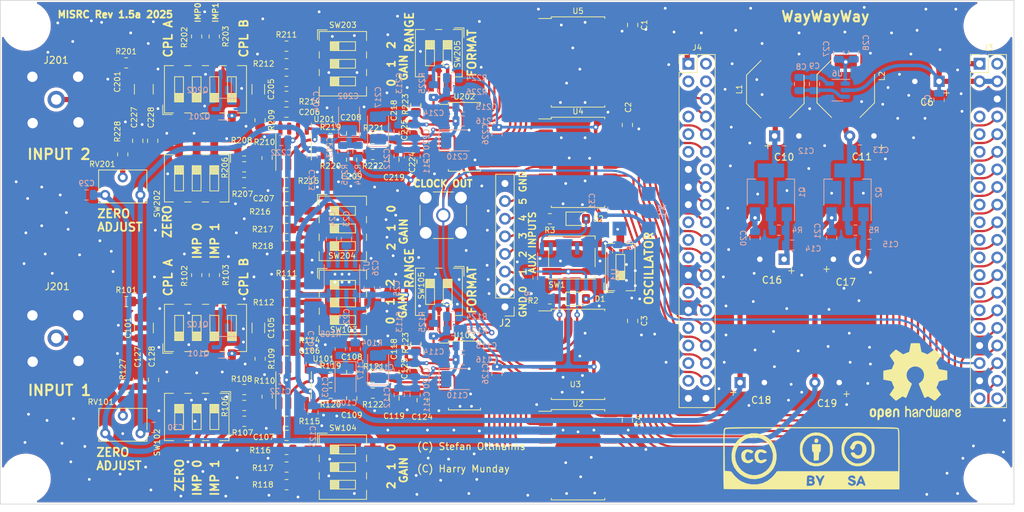
<source format=kicad_pcb>
(kicad_pcb (version 20240108) (generator "pcbnew") (generator_version "8.0")
  (title_block (title "MISRC") (date "2023-11-22") (rev "0.3"))
  (layers (0 "F.Cu" signal) (31 "B.Cu" signal) (34 "B.Paste" user) (35 "F.Paste" user) (36 "B.SilkS" user "B.Silkscreen") (37 "F.SilkS" user "F.Silkscreen") (38 "B.Mask" user) (39 "F.Mask" user) (44 "Edge.Cuts" user))
  (net 0 "")
  (net 1 "VDD")
  (net 2 "GND")
  (net 3 "+5V")
  (net 4 "+5VA")
  (net 5 "-5VA")
  (net 6 "VDDA")
  (net 7 "/Input_ADC_CH1/CLK")
  (net 8 "Net-(R212-Pad2)")
  (net 9 "Net-(R213-Pad2)")
  (net 10 "Net-(R217-Pad2)")
  (net 11 "Net-(R218-Pad2)")
  (net 12 "/DA0")
  (net 13 "/DA1")
  (net 14 "/DA2")
  (net 15 "/DA3")
  (net 16 "/DA4")
  (net 17 "/DA5")
  (net 18 "/DA6")
  (net 19 "/DA7")
  (net 20 "/DA8")
  (net 21 "/DA9")
  (net 22 "/DA10")
  (net 23 "/DA11")
  (net 24 "/DB3")
  (net 25 "/DB2")
  (net 26 "/DB1")
  (net 27 "/DB0")
  (net 28 "/DB4")
  (net 29 "/DB5")
  (net 30 "/DB6")
  (net 31 "/DB7")
  (net 32 "/DB8")
  (net 33 "/DB9")
  (net 34 "/DB10")
  (net 35 "/DB11")
  (net 36 "/OTRA")
  (net 37 "/OTRB")
  (net 38 "Net-(Q201-B)")
  (net 39 "Net-(Q201-C)")
  (net 40 "Net-(U6-CP+)")
  (net 41 "Net-(U6-CP-)")
  (net 42 "Net-(Q1-C)")
  (net 43 "Net-(Q2-C)")
  (net 44 "Net-(Q1-B)")
  (net 45 "Net-(Q2-B)")
  (net 46 "Net-(U7-BYP)")
  (net 47 "Net-(U7-VREG)")
  (net 48 "Net-(U7-REF)")
  (net 49 "Net-(U6-VOUT)")
  (net 50 "Net-(J101-Signal)")
  (net 51 "Net-(C101-Pad2)")
  (net 52 "Net-(U101-VCM)")
  (net 53 "Net-(Q101-E)")
  (net 54 "Net-(U101-+)")
  (net 55 "Net-(C106-Pad2)")
  (net 56 "Net-(U101--)")
  (net 57 "Net-(C107-Pad2)")
  (net 58 "Net-(C108-Pad2)")
  (net 59 "Net-(C109-Pad1)")
  (net 60 "Net-(U102-VREF)")
  (net 61 "Net-(U102-REFT)")
  (net 62 "Net-(U102-REFB)")
  (net 63 "Net-(U102-IN)")
  (net 64 "Net-(U102-~{IN})")
  (net 65 "Net-(C127-Pad1)")
  (net 66 "Net-(J201-Signal)")
  (net 67 "Net-(C201-Pad2)")
  (net 68 "Net-(U201-VCM)")
  (net 69 "Net-(Q201-E)")
  (net 70 "Net-(U201-+)")
  (net 71 "Net-(C206-Pad2)")
  (net 72 "Net-(U201--)")
  (net 73 "Net-(C207-Pad2)")
  (net 74 "Net-(C208-Pad2)")
  (net 75 "Net-(C209-Pad1)")
  (net 76 "Net-(U202-VREF)")
  (net 77 "Net-(U202-REFT)")
  (net 78 "Net-(U202-REFB)")
  (net 79 "Net-(U202-IN)")
  (net 80 "Net-(U202-~{IN})")
  (net 81 "Net-(C227-Pad1)")
  (net 82 "Net-(D1-K)")
  (net 83 "Net-(D1-A)")
  (net 84 "Net-(D2-K)")
  (net 85 "Net-(D2-A)")
  (net 86 "Net-(J2-Pin_2)")
  (net 87 "Net-(J2-Pin_3)")
  (net 88 "Net-(J2-Pin_4)")
  (net 89 "Net-(J2-Pin_5)")
  (net 90 "Net-(J2-Pin_6)")
  (net 91 "Net-(J2-Pin_7)")
  (net 94 "Net-(J3-DQ15)")
  (net 96 "Net-(J3-DQ14)")
  (net 98 "Net-(J3-DQ13)")
  (net 100 "Net-(J3-DQ12)")
  (net 102 "Net-(J3-DQ11)")
  (net 104 "Net-(J3-DQ10)")
  (net 106 "Net-(J3-DQ9)")
  (net 108 "Net-(J3-DQ8)")
  (net 110 "Net-(J3-DQ7)")
  (net 112 "Net-(J3-DQ6)")
  (net 114 "Net-(J3-DQ5)")
  (net 116 "Net-(J3-DQ4)")
  (net 118 "Net-(J3-DQ3)")
  (net 119 "Net-(J3-DQ2)")
  (net 120 "Net-(J3-DQ1)")
  (net 121 "Net-(J3-DQ0)")
  (net 127 "Net-(J4-DQ31)")
  (net 129 "Net-(J4-DQ30)")
  (net 131 "Net-(J4-DQ29)")
  (net 133 "Net-(J4-DQ28)")
  (net 135 "Net-(J4-DQ27)")
  (net 136 "Net-(J4-DQ26)")
  (net 138 "Net-(J4-DQ25)")
  (net 140 "Net-(J4-DQ24)")
  (net 142 "Net-(J4-DQ23)")
  (net 143 "Net-(J4-DQ22)")
  (net 145 "Net-(J4-DQ21)")
  (net 146 "Net-(J4-DQ20)")
  (net 148 "Net-(J4-DQ19)")
  (net 150 "Net-(J4-DQ18)")
  (net 152 "Net-(J4-DQ17)")
  (net 154 "Net-(J4-DQ16)")
  (net 155 "Net-(Q101-B)")
  (net 156 "Net-(Q101-C)")
  (net 157 "Net-(U1A-R)")
  (net 158 "Net-(R102-Pad1)")
  (net 159 "Net-(R103-Pad1)")
  (net 160 "Net-(R106-Pad1)")
  (net 161 "Net-(R106-Pad2)")
  (net 162 "Net-(R107-Pad2)")
  (net 163 "Net-(R111-Pad2)")
  (net 164 "Net-(R112-Pad2)")
  (net 165 "Net-(R113-Pad2)")
  (net 166 "Net-(R116-Pad2)")
  (net 167 "Net-(R117-Pad2)")
  (net 168 "Net-(R118-Pad2)")
  (net 169 "Net-(U102-SENSE)")
  (net 170 "Net-(U102-MODE)")
  (net 171 "Net-(R125-Pad1)")
  (net 172 "Net-(R127-Pad2)")
  (net 173 "Net-(R202-Pad1)")
  (net 174 "Net-(R203-Pad1)")
  (net 175 "Net-(R206-Pad1)")
  (net 176 "Net-(R206-Pad2)")
  (net 177 "Net-(R207-Pad2)")
  (net 178 "Net-(R211-Pad2)")
  (net 179 "Net-(R216-Pad2)")
  (net 180 "Net-(U202-SENSE)")
  (net 181 "Net-(U202-MODE)")
  (net 182 "Net-(R225-Pad1)")
  (net 183 "Net-(R228-Pad2)")
  (net 184 "Net-(X1-EN)")
  (footprint "Button_Switch_SMD:SW_DIP_SPSTx03_Slide_6.7x9.18mm_W8.61mm_P2.54mm_LowProfile" (layer "F.Cu") (at 109.969 96.139)
    (property "Reference" "SW204")
    (property "Value" "SW_DIP_x03")
  )
  (footprint "CP_radial_flat:CP_Radial_FlatB_D8.0mm_P3.50mm" (layer "F.Cu") (at 181.554 118.364 180)
    (property "Reference" "C19")
    (property "Value" "470µ")
  )
  (footprint "Capacitor_SMD:C_0805_2012Metric" (layer "F.Cu") (at 117.348 120.65 -90)
    (property "Reference" "C119")
    (property "Value" "15p")
  )
  (footprint "Resistor_SMD:R_0805_2012Metric" (layer "F.Cu") (at 108.204 119.888)
    (property "Reference" "R120")
    (property "Value" "40")
  )
  (footprint "Capacitor_SMD:C_0805_2012Metric" (layer "F.Cu") (at 111.252 116.84 -90)
    (property "Reference" "C108")
    (property "Value" "82p")
  )
  (footprint "Resistor_SMD:R_0805_2012Metric" (layer "F.Cu") (at 101.841 69.85)
    (property "Reference" "R211")
    (property "Value" "1k")
  )
  (footprint "Connector_PinHeader_2.54mm:PinHeader_1x08_P2.54mm_Vertical" (layer "F.Cu") (at 133.35 107.442 180)
    (property "Reference" "J2")
    (property "Value" "Conn_01x08_Socket")
  )
  (footprint "Resistor_SMD:R_0805_2012Metric" (layer "F.Cu") (at 101.841 74.93)
    (property "Reference" "R213" (hide yes))
    (property "Value" "4k99")
  )
  (footprint "MountingHole:MountingHole_3.2mm_M3" (layer "F.Cu") (at 203.073 132.207)
    (property "Reference" "H3" (hide yes))
    (property "Value" "MountingHole")
  )
  (footprint "Resistor_SMD:R_0805_2012Metric" (layer "F.Cu") (at 78.74 106.68)
    (property "Reference" "R101")
    (property "Value" "75")
  )
  (footprint "Button_Switch_SMD:SW_DIP_SPSTx03_Slide_6.7x9.18mm_W8.61mm_P2.54mm_LowProfile" (layer "F.Cu") (at 109.982 106.807)
    (property "Reference" "SW103")
    (property "Value" "SW_DIP_x03")
  )
  (footprint "LED_SMD:LED_0805_2012Metric_Pad1.15x1.40mm_HandSolder" (layer "F.Cu") (at 144.009 94.742)
    (property "Reference" "D2")
    (property "Value" "LED")
  )
  (footprint "Resistor_SMD:R_0805_2012Metric" (layer "F.Cu") (at 101.854 128.016)
    (property "Reference" "R116")
    (property "Value" "4k99")
  )
  (footprint "Connector_PinHeader_2.54mm:PinHeader_2x20_P2.54mm_Vertical" (layer "F.Cu") (at 201.803 72.39)
    (property "Reference" "J3")
    (property "Value" "GPIFII_J6")
  )
  (footprint "Capacitor_SMD:C_1210_3225Metric" (layer "F.Cu") (at 81.28 110.49 90)
    (property "Reference" "C101")
    (property "Value" "100µ")
  )
  (footprint "Resistor_SMD:R_0805_2012Metric" (layer "F.Cu") (at 98.031 80.518 -90)
    (property "Reference" "R209")
    (property "Value" "499")
  )
  (footprint "Resistor_SMD:R_0805_2012Metric" (layer "F.Cu") (at 91.427 68.453 90)
    (property "Reference" "R203")
    (property "Value" "150")
  )
  (footprint "Resistor_SMD:R_0805_2012Metric" (layer "F.Cu") (at 95.745 84.963 180)
    (property "Reference" "R208")
    (property "Value" "39")
  )
  (footprint "Resistor_SMD:R_0805_2012Metric" (layer "F.Cu") (at 95.745 87.249 180)
    (property "Reference" "R206")
    (property "Value" "39")
  )
  (footprint "Resistor_SMD:R_0805_2012Metric" (layer "F.Cu") (at 99.06 120.396 -90)
    (property "Reference" "R110")
    (property "Value" "499")
  )
  (footprint "Package_SO:TSSOP-28_4.4x9.7mm_P0.65mm" (layer "F.Cu") (at 127.508 117.348)
    (property "Reference" "U102")
    (property "Value" "AD9235")
  )
  (footprint "Resistor_SMD:R_0805_2012Metric" (layer "F.Cu") (at 99.047 85.979 -90)
    (property "Reference" "R210")
    (property "Value" "499")
  )
  (footprint "Capacitor_SMD:C_0805_2012Metric" (layer "F.Cu") (at 101.854 113.792)
    (property "Reference" "C106")
    (property "Value" "1p")
  )
  (footprint "Package_SO:SOIC-20W_7.5x12.8mm_P1.27mm" (layer "F.Cu") (at 143.891 72.136)
    (property "Reference" "U5")
    (property "Value" "74VHC541")
  )
  (footprint "Capacitor_SMD:C_0805_2012Metric" (layer "F.Cu") (at 120.129 81.915 -90)
    (property "Reference" "C225")
    (property "Value" "100n")
  )
  (footprint "Capacitor_SMD:C_0805_2012Metric" (layer "F.Cu") (at 101.841 79.375)
    (property "Reference" "C206")
    (property "Value" "1p")
  )
  (footprint "Resistor_SMD:R_0805_2012Metric" (layer "F.Cu") (at 101.841 89.535)
    (property "Reference" "R215")
    (property "Value" "6k49")
  )
  (footprint "Package_SO:SOIC-20W_7.5x12.8mm_P1.27mm" (layer "F.Cu") (at 143.891 86.614)
    (property "Reference" "U4")
    (property "Value" "74VHC541")
  )
  (footprint "Connector_Coaxial:SMA_Amphenol_901-144_Vertical" (layer "F.Cu") (at 124.46 94.234)
    (property "Reference" "J1" (hide yes))
    (property "Value" "Conn_01x01_Shielded")
  )
  (footprint "Button_Switch_SMD:SW_DIP_SPSTx03_Slide_6.7x9.18mm_W8.61mm_P2.54mm_LowProfile" (layer "F.Cu") (at 109.982 72.39)
    (property "Reference" "SW203")
    (property "Value" "SW_DIP_x03")
  )
  (footprint "Potentiometer_THT:Potentiometer_Bourns_3266W_Vertical" (layer "F.Cu") (at 75.692 91.313 180)
    (property "Reference" "RV201")
    (property "Value" "10k")
  )
  (footprint "CP_radial_flat:CP_Radial_Flat_D8.0mm_P3.50mm" (layer "F.Cu") (at 180.721 100.584)
    (property "Reference" "C17")
    (property "Value" "470µ")
  )
  (footprint "Resistor_SMD:R_0805_2012Metric" (layer "F.Cu") (at 114.3 119.888)
    (property "Reference" "R122")
    (property "Value" "22")
  )
  (footprint "Inductor_SMD:L_Bourns-SRU8043" (layer "F.Cu") (at 172.339 76.073 -90)
    (property "Reference" "L1")
    (property "Value" "100µ")
  )
  (footprint "CP_radial_flat:CP_Radial_FlatB_D8.0mm_P3.50mm" (layer "F.Cu") (at 186.564651 82.804 180)
    (property "Reference" "C11")
    (property "Value" "470µ")
  )
  (footprint "Resistor_SMD:R_0805_2012Metric" (layer "F.Cu") (at 95.758 119.38 180)
    (property "Reference" "R108")
    (property "Value" "39")
  )
  (footprint "Resistor_SMD:R_0805_2012Metric" (layer "F.Cu") (at 139.827 106.299 180)
    (property "Reference" "R2")
    (property "Value" "100")
  )
  (footprint "Resistor_SMD:R_0805_2012Metric" (layer "F.Cu") (at 95.758 121.666 180)
    (property "Reference" "R106")
    (property "Value" "39")
  )
  (footprint "Capacitor_SMD:C_0805_2012Metric" (layer "F.Cu") (at 111.239 82.423 -90)
    (property "Reference" "C208")
    (property "Value" "82p")
  )
  (footprint "Package_SO:SOIC-20W_7.5x12.8mm_P1.27mm" (layer "F.Cu") (at 143.891 128.778)
    (property "Reference" "U2")
    (property "Value" "74VHC541")
  )
  (footprint "Resistor_SMD:R_0805_2012Metric" (layer "F.Cu") (at 101.841 93.599)
    (property "Reference" "R216")
    (property "Value" "4k99")
  )
  (footprint "Button_Switch_SMD:SW_DIP_SPSTx04_Slide_6.7x11.72mm_W8.61mm_P2.54mm_LowProfile" (layer "F.Cu") (at 90.157 76.073 90)
    (property "Reference" "SW201" (hide yes))
    (property "Value" "SW_DIP_x04")
  )
  (footprint "Resistor_SMD:R_0805_2012Metric" (layer "F.Cu") (at 120.51 78.359 90)
    (property "Reference" "R223")
    (property "Value" "10k")
  )
  (footprint "MountingHole:MountingHole_3.2mm_M3" (layer "F.Cu") (at 64.262 132.207)
    (property "Reference" "H2" (hide yes))
    (property "Value" "MountingHole")
  )
  (footprint "LED_SMD:LED_0805_2012Metric_Pad1.15x1.40mm_HandSolder" (layer "F.Cu") (at 144.009 106.299)
    (property "Reference" "D1")
    (property "Value" "LED")
  )
  (footprint "Inductor_SMD:L_Bourns-SRU8043" (layer "F.Cu") (at 182.499 75.983 -90)
    (property "Reference" "L2")
    (property "Value" "100µ")
  )
  (footprint "Resistor_SMD:R_0805_2012Metric" (layer "F.Cu") (at 88.9 102.87 90)
    (property "Reference" "R102")
    (property "Value" "75")
  )
  (footprint "Connector_Coaxial:BNC_Right_Angle-DOSIN-801-0050" (layer "F.Cu") (at 68.64 77.55)
    (property "Reference" "J201")
    (property "Value" "DOSIN-801-0050")
  )
  (footprint "Capacitor_SMD:C_1210_3225Metric" (layer "F.Cu") (at 81.267 76.073 90)
    (property "Reference" "C201")
    (property "Value" "100µ")
  )
  (footprint "Logo:CC Licence" (layer "F.Cu") (at 177.546 129.286)
    (property "Reference" "G***" (hide yes))
    (property "Value" "LOGO" (hide yes))
  )
  (footprint "Resistor_SMD:R_0805_2012Metric" (layer "F.Cu") (at 101.854 123.952)
    (property "Reference" "R115")
    (property "Value" "6k49")
  )
  (footprint "Resistor_SMD:R_0805_2012Metric" (layer "F.Cu") (at 101.854 104.267)
    (property "Reference" "R111")
    (property "Value" "1k")
  )
  (footprint "Button_Switch_SMD:SW_DIP_SPSTx02_Slide_6.7x6.64mm_W8.61mm_P2.54mm_LowProfile" (layer "F.Cu") (at 123.825 105.283 -90)
    (property "Reference" "SW105")
    (property "Value" "SW_DIP_x02")
  )
  (footprint "Capacitor_SMD:C_0805_2012Metric" (layer "F.Cu") (at 121.399 86.487 90)
    (property "Reference" "C224")
    (property "Value" "100n")
  )
  (footprint "Resistor_SMD:R_0805_2012Metric" (layer "F.Cu") (at 108.191 85.471)
    (property "Reference" "R220")
    (property "Value" "40")
  )
  (footprint "Capacitor_SMD:C_0805_2012Metric" (layer "F.Cu") (at 111.252 120.65 -90)
    (property "Reference" "C109")
    (property "Value" "82p")
  )
  (footprint "Capacitor_SMD:C_0805_2012Metric" (layer "F.Cu") (at 120.142 116.332 -90)
    (property "Reference" "C125")
    (property "Value" "100n")
  )
  (footprint "Capacitor_SMD:C_0805_2012Metric" (layer "F.Cu") (at 111.239 86.233 -90)
    (property "Reference" "C209")
    (property "Value" "82p")
  )
  (footprint "Resistor_SMD:R_0805_2012Metric" (layer "F.Cu") (at 101.841 72.39)
    (property "Reference" "R212")
    (property "Value" "2k49")
  )
  (footprint "Resistor_SMD:R_0805_2012Metric" (layer "F.Cu") (at 101.854 109.347)
    (property "Reference" "R113" (hide yes))
    (property "Value" "4k99")
  )
  (footprint "Resistor_SMD:R_0805_2012Metric" (layer "F.Cu") (at 95.745 89.535 180)
    (property "Reference" "R207")
    (property "Value" "75")
  )
  (footprint "Resistor_SMD:R_0805_2012Metric" (layer "F.Cu") (at 114.287 85.471)
    (property "Reference" "R222")
    (property "Value" "22")
  )
  (footprint "CP_radial_flat:CP_Radial_Flat_D8.0mm_P3.50mm" (layer "F.Cu") (at 172.24 82.801)
    (property "Reference" "C10")
    (property "Value" "470µ")
  )
  (footprint "Package_SO:SOIC-20W_7.5x12.8mm_P1.27mm" (layer "F.Cu") (at 143.891 114.3)
    (property "Reference" "U3")
    (property "Value" "74VHC541")
  )
  (footprint "Capacitor_SMD:C_0805_2012Metric" (layer "F.Cu") (at 82.677 117.983 90)
    (property "Reference" "C128")
    (property "Value" "1n" (hide yes))
  )
  (footprint "Capacitor_SMD:C_0805_2012Metric" (layer "F.Cu") (at 101.854 125.984)
    (property "Reference" "C107")
    (property "Value" "1p")
  )
  (footprint "Resistor_SMD:R_0805_2012Metric" (layer "F.Cu") (at 95.758 123.952 180)
    (property "Reference" "R107")
    (property "Value" "75")
  )
  (footprint "Resistor_SMD:R_0805_2012Metric" (layer "F.Cu") (at 101.841 98.679)
    (property "Reference" "R218")
    (property "Value" "1k")
  )
  (footprint "Resistor_SMD:R_0805_2012Metric" (layer "F.Cu") (at 108.204 117.602)
    (property "Reference" "R119")
    (property "Value" "40")
  )
  (footprint "CP_radial_flat:CP_Radial_FlatB_D8.0mm_P3.50mm" (layer "F.Cu") (at 195.962651 74.93 180)
    (property "Reference" "C6")
    (property "Value" "470µ")
  )
  (footprint "CP_radial_flat:CP_Radial_Flat_D8.0mm_P3.50mm" (layer "F.Cu") (at 167.259 118.364)
    (property "Reference" "C18")
    (property "Value" "470µ")
  )
  (footprint "Resistor_SMD:R_0805_2012Metric" (layer "F.Cu") (at 108.191 83.185)
    (property "Reference" "R219")
    (property "Value" "40")
  )
  (footprint "Button_Switch_SMD:SW_DIP_SPSTx01_Slide_6.7x4.1mm_W8.61mm_P2.54mm_LowProfile" (layer "F.Cu") (at 149.987 101.714 90)
    (property "Reference" "SW2" (hide yes))
    (property "Value" "SW_DIP_x01")
  )
  (footprint "Button_Switch_SMD:SW_SPST_EVQP0" (layer "F.Cu") (at 143.002 100.33 180)
    (property "Reference" "SW1")
    (property "Value" "SW_Push")
  )
  (footprint "MountingHole:MountingHole_3.2mm_M3" (layer "F.Cu") (at 64.262 66.929)
    (property "Reference" "H1" (hide yes))
    (property "Value" "MountingHole")
  )
  (footprint "Capacitor_SMD:C_0805_2012Metric" (layer "F.Cu") (at 151.003 81.219 -90)
    (property "Reference" "C2")
    (property "Value" "1µ")
  )
  (footprint "Capacitor_SMD:C_1206_3216Metric" (layer "F.Cu") (at 97.79 110.49 -90)
    (property "Reference" "C105")
    (property "Value" "470n")
  )
  (footprint "Capacitor_SMD:C_0805_2012Metric" (layer "F.Cu") (at 82.55 83.5 90)
    (property "Reference" "C228")
    (property "Value" "1n" (hide yes))
  )
  (footprint "Resistor_SMD:R_0805_2012Metric" (layer "F.Cu") (at 78.727 72.263)
    (property "Reference" "R201")
    (property "Value" "75")
  )
  (footprint "Connector_Coaxial:BNC_Right_Angle-DOSIN-801-0050" (layer "F.Cu") (at 68.645 111.96)
    (property "Reference" "J201")
    (property "Value" "DOSIN-801-0050")
  )
  (footprint "Resistor_SMD:R_0805_2012Metric" (layer "F.Cu") (at 101.841 96.139)
    (property "Reference" "R217")
    (property "Value" "2k49")
  )
  (footprint "Capacitor_SMD:C_0805_2012Metric" (layer "F.Cu") (at 117.348 116.84 -90)
    (property "Reference" "C118")
    (property "Value" "15p")
  )
  (footprint "Capacitor_SMD:C_0805_2012Metric" (layer "F.Cu") (at 151.003 123.825 -90)
    (property "Reference" "C4")
    (property "Value" "1µ")
  )
  (footprint "Resistor_SMD:R_0805_2012Metric" (layer "F.Cu") (at 101.854 133.096)
    (property "Reference" "R118")
    (property "Value" "1k")
  )
  (footprint "Resistor_SMD:R_0805_2012Metric" (layer "F.Cu") (at 114.287 83.185)
    (property "Reference" "R221")
    (property "Value" "22")
  )
  (footprint "CP_radial_flat:CP_Radial_FlatB_D8.0mm_P3.50mm" (layer "F.Cu") (at 173.609 100.584 180)
    (property "Reference" "C16")
    (property "Value" "470µ")
  )
  (footprint "Resistor_SMD:R_0805_2012Metric" (layer "F.Cu") (at 78.232 85.471 -90)
    (property "Reference" "R228")
    (property "Value" "3k3" (hide yes))
  )
  (footprint "Button_Switch_SMD:SW_DIP_SPSTx04_Slide_6.7x11.72mm_W8.61mm_P2.54mm_LowProfile" (layer "F.Cu") (at 90.17 110.49 90)
    (property "Reference" "SW101" (hide yes))
    (property "Value" "SW_DIP_x04")
  )
  (footprint "Resistor_SMD:R_0805_2012Metric" (layer "F.Cu") (at 98.044 114.935 -90)
    (property "Reference" "R109")
    (property "Value" "499")
  )
  (footprint "Capacitor_SMD:C_0805_2012Metric" (layer "F.Cu") (at 80.391 83.5 90)
    (property "Reference" "C227")
    (property "Value" "10µ" (hide yes))
  )
  (footprint "Button_Switch_SMD:SW_DIP_SPSTx03_Slide_6.7x9.18mm_W8.61mm_P2.54mm_LowProfile" (layer "F.Cu") (at 88.887 88.913 -90)
    (property "Reference" "SW202")
    (property "Value" "SW_DIP_x03")
  )
  (footprint "Resistor_SMD:R_0805_2012Metric" (layer "F.Cu") (at 101.854 106.807)
    (property "Reference" "R112")
    (property "Value" "2k49")
  )
  (footprint "Resistor_SMD:R_0805_2012Metric" (layer "F.Cu") (at 91.44 102.87 90)
    (property "Reference" "R103")
    (property "Value" "150")
  )
  (footprint "Package_SO:SO-8_3.9x4.9mm_P1.27mm" (layer "F.Cu") (at 102.87 84.328 90)
    (property "Reference" "U201")
    (property "Value" "AD8138ARZ")
  )
  (footprint "Capacitor_SMD:C_0805_2012Metric" (layer "F.Cu") (at 117.335 86.233 -90)
    (property "Reference" "C219")
    (property "Value" "15p")
  )
  (footprint "Symbol:OSHW-Logo2_14.6x12mm_SilkScreen" (layer "F.Cu") (at 192.532 118.237)
    (property "Reference" "REF**" (hide yes))
    (property "Value" "OSHW-Logo2_14.6x12mm_SilkScreen" (hide yes))
  )
  (footprint "MountingHole:MountingHole_3.2mm_M3" (layer "F.Cu") (at 203.073 66.929)
    (property "Reference" "H4" (hide yes))
    (property "Value" "MountingHole")
  )
  (footprint "Package_SO:TSSOP-28_4.4x9.7mm_P0.65mm" (layer "F.Cu") (at 127.495 82.931)
    (property "Reference" "U202")
    (property "Value" "AD9235")
  )
  (footprint "Resistor_SMD:R_0805_2012Metric" (layer "F.Cu") (at 88.887 68.453 90)
    (property "Reference" "R202")
    (property "Value" "75")
  )
  (footprint "Resistor_SMD:R_0805_2012Metric" (layer "F.Cu") (at 114.3 117.602)
    (property "Reference" "R121")
    (property "Value" "22")
  )
  (footprint "Resistor_SMD:R_0805_2012Metric" (layer "F.Cu") (at 101.841 77.089)
    (property "Reference" "R214")
    (property "Value" "6k49")
  )
  (footprint "Button_Switch_SMD:SW_DIP_SPSTx02_Slide_6.7x6.64mm_W8.61mm_P2.54mm_LowProfile" (layer "F.Cu") (at 123.812 70.866 -90)
    (property "Reference" "SW205")
    (property "Value" "SW_DIP_x02")
  )
  (footprint "Capacitor_SMD:C_0805_2012Metric" (layer "F.Cu") (at 151.765 109.474 -90)
    (property "Reference" "C3")
    (property "Value" "1µ")
  )
  (footprint "Package_SO:SO-8_3.9x4.9mm_P1.27mm" (layer "F.Cu") (at 102.87 118.745 90)
    (property "Reference" "U101")
    (property "Value" "AD8138ARZ")
  )
  (footprint "Potentiometer_THT:Potentiometer_Bourns_3266W_Vertical" (layer "F.Cu") (at 75.707 125.685 180)
    (property "Reference" "RV101")
    (property "Value" "10k")
  )
  (footprint "Button_Switch_SMD:SW_DIP_SPSTx03_Slide_6.7x9.18mm_W8.61mm_P2.54mm_LowProfile" (layer "F.Cu") (at 88.9 123.33 -90)
    (property "Reference" "SW102")
    (property "Value" "SW_DIP_x03")
  )
  (footprint "Resistor_SMD:R_0805_2012Metric" (layer "F.Cu") (at 139.827 94.742 180)
    (property "Reference" "R3")
    (property "Value" "100")
  )
  (footprint "Resistor_SMD:R_0805_2012Metric" (layer "F.Cu") (at 78.232 119.9115 -90)
    (property "Reference" "R127")
    (property "Value" "3k3" (hide yes))
  )
  (footprint "Resistor_SMD:R_0805_2012Metric" (layer "F.Cu") (at 101.854 130.556)
    (property "Reference" "R117")
    (property "Value" "2k49")
  )
  (footprint "Resistor_SMD:R_0805_2012Metric" (layer "F.Cu") (at 120.523 112.776 90)
    (property "Reference" "R123")
    (property "Value" "10k")
  )
  (footprint "Capacitor_SMD:C_0805_2012Metric" (layer "F.Cu") (at 121.412 120.904 90)
    (property "Reference" "C124")
    (property "Value" "100n")
  )
  (footprint "Connector_PinHeader_2.54mm:PinHeader_2x20_P2.54mm_Vertical" (layer "F.Cu") (at 159.8 72.39)
    (property "Reference" "J4")
    (property "Value" "GPIFII_J7")
  )
  (footprint "Capacitor_SMD:C_0805_2012Metric" (layer "F.Cu") (at 80.518 117.983 90)
    (property "Reference" "C127")
    (property "Value" "10µ" (hide yes))
  )
  (footprint "Button_Switch_SMD:SW_DIP_SPSTx03_Slide_6.7x9.18mm_W8.61mm_P2.54mm_LowProfile" (layer "F.Cu") (at 109.982 130.556)
    (property "Reference" "SW104")
    (property "Value" "SW_DIP_x03")
  )
  (footprint "Capacitor_SMD:C_0805_2012Metric" (layer "F.Cu") (at 151.765 66.802 -90)
    (property "Reference" "C1")
    (property "Value" "1µ")
  )
  (footprint "Capacitor_SMD:C_0805_2012Metric" (layer "F.Cu") (at 101.841 91.567)
    (property "Reference" "C207")
    (property "Value" "1p")
  )
  (footprint "Capacitor_SMD:C_1206_3216Metric" (layer "F.Cu") (at 97.777 76.073 -90)
    (property "Reference" "C205")
    (property "Value" "470n")
  )
  (footprint "Capacitor_SMD:C_0805_2012Metric" (layer "F.Cu") (at 117.335 82.423 -90)
    (property "Reference" "C218")
    (property "Value" "15p")
  )
  (footprint "Resistor_SMD:R_0805_2012Metric" (layer "F.Cu") (at 101.854 111.506)
    (property "Reference" "R114")
    (property "Value" "6k49")
  )
  (footprint "Capacitor_SMD:C_0805_2012Metric" (layer "B.Cu") (at 100.965 117.856)
    (property "Reference" "C122")
    (property "Value" "100n")
  )
  (footprint "Capacitor_Tantalum_SMD:CP_EIA-3528-21_Kemet-B_Pad1.50x2.35mm_HandSolder" (layer "B.Cu") (at 110.363 117.983 -90)
    (property "Reference" "C102")
    (property "Value" "10µ")
  )
  (footprint "Capacitor_SMD:C_0805_2012Metric" (layer "B.Cu") (at 132.207 82.55 -90)
    (property "Reference" "C226")
    (property "Value" "100n")
  )
  (footprint "Capacitor_SMD:C_0805_2012Metric" (layer "B.Cu") (at 118.097 82.169 90)
    (property "Reference" "C221" (hide yes))
    (property "Value" "1n")
  )
  (footprint "Capacitor_SMD:C_0805_2012Metric" (layer "B.Cu") (at 169.418 97.536 -90)
    (property "Reference" "C20")
    (property "Value" "1µ")
  )
  (footprint "Capacitor_SMD:C_0805_2012Metric" (layer "B.Cu") (at 175.8315 75.311 -90)
    (property "Reference" "C8")
    (property "Value" "10µ")
  )
  (footprint "Oscillator:Oscillator_SMD_EuroQuartz_XO91-4Pin_7.0x5.0mm" (layer "B.Cu") (at 151.97 93.66 90)
    (property "Reference" "X1")
    (property "Value" "40M")
  )
  (footprint "Package_TO_SOT_SMD:SOT-23-3" (layer "B.Cu") (at 92.329 75.057 90)
    (property "Reference" "Q202")
    (property "Value" "CMPT5179" (hide yes))
  )
  (footprint "Resistor_SMD:R_0805_2012Metric" (layer "B.Cu") (at 112.141 85.0665 -90)
    (property "Reference" "R204")
    (property "Value" "1k")
  )
  (footprint "Capacitor_SMD:C_0805_2012Metric" (layer "B.Cu") (at 108.839 108.839 90)
    (property "Reference" "C22")
    (property "Value" "1µ")
  )
  (footprint "Capacitor_SMD:C_0805_2012Metric" (layer "B.Cu") (at 180.467 97.536 -90)
    (property "Reference" "C21")
    (property "Value" "1µ")
  )
  (footprint "Resistor_SMD:R_0805_2012Metric" (layer "B.Cu") (at 183.896 96.393)
    (property "Reference" "R5")
    (property "Value" "1k")
  )
  (footprint "Resistor_SMD:R_0805_2012Metric" (layer "B.Cu") (at 125.857 110.871 180)
    (property "Reference" "R126")
    (property "Value" "10k")
  )
  (footprint "Capacitor_SMD:C_0805_2012Metric" (layer "B.Cu") (at 120.396 113.03 -90)
    (property "Reference" "C114")
    (property "Value" "1n")
  )
  (footprint "Capacitor_SMD:C_0805_2012Metric" (layer "B.Cu") (at 127.241 80.645)
    (property "Reference" "C216")
    (property "Value" "1n")
  )
  (footprint "Resistor_SMD:R_0805_2012Metric" (layer "B.Cu") (at 125.844 76.454 180)
    (property "Reference" "R226")
    (property "Value" "10k")
  )
  (footprint "Capacitor_SMD:C_0805_2012Metric" (layer "B.Cu") (at 118.097 78.613 -90)
    (property "Reference" "C213")
    (property "Value" "100n")
  )
  (footprint "Capacitor_SMD:C_0805_2012Metric" (layer "B.Cu") (at 195.961 77.597 -90)
    (property "Reference" "C7")
    (property "Value" "1µ")
  )
  (footprint "Package_TO_SOT_SMD:SOT-223-3_TabPin2" (layer "B.Cu") (at 182.753 90.932 90)
    (property "Reference" "Q2")
    (property "Value" "FZT790A")
  )
  (footprint "Capacitor_SMD:C_0805_2012Metric" (layer "B.Cu") (at 185.928 98.425)
    (property "Reference" "C15")
    (property "Value" "100n")
  )
  (footprint "Capacitor_SMD:C_0805_2012Metric" (layer "B.Cu") (at 118.11 120.142 90)
    (property "Reference" "C112")
    (property "Value" "100n")
  )
  (footprint "Capacitor_SMD:C_0805_2012Metric" (layer "B.Cu") (at 147.447 93.284 90)
    (property "Reference" "C31")
    (property "Value" "1µ")
  )
  (footprint "Package_TO_SOT_SMD:SOT-23-3" (layer "B.Cu") (at 92.329 109.3525 90)
    (property "Reference" "Q102")
    (property "Value" "CMPT5179" (hide yes))
  )
  (footprint "Capacitor_SMD:C_0805_2012Metric" (layer "B.Cu") (at 105.537 85.725 -90)
    (property "Reference" "C223")
    (property "Value" "100n")
  )
  (footprint "Capacitor_SMD:C_0805_2012Metric" (layer "B.Cu") (at 120.383 78.613 -90)
    (property "Reference" "C214")
    (property "Value" "1n")
  )
  (footprint "Package_SO:SOIC-8-1EP_3.9x4.9mm_P1.27mm_EP2.29x3mm" (layer "B.Cu") (at 109.843 103.313 90)
    (property "Reference" "U7")
    (property "Value" "ADP7156ARDZ")
  )
  (footprint "Capacitor_Tantalum_SMD:CP_EIA-3528-21_Kemet-B_Pad1.50x2.35mm_HandSolder" (layer "B.Cu") (at 115.049 81.661 90)
    (property "Reference" "C217")
    (property "Value" "10µ")
  )
  (footprint "Capacitor_SMD:C_0805_2012Metric" (layer "B.Cu") (at 174.752 98.552)
    (property "Reference" "C14")
    (property "Value" "100n")
  )
  (footprint "Resistor_SMD:R_0805_2012Metric" (layer "B.Cu") (at 123.063 110.744 -90)
    (property "Reference" "R125")
    (property "Value" "3k3")
  )
  (footprint "Capacitor_SMD:C_0805_2012Metric" (layer "B.Cu") (at 127.254 113.03)
    (property "Reference" "C115")
    (property "Value" "100n")
  )
  (footprint "Capacitor_SMD:C_0805_2012Metric" (layer "B.Cu") (at 120.396 120.142 90)
    (property "Reference" "C111")
    (property "Value" "1n")
  )
  (footprint "Resistor_SMD:R_0805_2012Metric" (layer "B.Cu") (at 125.844 74.422 180)
    (property "Reference" "R224")
    (property "Value" "4k99")
  )
  (footprint "Capacitor_SMD:C_0805_2012Metric" (layer "B.Cu") (at 73.025 91.313 180)
    (property "Reference" "C29")
    (property "Value" "1µ")
  )
  (footprint "Capacitor_SMD:C_0805_2012Metric" (layer "B.Cu") (at 106.172 81.153 90)
    (property "Reference" "C204")
    (property "Value" "1n")
  )
  (footprint "Package_TO_SOT_SMD:SOT-223-3_TabPin2" (layer "B.Cu") (at 171.704 90.932 90)
    (property "Reference" "Q1")
    (property "Value" "FZT690B")
  )
  (footprint "Capacitor_SMD:C_0805_2012Metric" (layer "B.Cu") (at 127.254 115.062)
    (property "Reference" "C116")
    (property "Value" "1n")
  )
  (footprint "Capacitor_SMD:C_0805_2012Metric" (layer "B.Cu") (at 120.383 85.725 90)
    (property "Reference" "C211")
    (property "Value" "1n")
  )
  (footprint "Capacitor_SMD:C_0805_2012Metric" (layer "B.Cu") (at 118.11 113.03 -90)
    (property "Reference" "C113")
    (property "Value" "100n")
  )
  (footprint "Resistor_SMD:R_0805_2012Metric" (layer "B.Cu") (at 123.05 76.327 -90)
    (property "Reference" "R225")
    (property "Value" "3k3")
  )
  (footprint "Resistor_SMD:R_0805_2012Metric" (layer "B.Cu") (at 125.857 108.839 180)
    (property "Reference" "R124")
    (property "Value" "4k99")
  )
  (footprint "Capacitor_SMD:C_0805_2012Metric" (layer "B.Cu") (at 173.609 84.963)
    (property "Reference" "C12")
    (property "Value" "1µ")
  )
  (footprint "Capacitor_SMD:C_0805_2012Metric" (layer "B.Cu") (at 132.207 117.094 -90)
    (property "Reference" "C126")
    (property "Value" "100n")
  )
  (footprint "Resistor_SMD:R_0805_2012Metric" (layer "B.Cu") (at 111.76 113.538 90)
    (property "Reference" "R104")
    (property "Value" "1k")
  )
  (footprint "Capacitor_SMD:C_0805_2012Metric" (layer "B.Cu") (at 120.383 82.169 90)
    (property "Reference" "C220")
    (property "Value" "100n")
  )
  (footprint "Capacitor_SMD:C_0805_2012Metric" (layer "B.Cu") (at 110.49 97.663 -90)
    (property "Reference" "C23")
    (property "Value" "1µ")
  )
  (footprint "Capacitor_Tantalum_SMD:CP_EIA-3528-21_Kemet-B_Pad1.50x2.35mm_HandSolder" (layer "B.Cu") (at 115.062 116.078 90)
    (property "Reference" "C117")
    (property "Value" "10µ")
  )
  (footprint "Capacitor_Tantalum_SMD:CP_EIA-3528-21_Kemet-B_Pad1.50x2.35mm_HandSolder" (layer "B.Cu") (at 126.492 117.856)
    (property "Reference" "C110")
    (property "Value" "10µ")
  )
  (footprint "Package_TO_SOT_SMD:SOT-23-5" (layer "B.Cu") (at 181.2925 76.2 180)
    (property "Reference" "U6")
    (property "Value" "TPS60401")
  )
  (footprint "Capacitor_SMD:C_0805_2012Metric" (layer "B.Cu") (at 181.483 70.8 -90)
    (property "Reference" "C27")
    (property "Value" "1n" (hide yes))
  )
  (footprint "Resistor_SMD:R_0805_2012Metric" (layer "B.Cu") (at 172.847 96.393)
    (property "Reference" "R4")
    (property "Value" "1k")
  )
  (footprint "Capacitor_Tantalum_SMD:CP_EIA-3528-21_Kemet-B_Pad1.50x2.35mm_HandSolder" (layer "B.Cu") (at 110.871 80.365 90)
    (property "Reference" "C202")
    (property "Value" "10µ")
  )
  (footprint "Package_TO_SOT_SMD:SOT-23-3" (layer "B.Cu") (at 92.837 113.284 180)
    (property "Reference" "Q101")
    (property "Value" "CMPT5179" (hide yes))
  )
  (footprint "Package_SO:SO-16_3.9x9.9mm_P1.27mm" (layer "B.Cu") (at 143.129 101.6 90)
    (property "Reference" "U1")
    (property "Value" "4043")
  )
  (footprint "Capacitor_SMD:C_0805_2012Metric" (layer "B.Cu") (at 105.41 115.697 90)
    (property "Reference" "C104")
    (property "Value" "1n")
  )
  (footprint "Resistor_SMD:R_0805_2012Metric" (layer "B.Cu") (at 136.652 103.251 90)
    (property "Reference" "R1")
    (property "Value" "10k")
  )
  (footprint "Resistor_SMD:R_0805_2012Metric" (layer "B.Cu") (at 109.982 85.09 90)
    (property "Reference" "R205")
    (property "Value" "1k")
  )
  (footprint "Capacitor_SMD:C_0805_2012Metric" (layer "B.Cu") (at 183.642 70.8 -90)
    (property "Reference" "C28")
    (property "Value" "10µ" (hide yes))
  )
  (footprint "Package_TO_SOT_SMD:SOT-23-3" (layer "B.Cu") (at 92.8425 78.928 180)
    (property "Reference" "Q201")
    (property "Value" "CMPT5179" (hide yes))
  )
  (footprint "Capacitor_SMD:C_0805_2012Metric" (layer "B.Cu") (at 118.097 85.725 90)
    (property "Reference" "C212")
    (property "Value" "100n")
  )
  (footprint "Capacitor_SMD:C_0805_2012Metric" (layer "B.Cu") (at 149.606 99.441 -90)
    (property "Reference" "C5")
    (property "Value" "1µ")
  )
  (footprint "Capacitor_SMD:C_0805_2012Metric" (layer "B.Cu") (at 120.396 116.586 90)
    (property "Reference" "C120")
    (property "Value" "100n")
  )
  (footprint "Capacitor_SMD:C_0805_2012Metric" (layer "B.Cu") (at 108.204 81.153 90)
    (property "Reference" "C203")
    (property "Value" "100n")
  )
  (footprint "Capacitor_SMD:C_0805_2012Metric" (layer "B.Cu") (at 184.531 84.836)
    (property "Reference" "C13")
    (property "Value" "1µ")
  )
  (footprint "Capacitor_SMD:C_0805_2012Metric" (layer "B.Cu") (at 107.442 115.697 90)
    (property "Reference" "C103")
    (property "Value" "100n")
  )
  (footprint "Capacitor_SMD:C_0805_2012Metric" (layer "B.Cu") (at 127.241 78.613)
    (property "Reference" "C215")
    (property "Value" "100n")
  )
  (footprint "Capacitor_SMD:C_0805_2012Metric" (layer "B.Cu") (at 105.664 122.682 -90)
    (property "Reference" "C123")
    (property "Value" "100n")
  )
  (footprint "Capacitor_SMD:C_0805_2012Metric" (layer "B.Cu") (at 101.092 83.439)
    (property "Reference" "C222")
    (property "Value" "100n")
  )
  (footprint "Capacitor_SMD:C_0805_2012Metric" (layer "B.Cu") (at 118.11 116.586 90)
    (property "Reference" "C121")
    (property "Value" "1n")
  )
  (footprint "Capacitor_Tantalum_SMD:CP_EIA-3528-21_Kemet-B_Pad1.50x2.35mm_HandSolder" (layer "B.Cu") (at 126.479 83.439)
    (property "Reference" "C210")
    (property "Value" "10µ")
  )
  (footprint "Capacitor_SMD:C_0805_2012Metric" (layer "B.Cu") (at 116.078 104.775 90)
    (property "Reference" "C25")
    (property "Value" "10µ")
  )
  (footprint "Capacitor_SMD:C_0805_2012Metric" (layer "B.Cu") (at 82.677 124.841)
    (property "Reference" "C30")
    (property "Value" "1µ")
  )
  (footprint "Resistor_SMD:R_0805_2012Metric" (layer "B.Cu") (at 109.601 113.538 -90)
    (property "Reference" "R105")
    (property "Value" "1k")
  )
  (footprint "Capacitor_SMD:C_0805_2012Metric" (layer "B.Cu") (at 177.9905 75.311 -90)
    (property "Reference" "C9")
    (property "Value" "100n")
  )
  (footprint "Capacitor_SMD:C_0805_2012Metric" (layer "B.Cu") (at 113.792 104.775 90)
    (property "Reference" "C26")
    (property "Value" "100n")
  )
  (footprint "Capacitor_SMD:C_0805_2012Metric" (layer "B.Cu") (at 108.331 97.663 90)
    (property "Reference" "C24")
    (property "Value" "1µ")
  )
  (gr_line (start 206.756 135.89) (end 206.756 63.246) (stroke (width 0.1)) (layer "Edge.Cuts"))
  (gr_line (start 60.579 135.89) (end 206.756 135.89) (stroke (width 0.1)) (layer "Edge.Cuts"))
  (gr_line (start 206.756 63.246) (end 60.579 63.246) (stroke (width 0.1)) (layer "Edge.Cuts"))
  (gr_line (start 60.579 65.659) (end 60.579 65.786) (stroke (width 0.1)) (layer "Edge.Cuts"))
  (gr_line (start 60.579 63.246) (end 60.579 135.89) (stroke (width 0.1)) (layer "Edge.Cuts"))
  (gr_text "IMP 1" (at 92.202 134.874 90) (layer "F.SilkS") (effects (font (size 1.2 1.2) (thickness 0.25) (bold yes)) (justify left bottom)))
  (gr_text "2  1  0\n GAIN" (at 119.38 133.858 90) (layer "F.SilkS") (effects (font (size 1.1 1.1) (thickness 0.25) (bold yes)) (justify left bottom)))
  (gr_text "AUX INPUTS" (at 137.88 102.76 90) (layer "F.SilkS") (effects (font (size 1 1) (thickness 0.2) (bold yes)) (justify left bottom)))
  (gr_text "CPL A" (at 85.471 71.628 90) (layer "F.SilkS") (effects (font (size 1.2 1.2) (thickness 0.25) (bold yes)) (justify left bottom)))
  (gr_text "INPUT 2" (at 64.3 86.33 0) (layer "F.SilkS") (effects (font (size 1.5 1.5) (thickness 0.3) (bold yes)) (justify left bottom)))
  (gr_text "4" (at 136.525 95.25 90) (layer "F.SilkS") (effects (font (size 1 1) (thickness 0.2) (bold yes)) (justify left bottom)))
  (gr_text "ZERO" (at 87.122 134.239 90) (layer "F.SilkS") (effects (font (size 1.2 1.2) (thickness 0.25) (bold yes)) (justify left bottom)))
  (gr_text "INPUT 1" (at 64.38 120.37 0) (layer "F.SilkS") (effects (font (size 1.5 1.5) (thickness 0.3) (bold yes)) (justify left bottom)))
  (gr_text "IMP 1" (at 92.202 100.711 90) (layer "F.SilkS") (effects (font (size 1.2 1.2) (thickness 0.25) (bold yes)) (justify left bottom)))
  (gr_text "0" (at 136.525 105.537 90) (layer "F.SilkS") (effects (font (size 1 1) (thickness 0.2) (bold yes)) (justify left bottom)))
  (gr_text "IMP0" (at 89.535 66.548 90) (layer "F.SilkS") (effects (font (size 0.8 0.8) (thickness 0.16) (bold yes)) (justify left bottom)))
  (gr_text "0  1  2\n GAIN" (at 119.253 110.109 90) (layer "F.SilkS") (effects (font (size 1.1 1.1) (thickness 0.25) (bold yes)) (justify left bottom)))
  (gr_text "GND" (at 136.525 109.093 90) (layer "F.SilkS") (effects (font (size 1 1) (thickness 0.2) (bold yes)) (justify left bottom)))
  (gr_text "CPL B" (at 96.393 106.045 90) (layer "F.SilkS") (effects (font (size 1.2 1.2) (thickness 0.25) (bold yes)) (justify left bottom)))
  (gr_text "IMP 0" (at 89.662 134.874 90) (layer "F.SilkS") (effects (font (size 1.2 1.2) (thickness 0.25) (bold yes)) (justify left bottom)))
  (gr_text "0  1  2\n GAIN" (at 119.38 75.819 90) (layer "F.SilkS") (effects (font (size 1.1 1.1) (thickness 0.25) (bold yes)) (justify left bottom)))
  (gr_text "CLOCK OUT" (at 120 90.26 0) (layer "F.SilkS") (effects (font (size 1 1) (thickness 0.25) (bold yes)) (justify left bottom)))
  (gr_text "ZERO\nADJUST" (at 74.295 131.064 0) (layer "F.SilkS") (effects (font (size 1.2 1.2) (thickness 0.25) (bold yes)) (justify left bottom)))
  (gr_text "MISRC Rev 1.5a 2025" (at 68.71 65.87 0) (layer "F.SilkS") (effects (font (size 1 1) (thickness 0.25) (bold yes)) (justify left bottom)))
  (gr_text "GND" (at 136.525 91.059 90) (layer "F.SilkS") (effects (font (size 1 1) (thickness 0.2) (bold yes)) (justify left bottom)))
  (gr_text "CPL A" (at 85.471 106.045 90) (layer "F.SilkS") (effects (font (size 1.2 1.2) (thickness 0.25) (bold yes)) (justify left bottom)))
  (gr_text "RANGE" (at 120.269 104.902 90) (layer "F.SilkS") (effects (font (size 1.2 1.2) (thickness 0.25) (bold yes)) (justify left bottom)))
  (gr_text "1" (at 136.525 102.997 90) (layer "F.SilkS") (effects (font (size 1 1) (thickness 0.2) (bold yes)) (justify left bottom)))
  (gr_text "FORMAT" (at 129.286 108.585 90) (layer "F.SilkS") (effects (font (size 1.2 1.2) (thickness 0.25) (bold yes)) (justify left bottom)))
  (gr_text "RANGE" (at 120.269 70.866 90) (layer "F.SilkS") (effects (font (size 1.2 1.2) (thickness 0.25) (bold yes)) (justify left bottom)))
  (gr_text "OSCILLATOR" (at 154.813 107.315 90) (layer "F.SilkS") (effects (font (size 1.2 1.2) (thickness 0.25) (bold yes)) (justify left bottom)))
  (gr_text "(C) Stefan Oltmanns\n\n(C) Harry Munday\n\n" (at 120.59 130 0) (layer "F.SilkS") (effects (font (size 1 1)) (justify left)))
  (gr_text "WayWayWay" (at 173.04 66.46 0) (layer "F.SilkS") (effects (font (size 1.5 1.5) (thickness 0.3) (bold yes)) (justify left bottom)))
  (gr_text "IMP 0" (at 89.662 100.711 90) (layer "F.SilkS") (effects (font (size 1.2 1.2) (thickness 0.25) (bold yes)) (justify left bottom)))
  (gr_text "5" (at 136.525 92.837 90) (layer "F.SilkS") (effects (font (size 1 1) (thickness 0.2) (bold yes)) (justify left bottom)))
  (gr_text "FORMAT" (at 129.286 74.422 90) (layer "F.SilkS") (effects (font (size 1.2 1.2) (thickness 0.25) (bold yes)) (justify left bottom)))
  (gr_text "2  1  0\n GAIN" (at 119.38 99.441 90) (layer "F.SilkS") (effects (font (size 1.1 1.1) (thickness 0.25) (bold yes)) (justify left bottom)))
  (gr_text "IMP1" (at 92.075 66.548 90) (layer "F.SilkS") (effects (font (size 0.8 0.8) (thickness 0.16) (bold yes)) (justify left bottom)))
  (gr_text "ZERO" (at 85.344 97.663 90) (layer "F.SilkS") (effects (font (size 1.2 1.2) (thickness 0.25) (bold yes)) (justify left bottom)))
  (gr_text "ZERO\nADJUST" (at 74.422 96.647 0) (layer "F.SilkS") (effects (font (size 1.2 1.2) (thickness 0.25) (bold yes)) (justify left bottom)))
  (gr_text "3" (at 136.525 97.79 90) (layer "F.SilkS") (effects (font (size 1 1) (thickness 0.2) (bold yes)) (justify left bottom)))
  (gr_text "2" (at 136.525 100.457 90) (layer "F.SilkS") (effects (font (size 1 1) (thickness 0.2) (bold yes)) (justify left bottom)))
  (gr_text "CPL B" (at 96.393 71.628 90) (layer "F.SilkS") (effects (font (size 1.2 1.2) (thickness 0.25) (bold yes)) (justify left bottom)))
  (segment (start 149.433043 80.899) (end 149.428021 80.899) (width 0.5) (layer "F.Cu") (net 1))
  (segment (start 147.547795 80.899) (end 147.539298 80.899) (width 0.5) (layer "F.Cu") (net 1))
  (segment (start 152.739487 65.852) (end 152.746862 65.852) (width 0.75) (layer "F.Cu") (net 1))
  (segment (start 151.166316 65.852) (end 151.165774 65.852) (width 0.75) (layer "F.Cu") (net 1))
  (segment (start 154.78215 65.852) (end 154.708623 65.852) (width 0.75) (layer "F.Cu") (net 1))
  (segment (start 158.630957 65.852) (end 158.628276 65.852) (width 0.75) (layer "F.Cu") (net 1))
  (segment (start 158.176523 65.852) (end 158.191379 65.852) (width 0.75) (layer "F.Cu") (net 1))
  (segment (start 148.033672 80.899) (end 148.025948 80.899) (width 0.5) (layer "F.Cu") (net 1))
  (segment (start 146.577767 98.33) (end 145.904627 98.33) (width 0.5) (layer "F.Cu") (net 1))
  (segment (start 147.202846 108.585) (end 147.151061 108.585) (width 0.5) (layer "F.Cu") (net 1))
  (segment (start 149.047812 80.899) (end 149.03174 80.899) (width 0.5) (layer "F.Cu") (net 1))
  (segment (start 151.277348 65.852) (end 151.27464 65.852) (width 0.75) (layer "F.Cu") (net 1))
  (segment (start 151.462484 65.852) (end 151.459835 65.852) (width 0.75) (layer "F.Cu") (net 1))
  (segment (start 152.36496 65.852) (end 152.326814 65.852) (width 0.75) (layer "F.Cu") (net 1))
  (segment (start 152.70179 65.852) (end 152.7031 65.852) (width 0.75) (layer "F.Cu") (net 1))
  (segment (start 157.265279 65.852) (end 157.258539 65.852) (width 0.75) (layer "F.Cu") (net 1))
  (segment (start 154.25427 65.852) (end 154.170356 65.852) (width 0.75) (layer "F.Cu") (net 1))
  (segment (start 147.699197 80.899) (end 147.713873 80.899) (width 0.5) (layer "F.Cu") (net 1))
  (segment (start 151.229415 65.852) (end 151.218583 65.852) (width 0.75) (layer "F.Cu") (net 1))
  (segment (start 147.604184 80.899) (end 147.602639 80.899) (width 0.5) (layer "F.Cu") (net 1))
  (segment (start 151.914176 65.852) (end 151.879512 65.852) (width 0.75) (layer "F.Cu") (net 1))
  (segment (start 149.022532 108.585) (end 149.028775 108.585) (width 0.5) (layer "F.Cu") (net 1))
  (segment (start 148.581557 108.585) (end 148.561797 108.585) (width 0.5) (layer "F.Cu") (net 1))
  (segment (start 147.767173 80.899) (end 147.733185 80.899) (width 0.5) (layer "F.Cu") (net 1))
  (segment (start 158.592754 65.852) (end 158.588734 65.852) (width 0.75) (layer "F.Cu") (net 1))
  (segment (start 147.645739 108.585) (end 147.71541 108.585) (width 0.5) (layer "F.Cu") (net 1))
  (segment (start 151.252434 65.852) (end 151.251892 65.852) (width 0.75) (layer "F.Cu") (net 1))
  (segment (start 158.299216 65.852) (end 158.3127 65.852) (width 0.75) (layer "F.Cu") (net 1))
  (segment (start 163.513994 65.852) (end 163.388994 65.852) (width 0.75) (layer "F.Cu") (net 1))
  (segment (start 158.368236 65.852) (end 158.341428 65.852) (width 0.75) (layer "F.Cu") (net 1))
  (segment (start 146.431 81.954) (end 146.431 80.96941) (width 0.5) (layer "F.Cu") (net 1))
  (segment (start 151.94884 65.852) (end 151.914176 65.852) (width 0.75) (layer "F.Cu") (net 1))
  (segment (start 153.588297 65.852) (end 153.545632 65.852) (width 0.75) (layer "F.Cu") (net 1))
  (segment (start 151.23808 65.852) (end 151.242413 65.852) (width 0.75) (layer "F.Cu") (net 1))
  (segment (start 161.295245 65.852) (end 161.263996 65.852) (width 0.75) (layer "F.Cu") (net 1))
  (segment (start 148.760788 80.899) (end 148.748333 80.899) (width 0.5) (layer "F.Cu") (net 1))
  (segment (start 148.861508 80.899) (end 148.858562 80.899) (width 0.5) (layer "F.Cu") (net 1))
  (segment (start 148.303853 80.899) (end 148.267419 80.899) (width 0.5) (layer "F.Cu") (net 1))
  (segment (start 155.817875 65.852) (end 156.08335 65.852) (width 0.75) (layer "F.Cu") (net 1))
  (segment (start 149.437061 80.899) (end 149.436056 80.899) (width 0.5) (layer "F.Cu") (net 1))
  (segment (start 158.633638 65.852) (end 158.630957 65.852) (width 0.75) (layer "F.Cu") (net 1))
  (segment (start 149.068298 108.585) (end 149.070378 108.585) (width 0.5) (layer "F.Cu") (net 1))
  (segment (start 151.142753 65.852) (end 151.140586 65.852) (width 0.75) (layer "F.Cu") (net 1))
  (segment (start 147.964151 80.899) (end 147.962605 80.899) (width 0.5) (layer "F.Cu") (net 1))
  (segment (start 158.63833 65.852) (end 158.639001 65.852) (width 0.75) (layer "F.Cu") (net 1))
  (segment (start 170.638989 65.852) (end 168.638991 65.852) (width 0.75) (layer "F.Cu") (net 1))
  (segment (start 151.562728 65.852) (end 151.580438 65.852) (width 0.75) (layer "F.Cu") (net 1))
  (segment (start 148.764606 108.585) (end 148.762526 108.585) (width 0.5) (layer "F.Cu") (net 1))
  (segment (start 158.266125 65.852) (end 158.270408 65.852) (width 0.75) (layer "F.Cu") (net 1))
  (segment (start 157.97377 65.852) (end 157.995917 65.852) (width 0.75) (layer "F.Cu") (net 1))
  (segment (start 157.941739 65.852) (end 157.954 65.852) (width 0.75) (layer "F.Cu") (net 1))
  (segment (start 151.468294 65.852) (end 151.465304 65.852) (width 0.75) (layer "F.Cu") (net 1))
  (segment (start 147.330854 108.585) (end 147.322831 108.585) (width 0.5) (layer "F.Cu") (net 1))
  (segment (start 155.452305 65.852) (end 155.10544 65.852) (width 0.75) (layer "F.Cu") (net 1))
  (segment (start 148.463 107.91825) (end 148.463 108.5215) (width 0.5) (layer "F.Cu") (net 1))
  (segment (start 165.482743 65.852) (end 165.326492 65.852) (width 0.75) (layer "F.Cu") (net 1))
  (segment (start 158.341428 65.852) (end 158.32006 65.852) (width 0.75) (layer "F.Cu") (net 1))
  (segment (start 148.902932 108.585) (end 148.894612 108.585) (width 0.5) (layer "F.Cu") (net 1))
  (segment (start 149.166345 80.899) (end 149.174381 80.899) (width 0.5) (layer "F.Cu") (net 1))
  (segment (start 151.254601 65.852) (end 151.252976 65.852) (width 0.75) (layer "F.Cu") (net 1))
  (segment (start 151.124069 65.852) (end 151.121361 65.852) (width 0.75) (layer "F.Cu") (net 1))
  (segment (start 149.309488 80.899) (end 149.308483 80.899) (width 0.5) (layer "F.Cu") (net 1))
  (segment (start 163.263994 65.852) (end 163.138995 65.852) (width 0.75) (layer "F.Cu") (net 1))
  (segment (start 148.453635 108.585) (end 148.445313 108.585) (width 0.5) (layer "F.Cu") (net 1))
  (segment (start 151.0055 122.9385) (end 151.13 122.814) (width 0.5) (layer "F.Cu") (net 1))
  (segment (start 148.391231 108.585) (end 148.402671 108.585) (width 0.5) (layer "F.Cu") (net 1))
  (segment (start 149.451627 80.899) (end 149.447609 80.899) (width 0.5) (layer "F.Cu") (net 1))
  (segment (start 146.431 67.505012) (end 146.431 79.844) (width 0.5) (layer "F.Cu") (net 1))
  (segment (start 152.77374 65.852) (end 152.820982 65.852) (width 0.75) (layer "F.Cu") (net 1))
  (segment (start 149.438066 80.899) (end 149.437061 80.899) (width 0.5) (layer "F.Cu") (net 1))
  (segment (start 148.86133 108.585) (end 148.87797 108.585) (width 0.5) (layer "F.Cu") (net 1))
  (segment (start 153.635634 65.852) (end 153.630962 65.852) (width 0.75) (layer "F.Cu") (net 1))
  (segment (start 148.382452 80.899) (end 148.342197 80.899) (width 0.5) (layer "F.Cu") (net 1))
  (segment (start 152.70179 65.852) (end 152.687041 65.852) (width 0.75) (layer "F.Cu") (net 1))
  (segment (start 153.202474 65.852) (end 153.094963 65.852) (width 0.75) (layer "F.Cu") (net 1))
  (segment (start 165.263994 65.852) (end 165.232745 65.852) (width 0.75) (layer "F.Cu") (net 1))
  (segment (start 158.577337 65.852) (end 158.580019 65.852) (width 0.75) (layer "F.Cu") (net 1))
  (segment (start 149.381814 80.899) (end 149.38081 80.899) (width 0.5) (layer "F.Cu") (net 1))
  (segment (start 152.673602 65.852) (end 152.631975 65.852) (width 0.75) (layer "F.Cu") (net 1))
  (segment (start 152.018168 65.852) (end 151.983504 65.852) (width 0.75) (layer "F.Cu") (net 1))
  (segment (start 147.602639 80.899) (end 147.601094 80.899) (width 0.5) (layer "F.Cu") (net 1))
  (segment (start 147.40525 108.585) (end 147.551679 108.585) (width 0.5) (layer "F.Cu") (net 1))
  (segment (start 158.636319 65.852) (end 158.633638 65.852) (width 0.75) (layer "F.Cu") (net 1))
  (segment (start 151.118653 65.852) (end 151.115674 65.852) (width 0.75) (layer "F.Cu") (net 1))
  (segment (start 149.347157 80.899) (end 149.339121 80.899) (width 0.5) (layer "F.Cu") (net 1))
  (segment (start 151.095091 65.852) (end 151.092924 65.852) (width 0.75) (layer "F.Cu") (net 1))
  (segment (start 149.351175 80.899) (end 149.347157 80.899) (width 0.5) (layer "F.Cu") (net 1))
  (segment (start 158.085988 65.852) (end 158.050096 65.852) (width 0.75) (layer "F.Cu") (net 1))
  (segment (start 147.83206 80.899) (end 147.848282 80.899) (width 0.5) (layer "F.Cu") (net 1))
  (segment (start 151.643675 65.852) (end 151.63323 65.852) (width 0.75) (layer "F.Cu") (net 1))
  (segment (start 157.576018 65.852) (end 157.507666 65.852) (width 0.75) (layer "F.Cu") (net 1))
  (segment (start 147.501448 80.899) (end 147.495267 80.899) (width 0.5) (layer "F.Cu") (net 1))
  (segment (start 152.547 65.852) (end 152.545279 65.852) (width 0.75) (layer "F.Cu") (net 1))
  (segment (start 161.451493 65.852) (end 161.357744 65.852) (width 0.75) (layer "F.Cu") (net 1))
  (segment (start 160.701497 65.852) (end 160.670247 65.852) (width 0.75) (layer "F.Cu") (net 1))
  (segment (start 147.516126 80.899) (end 147.513808 80.899) (width 0.5) (layer "F.Cu") (net 1))
  (segment (start 158.395044 65.852) (end 158.387002 65.852) (width 0.75) (layer "F.Cu") (net 1))
  (segment (start 152.50193 65.852) (end 152.458581 65.852) (width 0.75) (layer "F.Cu") (net 1))
  (segment (start 147.495267 80.899) (end 147.49295 80.899) (width 0.5) (layer "F.Cu") (net 1))
  (segment (start 148.762526 108.585) (end 148.740685 108.585) (width 0.5) (layer "F.Cu") (net 1))
  (segment (start 148.091703 108.585) (end 148.025141 108.585) (width 0.5) (layer "F.Cu") (net 1))
  (segment (start 158.403086 65.852) (end 158.395044 65.852) (width 0.75) (layer "F.Cu") (net 1))
  (segment (start 149.178399 80.899) (end 149.174381 80.899) (width 0.5) (layer "F.Cu") (net 1))
  (segment (start 148.133304 108.585) (end 148.116664 108.585) (width 0.5) (layer "F.Cu") (net 1))
  (segment (start 147.49295 80.899) (end 147.491405 80.899) (width 0.5) (layer "F.Cu") (net 1))
  (segment (start 158.161201 65.852) (end 158.138684 65.852) (width 0.75) (layer "F.Cu") (net 1))
  (segment (start 148.585719 108.585) (end 148.60756 108.585) (width 0.5) (layer "F.Cu") (net 1))
  (segment (start 148.583638 108.585) (end 148.581557 108.585) (width 0.5) (layer "F.Cu") (net 1))
  (segment (start 148.017451 80.899) (end 148.014361 80.899) (width 0.5) (layer "F.Cu") (net 1))
  (segment (start 149.143743 80.899) (end 149.138721 80.899) (width 0.5) (layer "F.Cu") (net 1))
  (segment (start 149.274831 80.899) (end 149.25474 80.899) (width 0.5) (layer "F.Cu") (net 1))
  (segment (start 148.564768 80.899) (end 148.582613 80.899) (width 0.5) (layer "F.Cu") (net 1))
  (segment (start 152.918088 65.852) (end 152.841796 65.852) (width 0.75) (layer "F.Cu") (net 1))
  (segment (start 151.667063 65.852) (end 151.654953 65.852) (width 0.75) (layer "F.Cu") (net 1))
  (segment (start 162.982747 65.852) (end 162.951497 65.852) (width 0.75) (layer "F.Cu") (net 1))
  (segment (start 150.831343 80.33) (end 151.257 80.33) (width 0.5) (layer "F.Cu") (net 1))
  (segment (start 147.572513 80.899) (end 147.547795 80.899) (width 0.5) (layer "F.Cu") (net 1))
  (segment (start 160.849934 65.852) (end 160.803059 65.852) (width 0.75) (layer "F.Cu") (net 1))
  (segment (start 158.539136 65.852) (end 158.524391 65.852) (width 0.75) (layer "F.Cu") (net 1))
  (segment (start 151.431984 65.852) (end 151.418058 65.852) (width 0.75) (layer "F.Cu") (net 1))
  (segment (start 149.457153 80.899) (end 149.457656 80.899) (width 0.5) (layer "F.Cu") (net 1))
  (segment (start 152.195896 65.852) (end 152.153417 65.852) (width 0.75) (layer "F.Cu") (net 1))
  (segment (start 166.638993 65.852) (end 165.982743 65.852) (width 0.75) (layer "F.Cu") (net 1))
  (segment (start 147.488316 80.899) (end 147.486772 80.899) (width 0.5) (layer "F.Cu") (net 1))
  (segment (start 158.566613 65.852) (end 158.55321 65.852) (width 0.75) (layer "F.Cu") (net 1))
  (segment (start 151.172003 65.852) (end 151.166316 65.852) (width 0.75) (layer "F.Cu") (net 1))
  (segment (start 154.170356 65.852) (end 153.929 65.852) (width 0.75) (layer "F.Cu") (net 1))
  (segment (start 151.096446 65.852) (end 151.095904 65.852) (width 0.75) (layer "F.Cu") (net 1))
  (segment (start 149.447609 80.899) (end 149.443591 80.899) (width 0.5) (layer "F.Cu") (net 1))
  (segment (start 157.258539 65.852) (end 157.251799 65.852) (width 0.75) (layer "F.Cu") (net 1))
  (segment (start 148.828049 108.585) (end 148.786447 108.585) (width 0.5) (layer "F.Cu") (net 1))
  (segment (start 163.638995 65.852) (end 163.513994 65.852) (width 0.75) (layer "F.Cu") (net 1))
  (segment (start 155.693663 65.852) (end 155.652259 65.852) (width 0.75) (layer "F.Cu") (net 1))
  (segment (start 147.322831 108.585) (end 147.26448 108.585) (width 0.5) (layer "F.Cu") (net 1))
  (segment (start 152.153417 65.852) (end 152.110938 65.852) (width 0.75) (layer "F.Cu") (net 1))
  (segment (start 147.491405 80.899) (end 147.48986 80.899) (width 0.5) (layer "F.Cu") (net 1))
  (segment (start 152.928494 65.852) (end 152.918088 65.852) (width 0.75) (layer "F.Cu") (net 1))
  (segment (start 148.257733 80.899) (end 148.240139 80.899) (width 0.5) (layer "F.Cu") (net 1))
  (segment (start 151.465304 65.852) (end 151.465133 65.852) (width 0.75) (layer "F.Cu") (net 1))
  (segment (start 158.432573 65.852) (end 158.431903 65.852) (width 0.75) (layer "F.Cu") (net 1))
  (segment (start 149.210543 80.899) (end 149.190453 80.899) (width 0.5) (layer "F.Cu") (net 1))
  (segment (start 149.09603 80.899) (end 149.079954 80.899) (width 0.5) (layer "F.Cu") (net 1))
  (segment (start 151.23808 65.852) (end 151.235914 65.852) (width 0.75) (layer "F.Cu") (net 1))
  (segment (start 158.387002 65.852) (end 158.386331 65.852) (width 0.75) (layer "F.Cu") (net 1))
  (segment (start 148.777307 80.899) (end 148.760788 80.899) (width 0.5) (layer "F.Cu") (net 1))
  (segment (start 162.826497 65.852) (end 162.795247 65.852) (width 0.75) (layer "F.Cu") (net 1))
  (segment (start 158.443297 65.852) (end 158.440616 65.852) (width 0.75) (layer "F.Cu") (net 1))
  (segment (start 147.716963 80.899) (end 147.733185 80.899) (width 0.5) (layer "F.Cu") (net 1))
  (segment (start 154.708623 65.852) (end 154.661473 65.852) (width 0.75) (layer "F.Cu") (net 1))
  (segment (start 146.600986 80.998576) (end 147.038576 80.998576) (width 0.5) (layer "F.Cu") (net 1))
  (segment (start 148.740685 108.585) (end 148.694923 108.585) (width 0.5) (layer "F.Cu") (net 1))
  (segment (start 151.410343 65.852) (end 151.404132 65.852) (width 0.75) (layer "F.Cu") (net 1))
  (segment (start 149.148766 80.899) (end 149.150273 80.899) (width 0.5) (layer "F.Cu") (net 1))
  (segment (start 149.03174 80.899) (end 149.015668 80.899) (width 0.5) (layer "F.Cu") (net 1))
  (segment (start 160.888997 65.852) (end 160.849934 65.852) (width 0.75) (layer "F.Cu") (net 1))
  (segment (start 154.611521 65.852) (end 154.614323 65.852) (width 0.75) (layer "F.Cu") (net 1))
  (segment (start 154.98196 65.852) (end 155.10544 65.852) (width 0.75) (layer "F.Cu") (net 1))
  (segment (start 155.610855 65.852) (end 155.452305 65.852) (width 0.75) (layer "F.Cu") (net 1))
  (segment (start 151.206667 65.852) (end 151.194751 65.852) (width 0.75) (layer "F.Cu") (net 1))
  (segment (start 158.480829 65.852) (end 158.481499 65.852) (width 0.75) (layer "F.Cu") (net 1))
  (segment (start 148.503556 108.585) (end 148.495236 108.585) (width 0.5) (layer "F.Cu") (net 1))
  (segment (start 149.417474 80.899) (end 149.401402 80.899) (width 0.5) (layer "F.Cu") (net 1))
  (segment (start 151.667063 65.852) (end 151.67834 65.852) (width 0.75) (layer "F.Cu") (net 1))
  (segment (start 148.828049 108.585) (end 148.84469 108.585) (width 0.5) (layer "F.Cu") (net 1))
  (segment (start 158.524391 65.852) (end 158.496243 65.852) (width 0.75) (layer "F.Cu") (net 1))
  (segment (start 151.206667 65.852) (end 151.212354 65.852) (width 0.75) (layer "F.Cu") (net 1))
  (segment (start 158.569292 65.852) (end 158.566613 65.852) (width 0.75) (layer "F.Cu") (net 1))
  (segment (start 148.463 105.406808) (end 148.463 105.276617) (width 0.5) (layer "F.Cu") (net 1))
  (segment (start 163.388994 65.852) (end 163.263994 65.852) (width 0.75) (layer "F.Cu") (net 1))
  (segment (start 147.486 80.899) (end 147.486772 80.899) (width 0.5) (layer "F.Cu") (net 1))
  (segment (start 158.467425 65.852) (end 158.454021 65.852) (width 0.75) (layer "F.Cu") (net 1))
  (segment (start 147.699197 80.899) (end 147.668299 80.899) (width 0.5) (layer "F.Cu") (net 1))
  (segment (start 151.165774 65.852) (end 151.165232 65.852) (width 0.75) (layer "F.Cu") (net 1))
  (segment (start 148.786447 108.585) (end 148.766686 108.585) (width 0.5) (layer "F.Cu") (net 1))
  (segment (start 158.45134 65.852) (end 158.454021 65.852) (width 0.75) (layer "F.Cu") (net 1))
  (segment (start 157.048442 65.852) (end 156.963056 65.852) (width 0.75) (layer "F.Cu") (net 1))
  (segment (start 163.099933 65.852) (end 163.053059 65.852) (width 0.75) (layer "F.Cu") (net 1))
  (segment (start 147.612682 80.899) (end 147.606502 80.899) (width 0.5) (layer "F.Cu") (net 1))
  (segment (start 158.31454 65.852) (end 158.3127 65.852) (width 0.75) (layer "F.Cu") (net 1))
  (segment (start 152.715229 65.852) (end 152.7031 65.852) (width 0.75) (layer "F.Cu") (net 1))
  (segment (start 153.760985 65.852) (end 153.739652 65.852) (width 0.75) (layer "F.Cu") (net 1))
  (segment (start 147.066 97.841767) (end 147.066 94.302012) (width 0.5) (layer "F.Cu") (net 1))
  (segment (start 149.182417 80.899) (end 149.178399 80.899) (width 0.5) (layer "F.Cu") (net 1))
  (segment (start 151.983504 65.852) (end 151.94884 65.852) (width 0.75) (layer "F.Cu") (net 1))
  (segment (start 200.914 72.39) (end 201.803 72.39) (width 0.75) (layer "F.Cu") (net 1))
  (segment (start 151.292242 65.852) (end 151.300908 65.852) (width 0.75) (layer "F.Cu") (net 1))
  (segment (start 165.326492 65.852) (end 165.295243 65.852) (width 0.75) (layer "F.Cu") (net 1))
  (segment (start 151.086154 65.852) (end 151.085613 65.852) (width 0.75) (layer "F.Cu") (net 1))
  (segment (start 156.87767 65.852) (end 156.75296 65.852) (width 0.75) (layer "F.Cu") (net 1))
  (segment (start 151.65412 65.852) (end 151.643675 65.852) (width 0.75) (layer "F.Cu") (net 1))
  (segment (start 147.900309 108.585) (end 147.883831 108.585) (width 0.5) (layer "F.Cu") (net 1))
  (segment (start 162.920247 65.852) (end 162.951497 65.852) (width 0.75) (layer "F.Cu") (net 1))
  (segment (start 149.455143 80.899) (end 149.456148 80.899) (width 0.5) (layer "F.Cu") (net 1))
  (segment (start 149.128174 80.899) (end 149.112102 80.899) (width 0.5) (layer "F.Cu") (net 1))
  (segment (start 160.646811 65.852) (end 160.638999 65.852) (width 0.75) (layer "F.Cu") (net 1))
  (segment (start 153.498295 65.852) (end 153.545632 65.852) (width 0.75) (layer "F.Cu") (net 1))
  (segment (start 151.265433 65.852) (end 151.260017 65.852) (width 0.75) (layer "F.Cu") (net 1))
  (segment (start 158.437935 65.852) (end 158.435254 65.852) (width 0.75) (layer "F.Cu") (net 1))
  (segment (start 148.198618 80.899) (end 148.145267 80.899) (width 0.5) (layer "F.Cu") (net 1))
  (segment (start 157.781074 65.852) (end 157.838515 65.852) (width 0.75) (layer "F.Cu") (net 1))
  (segment (start 149.222094 80.899) (end 149.22109 80.899) (width 0.5) (layer "F.Cu") (net 1))
  (segment (start 148.06766 80.899) (end 148.066115 80.899) (width 0.5) (layer "F.Cu") (net 1))
  (segment (start 148.529703 80.899) (end 148.476793 80.899) (width 0.5) (layer "F.Cu") (net 1))
  (segment (start 158.592754 65.852) (end 158.596105 65.852) (width 0.75) (layer "F.Cu") (net 1))
  (segment (start 151.305242 65.852) (end 151.311742 65.852) (width 0.75) (layer "F.Cu") (net 1))
  (segment (start 147.206129 108.585) (end 147.202846 108.585) (width 0.5) (layer "F.Cu") (net 1))
  (segment (start 149.428021 80.899) (end 149.422999 80.899) (width 0.5) (layer "F.Cu") (net 1))
  (segment (start 158.409117 65.852) (end 158.407777 65.852) (width 0.75) (layer "F.Cu") (net 1))
  (segment (start 148.793826 80.899) (end 148.777307 80.899) (width 0.5) (layer "F.Cu") (net 1))
  (segment (start 148.258107 108.585) (end 148.224826 108.585) (width 0.5) (layer "F.Cu") (net 1))
  (segment (start 151.235914 65.852) (end 151.233748 65.852) (width 0.75) (layer "F.Cu") (net 1))
  (segment (start 152.060646 65.852) (end 152.052832 65.852) (width 0.75) (layer "F.Cu") (net 1))
  (segment (start 158.266125 65.852) (end 158.228752 65.852) (width 0.75) (layer "F.Cu") (net 1))
  (segment (start 158.050096 65.852) (end 157.995917 65.852) (width 0.75) (layer "F.Cu") (net 1))
  (segment (start 163.053059 65.852) (end 163.045247 65.852) (width 0.75) (layer "F.Cu") (net 1))
  (segment (start 161.451493 65.852) (end 161.482745 65.852) (width 0.75) (layer "F.Cu") (net 1))
  (segment (start 152.579511 65.852) (end 152.590348 65.852) (width 0.75) (layer "F.Cu") (net 1))
  (segment (start 151.131922 65.852) (end 151.129756 65.852) (width 0.75) (layer "F.Cu") (net 1))
  (segment (start 148.232098 80.899) (end 148.230586 80.899) (width 0.5) (layer "F.Cu") (net 1))
  (segment (start 148.624043 80.899) (end 148.582613 80.899) (width 0.5) (layer "F.Cu") (net 1))
  (segment (start 151.136254 65.852) (end 151.134088 65.852) (width 0.75) (layer "F.Cu") (net 1))
  (segment (start 154.401324 65.852) (end 154.448475 65.852) (width 0.75) (layer "F.Cu") (net 1))
  (segment (start 147.915486 80.899) (end 147.909306 80.899) (width 0.5) (layer "F.Cu") (net 1))
  (segment (start 158.32006 65.852) (end 158.31822 65.852) (width 0.75) (layer "F.Cu") (net 1))
  (segment (start 151.485795 65.852) (end 151.482314 65.852) (width 0.75) (layer "F.Cu") (net 1))
  (segment (start 149.128174 80.899) (end 149.133699 80.899) (width 0.5) (layer "F.Cu") (net 1))
  (segment (start 148.653322 108.585) (end 148.60756 108.585) (width 0.5) (layer "F.Cu") (net 1))
  (segment (start 151.290075 65.852) (end 151.287908 65.852) (width 0.75) (layer "F.Cu") (net 1))
  (segment (start 147.828 98.298) (end 148.947888 99.417888) (width 0.5) (layer "F.Cu") (net 1))
  (segment (start 158.577337 65.852) (end 158.569292 65.852) (width 0.75) (layer "F.Cu") (net 1))
  (segment (start 151.44591 65.852) (end 151.431984 65.852) (width 0.75) (layer "F.Cu") (net 1))
  (segment (start 147.668299 80.899) (end 147.65594 80.899) (width 0.5) (layer "F.Cu") (net 1))
  (segment (start 148.665473 80.899) (end 148.624043 80.899) (width 0.5) (layer "F.Cu") (net 1))
  (segment (start 161.357744 65.852) (end 161.326494 65.852) (width 0.75) (layer "F.Cu") (net 1))
  (segment (start 152.9389 65.852) (end 152.928494 65.852) (width 0.75) (layer "F.Cu") (net 1))
  (segment (start 147.151061 108.585) (end 147.099276 108.585) (width 0.5) (layer "F.Cu") (net 1))
  (segment (start 163.045247 65.852) (end 163.013997 65.852) (width 0.75) (layer "F.Cu") (net 1))
  (segment (start 149.379302 80.899) (end 149.375283 80.899) (width 0.5) (layer "F.Cu") (net 1))
  (segment (start 148.463 105.406808) (end 148.463 105.667191) (width 0.5) (layer "F.Cu") (net 1))
  (segment (start 149.052698 108.585) (end 149.044378 108.585) (width 0.5) (layer "F.Cu") (net 1))
  (segment (start 147.596459 80.899) (end 147.588734 80.899) (width 0.5) (layer "F.Cu") (net 1))
  (segment (start 161.974934 65.852) (end 161.80306 65.852) (width 0.75) (layer "F.Cu") (net 1))
  (segment (start 148.564768 80.899) (end 148.559028 80.899) (width 0.5) (layer "F.Cu") (net 1))
  (segment (start 148.433871 108.585) (end 148.431792 108.585) (width 0.5) (layer "F.Cu") (net 1))
  (segment (start 151.374221 65.852) (end 151.378284 65.852) (width 0.75) (layer "F.Cu") (net 1))
  (segment (start 148.706903 80.899) (end 148.665473 80.899) (width 0.5) (layer "F.Cu") (net 1))
  (segment (start 153.739652 65.852) (end 153.687643 65.852) (width 0.75) (layer "F.Cu") (net 1))
  (segment (start 149.072459 108.585) (end 149.0735 108.585) (width 0.5) (layer "F.Cu") (net 1))
  (segment (start 151.374221 65.852) (end 151.353172 65.852) (width 0.75) (layer "F.Cu") (net 1))
  (segment (start 148.520196 108.585) (end 148.561797 108.585) (width 0.5) (layer "F.Cu") (net 1))
  (segment (start 147.057703 108.585) (end 147.04421 108.585) (width 0.5) (layer "F.Cu") (net 1))
  (segment (start 148.227562 80.899) (end 148.22605 80.899) (width 0.5) (layer "F.Cu") (net 1))
  (segment (start 151.410844 65.852) (end 151.410343 65.852) (width 0.75) (layer "F.Cu") (net 1))
  (segment (start 151.252976 65.852) (end 151.252434 65.852) (width 0.75) (layer "F.Cu") (net 1))
  (segment (start 157.97377 65.852) (end 157.963885 65.852) (width 0.75) (layer "F.Cu") (net 1))
  (segment (start 167.974929 65.852) (end 167.303055 65.852) (width 0.75) (layer "F.Cu") (net 1))
  (segment (start 149.061018 108.585) (end 149.052698 108.585) (width 0.5) (layer "F.Cu") (net 1))
  (segment (start 148.914372 108.585) (end 148.911252 108.585) (width 0.5) (layer "F.Cu") (net 1))
  (segment (start 151.213438 65.852) (end 151.212896 65.852) (width 0.75) (layer "F.Cu") (net 1))
  (segment (start 151.092924 65.852) (end 151.090758 65.852) (width 0.75) (layer "F.Cu") (net 1))
  (segment (start 148.935172 108.585) (end 148.924772 108.585) (width 0.5) (layer "F.Cu") (net 1))
  (segment (start 148.422707 80.899) (end 148.382452 80.899) (width 0.5) (layer "F.Cu") (net 1))
  (segment (start 149.382818 80.899) (end 149.381814 80.899) (width 0.5) (layer "F.Cu") (net 1))
  (segment (start 149.112102 80.899) (end 149.09603 80.899) (width 0.5) (layer "F.Cu") (net 1))
  (segment (start 153.929 65.852) (end 153.855659 65.852) (width 0.75) (layer "F.Cu") (net 1))
  (segment (start 149.032939 108.585) (end 149.036058 108.585) (width 0.5) (layer "F.Cu") (net 1))
  (segment (start 148.445313 108.585) (end 148.436992 108.585) (width 0.5) (layer "F.Cu") (net 1))
  (segment (start 158.63833 65.852) (end 158.636989 65.852) (width 0.75) (layer "F.Cu") (net 1))
  (segment (start 151.096988 65.852) (end 151.098613 65.852) (width 0.75) (layer "F.Cu") (net 1))
  (segment (start 147.858843 108.585) (end 147.825345 108.585) (width 0.5) (layer "F.Cu") (net 1))
  (segment (start 149.395877 80.899) (end 149.401402 80.899) (width 0.5) (layer "F.Cu") (net 1))
  (segment (start 158.299216 65.852) (end 158.270408 65.852) (width 0.75) (layer "F.Cu") (net 1))
  (segment (start 153.498295 65.852) (end 153.360956 65.852) (width 0.75) (layer "F.Cu") (net 1))
  (segment (start 152.052832 65.852) (end 152.045018 65.852) (width 0.75) (layer "F.Cu") (net 1))
  (segment (start 152.534872 65.852) (end 152.512337 65.852) (width 0.75) (layer "F.Cu") (net 1))
  (segment (start 149.030857 108.585) (end 149.028775 108.585) (width 0.5) (layer "F.Cu") (net 1))
  (segment (start 147.539298 80.899) (end 147.531573 80.899) (width 0.5) (layer "F.Cu") (net 1))
  (segment (start 147.519214 80.899) (end 147.51767 80.899) (width 0.5) (layer "F.Cu") (net 1))
  (segment (start 160.662435 65.852) (end 160.646811 65.852) (width 0.75) (layer "F.Cu") (net 1))
  (segment (start 151.548046 65.852) (end 151.54044 65.852) (width 0.75) (layer "F.Cu") (net 1))
  (segment (start 151.14492 65.852) (end 151.149253 65.852) (width 0.75) (layer "F.Cu") (net 1))
  (segment (start 149.210543 80.899) (end 149.220086 80.899) (width 0.5) (layer "F.Cu") (net 1))
  (segment (start 147.65594 80.899) (end 147.64976 80.899) (width 0.5) (layer "F.Cu") (net 1))
  (segment (start 148.191545 108.585) (end 148.158264 108.585) (width 0.5) (layer "F.Cu") (net 1))
  (segment (start 151.08778 65.852) (end 151.087238 65.852) (width 0.75) (layer "F.Cu") (net 1))
  (segment (start 158.617553 65.852) (end 158.606828 65.852) (width 0.75) (layer "F.Cu") (net 1))
  (segment (start 151.391208 65.852) (end 151.378284 65.852) (width 0.75) (layer "F.Cu") (net 1))
  (segment (start 151.879512 65.852) (end 151.816996 65.852) (width 0.75) (layer "F.Cu") (net 1))
  (segment (start 151.251079 65.852) (end 151.248912 65.852) (width 0.75) (layer "F.Cu") (net 1))
  (segment (start 149.433043 80.899) (end 149.436056 80.899) (width 0.5) (layer "F.Cu") (net 1))
  (segment (start 151.7345 108.5545) (end 151.765 108.524) (width 0.5) (layer "F.Cu") (net 1))
  (segment (start 148.911252 108.585) (end 148.902932 108.585) (width 0.5) (layer "F.Cu") (net 1))
  (segment (start 157.781074 65.852) (end 157.712722 65.852) (width 0.75) (layer "F.Cu") (net 1))
  (segment (start 149.066218 108.585) (end 149.064138 108.585) (width 0.5) (layer "F.Cu") (net 1))
  (segment (start 147.625041 80.899) (end 147.618862 80.899) (width 0.5) (layer "F.Cu") (net 1))
  (segment (start 151.08778 65.852) (end 151.088592 65.852) (width 0.75) (layer "F.Cu") (net 1))
  (segment (start 152.739487 65.852) (end 152.727358 65.852) (width 0.75) (layer "F.Cu") (net 1))
  (segment (start 149.352 100.965) (end 149.352 100.3935) (width 0.5) (layer "F.Cu") (net 1))
  (segment (start 152.550442 65.852) (end 152.548721 65.852) (width 0.75) (layer "F.Cu") (net 1))
  (segment (start 151.285742 65.852) (end 151.279243 65.852) (width 0.75) (layer "F.Cu") (net 1))
  (segment (start 152.579511 65.852) (end 152.559558 65.852) (width 0.75) (layer "F.Cu") (net 1))
  (segment (start 164.138995 65.852) (end 164.201495 65.852) (width 0.75) (layer "F.Cu") (net 1))
  (segment (start 149.367246 80.899) (end 149.363229 80.899) (width 0.5) (layer "F.Cu") (net 1))
  (segment (start 147.099276 108.585) (end 147.084689 108.585) (width 0.5) (layer "F.Cu") (net 1))
  (segment (start 154.611521 65.852) (end 154.558767 65.852) (width 0.75) (layer "F.Cu") (net 1))
  (segment (start 151.471113 65.852) (end 151.468294 65.852) (width 0.75) (layer "F.Cu") (net 1))
  (segment (start 152.326814 65.852) (end 152.288668 65.852) (width 0.75) (layer "F.Cu") (net 1))
  (segment (start 147.51767 80.899) (end 147.516126 80.899) (width 0.5) (layer "F.Cu") (net 1))
  (segment (start 148.766686 108.585) (end 148.764606 108.585) (width 0.5) (layer "F.Cu") (net 1))
  (segment (start 151.090758 65.852) (end 151.088592 65.852) (width 0.75) (layer "F.Cu") (net 1))
  (segment (start 148.5618 108.585) (end 148.520196 108.585) (width 0.5) (layer "F.Cu") (net 1))
  (segment (start 158.639001 65.852) (end 160.638999 65.852) (width 0.75) (layer "F.Cu") (net 1))
  (segment (start 158.424531 65.852) (end 158.427882 65.852) (width 0.75) (layer "F.Cu") (net 1))
  (segment (start 151.251079 65.852) (end 151.251892 65.852) (width 0.75) (layer "F.Cu") (net 1))
  (segment (start 158.409117 65.852) (end 158.413808 65.852) (width 0.75) (layer "F.Cu") (net 1))
  (segment (start 157.209105 65.852) (end 157.130458 65.852) (width 0.75) (layer "F.Cu") (net 1))
  (segment (start 167.295243 65.852) (end 167.303055 65.852) (width 0.75) (layer "F.Cu") (net 1))
  (segment (start 149.154291 80.899) (end 149.150273 80.899) (width 0.5) (layer "F.Cu") (net 1))
  (segment (start 151.086696 65.852) (end 151.086154 65.852) (width 0.75) (layer "F.Cu") (net 1))
  (segment (start 145.859372 98.33) (end 145.904627 98.33) (width 0.5) (layer "F.Cu") (net 1))
  (segment (start 151.272744 65.852) (end 151.271661 65.852) (width 0.75) (layer "F.Cu") (net 1))
  (segment (start 152.045018 65.852) (end 152.042212 65.852) (width 0.75) (layer "F.Cu") (net 1))
  (segment (start 152.042212 65.852) (end 152.028787 65.852) (width 0.75) (layer "F.Cu") (net 1))
  (segment (start 163.763995 65.852) (end 163.638995 65.852) (width 0.75) (layer "F.Cu") (net 1))
  (segment (start 149.190453 80.899) (end 149.182417 80.899) (width 0.5) (layer "F.Cu") (net 1))
  (segment (start 149.375283 80.899) (end 149.371264 80.899) (width 0.5) (layer "F.Cu") (net 1))
  (segment (start 158.582701 65.852) (end 158.580019 65.852) (width 0.75) (layer "F.Cu") (net 1))
  (segment (start 147.715418 80.899) (end 147.713873 80.899) (width 0.5) (layer "F.Cu") (net 1))
  (segment (start 151.457186 65.852) (end 151.455692 65.852) (width 0.75) (layer "F.Cu") (net 1))
  (segment (start 165.295243 65.852) (end 165.263994 65.852) (width 0.75) (layer "F.Cu") (net 1))
  (segment (start 151.279243 65.852) (end 151.277348 65.852) (width 0.75) (layer "F.Cu") (net 1))
  (segment (start 148.224826 108.585) (end 148.191545 108.585) (width 0.5) (layer "F.Cu") (net 1))
  (segment (start 149.044378 108.585) (end 149.036058 108.585) (width 0.5) (layer "F.Cu") (net 1))
  (segment (start 149.382818 80.899) (end 149.385831 80.899) (width 0.5) (layer "F.Cu") (net 1))
  (segment (start 161.138997 65.852) (end 161.178059 65.852) (width 0.75) (layer "F.Cu") (net 1))
  (segment (start 151.165232 65.852) (end 151.160086 65.852) (width 0.75) (layer "F.Cu") (net 1))
  (segment (start 153.094963 65.852) (end 152.987452 65.852) (width 0.75) (layer "F.Cu") (net 1))
  (segment (start 152.415232 65.852) (end 152.36496 65.852) (width 0.75) (layer "F.Cu") (net 1))
  (segment (start 151.303075 65.852) (end 151.300908 65.852) (width 0.75) (layer "F.Cu") (net 1))
  (segment (start 151.747668 65.852) (end 151.713004 65.852) (width 0.75) (layer "F.Cu") (net 1))
  (segment (start 149.166345 80.899) (end 149.162327 80.899) (width 0.5) (layer "F.Cu") (net 1))
  (segment (start 147.767173 80.899) (end 147.798072 80.899) (width 0.5) (layer "F.Cu") (net 1))
  (segment (start 151.101321 65.852) (end 151.098613 65.852) (width 0.75) (layer "F.Cu") (net 1))
  (segment (start 148.793826 80.899) (end 148.858562 80.899) (width 0.5) (layer "F.Cu") (net 1))
  (segment (start 148.990293 108.585) (end 148.957012 108.585) (width 0.5) (layer "F.Cu") (net 1))
  (segment (start 151.50835 65.852) (end 151.517886 65.852) (width 0.75) (layer "F.Cu") (net 1))
  (segment (start 151.104029 65.852) (end 151.101321 65.852) (width 0.75) (layer "F.Cu") (net 1))
  (segment (start 147.523848 80.899) (end 147.519214 80.899) (width 0.5) (layer "F.Cu") (net 1))
  (segment (start 147.825345 108.585) (end 147.791847 108.585) (width 0.5) (layer "F.Cu") (net 1))
  (segment (start 152.841796 65.852) (end 152.831389 65.852) (width 0.75) (layer "F.Cu") (net 1))
  (segment (start 155.652259 65.852) (end 155.610855 65.852) (width 0.75) (layer "F.Cu") (net 1))
  (segment (start 147.588734 80.899) (end 147.581009 80.899) (width 0.5) (layer "F.Cu") (net 1))
  (segment (start 152.288668 65.852) (end 152.250522 65.852) (width 0.75) (layer "F.Cu") (net 1))
  (segment (start 149.455143 80.899) (end 149.454138 80.899) (width 0.5) (layer "F.Cu") (net 1))
  (segment (start 164.803057 65.852) (end 164.451495 65.852) (width 0.75) (layer "F.Cu") (net 1))
  (segment (start 148.955396 80.899) (end 148.931288 80.899) (width 0.5) (layer "F.Cu") (net 1))
  (segment (start 147.858843 108.585) (end 147.867353 108.585) (width 0.5) (layer "F.Cu") (net 1))
  (segment (start 148.429713 108.585) (end 148.423473 108.585) (width 0.5) (layer "F.Cu") (net 1))
  (segment (start 151.459835 65.852) (end 151.457186 65.852) (width 0.75) (layer "F.Cu") (net 1))
  (segment (start 148.149944 108.585) (end 148.133304 108.585) (width 0.5) (layer "F.Cu") (net 1))
  (segment (start 148.324669 108.585) (end 148.291388 108.585) (width 0.5) (layer "F.Cu") (net 1))
  (segment (start 147.601094 80.899) (end 147.596459 80.899) (width 0.5) (layer "F.Cu") (net 1))
  (segment (start 147.513808 80.899) (end 147.507628 80.899) (width 0.5) (layer "F.Cu") (net 1))
  (segment (start 157.272019 65.852) (end 157.265279 65.852) (width 0.75) (layer "F.Cu") (net 1))
  (segment (start 158.138684 65.852) (end 158.085988 65.852) (width 0.75) (layer "F.Cu") (net 1))
  (segment (start 149.339121 80.899) (end 149.319031 80.899) (width 0.5) (layer "F.Cu") (net 1))
  (segment (start 147.999683 80.899) (end 147.984234 80.899) (width 0.5) (layer "F.Cu") (net 1))
  (segment (start 148.503556 108.585) (end 148.520196 108.585) (width 0.5) (layer "F.Cu") (net 1))
  (segment (start 151.489276 65.852) (end 151.485795 65.852) (width 0.75) (layer "F.Cu") (net 1))
  (segment (start 158.168862 65.852) (end 158.161201 65.852) (width 0.75) (layer "F.Cu") (net 1))
  (segment (start 149.158309 80.899) (end 149.154291 80.899) (width 0.5) (layer "F.Cu") (net 1))
  (segment (start 162.474934 65.852) (end 162.303059 65.852) (width 0.75) (layer "F.Cu") (net 1))
  (segment (start 157.712722 65.852) (end 157.64437 65.852) (width 0.75) (layer "F.Cu") (net 1))
  (segment (start 147.952563 80.899) (end 147.946384 80.899) (width 0.5) (layer "F.Cu") (net 1))
  (segment (start 156.75296 65.852) (end 156.418155 65.852) (width 0.75) (layer "F.Cu") (net 1))
  (segment (start 147.507628 80.899) (end 147.501448 80.899) (width 0.5) (layer "F.Cu") (net 1))
  (segment (start 151.450054 65.852) (end 151.44591 65.852) (width 0.75) (layer "F.Cu") (net 1))
  (segment (start 148.069205 80.899) (end 148.06766 80.899) (width 0.5) (layer "F.Cu") (net 1))
  (segment (start 165.826493 65.852) (end 165.482743 65.852) (width 0.75) (layer "F.Cu") (net 1))
  (segment (start 149.143743 80.899) (end 149.146756 80.899) (width 0.5) (layer "F.Cu") (net 1))
  (segment (start 149.352 100.965) (end 149.352 102.108) (width 0.5) (layer "F.Cu") (net 1))
  (segment (start 151.129756 65.852) (end 151.12759 65.852) (width 0.75) (layer "F.Cu") (net 1))
  (segment (start 146.177 109.45221) (end 146.177 121.978987) (width 0.5) (layer "F.Cu") (net 1))
  (segment (start 163.888995 65.852) (end 163.763995 65.852) (width 0.75) (layer "F.Cu") (net 1))
  (segment (start 165.826493 65.852) (end 165.982743 65.852) (width 0.75) (layer "F.Cu") (net 1))
  (segment (start 147.849826 80.899) (end 147.848282 80.899) (width 0.5) (layer "F.Cu") (net 1))
  (segment (start 148.120188 80.899) (end 148.145267 80.899) (width 0.5) (layer "F.Cu") (net 1))
  (segment (start 152.06846 65.852) (end 152.077126 65.852) (width 0.75) (layer "F.Cu") (net 1))
  (segment (start 151.12759 65.852) (end 151.126778 65.852) (width 0.75) (layer "F.Cu") (net 1))
  (segment (start 153.360956 65.852) (end 153.223617 65.852) (width 0.75) (layer "F.Cu") (net 1))
  (segment (start 158.386331 65.852) (end 158.376948 65.852) (width 0.75) (layer "F.Cu") (net 1))
  (segment (start 152.987452 65.852) (end 152.9389 65.852) (width 0.75) (layer "F.Cu") (net 1))
  (segment (start 157.907331 65.852) (end 157.872923 65.852) (width 0.75) (layer "F.Cu") (net 1))
  (segment (start 149.068298 108.585) (end 149.066218 108.585) (width 0.5) (layer "F.Cu") (net 1))
  (segment (start 148.431792 108.585) (end 148.429713 108.585) (width 0.5) (layer "F.Cu") (net 1))
  (segment (start 145.859372 98.33) (end 140.122 98.33) (width 0.75) (layer "F.Cu") (net 1))
  (segment (start 149.25474 80.899) (end 149.232641 80.899) (width 0.5) (layer "F.Cu") (net 1))
  (segment (start 152.673602 65.852) (end 152.687041 65.852) (width 0.75) (layer "F.Cu") (net 1))
  (segment (start 147.755202 108.585) (end 147.71541 108.585) (width 0.5) (layer "F.Cu") (net 1))
  (segment (start 147.946384 80.899) (end 147.940205 80.899) (width 0.5) (layer "F.Cu") (net 1))
  (segment (start 147.940205 80.899) (end 147.934025 80.899) (width 0.5) (layer "F.Cu") (net 1))
  (segment (start 149.064138 108.585) (end 149.061018 108.585) (width 0.5) (layer "F.Cu") (net 1))
  (segment (start 131.600977 115.723) (end 130.3705 115.723) (width 0.32) (layer "F.Cu") (net 1))
  (segment (start 132.071779 81.306) (end 130.3575 81.306) (width 0.32) (layer "F.Cu") (net 1))
  (segment (start 148.116664 108.585) (end 148.091703 108.585) (width 0.5) (layer "F.Cu") (net 1))
  (segment (start 149.395877 80.899) (end 149.390854 80.899) (width 0.5) (layer "F.Cu") (net 1))
  (segment (start 146.431 92.768987) (end 146.431 81.954) (width 0.5) (layer "F.Cu") (net 1))
  (segment (start 151.085613 65.852) (end 151.085343 65.852) (width 0.5) (layer "F.Cu") (net 1))
  (segment (start 156.963056 65.852) (end 156.87767 65.852) (width 0.75) (layer "F.Cu") (net 1))
  (segment (start 147.991751 108.585) (end 147.925297 108.585) (width 0.5) (layer "F.Cu") (net 1))
  (segment (start 151.115674 65.852) (end 151.107008 65.852) (width 0.75) (layer "F.Cu") (net 1))
  (segment (start 151.612151 65.852) (end 151.622785 65.852) (width 0.75) (layer "F.Cu") (net 1))
  (segment (start 148.230586 80.899) (end 148.229074 80.899) (width 0.5) (layer "F.Cu") (net 1))
  (segment (start 148.894612 108.585) (end 148.886291 108.585) (width 0.5) (layer "F.Cu") (net 1))
  (segment (start 158.31822 65.852) (end 158.31638 65.852) (width 0.75) (layer "F.Cu") (net 1))
  (segment (start 155.735067 65.852) (end 155.693663 65.852) (width 0.75) (layer "F.Cu") (net 1))
  (segment (start 155.776471 65.852) (end 155.735067 65.852) (width 0.75) (layer "F.Cu") (net 1))
  (segment (start 148.470275 108.585) (end 148.461955 108.585) (width 0.5) (layer "F.Cu") (net 1))
  (segment (start 147.084689 108.585) (end 147.057703 108.585) (width 0.5) (layer "F.Cu") (net 1))
  (segment (start 163.013997 65.852) (end 162.982747 65.852) (width 0.75) (layer "F.Cu") (net 1))
  (segment (start 147.991751 108.585) (end 148.025141 108.585) (width 0.5) (layer "F.Cu") (net 1))
  (segment (start 147.572513 80.899) (end 147.581009 80.899) (width 0.5) (layer "F.Cu") (net 1))
  (segment (start 158.624925 65.852) (end 158.620904 65.852) (width 0.75) (layer "F.Cu") (net 1))
  (segment (start 146.431 80.828589) (end 146.431 79.844) (width 0.5) (layer "F.Cu") (net 1))
  (segment (start 147.921666 80.899) (end 147.915486 80.899) (width 0.5) (layer "F.Cu") (net 1))
  (segment (start 157.251799 65.852) (end 157.245059 65.852) (width 0.75) (layer "F.Cu") (net 1))
  (segment (start 158.424531 65.852) (end 158.413808 65.852) (width 0.75) (layer "F.Cu") (net 1))
  (segment (start 148.918532 108.585) (end 148.916452 108.585) (width 0.5) (layer "F.Cu") (net 1))
  (segment (start 146.431 80.828589) (end 146.431 80.96941) (width 0.5) (layer "F.Cu") (net 1))
  (segment (start 158.435254 65.852) (end 158.432573 65.852) (width 0.75) (layer "F.Cu") (net 1))
  (segment (start 162.795247 65.852) (end 162.638997 65.852) (width 0.75) (layer "F.Cu") (net 1))
  (segment (start 151.353172 65.852) (end 151.341511 65.852) (width 0.75) (layer "F.Cu") (net 1))
  (segment (start 151.126236 65.852) (end 151.125694 65.852) (width 0.75) (layer "F.Cu") (net 1))
  (segment (start 149.711656 66.421) (end 148.541 66.421) (width 0.5) (layer "F.Cu") (net 1))
  (segment (start 158.588065 65.852) (end 158.585383 65.852) (width 0.75) (layer "F.Cu") (net 1))
  (segment (start 158.480829 65.852) (end 158.467425 65.852) (width 0.75) (layer "F.Cu") (net 1))
  (segment (start 153.630962 65.852) (end 153.588297 65.852) (width 0.75) (layer "F.Cu") (net 1))
  (segment (start 151.479741 65.852) (end 151.471113 65.852) (width 0.75) (layer "F.Cu") (net 1))
  (segment (start 147.515012 66.421) (end 148.541 66.421) (width 0.5) (layer "F.Cu") (net 1))
  (segment (start 149.38081 80.899) (end 149.379302 80.899) (width 0.5) (layer "F.Cu") (net 1))
  (segment (start 164.451495 65.852) (end 164.201495 65.852) (width 0.75) (layer "F.Cu") (net 1))
  (segment (start 149.308483 80.899) (end 149.307478 80.899) (width 0.5) (layer "F.Cu") (net 1))
  (segment (start 147.618862 80.899) (end 147.612682 80.899) (width 0.5) (layer "F.Cu") (net 1))
  (segment (start 148.023631 80.899) (end 148.020541 80.899) (width 0.5) (layer "F.Cu") (net 1))
  (segment (start 152.550442 65.852) (end 152.559558 65.852) (width 0.75) (layer "F.Cu") (net 1))
  (segment (start 151.134088 65.852) (end 151.131922 65.852) (width 0.75) (layer "F.Cu") (net 1))
  (segment (start 149.363229 80.899) (end 149.355193 80.899) (width 0.5) (layer "F.Cu") (net 1))
  (segment (start 151.612151 65.852) (end 151.580438 65.852) (width 0.75) (layer "F.Cu") (net 1))
  (segment (start 148.340287 80.899) (end 148.303853 80.899) (width 0.5) (layer "F.Cu") (net 1))
  (segment (start 151.411345 65.852) (end 151.410844 65.852) (width 0.75) (layer "F.Cu") (net 1))
  (segment (start 149.355193 80.899) (end 149.351175 80.899) (width 0.5) (layer "F.Cu") (net 1))
  (segment (start 158.431903 65.852) (end 158.427882 65.852) (width 0.75) (layer "F.Cu") (net 1))
  (segment (start 147.606502 80.899) (end 147.604184 80.899) (width 0.5) (layer "F.Cu") (net 1))
  (segment (start 147.900309 108.585) (end 147.925297 108.585) (width 0.5) (layer "F.Cu") (net 1))
  (segment (start 148.340287 80.899) (end 148.342197 80.899) (width 0.5) (layer "F.Cu") (net 1))
  (segment (start 154.506013 65.852) (end 154.490023 65.852) (width 0.75) (layer "F.Cu") (net 1))
  (segment (start 154.98196 65.852) (end 154.882055 65.852) (width 0.75) (layer "F.Cu") (net 1))
  (segment (start 157.872923 65.852) (end 157.838515 65.852) (width 0.75) (layer "F.Cu") (net 1))
  (segment (start 151.660866 108.585) (end 148.5618 108.585) (width 0.5) (layer "F.Cu") (net 1))
  (segment (start 132.0295 115.9005) (end 132.207 116.078) (width 0.32) (layer "F.Cu") (net 1))
  (segment (start 149.453133 80.899) (end 149.451627 80.899) (width 0.5) (layer "F.Cu") (net 1))
  (segment (start 158.496243 65.852) (end 158.481499 65.852) (width 0.75) (layer "F.Cu") (net 1))
  (segment (start 161.013997 65.852) (end 160.888997 65.852) (width 0.75) (layer "F.Cu") (net 1))
  (segment (start 149.454138 80.899) (end 149.453133 80.899) (width 0.5) (layer "F.Cu") (net 1))
  (segment (start 157.941739 65.852) (end 157.907331 65.852) (width 0.75) (layer "F.Cu") (net 1))
  (segment (start 148.916452 108.585) (end 148.914372 108.585) (width 0.5) (layer "F.Cu") (net 1))
  (segment (start 151.411345 65.852) (end 151.418058 65.852) (width 0.75) (layer "F.Cu") (net 1))
  (segment (start 151.479741 65.852) (end 151.482314 65.852) (width 0.75) (layer "F.Cu") (net 1))
  (segment (start 149.309488 80.899) (end 149.319031 80.899) (width 0.5) (layer "F.Cu") (net 1))
  (segment (start 151.65412 65.852) (end 151.654953 65.852) (width 0.75) (layer "F.Cu") (net 1))
  (segment (start 149.148766 80.899) (end 149.147761 80.899) (width 0.5) (layer "F.Cu") (net 1))
  (segment (start 165.232745 65.852) (end 165.099932 65.852) (width 0.75) (layer "F.Cu") (net 1))
  (segment (start 151.257309 65.852) (end 151.254601 65.852) (width 0.75) (layer "F.Cu") (net 1))
  (segment (start 149.147761 80.899) (end 149.146756 80.899) (width 0.5) (layer "F.Cu") (net 1))
  (segment (start 148.020541 80.899) (end 148.017451 80.899) (width 0.5) (layer "F.Cu") (net 1))
  (segment (start 158.228752 65.852) (end 158.191379 65.852) (width 0.75) (layer "F.Cu") (net 1))
  (segment (start 147.866047 80.899) (end 147.85137 80.899) (width 0.5) (layer "F.Cu") (net 1))
  (segment (start 191.233036 65.852) (end 170.638989 65.852) (width 0.75) (layer "F.Cu") (net 1))
  (segment (start 162.638997 65.852) (end 162.482747 65.852) (width 0.75) (layer "F.Cu") (net 1))
  (segment (start 151.095904 65.852) (end 151.095091 65.852) (width 0.75) (layer "F.Cu") (net 1))
  (segment (start 147.934025 80.899) (end 147.921666 80.899) (width 0.5) (layer "F.Cu") (net 1))
  (segment (start 151.273827 65.852) (end 151.27464 65.852) (width 0.75) (layer "F.Cu") (net 1))
  (segment (start 148.86133 108.585) (end 148.85301 108.585) (width 0.5) (layer "F.Cu") (net 1))
  (segment (start 158.406437 65.852) (end 158.403086 65.852) (width 0.75) (layer "F.Cu") (net 1))
  (segment (start 158.539807 65.852) (end 158.539136 65.852) (width 0.75) (layer "F.Cu") (net 1))
  (segment (start 152.512337 65.852) (end 152.50193 65.852) (width 0.75) (layer "F.Cu") (net 1))
  (segment (start 152.06846 65.852) (end 152.060646 65.852) (width 0.75) (layer "F.Cu") (net 1))
  (segment (start 167.295243 65.852) (end 166.638993 65.852) (width 0.75) (layer "F.Cu") (net 1))
  (segment (start 150.70493 123.063) (end 148.541 123.063) (width 0.5) (layer "F.Cu") (net 1))
  (segment (start 148.35795 108.585) (end 148.324669 108.585) (width 0.5) (layer "F.Cu") (net 1))
  (segment (start 148.945572 108.585) (end 148.935172 108.585) (width 0.5) (layer "F.Cu") (net 1))
  (segment (start 161.974934 65.852) (end 162.303059 65.852) (width 0.75) (layer "F.Cu") (net 1))
  (segment (start 160.795247 65.852) (end 160.803059 65.852) (width 0.75) (layer "F.Cu") (net 1))
  (segment (start 151.124069 65.852) (end 151.125694 65.852) (width 0.75) (layer "F.Cu") (net 1))
  (segment (start 151.273827 65.852) (end 151.272744 65.852) (width 0.75) (layer "F.Cu") (net 1))
  (segment (start 147.883831 108.585) (end 147.867353 108.585) (width 0.5) (layer "F.Cu") (net 1))
  (segment (start 132.347 81.42) (end 132.461 81.534) (width 0.32) (layer "F.Cu") (net 1))
  (segment (start 148.08002 80.899) (end 148.069205 80.899) (width 0.5) (layer "F.Cu") (net 1))
  (segment (start 158.588734 65.852) (end 158.588065 65.852) (width 0.75) (layer "F.Cu") (net 1))
  (segment (start 154.882055 65.852) (end 154.78215 65.852) (width 0.75) (layer "F.Cu") (net 1))
  (segment (start 149.063883 80.899) (end 149.047812 80.899) (width 0.5) (layer "F.Cu") (net 1))
  (segment (start 151.271661 65.852) (end 151.270578 65.852) (width 0.75) (layer "F.Cu") (net 1))
  (segment (start 156.418155 65.852) (end 156.08335 65.852) (width 0.75) (layer "F.Cu") (net 1))
  (segment (start 151.246745 65.852) (end 151.244579 65.852) (width 0.75) (layer "F.Cu") (net 1))
  (segment (start 151.218583 65.852) (end 151.213438 65.852) (width 0.75) (layer "F.Cu") (net 1))
  (segment (start 149.22109 80.899) (end 149.220086 80.899) (width 0.5) (layer "F.Cu") (net 1))
  (segment (start 148.023631 80.899) (end 148.025948 80.899) (width 0.5) (layer "F.Cu") (net 1))
  (segment (start 148.85301 108.585) (end 148.84469 108.585) (width 0.5) (layer "F.Cu") (net 1))
  (segment (start 148.864454 80.899) (end 148.861508 80.899) (width 0.5) (layer "F.Cu") (net 1))
  (segment (start 157.507666 65.852) (end 157.272019 65.852) (width 0.75) (layer "F.Cu") (net 1))
  (segment (start 151.455692 65.852) (end 151.450054 65.852) (width 0.75) (layer "F.Cu") (net 1))
  (segment (start 157.245059 65.852) (end 157.209105 65.852) (width 0.75) (layer "F.Cu") (net 1))
  (segment (start 149.022532 108.585) (end 149.012133 108.585) (width 0.5) (layer "F.Cu") (net 1))
  (segment (start 148.957012 108.585) (end 148.945572 108.585) (width 0.5) (layer "F.Cu") (net 1))
  (segment (start 149.072459 108.585) (end 149.070378 108.585) (width 0.5) (layer "F.Cu") (net 1))
  (segment (start 148.232098 80.899) (end 148.240139 80.899) (width 0.5) (layer "F.Cu") (net 1))
  (segment (start 152.110938 65.852) (end 152.102272 65.852) (width 0.75) (layer "F.Cu") (net 1))
  (segment (start 151.104029 65.852) (end 151.107008 65.852) (width 0.75) (layer "F.Cu") (net 1))
  (segment (start 151.292242 65.852) (end 151.290075 65.852) (width 0.75) (layer "F.Cu") (net 1))
  (segment (start 147.64976 80.899) (end 147.64358 80.899) (width 0.5) (layer "F.Cu") (net 1))
  (segment (start 147.63122 80.899) (end 147.625041 80.899) (width 0.5) (layer "F.Cu") (net 1))
  (segment (start 148.057618 80.899) (end 148.039079 80.899) (width 0.5) (layer "F.Cu") (net 1))
  (segment (start 147.645739 108.585) (end 147.598709 108.585) (width 0.5) (layer "F.Cu") (net 1))
  (segment (start 160.763997 65.852) (end 160.732747 65.852) (width 0.75) (layer "F.Cu") (net 1))
  (segment (start 148.010498 80.899) (end 147.999683 80.899) (width 0.5) (layer "F.Cu") (net 1))
  (segment (start 148.291388 108.585) (end 148.258107 108.585) (width 0.5) (layer "F.Cu") (net 1))
  (segment (start 151.713004 65.852) (end 151.67834 65.852) (width 0.75) (layer "F.Cu") (net 1))
  (segment (start 147.791847 108.585) (end 147.758349 108.585) (width 0.5) (layer "F.Cu") (net 1))
  (segment (start 158.625595 65.852) (end 158.624925 65.852) (width 0.75) (layer "F.Cu") (net 1))
  (segment (start 151.50835 65.852) (end 151.504868 65.852) (width 0.75) (layer "F.Cu") (net 1))
  (segment (start 152.534872 65.852) (end 152.545279 65.852) (width 0.75) (layer "F.Cu") (net 1))
  (segment (start 148.694923 108.585) (end 148.653322 108.585) (width 0.5) (layer "F.Cu") (net 1))
  (segment (start 149.032939 108.585) (end 149.030857 108.585) (width 0.5) (layer "F.Cu") (net 1))
  (segment (start 162.482747 65.852) (end 162.474934 65.852) (width 0.75) (layer "F.Cu") (net 1))
  (segment (start 151.305242 65.852) (end 151.303075 65.852) (width 0.75) (layer "F.Cu") (net 1))
  (segment (start 161.224934 65.852) (end 161.178059 65.852) (width 0.75) (layer "F.Cu") (net 1))
  (segment (start 148.541 123.063) (end 147.261012 123.063) (width 0.5) (layer "F.Cu") (net 1))
  (segment (start 147.85137 80.899) (end 147.849826 80.899) (width 0.5) (layer "F.Cu") (net 1))
  (segment (start 149.222094 80.899) (end 149.232641 80.899) (width 0.5) (layer "F.Cu") (net 1))
  (segment (start 152.831389 65.852) (end 152.820982 65.852) (width 0.75) (layer "F.Cu") (net 1))
  (segment (start 160.795247 65.852) (end 160.763997 65.852) (width 0.75) (layer "F.Cu") (net 1))
  (segment (start 147.48986 80.899) (end 147.488316 80.899) (width 0.5) (layer "F.Cu") (net 1))
  (segment (start 158.31638 65.852) (end 158.31454 65.852) (width 0.75) (layer "F.Cu") (net 1))
  (segment (start 152.018168 65.852) (end 152.028787 65.852) (width 0.75) (layer "F.Cu") (net 1))
  (segment (start 148.461955 108.585) (end 148.453635 108.585) (width 0.5) (layer "F.Cu") (net 1))
  (segment (start 158.45134 65.852) (end 158.443297 65.852) (width 0.75) (layer "F.Cu") (net 1))
  (segment (start 162.920247 65.852) (end 162.826497 65.852) (width 0.75) (layer "F.Cu") (net 1))
  (segment (start 165.099932 65.852) (end 164.803057 65.852) (width 0.75) (layer "F.Cu") (net 1))
  (segment (start 151.404132 65.852) (end 151.391208 65.852) (width 0.75) (layer "F.Cu") (net 1))
  (segment (start 148.267419 80.899) (end 148.257733 80.899) (width 0.5) (layer "F.Cu") (net 1))
  (segment (start 158.628276 65.852) (end 158.625595 65.852) (width 0.75) (layer "F.Cu") (net 1))
  (segment (start 152.195896 65.852) (end 152.250522 65.852) (width 0.75) (layer "F.Cu") (net 1))
  (segment (start 151.782332 65.852) (end 151.747668 65.852) (width 0.75) (layer "F.Cu") (net 1))
  (segment (start 154.401324 65.852) (end 154.327797 65.852) (width 0.75) (layer "F.Cu") (net 1))
  (segment (start 161.638997 65.852) (end 161.482745 65.852) (width 0.75) (layer "F.Cu") (net 1))
  (segment (start 161.326494 65.852) (end 161.295245 65.852) (width 0.75) (layer "F.Cu") (net 1))
  (segment (start 148.039079 80.899) (end 148.033672 80.899) (width 0.5) (layer "F.Cu") (net 1))
  (segment (start 151.465133 65.852) (end 151.462484 65.852) (width 0.75) (layer "F.Cu") (net 1))
  (segment (start 149.443591 80.899) (end 149.439573 80.899) (width 0.5) (layer "F.Cu") (net 1))
  (segment (start 147.531573 80.899) (end 147.523848 80.899) (width 0.5) (layer "F.Cu") (net 1))
  (segment (start 158.440616 65.852) (end 158.437935 65.852) (width 0.75) (layer "F.Cu") (net 1))
  (segment (start 148.423473 108.585) (end 148.413072 108.585) (width 0.5) (layer "F.Cu") (net 1))
  (segment (start 152.548721 65.852) (end 152.547 65.852) (width 0.75) (layer "F.Cu") (net 1))
  (segment (start 151.248912 65.852) (end 151.246745 65.852) (width 0.75) (layer "F.Cu") (net 1))
  (segment (start 148.979504 80.899) (end 148.995576 80.899) (width 0.5) (layer "F.Cu") (net 1))
  (segment (start 151.126778 65.852) (end 151.126236 65.852) (width 0.75) (layer "F.Cu") (net 1))
  (segment (start 151.504868 65.852) (end 151.501386 65.852) (width 0.75) (layer "F.Cu") (net 1))
  (segment (start 148.463 108.5215) (end 148.463 108.458) (width 0.5) (layer "F.Cu") (net 1))
  (segment (start 147.984234 80.899) (end 147.97651 80.899) (width 0.5) (layer "F.Cu") (net 1))
  (segment (start 148.559028 80.899) (end 148.553288 80.899) (width 0.5) (layer "F.Cu") (net 1))
  (segment (start 147.63122 80.899) (end 147.64358 80.899) (width 0.5) (layer "F.Cu") (net 1))
  (segment (start 149.439573 80.899) (end 149.438066 80.899) (width 0.5) (layer "F.Cu") (net 1))
  (segment (start 158.407777 65.852) (end 158.406437 65.852) (width 0.75) (layer "F.Cu") (net 1))
  (segment (start 148.229074 80.899) (end 148.227562 80.899) (width 0.5) (layer "F.Cu") (net 1))
  (segment (start 164.138995 65.852) (end 164.013995 65.852) (width 0.75) (layer "F.Cu") (net 1))
  (segment (start 151.183919 65.852) (end 151.172003 65.852) (width 0.75) (layer "F.Cu") (net 1))
  (segment (start 147.716963 80.899) (end 147.715418 80.899) (width 0.5) (layer "F.Cu") (net 1))
  (segment (start 154.469249 65.852) (end 154.448475 65.852) (width 0.75) (layer "F.Cu") (net 1))
  (segment (start 149.371264 80.899) (end 149.367246 80.899) (width 0.5) (layer "F.Cu") (net 1))
  (segment (start 155.817875 65.852) (end 155.776471 65.852) (width 0.75) (layer "F.Cu") (net 1))
  (segment (start 148.476793 80.899) (end 148.422707 80.899) (width 0.5) (layer "F.Cu") (net 1))
  (segment (start 151.555387 65.852) (end 151.548046 65.852) (width 0.75) (layer "F.Cu") (net 1))
  (segment (start 148.066115 80.899) (end 148.057618 80.899) (width 0.5) (layer "F.Cu") (net 1))
  (segment (start 151.244579 65.852) (end 151.242413 65.852) (width 0.75) (layer "F.Cu") (net 1))
  (segment (start 154.490023 65.852) (end 154.469249 65.852) (width 0.75) (layer "F.Cu") (net 1))
  (segment (start 158.176523 65.852) (end 158.168862 65.852) (width 0.75) (layer "F.Cu") (net 1))
  (segment (start 147.26448 108.585) (end 147.206129 108.585) (width 0.5) (layer "F.Cu") (net 1))
  (segment (start 151.562728 65.852) (end 151.555387 65.852) (width 0.75) (layer "F.Cu") (net 1))
  (segment (start 152.77374 65.852) (end 152.746862 65.852) (width 0.75) (layer "F.Cu") (net 1))
  (segment (start 151.121361 65.852) (end 151.118653 65.852) (width 0.75) (layer "F.Cu") (net 1))
  (segment (start 148.22605 80.899) (end 148.224538 80.899) (width 0.5) (layer "F.Cu") (net 1))
  (segment (start 149.003613 80.899) (end 148.995576 80.899) (width 0.5) (layer "F.Cu") (net 1))
  (segment (start 158.636989 65.852) (end 158.636319 65.852) (width 0.75) (layer "F.Cu") (net 1))
  (segment (start 151.183919 65.852) (end 151.194751 65.852) (width 0.75) (layer "F.Cu") (net 1))
  (segment (start 151.285742 65.852) (end 151.287908 65.852) (width 0.75) (layer "F.Cu") (net 1))
  (segment (start 151.63323 65.852) (end 151.622785 65.852) (width 0.75) (layer "F.Cu") (net 1))
  (segment (start 147.40525 108.585) (end 147.330854 108.585) (width 0.5) (layer "F.Cu") (net 1))
  (segment (start 161.80306 65.852) (end 161.795249 65.852) (width 0.75) (layer "F.Cu") (net 1))
  (segment (start 151.087238 65.852) (end 151.086696 65.852) (width 0.75) (layer "F.Cu") (net 1))
  (segment (start 157.64437 65.852) (end 157.576018 65.852) (width 0.75) (layer "F.Cu") (net 1))
  (segment (start 147.962605 80.899) (end 147.961059 80.899) (width 0.5) (layer "F.Cu") (net 1))
  (segment (start 148.463 105.667191) (end 148.463 106.71175) (width 0.5) (layer "F.Cu") (net 1))
  (segment (start 149.079954 80.899) (end 149.063883 80.899) (width 0.5) (layer "F.Cu") (net 1))
  (segment (start 157.130458 65.852) (end 157.048442 65.852) (width 0.75) (layer "F.Cu") (net 1))
  (segment (start 149.422999 80.899) (end 149.417474 80.899) (width 0.5) (layer "F.Cu") (net 1))
  (segment (start 147.968786 80.899) (end 147.964151 80.899) (width 0.5) (layer "F.Cu") (net 1))
  (segment (start 149.01165 80.899) (end 149.015668 80.899) (width 0.5) (layer "F.Cu") (net 1))
  (segment (start 151.816996 65.852) (end 151.782332 65.852) (width 0.75) (layer "F.Cu") (net 1))
  (segment (start 148.120188 80.899) (end 148.100104 80.899) (width 0.5) (layer "F.Cu") (net 1))
  (segment (start 148.495236 108.585) (end 148.486916 108.585) (width 0.5) (layer "F.Cu") (net 1))
  (segment (start 149.307478 80.899) (end 149.296931 80.899) (width 0.5) (layer "F.Cu") (net 1))
  (segment (start 148.413072 108.585) (end 148.402671 108.585) (width 0.5) (layer "F.Cu") (net 1))
  (segment (start 151.269224 65.852) (end 151.265433 65.852) (width 0.75) (layer "F.Cu") (net 1))
  (segment (start 160.732747 65.852) (end 160.701497 65.852) (width 0.75) (layer "F.Cu") (net 1))
  (segment (start 151.489276 65.852) (end 151.501386 65.852) (width 0.75) (layer "F.Cu") (net 1))
  (segment (start 147.755202 108.585) (end 147.758349 108.585) (width 0.5) (layer "F.Cu") (net 1))
  (segment (start 148.486916 108.585) (end 148.470275 108.585) (width 0.5) (layer "F.Cu") (net 1))
  (segment (start 160.662435 65.852) (end 160.670247 65.852) (width 0.75) (layer "F.Cu") (net 1))
  (segment (start 151.229415 65.852) (end 151.233748 65.852) (width 0.75) (layer "F.Cu") (net 1))
  (segment (start 158.585383 65.852) (end 158.582701 65.852) (width 0.75) (layer "F.Cu") (net 1))
  (segment (start 161.795249 65.852) (end 161.638997 65.852) (width 0.75) (layer "F.Cu") (net 1))
  (segment (start 161.138997 65.852) (end 161.013997 65.852) (width 0.75) (layer "F.Cu") (net 1))
  (segment (start 148.748333 80.899) (end 148.706903 80.899) (width 0.5) (layer "F.Cu") (net 1))
  (segment (start 148.918532 108.585) (end 148.924772 108.585) (width 0.5) (layer "F.Cu") (net 1))
  (segment (start 158.606828 65.852) (end 158.596105 65.852) (width 0.75) (layer "F.Cu") (net 1))
  (segment (start 148.149944 108.585) (end 148.158264 108.585) (width 0.5) (layer "F.Cu") (net 1))
  (segment (start 151.270578 65.852) (end 151.269224 65.852) (width 0.75) (layer "F.Cu") (net 1))
  (segment (start 149.162327 80.899) (end 149.158309 80.899) (width 0.5) (layer "F.Cu") (net 1))
  (segment (start 148.463 106.71175) (end 148.463 107.91825) (width 0.5) (layer "F.Cu") (net 1))
  (segment (start 149.138721 80.899) (end 149.133699 80.899) (width 0.5) (layer "F.Cu") (net 1))
  (segment (start 149.296931 80.899) (end 149.274831 80.899) (width 0.5) (layer "F.Cu") (net 1))
  (segment (start 147.958742 80.899) (end 147.952563 80.899) (width 0.5) (layer "F.Cu") (net 1))
  (segment (start 148.100104 80.899) (end 148.08002 80.899) (width 0.5) (layer "F.Cu") (net 1))
  (segment (start 151.326908 65.852) (end 151.332151 65.852) (width 0.75) (layer "F.Cu") (net 1))
  (segment (start 148.436992 108.585) (end 148.433871 108.585) (width 0.5) (layer "F.Cu") (net 1))
  (segment (start 147.958742 80.899) (end 147.961059 80.899) (width 0.5) (layer "F.Cu") (net 1))
  (segment (start 147.909306 80.899) (end 147.896946 80.899) (width 0.5) (layer "F.Cu") (net 1))
  (segment (start 151.336831 65.852) (end 151.332151 65.852) (width 0.75) (layer "F.Cu") (net 1))
  (segment (start 158.368236 65.852) (end 158.376948 65.852) (width 0.75) (layer "F.Cu") (net 1))
  (segment (start 152.102272 65.852) (end 152.077126 65.852) (width 0.75) (layer "F.Cu") (net 1))
  (segment (start 157.963885 65.852) (end 157.954 65.852) (width 0.75) (layer "F.Cu") (net 1))
  (segment (start 151.136254 65.852) (end 151.140586 65.852) (width 0.75) (layer "F.Cu") (net 1))
  (segment (start 199.396382 71.761382) (end 195.080792 67.445792) (width 0.75) (layer "F.Cu") (net 1))
  (segment (start 148.990293 108.585) (end 149.001734 108.585) (width 0.5) (layer "F.Cu") (net 1))
  (segment (start 148.391231 108.585) (end 148.35795 108.585) (width 0.5) (layer "F.Cu") (net 1))
  (segment (start 154.558767 65.852) (end 154.506013 65.852) (width 0.75) (layer "F.Cu") (net 1))
  (segment (start 149.012133 108.585) (end 149.001734 108.585) (width 0.5) (layer "F.Cu") (net 1))
  (segment (start 151.212896 65.852) (end 151.212354 65.852) (width 0.75) (layer "F.Cu") (net 1))
  (segment (start 147.83206 80.899) (end 147.798072 80.899) (width 0.5) (layer "F.Cu") (net 1))
  (segment (start 153.223617 65.852) (end 153.202474 65.852) (width 0.75) (layer "F.Cu") (net 1))
  (segment (start 152.631975 65.852) (end 152.590348 65.852) (width 0.75) (layer "F.Cu") (net 1))
  (segment (start 149.352 102.108) (end 149.352 103.130382) (width 0.5) (layer "F.Cu") (net 1))
  (segment (start 168.638991 65.852) (end 167.974929 65.852) (width 0.75) (layer "F.Cu") (net 1))
  (segment (start 151.341511 65.852) (end 151.336831 65.852) (width 0.75) (layer "F.Cu") (net 1))
  (segment (start 148.864454 80.899) (end 148.931288 80.899) (width 0.5) (layer "F.Cu") (net 1))
  (segment (start 151.54044 65.852) (end 151.517886 65.852) (width 0.75) (layer "F.Cu") (net 1))
  (segment (start 158.617553 65.852) (end 158.620904 65.852) (width 0.75) (layer "F.Cu") (net 1))
  (segment (start 154.327797 65.852) (end 154.25427 65.852) (width 0.75) (layer "F.Cu") (net 1))
  (segment (start 148.979504 80.899) (end 148.955396 80.899) (width 0.5) (layer "F.Cu") (net 1))
  (segment (start 152.727358 65.852) (end 152.715229 65.852) (width 0.75) (layer "F.Cu") (net 1))
  (segment (start 159.639 66.851999) (end 159.639 72.39) (width 0.75) (layer "F.Cu") (net 1))
  (segment (start 158.55321 65.852) (end 158.539807 65.852) (width 0.75) (layer "F.Cu") (net 1))
  (segment (start 163.099933 65.852) (end 163.138995 65.852) (width 0.75) (layer "F.Cu") (net 1))
  (segment (start 161.263996 65.852) (end 161.232747 65.852) (width 0.75) (layer "F.Cu") (net 1))
  (segment (start 147.896946 80.899) (end 147.866047 80.899) (width 0.5) (layer "F.Cu") (net 1))
  (segment (start 151.260017 65.852) (end 151.257309 65.852) (width 0.75) (layer "F.Cu") (net 1))
  (segment (start 147.828 98.298) (end 147.955 98.298) (width 0.5) (layer "F.Cu") (net 1))
  (segment (start 161.224934 65.852) (end 161.232747 65.852) (width 0.75) (layer "F.Cu") (net 1))
  (segment (start 149.390854 80.899) (end 149.385831 80.899) (width 0.5) (layer "F.Cu") (net 1))
  (segment (start 153.687643 65.852) (end 153.635634 65.852) (width 0.75) (layer "F.Cu") (net 1))
  (segment (start 148.014361 80.899) (end 148.010498 80.899) (width 0.5) (layer "F.Cu") (net 1))
  (segment (start 149.01165 80.899) (end 149.003613 80.899) (width 0.5) (layer "F.Cu") (net 1))
  (segment (start 147.97651 80.899) (end 147.968786 80.899) (width 0.5) (layer "F.Cu") (net 1))
  (segment (start 154.661473 65.852) (end 154.614323 65.852) (width 0.75) (layer "F.Cu") (net 1))
  (segment (start 151.160086 65.852) (end 151.149253 65.852) (width 0.75) (layer "F.Cu") (net 1))
  (segment (start 148.224538 80.899) (end 148.198618 80.899) (width 0.5) (layer "F.Cu") (net 1))
  (segment (start 152.458581 65.852) (end 152.415232 65.852) (width 0.75) (layer "F.Cu") (net 1))
  (segment (start 151.096988 65.852) (end 151.096446 65.852) (width 0.75) (layer "F.Cu") (net 1))
  (segment (start 148.553288 80.899) (end 148.529703 80.899) (width 0.5) (layer "F.Cu") (net 1))
  (segment (start 147.598709 108.585) (end 147.551679 108.585) (width 0.5) (layer "F.Cu") (net 1))
  (segment (start 148.585719 108.585) (end 148.583638 108.585) (width 0.5) (layer "F.Cu") (net 1))
  (segment (start 164.013995 65.852) (end 163.888995 65.852) (width 0.75) (layer "F.Cu") (net 1))
  (segment (start 153.855659 65.852) (end 153.760985 65.852) (width 0.75) (layer "F.Cu") (net 1))
  (segment (start 147.828 98.298) (end 145.936627 98.298) (width 0.5) (layer "F.Cu") (net 1))
  (segment (start 149.457153 80.899) (end 149.456148 80.899) (width 0.5) (layer "F.Cu") (net 1))
  (segment (start 148.886291 108.585) (end 148.87797 108.585) (width 0.5) (layer "F.Cu") (net 1))
  (segment (start 151.14492 65.852) (end 151.142753 65.852) (width 0.75) (layer "F.Cu") (net 1))
  (segment (start 151.326908 65.852) (end 151.311742 65.852) (width 0.75) (layer "F.Cu") (net 1))
  (via (at 146.431 81.534) (size 0.8) (drill 0.4) (layers "F.Cu" "B.Cu") (net 1))
  (via (at 132.461 81.534) (size 0.8) (drill 0.4) (layers "F.Cu" "B.Cu") (net 1))
  (via (at 132.207 116.078) (size 0.8) (drill 0.4) (layers "F.Cu" "B.Cu") (net 1))
  (via (at 147.828 98.298) (size 0.8) (drill 0.4) (layers "F.Cu" "B.Cu") (net 1))
  (via (at 146.177 116.078) (size 0.8) (drill 0.4) (layers "F.Cu" "B.Cu") (net 1))
  (arc (start 151.7345 108.5545) (mid 151.700716 108.577073) (end 151.660866 108.585) (width 0.5) (layer "F.Cu") (net 1))
  (arc (start 146.431 92.768987) (mid 146.513515 93.18382) (end 146.7485 93.5355) (width 0.5) (layer "F.Cu") (net 1))
  (arc (start 146.431 67.505012) (mid 146.513515 67.090178) (end 146.7485 66.7385) (width 0.5) (layer "F.Cu") (net 1))
  (arc (start 148.9075 104.2035) (mid 149.236478 103.711149) (end 149.352 103.130382) (width 0.5) (layer "F.Cu") (net 1))
  (arc (start 146.431 108.839) (mid 146.712343 108.651012) (end 147.04421 108.585) (width 0.5) (layer "F.Cu") (net 1))
  (arc (start 146.431 80.96941) (mid 146.449004 80.942465) (end 146.480788 80.948788) (width 0.5) (layer "F.Cu") (net 1))
  (arc (start 159.639 66.851999) (mid 159.346107 66.144892) (end 158.639001 65.852) (width 0.75) (layer "F.Cu") (net 1))
  (arc (start 147.066 94.302012) (mid 146.983484 93.887178) (end 146.7485 93.5355) (width 0.5) (layer "F.Cu") (net 1))
  (arc (start 146.577767 98.33) (mid 146.764605 98.292835) (end 146.923 98.187) (width 0.5) (layer "F.Cu") (net 1))
  (arc (start 150.1445 80.6145) (mid 150.459626 80.403939) (end 150.831343 80.33) (width 0.5) (layer "F.Cu") (net 1))
  (arc (start 145.859372 98.33) (mid 145.880277 98.325841) (end 145.898 98.314) (width 0.75) (layer "F.Cu") (net 1))
  (arc (start 148.463 108.5215) (mid 148.463 108.5215) (end 148.463 108.5215) (width 0.5) (layer "F.Cu") (net 1))
  (arc (start 148.561797 108.585) (mid 148.561798 108.585) (end 148.5618 108.585) (width 0.5) (layer "F.Cu") (net 1))
  (arc (start 146.4945 122.7455) (mid 146.259515 122.39382) (end 146.177 121.978987) (width 0.5) (layer "F.Cu") (net 1))
  (arc (start 148.463 105.276617) (mid 148.578521 104.69585) (end 148.9075 104.2035) (width 0.5) (layer "F.Cu") (net 1))
  (arc (start 150.3985 66.1365) (mid 150.083373 66.34706) (end 149.711656 66.421) (width 0.5) (layer "F.Cu") (net 1))
  (arc (start 132.0295 115.9005) (mid 131.832891 115.76913) (end 131.600977 115.723) (width 0.32) (layer "F.Cu") (net 1))
  (arc (start 191.233036 65.852) (mid 193.315426 66.266213) (end 195.080792 67.445792) (width 0.75) (layer "F.Cu") (net 1))
  (arc (start 145.898 98.314) (mid 145.895968 98.324214) (end 145.904627 98.33) (width 0.5) (layer "F.Cu") (net 1))
  (arc (start 200.914 72.39) (mid 200.092671 72.226627) (end 199.396382 71.761382) (width 0.75) (layer "F.Cu") (net 1))
  (arc (start 150.1445 80.6145) (mid 149.829373 80.82506) (end 149.457656 80.899) (width 0.5) (layer "F.Cu") (net 1))
  (arc (start 159.639 66.851999) (mid 159.931892 66.144892) (end 160.638999 65.852) (width 0.75) (layer "F.Cu") (net 1))
  (arc (start 150.3985 66.1365) (mid 150.713626 65.925939) (end 151.085343 65.852) (width 0.5) (layer "F.Cu") (net 1))
  (arc (start 146.7485 66.7385) (mid 147.100178 66.503515) (end 147.515012 66.421) (width 0.5) (layer "F.Cu") (net 1))
  (arc (start 146.4945 122.7455) (mid 146.846178 122.980484) (end 147.261012 123.063) (width 0.5) (layer "F.Cu") (net 1))
  (arc (start 147.066 97.841767) (mid 147.028835 98.028605) (end 146.923 98.187) (width 0.5) (layer "F.Cu") (net 1))
  (arc (start 132.071779 81.306) (mid 132.220727 81.335627) (end 132.347 81.42) (width 0.32) (layer "F.Cu") (net 1))
  (arc (start 146.600986 80.998576) (mid 146.535935 80.985636) (end 146.480788 80.948788) (width 0.5) (layer "F.Cu") (net 1))
  (arc (start 149.352 100.3935) (mid 149.246974 99.865502) (end 148.947888 99.417888) (width 0.5) (layer "F.Cu") (net 1))
  (arc (start 146.431 79.844) (mid 146.740002 80.589997) (end 147.486 80.899) (width 0.5) (layer "F.Cu") (net 1))
  (arc (start 151.0055 122.9385) (mid 150.867597 123.030643) (end 150.70493 123.063) (width 0.5) (layer "F.Cu") (net 1))
  (arc (start 146.177 109.45221) (mid 146.243012 109.120343) (end 146.431 108.839) (width 0.5) (layer "F.Cu") (net 1))
  (arc (start 146.431 80.828589) (mid 146.443939 80.89364) (end 146.480788 80.948788) (width 0.5) (layer "F.Cu") (net 1))
  (arc (start 146.431 81.954) (mid 146.740002 81.208002) (end 147.486 80.899) (width 0.5) (layer "F.Cu") (net 1))
  (arc (start 145.898 98.314) (mid 145.915722 98.302158) (end 145.936627 98.298) (width 0.5) (layer "F.Cu") (net 1))
  (segment (start 139.386466 116.078) (end 139.357692 116.078) (width 0.5) (layer "B.Cu") (net 1))
  (segment (start 136.04875 116.078) (end 135.444508 116.078) (width 0.5) (layer "B.Cu") (net 1))
  (segment (start 145.90365 116.078) (end 145.889263 116.078) (width 0.5) (layer "B.Cu") (net 1))
  (segment (start 145.889263 116.078) (end 145.874876 116.078) (width 0.5) (layer "B.Cu") (net 1))
  (segment (start 127.941 109.145) (end 128.097118 109.301118) (width 0.32) (layer "B.Cu") (net 1))
  (segment (start 140.796364 116.078) (end 140.652497 116.078) (width 0.5) (layer "B.Cu") (net 1))
  (segment (start 141.033747 116.078) (end 141.026554 116.078) (width 0.5) (layer "B.Cu") (net 1))
  (segment (start 134.818685 116.078) (end 133.82625 116.078) (width 0.5) (layer "B.Cu") (net 1))
  (segment (start 138.465718 116.078) (end 138.350624 116.078) (width 0.5) (layer "B.Cu") (net 1))
  (segment (start 144.162858 116.078) (end 144.047765 116.078) (width 0.5) (layer "B.Cu") (net 1))
  (segment (start 140.911458 116.078) (end 140.825137 116.078) (width 0.5) (layer "B.Cu") (net 1))
  (segment (start 145.112381 116.078) (end 145.097994 116.078) (width 0.5) (layer "B.Cu") (net 1))
  (segment (start 145.846102 116.078) (end 145.80294 116.078) (width 0.5) (layer "B.Cu") (net 1))
  (segment (start 146.162612 116.078) (end 146.148225 116.078) (width 0.5) (layer "B.Cu") (net 1))
  (segment (start 139.882808 116.078) (end 139.875614 116.078) (width 0.5) (layer "B.Cu") (net 1))
  (segment (start 139.41524 116.078) (end 139.386466 116.078) (width 0.5) (layer "B.Cu") (net 1))
  (segment (start 132.461 81.534) (end 146.431 81.534) (width 0.4) (layer "B.Cu") (net 1))
  (segment (start 138.293077 116.078) (end 138.062889 116.078) (width 0.5) (layer "B.Cu") (net 1))
  (segment (start 145.044044 116.078) (end 145.02606 116.078) (width 0.5) (layer "B.Cu") (net 1))
  (segment (start 139.041186 116.078) (end 138.926093 116.078) (width 0.5) (layer "B.Cu") (net 1))
  (segment (start 145.907247 116.078) (end 145.90365 116.078) (width 0.5) (layer "B.Cu") (net 1))
  (segment (start 140.969006 116.078) (end 140.940232 116.078) (width 0.5) (layer "B.Cu") (net 1))
  (segment (start 141.076907 116.078) (end 141.112874 116.078) (width 0.5) (layer "B.Cu") (net 1))
  (segment (start 147.74123 98.857769) (end 147.840999 98.757999) (width 0.5) (layer "B.Cu") (net 1))
  (segment (start 145.644688 116.078) (end 145.641091 116.078) (width 0.5) (layer "B.Cu") (net 1))
  (segment (start 145.169928 116.078) (end 145.184314 116.078) (width 0.5) (layer "B.Cu") (net 1))
  (segment (start 145.80294 116.078) (end 145.788554 116.078) (width 0.5) (layer "B.Cu") (net 1))
  (segment (start 139.307339 116.078) (end 139.271372 116.078) (width 0.5) (layer "B.Cu") (net 1))
  (segment (start 138.350624 116.078) (end 138.293077 116.078) (width 0.5) (layer "B.Cu") (net 1))
  (segment (start 141.379029 116.078) (end 141.343062 116.078) (width 0.5) (layer "B.Cu") (net 1))
  (segment (start 135.437314 116.078) (end 135.444508 116.078) (width 0.5) (layer "B.Cu") (net 1))
  (segment (start 145.928827 116.078) (end 145.94681 116.078) (width 0.5) (layer "B.Cu") (net 1))
  (segment (start 146.166209 116.078) (end 146.162612 116.078) (width 0.5) (layer "B.Cu") (net 1))
  (segment (start 145.02606 116.078) (end 144.968513 116.078) (width 0.5) (layer "B.Cu") (net 1))
  (segment (start 146.148225 116.078) (end 146.133838 116.078) (width 0.5) (layer "B.Cu") (net 1))
  (segment (start 132.74675 116.078) (end 132.207 116.078) (width 0.5) (layer "B.Cu") (net 1))
  (segment (start 137.286006 116.078) (end 137.257233 116.078) (width 0.5) (layer "B.Cu") (net 1))
  (segment (start 144.82105 116.078) (end 144.824647 116.078) (width 0.5) (layer "B.Cu") (net 1))
  (segment (start 141.486928 116.078) (end 141.458155 116.078) (width 0.5) (layer "B.Cu") (net 1))
  (segment (start 137.113366 116.078) (end 136.796859 116.078) (width 0.5) (layer "B.Cu") (net 1))
  (segment (start 143.41475 116.078) (end 141.57325 116.078) (width 0.5) (layer "B.Cu") (net 1))
  (segment (start 143.544228 116.078) (end 143.587389 116.078) (width 0.5) (layer "B.Cu") (net 1))
  (segment (start 137.257233 116.078) (end 137.113366 116.078) (width 0.5) (layer "B.Cu") (net 1))
  (segment (start 142.494 115.15725) (end 142.494 104.175) (width 0.5) (layer "B.Cu") (net 1))
  (segment (start 144.047765 116.078) (end 143.932671 116.078) (width 0.5) (layer "B.Cu") (net 1))
  (segment (start 145.716621 116.078) (end 145.644688 116.078) (width 0.5) (layer "B.Cu") (net 1))
  (segment (start 141.566056 116.078) (end 141.551669 116.078) (width 0.5) (layer "B.Cu") (net 1))
  (segment (start 140.825137 116.078) (end 140.796364 116.078) (width 0.5) (layer "B.Cu") (net 1))
  (segment (start 145.788554 116.078) (end 145.716621 116.078) (width 0.5) (layer "B.Cu") (net 1))
  (segment (start 130.937 75.692) (end 130.696017 75.451017) (width 0.32) (layer "B.Cu") (net 1))
  (segment (start 144.50814 116.078) (end 144.393046 116.078) (width 0.5) (layer "B.Cu") (net 1))
  (segment (start 140.041062 116.078) (end 140.343183 116.078) (width 0.5) (layer "B.Cu") (net 1))
  (segment (start 139.731747 116.078) (end 139.58788 116.078) (width 0.5) (layer "B.Cu") (net 1))
  (segment (start 144.393046 116.078) (end 144.277952 116.078) (width 0.5) (layer "B.Cu") (net 1))
  (segment (start 132.207 81.100394) (end 132.207 78.758051) (width 0.32) (layer "B.Cu") (net 1))
  (segment (start 149.606 98.491) (end 148.485595 98.491) (width 0.5) (layer "B.Cu") (net 1))
  (segment (start 141.422189 116.078) (end 141.429382 116.078) (width 0.5) (layer "B.Cu") (net 1))
  (segment (start 144.92895 116.078) (end 144.910967 116.078) (width 0.5) (layer "B.Cu") (net 1))
  (segment (start 146.101468 116.078) (end 146.105064 116.078) (width 0.5) (layer "B.Cu") (net 1))
  (segment (start 132.428 81.567) (end 132.461 81.534) (width 0.32) (layer "B.Cu") (net 1))
  (segment (start 153.106999 97.122999) (end 152.493129 97.73687) (width 0.5) (layer "B.Cu") (net 1))
  (segment (start 143.817577 116.078) (end 143.702483 116.078) (width 0.5) (layer "B.Cu") (net 1))
  (segment (start 145.169928 116.078) (end 145.126768 116.078) (width 0.5) (layer "B.Cu") (net 1))
  (segment (start 141.076907 116.078) (end 141.033747 116.078) (width 0.5) (layer "B.Cu") (net 1))
  (segment (start 138.580812 116.078) (end 138.465718 116.078) (width 0.5) (layer "B.Cu") (net 1))
  (segment (start 140.911458 116.078) (end 140.940232 116.078) (width 0.5) (layer "B.Cu") (net 1))
  (segment (start 146.173403 116.078) (end 146.166209 116.078) (width 0.5) (layer "B.Cu") (net 1))
  (segment (start 144.943336 116.078) (end 144.936143 116.078) (width 0.5) (layer "B.Cu") (net 1))
  (segment (start 136.796859 116.078) (end 136.652992 116.078) (width 0.5) (layer "B.Cu") (net 1))
  (segment (start 140.99778 116.078) (end 140.969006 116.078) (width 0.5) (layer "B.Cu") (net 1))
  (segment (start 150.782112 94.234) (end 147.447 94.234) (width 0.5) (layer "B.Cu") (net 1))
  (segment (start 143.932671 116.078) (end 143.817577 116.078) (width 0.5) (layer "B.Cu") (net 1))
  (segment (start 141.026554 116.078) (end 140.99778 116.078) (width 0.5) (layer "B.Cu") (net 1))
  (segment (start 141.544476 116.078) (end 141.515702 116.078) (width 0.5) (layer "B.Cu") (net 1))
  (segment (start 139.350499 116.078) (end 139.307339 116.078) (width 0.5) (layer "B.Cu") (net 1))
  (segment (start 144.522527 116.078) (end 144.50814 116.078) (width 0.5) (layer "B.Cu") (net 1))
  (segment (start 145.097994 116.078) (end 145.083607 116.078) (width 0.5) (layer "B.Cu") (net 1))
  (segment (start 141.343062 116.078) (end 141.227968 116.078) (width 0.5) (layer "B.Cu") (net 1))
  (segment (start 145.256247 116.078) (end 145.184314 116.078) (width 0.5) (layer "B.Cu") (net 1))
  (segment (start 133.82625 116.078) (end 132.74675 116.078) (width 0.5) (layer "B.Cu") (net 1))
  (segment (start 137.314779 116.078) (end 137.286006 116.078) (width 0.5) (layer "B.Cu") (net 1))
  (segment (start 132.207 115.348201) (end 132.207 116.078) (width 0.32) (layer "B.Cu") (net 1))
  (segment (start 144.968513 116.078) (end 144.943336 116.078) (width 0.5) (layer "B.Cu") (net 1))
  (segment (start 137.46584 116.078) (end 137.343552 116.078) (width 0.5) (layer "B.Cu") (net 1))
  (segment (start 145.928827 116.078) (end 145.907247 116.078) (width 0.5) (layer "B.Cu") (net 1))
  (segment (start 141.551669 116.078) (end 141.544476 116.078) (width 0.5) (layer "B.Cu") (net 1))
  (segment (start 137.739188 116.078) (end 137.46584 116.078) (width 0.5) (layer "B.Cu") (net 1))
  (segment (start 145.32818 116.078) (end 145.331777 116.078) (width 0.5) (layer "B.Cu") (net 1))
  (segment (start 145.874876 116.078) (end 145.860489 116.078) (width 0.5) (layer "B.Cu") (net 1))
  (segment (start 140.501437 116.078) (end 140.343183 116.078) (width 0.5) (layer "B.Cu") (net 1))
  (segment (start 146.133838 116.078) (end 146.119451 116.078) (width 0.5) (layer "B.Cu") (net 1))
  (segment (start 139.357692 116.078) (end 139.350499 116.078) (width 0.5) (layer "B.Cu") (net 1))
  (segment (start 132.207 116.078) (end 132.207 116.144) (width 0.32) (layer "B.Cu") (net 1))
  (segment (start 145.065624 116.078) (end 145.06922 116.078) (width 0.5) (layer "B.Cu") (net 1))
  (segment (start 139.559107 116.078) (end 139.58788 116.078) (width 0.5) (layer "B.Cu") (net 1))
  (segment (start 145.32818 116.078) (end 145.256247 116.078) (width 0.5) (layer "B.Cu") (net 1))
  (segment (start 147.574 98.731605) (end 147.574 98.7885) (width 0.5) (layer "B.Cu") (net 1))
  (segment (start 147.828 98.298) (end 147.701 98.425) (width 0.5) (layer "B.Cu") (net 1))
  (segment (start 145.083607 116.078) (end 145.06922 116.078) (width 0.5) (layer "B.Cu") (net 1))
  (segment (start 128.21175 74.422) (end 126.7565 74.422) (width 0.32) (layer "B.Cu") (net 1))
  (segment (start 146.004357 116.078) (end 145.94681 116.078) (width 0.5) (layer "B.Cu") (net 1))
  (segment (start 145.065624 116.078) (end 145.044044 116.078) (width 0.5) (layer "B.Cu") (net 1))
  (segment (start 144.82105 116.078) (end 144.770696 116.078) (width 0.5) (layer "B.Cu") (net 1))
  (segment (start 140.50863 116.078) (end 140.501437 116.078) (width 0.5) (layer "B.Cu") (net 1))
  (segment (start 139.875614 116.078) (end 139.731747 116.078) (width 0.5) (layer "B.Cu") (net 1))
  (segment (start 149.606 98.491) (end 150.6725 98.491) (width 0.5) (layer "B.Cu") (net 1))
  (segment (start 144.695165 116.078) (end 144.608846 116.078) (width 0.5) (layer "B.Cu") (net 1))
  (segment (start 145.846102 116.078) (end 145.860489 116.078) (width 0.5) (layer "B.Cu") (net 1))
  (segment (start 128.950881 111.362283) (end 131.690954 114.102356) (width 0.32) (layer "B.Cu") (net 1))
  (segment (start 140.041062 116.078) (end 139.882808 116.078) (width 0.5) (layer "B.Cu") (net 1))
  (segment (start 139.271372 116.078) (end 139.156279 116.078) (width 0.5) (layer "B.Cu") (net 1))
  (segment (start 145.641091 116.078) (end 145.561964 116.078) (width 0.5) (layer "B.Cu") (net 1))
  (segment (start 144.608846 116.078) (end 144.522527 116.078) (width 0.5) (layer "B.Cu") (net 1))
  (segment (start 144.770696 116.078) (end 144.695165 116.078) (width 0.5) (layer "B.Cu") (net 1))
  (segment (start 145.561964 116.078) (end 145.410904 116.078) (width 0.5) (layer "B.Cu") (net 1))
  (segment (start 146.079888 116.078) (end 146.061904 116.078) (width 0.5) (layer "B.Cu") (net 1))
  (segment (start 141.566056 116.078) (end 141.57325 116.078) (width 0.5) (layer "B.Cu") (net 1))
  (segment (start 139.472787 116.078) (end 139.444014 116.078) (width 0.5) (layer "B.Cu") (net 1))
  (segment (start 141.515702 116.078) (end 141.486928 116.078) (width 0.5) (layer "B.Cu") (net 1))
  (segment (start 140.652497 116.078) (end 140.50863 116.078) (width 0.5) (layer "B.Cu") (net 1))
  (segment (start 143.457909 116.078) (end 143.486682 116.078) (width 0.5) (layer "B.Cu") (net 1))
  (segment (start 135.437314 116.078) (end 134.818685 116.078) (width 0.5) (layer "B.Cu") (net 1))
  (segment (start 146.177 116.078) (end 146.173403 116.078) (width 0.5) (layer "B.Cu") (net 1))
  (segment (start 141.458155 116.078) (end 141.429382 116.078) (width 0.5) (layer "B.Cu") (net 1))
  (segment (start 144.910967 116.078) (end 144.867807 116.078) (width 0.5) (layer "B.Cu") (net 1))
  (segment (start 146.119451 116.078) (end 146.105064 116.078) (width 0.5) (layer "B.Cu") (net 1))
  (segment (start 138.810999 116.078) (end 138.695906 116.078) (width 0.5) (layer "B.Cu") (net 1))
  (segment (start 144.936143 116.078) (end 144.92895 116.078) (width 0.5) (layer "B.Cu") (net 1))
  (segment (start 138.062889 116.078) (end 137.739188 116.078) (width 0.5) (layer "B.Cu") (net 1))
  (segment (start 141.227968 116.078) (end 141.112874 116.078) (width 0.5) (layer "B.Cu") (net 1))
  (segment (start 143.457909 116.078) (end 143.429136 116.078) (width 0.5) (layer "B.Cu") (net 1))
  (segment (start 143.515455 116.078) (end 143.486682 116.078) (width 0.5) (layer "B.Cu") (net 1))
  (segment (start 144.277952 116.078) (end 144.162858 116.078) (width 0.5) (layer "B.Cu") (net 1))
  (segment (start 143.702483 116.078) (end 143.587389 116.078) (width 0.5) (layer "B.Cu") (net 1))
  (segment (start 136.652992 116.078) (end 136.04875 116.078) (width 0.5) (layer "B.Cu") (net 1))
  (segment (start 145.126768 116.078) (end 145.112381 116.078) (width 0.5) (layer "B.Cu") (net 1))
  (segment (start 138.695906 116.078) (end 138.580812 116.078) (width 0.5) (layer "B.Cu") (net 1))
  (segment (start 146.101468 116.078) (end 146.079888 116.078) (width 0.5) (layer "B.Cu") (net 1))
  (segment (start 139.156279 116.078) (end 139.041186 116.078) (width 0.5) (layer "B.Cu") (net 1))
  (segment (start 143.41475 116.078) (end 143.429136 116.078) (width 0.5) (layer "B.Cu") (net 1))
  (segment (start 138.926093 116.078) (end 138.810999 116.078) (width 0.5) (layer "B.Cu") (net 1))
  (segment (start 139.559107 116.078) (end 139.472787 116.078) (width 0.5) (layer "B.Cu") (net 1))
  (segment (start 132.34833 81.6) (end 132.207 81.6) (width 0.32) (layer "B.Cu") (net 1))
  (segment (start 146.061904 116.078) (end 146.004357 116.078) (width 0.5) (layer "B.Cu") (net 1))
  (segment (start 143.544228 116.078) (end 143.515455 116.078) (width 0.5) (layer "B.Cu") (net 1))
  (segment (start 141.422189 116.078) (end 141.379029 116.078) (width 0.5) (layer "B.Cu") (net 1))
  (segment (start 137.343552 116.078) (end 137.314779 116.078) (width 0.5) (layer "B.Cu") (net 1))
  (segment (start 139.444014 116.078) (end 139.41524 116.078) (width 0.5) (layer "B.Cu") (net 1))
  (segment (start 132.461 81.534) (end 132.334 81.407) (width 0.32) (layer "B.Cu") (net 1))
  (segment (start 145.410904 116.078) (end 145.331777 116.078) (width 0.5) (layer "B.Cu") (net 1))
  (segment (start 127.20225 108.839) (end 126.7695 108.839) (width 0.32) (layer "B.Cu") (net 1))
  (segment (start 144.867807 116.078) (end 144.824647 116.078) (width 0.5) (layer "B.Cu") (net 1))
  (arc (start 132.207 115.348201) (mid 132.072884 114.673954) (end 131.690954 114.102356) (width 0.32) (layer "B.Cu") (net 1))
  (arc (start 132.34833 81.6) (mid 132.391447 81.591423) (end 132.428 81.567) (width 0.32) (layer "B.Cu") (net 1))
  (arc (start 132.207 81.100394) (mid 132.240006 81.266328) (end 132.334 81.407) (width 0.32) (layer "B.Cu") (net 1))
  (arc (start 128.524 110.331701) (mid 128.413056 109.773953) (end 128.097118 109.301118) (width 0.32) (layer "B.Cu") (net 1))
  (arc (start 127.20225 108.839) (mid 127.602058 108.918526) (end 127.941 109.145) (width 0.32) (layer "B.Cu") (net 1))
  (arc (start 147.74123 98.857769) (mid 147.634472 98.879004) (end 147.574 98.7885) (width 0.5) (layer "B.Cu") (net 1))
  (arc (start 142.494 115.15725) (mid 142.224318 115.808318) (end 141.57325 116.078) (width 0.5) (layer "B.Cu") (net 1))
  (arc (start 143.41475 116.078) (mid 142.763681 115.808318) (end 142.494 115.15725) (width 0.5) (layer "B.Cu") (net 1))
  (arc (start 147.840999 98.757999) (mid 148.136742 98.56039) (end 148.485595 98.491) (width 0.5) (layer "B.Cu") (net 1))
  (arc (start 153.107 95.197) (mid 152.040332 94.484275) (end 150.782112 94.234) (width 0.5) (layer "B.Cu") (net 1))
  (arc (start 128.21175 74.422) (mid 129.556225 74.689432) (end 130.696017 75.451017) (width 0.32) (layer "B.Cu") (net 1))
  (arc (start 153.107 95.197) (mid 153.505887 96.159999) (end 153.106999 97.122999) (width 0.5) (layer "B.Cu") (net 1))
  (arc (start 128.524 110.331701) (mid 128.634942 110.889447) (end 128.950881 111.362283) (width 0.32) (layer "B.Cu") (net 1))
  (arc (start 130.937 75.692) (mid 131.876937 77.098716) (end 132.207 78.758051) (width 0.32) (layer "B.Cu") (net 1))
  (arc (start 147.574 98.731605) (mid 147.607006 98.565671) (end 147.701 98.425) (width 0.5) (layer "B.Cu") (net 1))
  (arc (start 152.493129 97.73687) (mid 151.657817 98.295007) (end 150.6725 98.491) (width 0.5) (layer "B.Cu") (net 1))
  (segment (start 120.3245 83.0605) (end 120.129 82.865) (width 0.32) (layer "F.Cu") (net 2))
  (segment (start 128.184 116.373) (end 128.143 116.332) (width 0.4) (layer "F.Cu") (net 2))
  (segment (start 120.809478 117.673) (end 124.6455 117.673) (width 0.32) (layer "F.Cu") (net 2))
  (segment (start 120.796478 83.256) (end 124.6325 83.256) (width 0.32) (layer "F.Cu") (net 2))
  (segment (start 128.184 81.956) (end 130.3575 81.956) (width 0.4) (layer "F.Cu") (net 2))
  (segment (start 120.3375 117.4775) (end 120.142 117.282) (width 0.32) (layer "F.Cu") (net 2))
  (segment (start 121.977052 119.623) (end 124.6455 119.623) (width 0.32) (layer "F.Cu") (net 2))
  (segment (start 121.5645 85.3715) (end 121.399 85.537) (width 0.32) (layer "F.Cu") (net 2))
  (segment (start 121.5775 119.7885) (end 121.412 119.954) (width 0.32) (layer "F.Cu") (net 2))
  (segment (start 153.132261 67.752) (end 151.765 67.752) (width 0.75) (layer "F.Cu") (net 2))
  (segment (start 121.964052 85.206) (end 124.6325 85.206) (width 0.32) (layer "F.Cu") (net 2))
  (segment (start 128.184 116.373) (end 130.3705 116.373) (width 0.4) (layer "F.Cu") (net 2))
  (segment (start 128.184 81.956) (end 128.143 81.915) (width 0.4) (layer "F.Cu") (net 2))
  (segment (start 153.67 67.437) (end 153.5125 67.5945) (width 0.75) (layer "F.Cu") (net 2))
  (via (at 173.99 107.696) (size 0.8) (drill 0.4) (layers "F.Cu" "B.Cu") (net 2))
  (via (at 99.06 99.822) (size 0.8) (drill 0.4) (layers "F.Cu" "B.Cu") (net 2))
  (via (at 82.931 96.393) (size 0.8) (drill 0.4) (layers "F.Cu" "B.Cu") (net 2))
  (via (at 135.128 100.965) (size 0.8) (drill 0.4) (layers "F.Cu" "B.Cu") (net 2))
  (via (at 124.079 132.461) (size 0.8) (drill 0.4) (layers "F.Cu" "B.Cu") (net 2))
  (via (at 186.055 70.866) (size 0.8) (drill 0.4) (layers "F.Cu" "B.Cu") (net 2))
  (via (at 108.458 68.453) (size 0.8) (drill 0.4) (layers "F.Cu" "B.Cu") (net 2))
  (via (at 125.222 129.413) (size 0.8) (drill 0.4) (layers "F.Cu" "B.Cu") (net 2))
  (via (at 144.907 89.281) (size 0.8) (drill 0.4) (layers "F.Cu" "B.Cu") (net 2))
  (via (at 185.039 91.059) (size 0.8) (drill 0.4) (layers "F.Cu" "B.Cu") (net 2))
  (via (at 70.358 96.266) (size 0.8) (drill 0.4) (layers "F.Cu" "B.Cu") (net 2))
  (via (at 128.143 134.366) (size 0.8) (drill 0.4) (layers "F.Cu" "B.Cu") (net 2))
  (via (at 70.739 129.794) (size 0.8) (drill 0.4) (layers "F.Cu" "B.Cu") (net 2))
  (via (at 114.554 90.17) (size 0.8) (drill 0.4) (layers "F.Cu" "B.Cu") (net 2))
  (via (at 176.149 102.87) (size 0.8) (drill 0.4) (layers "F.Cu" "B.Cu") (net 2))
  (via (at 105.537 102.489) (size 0.8) (drill 0.4) (layers "F.Cu" "B.Cu") (net 2))
  (via (at 144.145 114.554) (size 0.8) (drill 0.4) (layers "F.Cu" "B.Cu") (net 2))
  (via (at 127.762 99.314) (size 0.8) (drill 0.4) (layers "F.Cu" "B.Cu") (net 2))
  (via (at 116.332 108.077) (size 0.8) (drill 0.4) (layers "F.Cu" "B.Cu") (net 2))
  (via (at 205.232 128.397) (size 0.8) (drill 0.4) (layers "F.Cu" "B.Cu") (net 2))
  (via (at 126.492 107.061) (size 0.8) (drill 0.4) (layers "F.Cu" "B.Cu") (net 2))
  (via (at 190.246 73.914) (size 0.8) (drill 0.4) (layers "F.Cu" "B.Cu") (net 2))
  (via (at 128.397 120.015) (size 0.8) (drill 0.4) (layers "F.Cu" "B.Cu") (net 2))
  (via (at 66.548 90.17) (size 0.8) (drill 0.4) (layers "F.Cu" "B.Cu") (net 2))
  (via (at 81.915 69.469) (size 0.8) (drill 0.4) (layers "F.Cu" "B.Cu") (net 2))
  (via (at 90.17 120.777) (size 0.8) (drill 0.4) (layers "F.Cu" "B.Cu") (net 2))
  (via (at 141.732 117.602) (size 0.8) (drill 0.4) (layers "F.Cu" "B.Cu") (net 2))
  (via (at 97.663 70.993) (size 0.8) (drill 0.4) (layers "F.Cu" "B.Cu") (net 2))
  (via (at 194.183 134.493) (size 0.8) (drill 0.4) (layers "F.Cu" "B.Cu") (net 2))
  (via (at 194.056 64.516) (size 0.8) (drill 0.4) (layers "F.Cu" "B.Cu") (net 2))
  (via (at 82.296 133.858) (size 0.8) (drill 0.4) (layers "F.Cu" "B.Cu") (net 2))
  (via (at 108.839 102.743) (size 0.8) (drill 0.4) (layers "F.Cu" "B.Cu") (net 2))
  (via (at 144.907 83.058) (size 0.8) (drill 0.4) (layers "F.Cu" "B.Cu") (net 2))
  (via (at 174.244 120.904) (size 0.8) (drill 0.4) (layers "F.Cu" "B.Cu") (net 2))
  (via (at 83.312 78.867) (size 0.8) (drill 0.4) (layers "F.Cu" "B.Cu") (net 2))
  (via (at 129.034618 86.263561) (size 0.8) (drill 0.4) (layers "F.Cu" "B.Cu") (net 2))
  (via (at 99.314 134.62) (size 0.8) (drill 0.4) (layers "F.Cu" "B.Cu") (net 2))
  (via (at 144.907 77.978) (size 0.8) (drill 0.4) (layers "F.Cu" "B.Cu") (net 2))
  (via (at 191.583676 76.946174) (size 0.8) (drill 0.4) (layers "F.Cu" "B.Cu") (net 2))
  (via (at 168.656 83.82) (size 0.8) (drill 0.4) (layers "F.Cu" "B.Cu") (net 2))
  (via (at 77.597 110.109) (size 0.8) (drill 0.4) (layers "F.Cu" "B.Cu") (net 2))
  (via (at 109.093 123.19) (size 0.8) (drill 0.4) (layers "F.Cu" "B.Cu") (net 2))
  (via (at 146.939 107.315) (size 0.8) (drill 0.4) (layers "F.Cu" "B.Cu") (net 2))
  (via (at 109.347 89.408) (size 0.8) (drill 0.4) (layers "F.Cu" "B.Cu") (net 2))
  (via (at 117.856 90.678) (size 0.8) (drill 0.4) (layers "F.Cu" "B.Cu") (net 2))
  (via (at 120.65 134.493) (size 0.8) (drill 0.4) (layers "F.Cu" "B.Cu") (net 2))
  (via (at 66.548 95.758) (size 0.8) (drill 0.4) (layers "F.Cu" "B.Cu") (net 2))
  (via (at 164.211 119.253) (size 0.8) (drill 0.4) (layers "F.Cu" "B.Cu") (net 2))
  (via (at 130.937 103.505) (size 0.8) (drill 0.4) (layers "F.Cu" "B.Cu") (net 2))
  (via (at 116.332 76.581) (size 0.8) (drill 0.4) (layers "F.Cu" "B.Cu") (net 2))
  (via (at 200.914 127.508) (size 0.8) (drill 0.4) (layers "F.Cu" "B.Cu") (net 2))
  (via (at 164.973 115.443) (size 0.8) (drill 0.4) (layers "F.Cu" "B.Cu") (net 2))
  (via (at 169.164 106.68) (size 0.8) (drill 0.4) (layers "F.Cu" "B.Cu") (net 2))
  (via (at 141.351 100.838) (size 0.8) (drill 0.4) (layers "F.Cu" "B.Cu") (net 2))
  (via (at 69.215 91.313) (size 0.8) (drill 0.4) (layers "F.Cu" "B.Cu") (net 2))
  (via (at 107.442 112.903) (size 0.8) (drill 0.4) (layers "F.Cu" "B.Cu") (net 2))
  (via (at 183.134 115.443) (size 0.8) (drill 0.4) (layers "F.Cu" "B.Cu") (net 2))
  (via (at 94.488 92.583) (size 0.8) (drill 0.4) (layers "F.Cu" "B.Cu") (net 2))
  (via (at 106.299 90.17) (size 0.8) (drill 0.4) (layers "F.Cu" "B.Cu") (net 2))
  (via (at 156.972 72.517) (size 0.8) (drill 0.4) (layers "F.Cu" "B.Cu") (net 2))
  (via (at 168.783 64.389) (size 0.8) (drill 0.4) (layers "F.Cu" "B.Cu") (net 2))
  (via (at 109.855 103.886) (size 0.8) (drill 0.4) (layers "F.Cu" "B.Cu") (net 2))
  (via (at 86.614 134.747) (size 0.8) (drill 0.4) (layers "F.Cu" "B.Cu") (net 2))
  (via (at 156.591 115.443) (size 0.8) (drill 0.4) (layers "F.Cu" "B.Cu") (net 2))
  (via (at 141.478 83.058) (size 0.8) (drill 0.4) (layers "F.Cu" "B.Cu") (net 2))
  (via (at 186.055 115.697) (size 0.8) (drill 0.4) (layers "F.Cu" "B.Cu") (net 2))
  (via (at 137.16 105.537) (size 0.8) (drill 0.4) (layers "F.Cu" "B.Cu") (net 2))
  (via (at 76.076797 74.612) (size 0.8) (drill 0.4) (layers "F.Cu" "B.Cu") (net 2))
  (via (at 64.516 91.821) (size 0.8) (drill 0.4) (layers "F.Cu" "B.Cu") (net 2))
  (via (at 116.459 111.633) (size 0.8) (drill 0.4) (layers "F.Cu" "B.Cu") (net 2))
  (via (at 117.221 100.076) (size 0.8) (drill 0.4) (layers "F.Cu" "B.Cu") (net 2))
  (via (at 198.628 134.366) (size 0.8) (drill 0.4) (layers "F.Cu" "B.Cu") (net 2))
  (via (at 191.897 70.993) (size 0.8) (drill 0.4) (layers "F.Cu" "B.Cu") (net 2))
  (via (at 147.066 100.838) (size 0.8) (drill 0.4) (layers "F.Cu" "B.Cu") (net 2))
  (via (at 179.959 113.157) (size 0.8) (drill 0.4) (layers "F.Cu" "B.Cu") (net 2))
  (via (at 141.732 92.583) (size 0.8) (drill 0.4) (layers "F.Cu" "B.Cu") (net 2))
  (via (at 177.165 87.503) (size 0.8) (drill 0.4) (layers "F.Cu" "B.Cu") (net 2))
  (via (at 169.799 91.186) (size 0.8) (drill 0.4) (layers "F.Cu" "B.Cu") (net 2))
  (via (at 120.904 100.33) (size 0.8) (drill 0.4) (layers "F.Cu" "B.Cu") (net 2))
  (via (at 90.043 78.486) (size 0.8) (drill 0.4) (layers "F.Cu" "B.Cu") (net 2))
  (via (at 79.375 67.945) (size 0.8) (drill 0.4) (layers "F.Cu" "B.Cu") (net 2))
  (via (at 89.789 131.191) (size 0.8) (drill 0.4) (layers "F.Cu" "B.Cu") (net 2))
  (via (at 64.643 122.936) (size 0.8) (drill 0.4) (layers "F.Cu" "B.Cu") (net 2))
  (via (at 166.116 72.39) (size 0.8) (drill 0.4) (layers "F.Cu" "B.Cu") (net 2))
  (via (at 182.245 104.775) (size 0.8) (drill 0.4) (layers "F.Cu" "B.Cu") (net 2))
  (via (at 116.459 68.199) (size 0.8) (drill 0.4) (layers "F.Cu" "B.Cu") (net 2))
  (via (at 119.253 75.819) (size 0.8) (drill 0.4) (layers "F.Cu" "B.Cu") (net 2))
  (via (at 105.537 100.711) (size 0.8) (drill 0.4) (layers "F.Cu" "B.Cu") (net 2))
  (via (at 180.467 91.059) (size 0.8) (drill 0.4) (layers "F.Cu" "B.Cu") (net 2))
  (via (at 168.529 121.666) (size 0.8) (drill 0.4) (layers "F.Cu" "B.Cu") (net 2))
  (via (at 169.672 74.676) (size 0.8) (drill 0.4) (layers "F.Cu" "B.Cu") (net 2))
  (via (at 121.031 107.315) (size 0.8) (drill 0.4) (layers "F.Cu" "B.Cu") (net 2))
  (via (at 113.03 78.613) (size 0.8) (drill 0.4) (layers "F.Cu" "B.Cu") (net 2))
  (via (at 122.174 125.222) (size 0.8) (drill 0.4) (layers "F.Cu" "B.Cu") (net 2))
  (via (at 153.67 128.016) (size 0.8) (drill 0.4) (layers "F.Cu" "B.Cu") (net 2))
  (via (at 179.451 84.201) (size 0.8) (drill 0.4) (layers "F.Cu" "B.Cu") (net 2))
  (via (at 145.56 86.02) (size 0.8) (drill 0.4) (layers "F.Cu" "B.Cu") (net 2))
  (via (at 174.625 118.618) (size 0.8) (drill 0.4) (layers "F.Cu" "B.Cu") (net 2))
  (via (at 137.922 121.539) (size 0.8) (drill 0.4) (layers "F.Cu" "B.Cu") (net 2))
  (via (at 96.012 81.407) (size 0.8) (drill 0.4) (layers "F.Cu" "B.Cu") (net 2))
  (via (at 123.19 88.265) (size 0.8) (drill 0.4) (layers "F.Cu" "B.Cu") (net 2))
  (via (at 165.862 87.122) (size 0.8) (drill 0.4) (layers "F.Cu" "B.Cu") (net 2))
  (via (at 175.641 113.792) (size 0.8) (drill 0.4) (layers "F.Cu" "B.Cu") (net 2))
  (via (at 88.9 116.967) (size 0.8) (drill 0.4) (layers "F.Cu" "B.Cu") (net 2))
  (via (at 185.674 118.491) (size 0.8) (drill 0.4) (layers "F.Cu" "B.Cu") (net 2))
  (via (at 110.871 103.886) (size 0.8) (drill 0.4) (layers "F.Cu" "B.Cu") (net 2))
  (via (at 110.871 102.743) (size 0.8) (drill 0.4) (layers "F.Cu" "B.Cu") (net 2))
  (via (at 77.851 131.572) (size 0.8) (drill 0.4) (layers "F.Cu" "B.Cu") (net 2))
  (via (at 148.209 79.375) (size 0.8) (drill 0.4) (layers "F.Cu" "B.Cu") (net 2))
  (via (at 121.158 70.612) (size 0.8) (drill 0.4) (layers "F.Cu" "B.Cu") (net 2))
  (via (at 192.786 67.564) (size 0.8) (drill 0.4) (layers "F.Cu" "B.Cu") (net 2))
  (via (at 88.138 120.904) (size 0.8) (drill 0.4) (layers "F.Cu" "B.Cu") (net 2))
  (via (at 187.833 78.232) (size 0.8) (drill 0.4) (layers "F.Cu" "B.Cu") (net 2))
  (via (at 165.1 76.073) (size 0.8) (drill 0.4) (layers "F.Cu" "B.Cu") (net 2))
  (via (at 73.71 66.2) (size 0.8) (drill 0.4) (layers "F.Cu" "B.Cu") (net 2))
  (via (at 130.937 93.599) (size 0.8) (drill 0.4) (layers "F.Cu" "B.Cu") (net 2))
  (via (at 95.631 112.522) (size 0.8) (drill 0.4) (layers "F.Cu" "B.Cu") (net 2))
  (via (at 119.253 122.301) (size 0.8) (drill 0.4) (layers "F.Cu" "B.Cu") (net 2))
  (via (at 180.086 107.823) (size 0.8) (drill 0.4) (layers "F.Cu" "B.Cu") (net 2))
  (via (at 144.272 131.953) (size 0.8) (drill 0.4) (layers "F.Cu" "B.Cu") (net 2))
  (via (at 99.187 129.286) (size 0.8) (drill 0.4) (layers "F.Cu" "B.Cu") (net 2))
  (via (at 116.459 125.222) (size 0.8) (drill 0.4) (layers "F.Cu" "B.Cu") (net 2))
  (via (at 116.332 97.409) (size 0.8) (drill 0.4) (layers "F.Cu" "B.Cu") (net 2))
  (via (at 74.93 97.917) (size 0.8) (drill 0.4) (layers "F.Cu" "B.Cu") (net 2))
  (via (at 62.865 89.408) (size 0.8) (drill 0.4) (layers "F.Cu" "B.Cu") (net 2))
  (via (at 143.129 70.104) (size 0.8) (drill 0.4) (layers "F.Cu" "B.Cu") (net 2))
  (via (at 188.595 75.819) (size 0.8) (drill 0.4) (layers "F.Cu" "B.Cu") (net 2))
  (via (at 157.734 67.818) (size 0.8) (drill 0.4) (layers "F.Cu" "B.Cu") (net 2))
  (via (at 189.992 80.264) (size 0.8) (drill 0.4) (layers "F.Cu" "B.Cu") (net 2))
  (via (at 199.136 76.708) (size 0.8) (drill 0.4) (layers "F.Cu" "B.Cu") (net 2))
  (via (at 138.176 64.516) (size 0.8) (drill 0.4) (layers "F.Cu" "B.Cu") (net 2))
  (via (at 109.22 94.869) (size 0.8) (drill 0.4) (layers "F.Cu" "B.Cu") (net 2))
  (via (at 95.885 115.697) (size 0.8) (drill 0.4) (layers "F.Cu" "B.Cu") (net 2))
  (via (at 114.046 100.457) (size 0.8) (drill 0.4) (layers "F.Cu" "B.Cu") (net 2))
  (via (at 205.359 123.825) (size 0.8) (drill 0.4) (layers "F.Cu" "B.Cu") (net 2))
  (via (at 106.553 64.897) (size 0.8) (drill 0.4) (layers "F.Cu" "B.Cu") (net 2))
  (via (at 183.007 111.252) (size 0.8) (drill 0.4) (layers "F.Cu" "B.Cu") (net 2))
  (via (at 142.113 129.921) (size 0.8) (drill 0.4) (layers "F.Cu" "B.Cu") (net 2))
  (via (at 161.671 67.945) (size 0.8) (drill 0.4) (layers "F.Cu" "B.Cu") (net 2))
  (via (at 70.104 93.853) (size 0.8) (drill 0.4) (layers "F.Cu" "B.Cu") (net 2))
  (via (at 95.631 110.617) (size 0.8) (drill 0.4) (layers "F.Cu" "B.Cu") (net 2))
  (via (at 182.626 121.539) (size 0.8) (drill 0.4) (layers "F.Cu" "B.Cu") (net 2))
  (via (at 97.155 103.124) (size 0.8) (drill 0.4) (layers "F.Cu" "B.Cu") (net 2))
  (via (at 198.628 73.279) (size 0.8) (drill 0.4) (layers "F.Cu" "B.Cu") (net 2))
  (via (at 75.184 66.421) (size 0.8) (drill 0.4) (layers "F.Cu" "B.Cu") (net 2))
  (via (at 117.602 94.234) (size 0.8) (drill 0.4) (layers "F.Cu" "B.Cu") (net 2))
  (via (at 92.583 116.84) (size 0.8) (drill 0.4) (layers "F.Cu" "B.Cu") (net 2))
  (via (at 184.785 77.851) (size 0.8) (drill 0.4) (layers "F.Cu" "B.Cu") (net 2))
  (via (at 125.984 125.222) (size 0.8) (drill 0.4) (layers "F.Cu" "B.Cu") (net 2))
  (via (at 144.907 66.421) (size 0.8) (drill 0.4) (layers "F.Cu" "B.Cu") (net 2))
  (via (at 84.582 82.423) (size 0.8) (drill 0.4) (layers "F.Cu" "B.Cu") (net 2))
  (via (at 144.526 92.71) (size 0.8) (drill 0.4) (layers "F.Cu" "B.Cu") (net 2))
  (via (at 95.758 94.742) (size 0.8) (drill 0.4) (layers "F.Cu" "B.Cu") (net 2))
  (via (at 151.638 106.172) (size 0.8) (drill 0.4) (layers "F.Cu" "B.Cu") (net 2))
  (via (at 95.377 75.946) (size 0.8) (drill 0.4) (layers "F.Cu" "B.Cu") (net 2))
  (via (at 99.695 102.743) (size 0.8) (drill 0.4) (layers "F.Cu" "B.Cu") (net 2))
  (via (at 111.125 90.043) (size 0.8) (drill 0.4) (layers "F.Cu" "B.Cu") (net 2))
  (via (at 128.184 81.956) (size 0.8) (drill 0.4) (layers "F.Cu" "B.Cu") (net 2))
  (via (at 64.135 127) (size 0.8) (drill 0.4) (layers "F.Cu" "B.Cu") (net 2))
  (via (at 98.679 82.931) (size 0.8) (drill 0.4) (layers "F.Cu" "B.Cu") (net 2))
  (via (at 152.146 104.394) (size 0.8) (drill 0.4) (layers "F.Cu" "B.Cu") (net 2))
  (via (at 95.758 106.299) (size 0.8) (drill 0.4) (layers "F.Cu" "B.Cu") (net 2))
  (via (at 129.667 125.349) (size 0.8) (drill 0.4) (layers "F.Cu" "B.Cu") (net 2))
  (via (at 128.905 128.651) (size 0.8) (drill 0.4) (layers "F.Cu" "B.Cu") (net 2))
  (via (at 150.241 67.691) (size 0.8) (drill 0.4) (layers "F.Cu" "B.Cu") (net 2))
  (via (at 176.149 119.761) (size 0.8) (drill 0.4) (layers "F.Cu" "B.Cu") (net 2))
  (via (at 67.437 70.739) (size 0.8) (drill 0.4) (layers "F.Cu" "B.Cu") (net 2))
  (via (at 129.921 72.898) (size 0.8) (drill 0.4) (layers "F.Cu" "B.Cu") (net 2))
  (via (at 98.933 124.968) (size 0.8) (drill 0.4) (layers "F.Cu" "B.Cu") (net 2))
  (via (at 144.526 119.761) (size 0.8) (drill 0.4) (layers "F.Cu" "B.Cu") (net 2))
  (via (at 126.873 121.793) (size 0.8) (drill 0.4) (layers "F.Cu" "B.Cu") (net 2))
  (via (at 83.312 73.152) (size 0.8) (drill 0.4) (layers "F.Cu" "B.Cu") (net 2))
  (via (at 169.418 113.665) (size 0.8) (drill 0.4) (layers "F.Cu" "B.Cu") (net 2))
  (via (at 98.679 117.221) (size 0.8) (drill 0.4) (layers "F.Cu" "B.Cu") (net 2))
  (via (at 151.13 125.222) (size 0.8) (drill 0.4) (layers "F.Cu" "B.Cu") (net 2))
  (via (at 131.064 105.537) (size 0.8) (drill 0.4) (layers "F.Cu" "B.Cu") (net 2))
  (via (at 108.077 93.599) (size 0.8) (drill 0.4) (layers "F.Cu" "B.Cu") (net 2))
  (via (at 175.768 70.993) (size 0.8) (drill 0.4) (layers "F.Cu" "B.Cu") (net 2))
  (via (at 152.654 81.788) (size 0.8) (drill 0.4) (layers "F.Cu" "B.Cu") (net 2))
  (via (at 64.262 96.774) (size 0.8) (drill 0.4) (layers "F.Cu" "B.Cu") (net 2))
  (via (at 90.17 73.914) (size 0.8) (drill 0.4) (layers "F.Cu" "B.Cu") (net 2))
  (via (at 93.091 134.747) (size 0.8) (drill 0.4) (layers "F.Cu" "B.Cu") (net 2))
  (via (at 199.263 79.248) (size 0.8) (drill 0.4) (layers "F.Cu" "B.Cu") (net 2))
  (via (at 128.524 121.793) (size 0.8) (drill 0.4) (layers "F.Cu" "B.Cu") (net 2))
  (via (at 188.214 86.106) (size 0.8) (drill 0.4) (layers "F.Cu" "B.Cu") (net 2))
  (via (at 83.566 107.696) (size 0.8) (drill 0.4) (layers "F.Cu" "B.Cu") (net 2))
  (via (at 81.534 130.556) (size 0.8) (drill 0.4) (layers "F.Cu" "B.Cu") (net 2))
  (via (at 175.768 67.945) (size 0.8) (drill 0.4) (layers "F.Cu" "B.Cu") (net 2))
  (via (at 94.742 128.143) (size 0.8) (drill 0.4) (layers "F.Cu" "B.Cu") (net 2))
  (via (at 182.372 67.818) (size 0.8) (drill 0.4) (layers "F.Cu" "B.Cu") (net 2))
  (via (at 108.839 103.886) (size 0.8) (drill 0.4) (layers "F.Cu" "B.Cu") (net 2))
  (via (at 141.351 77.978) (size 0.8) (drill 0.4) (layers "F.Cu" "B.Cu") (net 2))
  (via (at 94.615 96.774) (size 0.8) (drill 0.4) (layers "F.Cu" "B.Cu") (net 2))
  (via (at 193.929 80.264) (size 0.8) (drill 0.4) (layers "F.Cu" "B.Cu") (net 2))
  (via (at 111.125 88.519) (size 0.8) (drill 0.4) (layers "F.Cu" "B.Cu") (net 2))
  (via (at 141.605 119.761) (size 0.8) (drill 0.4) (layers "F.Cu" "B.Cu") (net 2))
  (via (at 152.781 106.299) (size 0.8) (drill 0.4) (layers "F.Cu" "B.Cu") (net 2))
  (via (at 165.481 93.218) (size 0.8) (drill 0.4) (layers "F.Cu" "B.Cu") (net 2))
  (via (at 192.278 83.058) (size 0.8) (drill 0.4) (layers "F.Cu" "B.Cu") (net 2))
  (via (at 68.86 66.5) (size 0.8) (drill 0.4) (layers "F.Cu" "B.Cu") (net 2))
  (via (at 150.876 103.632) (size 0.8) (drill 0.4) (layers "F.Cu" "B.Cu") (net 2))
  (via (at 128.184 116.373) (size 0.8) (drill 0.4) (layers "F.Cu" "B.Cu") (net 2))
  (via (at 94.742 132.08) (size 0.8) (drill 0.4) (layers "F.Cu" "B.Cu") (net 2))
  (via (at 107.188 123.063) (size 0.8) (drill 0.4) (layers "F.Cu" "B.Cu") (net 2))
  (via (at 87.757 112.903) (size 0.8) (drill 0.4) (layers "F.Cu" "B.Cu") (net 2))
  (via (at 72.760485 127.578531) (size 0.8) (drill 0.4) (layers "F.Cu" "B.Cu") (net 2))
  (via (at 170.434 76.835) (size 0.8) (drill 0.4) (layers "F.Cu" "B.Cu") (net 2))
  (via (at 69.469 127.127) (size 0.8) (drill 0.4) (layers "F.Cu" "B.Cu") (net 2))
  (via (at 93.472 100.203) (size 0.8) (drill 0.4) (layers "F.Cu" "B.Cu") (net 2))
  (via (at 93.218 120.396) (size 0.8) (drill 0.4) (layers "F.Cu" "B.Cu") (net 2))
  (via (at 170.434 69.469) (size 0.8) (drill 0.4) (layers "F.Cu" "B.Cu") (net 2))
  (via (at 169.291 102.616) (size 0.8) (drill 0.4) (layers "F.Cu" "B.Cu") (net 2))
  (via (at 106.299 88.011) (size 0.8) (drill 0.4) (layers "F.Cu" "B.Cu") (net 2))
  (via (at 144.907 111.252) (size 0.8) (drill 0.4) (layers "F.Cu" "B.Cu") (net 2))
  (via (at 88.646 123.952) (size 0.8) (drill 0.4) (layers "F.Cu" "B.Cu") (net 2))
  (via (at 130.81 96.393) (size 0.8) (drill 0.4) (layers "F.Cu" "B.Cu") (net 2))
  (via (at 87.122 99.822) (size 0.8) (drill 0.4) (layers "F.Cu" "B.Cu") (net 2))
  (via (at 103.505 134.874) (size 0.8) (drill 0.4) (layers "F.Cu" "B.Cu") (net 2))
  (via (at 87.757 108.331) (size 0.8) (drill 0.4) (layers "F.Cu" "B.Cu") (net 2))
  (via (at 142.113 89.662) (size 0.8) (drill 0.4) (layers "F.Cu" "B.Cu") (net 2))
  (via (at 142.24 134.366) (size 0.8) (drill 0.4) (layers "F.Cu" "B.Cu") (net 2))
  (via (at 196.088 70.358) (size 0.8) (drill 0.4) (layers "F.Cu" "B.Cu") (net 2))
  (via (at 88.519 82.423) (size 0.8) (drill 0.4) (layers "F.Cu" "B.Cu") (net 2))
  (via (at 99.187 90.678) (size 0.8) (drill 0.4) (layers "F.Cu" "B.Cu") (net 2))
  (via (at 145.796 129.159) (size 0.8) (drill 0.4) (layers "F.Cu" "B.Cu") (net 2))
  (via (at 110.49 110.109) (size 0.8) (drill 0.4) (layers "F.Cu" "B.Cu") (net 2))
  (via (at 82.65 66.33) (size 0.8) (drill 0.4) (layers "F.Cu" "B.Cu") (net 2))
  (via (at 117.602 102.743) (size 0.8) (drill 0.4) (layers "F.Cu" "B.Cu") (net 2))
  (via (at 106.172 113.03) (size 0.8) (drill 0.4) (layers "F.Cu" "B.Cu") (net 2))
  (via (at 78.232 125.73) (size 0.8) (drill 0.4) (layers "F.Cu" "B.Cu") (net 2))
  (via (at 153.67 67.437) (size 0.8) (drill 0.4) (layers "F.Cu" "B.Cu") (net 2))
  (via (at 84.582 116.84) (size 0.8) (drill 0.4) (layers "F.Cu" "B.Cu") (net 2))
  (via (at 146.296158 134.304578) (size 0.8) (drill 0.4) (layers "F.Cu" "B.Cu") (net 2))
  (via (at 189.103 67.945) (size 0.8) (drill 0.4) (layers "F.Cu" "B.Cu") (net 2))
  (via (at 81.026 81.153) (size 0.8) (drill 0.4) (layers "F.Cu" "B.Cu") (net 2))
  (via (at 98.425 65.913) (size 0.8) (drill 0.4) (layers "F.Cu" "B.Cu") (net 2))
  (via (at 123.825 122.428) (size 0.8) (drill 0.4) (layers "F.Cu" "B.Cu") (net 2))
  (via (at 107.95 131.826) (size 0.8) (drill 0.4) (layers "F.Cu" "B.Cu") (net 2))
  (via (at 117.856 65.532) (size 0.8) (drill 0.4) (layers "F.Cu" "B.Cu") (net 2))
  (via (at 141.478 66.802) (size 0.8) (drill 0.4) (layers "F.Cu" "B.Cu") (net 2))
  (via (at 109.22 87.249) (size 0.8) (drill 0.4) (layers "F.Cu" "B.Cu") (net 2))
  (via (at 83.439 122.428) (size 0.8) (drill 0.4) (layers "F.Cu" "B.Cu") (net 2))
  (via (at 142.621 85.979) (size 0.8) (drill 0.4) (layers "F.Cu" "B.Cu") (net 2))
  (via (at 144.150003 73.178548) (size 0.8) (drill 0.4) (layers "F.Cu" "B.Cu") (net 2))
  (via (at 82.804 103.124) (size 0.8) (drill 0.4) (layers "F.Cu" "B.Cu") (net 2))
  (via (at 76.835 102.362) (size 0.8) (drill 0.4) (layers "F.Cu" "B.Cu") (net 2))
  (via (at 166.624 67.564) (size 0.8) (drill 0.4) (layers "F.Cu" "B.Cu") (net 2))
  (via (at 156.464 64.389) (size 0.8) (drill 0.4) (layers "F.Cu" "B.Cu") (net 2))
  (via (at 141.732 125.222) (size 0.8) (drill 0.4) (layers "F.Cu" "B.Cu") (net 2))
  (via (at 172.085 110.998) (size 0.8) (drill 0.4) (layers "F.Cu" "B.Cu") (net 2))
  (via (at 165.608 99.187) (size 0.8) (drill 0.4) (layers "F.Cu" "B.Cu") (net 2))
  (via (at 146.177 125.222) (size 0.8) (drill 0.4) (layers "F.Cu" "B.Cu") (net 2))
  (via (at 138.397068 100.487457) (size 0.8) (drill 0.4) (layers "F.Cu" "B.Cu") (net 2))
  (via (at 116.205 94.869) (size 0.8) (drill 0.4) (layers "F.Cu" "B.Cu") (net 2))
  (via (at 198.374 64.516) (size 0.8) (drill 0.4) (layers "F.Cu" "B.Cu") (net 2))
  (via (at 144.526 117.348) (size 0.8) (drill 0.4) (layers "F.Cu" "B.Cu") (net 2))
  (via (at 84.709 88.265) (size 0.8) (drill 0.4) (layers "F.Cu" "B.Cu") (net 2))
  (via (at 71.12 123.571) (size 0.8) (drill 0.4) (layers "F.Cu" "B.Cu") (net 2))
  (via (at 165.989 81.534) (size 0.8) (drill 0.4) (layers "F.Cu" "B.Cu") (net 2))
  (via (at 197.104 131.445) (size 0.8) (drill 0.4) (layers "F.Cu" "B.Cu") (net 2))
  (via (at 78.613 80.772) (size 0.8) (drill 0.4) (layers "F.Cu" "B.Cu") (net 2))
  (via (at 186.055 102.489) (size 0.8) (drill 0.4) (layers "F.Cu" "B.Cu") (net 2))
  (via (at 130.777513 101.454932) (size 0.8) (drill 0.4) (layers "F.Cu" "B.Cu") (net 2))
  (via (at 165.227 107.315) (size 0.8) (drill 0.4) (layers "F.Cu" "B.Cu") (net 2))
  (via (at 143.891 125.476) (size 0.8) (drill 0.4) (layers "F.Cu" "B.Cu") (net 2))
  (via (at 177.292 78.867) (size 0.8) (drill 0.4) (layers "F.Cu" "B.Cu") (net 2))
  (via (at 199.39 129.286) (size 0.8) (drill 0.4) (layers "F.Cu" "B.Cu") (net 2))
  (via (at 152.146 102.235) (size 0.8) (drill 0.4) (layers "F.Cu" "B.Cu") (net 2))
  (via (at 172.212 116.078) (size 0.8) (drill 0.4) (layers "F.Cu" "B.Cu") (net 2))
  (via (at 107.696 78.74) (size 0.8) (drill 0.4) (layers "F.Cu" "B.Cu") (net 2))
  (via (at 111.633 134.366) (size 0.8) (drill 0.4) (layers "F.Cu" "B.Cu") (net 2))
  (via (at 126.746 103.505) (size 0.8) (drill 0.4) (layers "F.Cu" "B.Cu") (net 2))
  (via (at 122.28 129.26) (size 0.8) (drill 0.4) (layers "F.Cu" "B.Cu") (net 2))
  (via (at 63.998323 101.213414) (size 0.8) (drill 0.4) (layers "F.Cu" "B.Cu") (net 2))
  (via (at 154.94 111.379) (size 0.8) (drill 0.4) (layers "F.Cu" "B.Cu") (net 2))
  (via (at 164.846 103.124) (size 0.8) (drill 0.4) (layers "F.Cu" "B.Cu") (net 2))
  (via (at 106.934 124.587) (size 0.8) (drill 0.4) (layers "F.Cu" "B.Cu") (net 2))
  (via (at 114.681 87.249) (size 0.8) (drill 0.4) (layers "F.Cu" "B.Cu") (net 2))
  (via (at 77.47 114.173) (size 0.8) (drill 0.4) (layers "F.Cu" "B.Cu") (net 2))
  (via (at 112.014 73.66) (size 0.8) (drill 0.4) (layers "F.Cu" "B.Cu") (net 2))
  (via (at 90.043 64.897) (size 0.8) (drill 0.4) (layers "F.Cu" "B.Cu") (net 2))
  (via (at 73.406 132.334) (size 0.8) (drill 0.4) (layers "F.Cu" "B.Cu") (net 2))
  (via (at 150.876 101.346) (size 0.8) (drill 0.4) (layers "F.Cu" "B.Cu") (net 2))
  (via (at 115.062 112.395) (size 0.8) (drill 0.4) (layers "F.Cu" "B.Cu") (net 2))
  (via (at 111.633 68.326) (size 0.8) (drill 0.4) (layers "F.Cu" "B.Cu") (net 2))
  (via (at 83.439 113.284) (size 0.8) (drill 0.4) (layers "F.Cu" "B.Cu") (net 2))
  (via (at 174.018 90.681) (size 0.8) (drill 0.4) (layers "F.Cu" "B.Cu") (net 2))
  (via (at 153.035 111.506) (size 0.8) (drill 0.4) (layers "F.Cu" "B.Cu") (net 2))
  (via (at 107.95 73.66) (size 0.8) (drill 0.4) (layers "F.Cu" "B.Cu") (net 2))
  (via (at 120.55 131.76) (size 0.8) (drill 0.4) (layers "F.Cu" "B.Cu") (net 2))
  (via (at 142.24 75.184) (size 0.8) (drill 0.4) (layers "F.Cu" "B.Cu") (net 2))
  (via (at 72.009 99.949) (size 0.8) (drill 0.4) (layers "F.Cu" "B.Cu") (net 2))
  (via (at 129.286 132.334) (size 0.8) (drill 0.4) (layers "F.Cu" "B.Cu") (net 2))
  (via (at 123.317 102.743) (size 0.8) (drill 0.4) (layers "F.Cu" "B.Cu") (net 2))
  (via (at 93.218 83.185) (size 0.8) (drill 0.4) (layers "F.Cu" "B.Cu") (net 2))
  (via (at 130.01 90.01) (size 0.8) (drill 0.4) (layers "F.Cu" "B.Cu") (net 2))
  (via (at 129.667 66.294) (size 0.8) (drill 0.4) (layers "F.Cu" "B.Cu") (net 2))
  (via (at 87.63 129.794) (size 0.8) (drill 0.4) (layers "F.Cu" "B.Cu") (net 2))
  (via (at 114.554 122.428) (size 0.8) (drill 0.4) (layers "F.Cu" "B.Cu") (net 2))
  (via (at 185.928 113.284) (size 0.8) (drill 0.4) (layers "F.Cu" "B.Cu") (net 2))
  (via (at 109.855 102.743) (size 0.8) (drill 0.4) (layers "F.Cu" "B.Cu") (net 2))
  (via (at 136.652 134.62) (size 0.8) (drill 0.4) (layers "F.Cu" "B.Cu") (net 2))
  (via (at 67.31 123.825) (size 0.8) (drill 0.4) (layers "F.Cu" "B.Cu") (net 2))
  (via (at 76.581 99.441) (size 0.8) (drill 0.4) (layers "F.Cu" "B.Cu") (net 2))
  (via (at 165.227 111.506) (size 0.8) (drill 0.4) (layers "F.Cu" "B.Cu") (net 2))
  (via (at 184.404 106.553) (size 0.8) (drill 0.4) (layers "F.Cu" "B.Cu") (net 2))
  (via (at 108.077 129.413) (size 0.8) (drill 0.4) (layers "F.Cu" "B.Cu") (net 2))
  (via (at 67.056 99.822) (size 0.8) (drill 0.4) (layers "F.Cu" "B.Cu") (net 2))
  (via (at 185.166 64.262) (size 0.8) (drill 0.4) (layers "F.Cu" "B.Cu") (net 2))
  (via (at 71.02 69.18) (size 0.8) (drill 0.4) (layers "F.Cu" "B.Cu") (net 2))
  (via (at 68.072 102.616) (size 0.8) (drill 0.4) (layers "F.Cu" "B.Cu") (net 2))
  (arc (start 153.132261 67.752) (mid 153.338044 67.711067) (end 153.5125 67.5945) (width 0.75) (layer "F.Cu") (net 2))
  (arc (start 121.964052 85.206) (mid 121.747816 85.249012) (end 121.5645 85.3715) (width 0.32) (layer "F.Cu") (net 2))
  (arc (start 120.809478 117.673) (mid 120.554045 117.622191) (end 120.3375 117.4775) (width 0.32) (layer "F.Cu") (net 2))
  (arc (start 121.977052 119.623) (mid 121.760816 119.666012) (end 121.5775 119.7885) (width 0.32) (layer "F.Cu") (net 2))
  (arc (start 120.796478 83.256) (mid 120.541045 83.205191) (end 120.3245 83.0605) (width 0.32) (layer "F.Cu") (net 2))
  (segment (start 128.184 116.373) (end 128.184 117.741623) (width 0.4) (layer "B.Cu") (net 2))
  (segment (start 128.184 116.373) (end 128.184 115.096142) (width 0.4) (layer "B.Cu") (net 2))
  (segment (start 128.1505 117.8225) (end 128.117 117.856) (width 0.4) (layer "B.Cu") (net 2))
  (segment (start 128.204 115.047857) (end 128.204 113.03) (width 0.5) (layer "B.Cu") (net 2))
  (segment (start 128.191 78.613) (end 128.191 80.645) (width 0.5) (layer "B.Cu") (net 2))
  (arc (start 128.1505 117.8225) (mid 128.175293 117.785393) (end 128.184 117.741623) (width 0.4) (layer "B.Cu") (net 2))
  (arc (start 128.194 115.072) (mid 128.186598 115.083076) (end 128.184 115.096142) (width 0.4) (layer "B.Cu") (net 2))
  (arc (start 128.194 115.072) (mid 128.201401 115.060923) (end 128.204 115.047857) (width 0.5) (layer "B.Cu") (net 2))
  (segment (start 195.11011 71.66611) (end 194.374325 70.930325) (width 0.75) (layer "F.Cu") (net 3))
  (segment (start 174.507025 69.342) (end 190.539768 69.342) (width 0.75) (layer "F.Cu") (net 3))
  (segment (start 195.962651 73.724325) (end 195.962651 74.93) (width 0.75) (layer "F.Cu") (net 3))
  (segment (start 172.974 69.977) (end 172.890896 70.060103) (width 0.75) (layer "F.Cu") (net 3))
  (segment (start 172.339 71.3925) (end 172.339 72.173) (width 0.75) (layer "F.Cu") (net 3))
  (segment (start 201.803 74.93) (end 195.834 74.93) (width 0.75) (layer "F.Cu") (net 3))
  (arc (start 172.339 71.3925) (mid 172.482433 70.671411) (end 172.890896 70.060103) (width 0.75) (layer "F.Cu") (net 3))
  (arc (start 194.374325 70.930325) (mid 192.615015 69.754792) (end 190.539768 69.342) (width 0.75) (layer "F.Cu") (net 3))
  (arc (start 195.11011 71.66611) (mid 195.741082 72.610427) (end 195.962651 73.724325) (width 0.75) (layer "F.Cu") (net 3))
  (arc (start 172.974 69.977) (mid 173.677357 69.507031) (end 174.507025 69.342) (width 0.75) (layer "F.Cu") (net 3))
  (segment (start 195.962651 75.501984) (end 195.962651 75.558293) (width 0.5) (layer "B.Cu") (net 3))
  (segment (start 195.962651 76.068042) (end 195.962651 76.005064) (width 0.5) (layer "B.Cu") (net 3))
  (segment (start 195.962651 74.831454) (end 195.962651 74.838863) (width 0.5) (layer "B.Cu") (net 3))
  (segment (start 195.962651 75.17598) (end 195.962651 75.181907) (width 0.5) (layer "B.Cu") (net 3))
  (segment (start 195.962651 75.273782) (end 195.962651 75.297491) (width 0.5) (layer "B.Cu") (net 3))
  (segment (start 195.962651 76.002102) (end 195.962651 76.003583) (width 0.5) (layer "B.Cu") (net 3))
  (segment (start 195.962651 74.867761) (end 195.962651 74.873688) (width 0.5) (layer "B.Cu") (net 3))
  (segment (start 195.962651 75.170053) (end 195.962651 75.158199) (width 0.5) (layer "B.Cu") (net 3))
  (segment (start 195.962651 75.368619) (end 195.962651 75.392328) (width 0.5) (layer "B.Cu") (net 3))
  (segment (start 195.962651 75.195983) (end 195.962651 75.197466) (width 0.5) (layer "B.Cu") (net 3))
  (segment (start 195.962651 75.644238) (end 195.962651 75.673875) (width 0.5) (layer "B.Cu") (net 3))
  (segment (start 195.962651 75.573852) (end 195.962651 75.558293) (width 0.5) (layer "B.Cu") (net 3))
  (segment (start 195.962651 75.198949) (end 195.962651 75.203395) (width 0.5) (layer "B.Cu") (net 3))
  (segment (start 195.962651 74.960374) (end 195.962651 74.961856) (width 0.5) (layer "B.Cu") (net 3))
  (segment (start 195.962651 74.831454) (end 195.962651 74.823304) (width 0.5) (layer "B.Cu") (net 3))
  (segment (start 195.962651 75.226364) (end 195.962651 75.250073) (width 0.5) (layer "B.Cu") (net 3))
  (segment (start 195.962651 74.749214) (end 195.962651 74.755141) (width 0.5) (layer "B.Cu") (net 3))
  (segment (start 195.962651 74.915179) (end 195.962651 74.944815) (width 0.5) (layer "B.Cu") (net 3))
  (segment (start 195.962651 74.873688) (end 195.962651 74.879615) (width 0.5) (layer "B.Cu") (net 3))
  (segment (start 192.707794 72.644) (end 190.594963 72.644) (width 0.5) (layer "B.Cu") (net 3))
  (segment (start 195.962651 75.039652) (end 195.962651 75.072252) (width 0.5) (layer "B.Cu") (net 3))
  (segment (start 195.962651 74.776627) (end 195.962651 74.784036) (width 0.5) (layer "B.Cu") (net 3))
  (segment (start 195.962651 76.195479) (end 195.962651 76.250602) (width 0.5) (layer "B.Cu") (net 3))
  (segment (start 195.962651 75.197466) (end 195.962651 75.198949) (width 0.5) (layer "B.Cu") (net 3))
  (segment (start 195.962651 76.250602) (end 195.962651 76.447391) (width 0.5) (layer "B.Cu") (net 3))
  (segment (start 195.962651 74.769218) (end 195.962651 74.766995) (width 0.5) (layer "B.Cu") (net 3))
  (segment (start 195.962651 76.594983) (end 195.962651 76.644181) (width 0.75) (layer "B.Cu") (net 3))
  (segment (start 195.962651 74.915179) (end 195.962651 74.903324) (width 0.5) (layer "B.Cu") (net 3))
  (segment (start 195.962651 75.439747) (end 195.962651 75.487166) (width 0.5) (layer "B.Cu") (net 3))
  (segment (start 195.962651 75.614602) (end 195.962651 75.620529) (width 0.5) (layer "B.Cu") (net 3))
  (segment (start 195.962651 75.34491) (end 195.962651 75.368619) (width 0.5) (layer "B.Cu") (net 3))
  (segment (start 195.962651 75.816132) (end 195.962651 75.940606) (width 0.5) (layer "B.Cu") (net 3))
  (segment (start 195.962651 74.879615) (end 195.962651 74.89147) (width 0.5) (layer "B.Cu") (net 3))
  (segment (start 195.962651 76.068042) (end 195.962651 76.195479) (width 0.5) (layer "B.Cu") (net 3))
  (segment (start 195.962651 75.599043) (end 195.962651 75.608675) (width 0.5) (layer "B.Cu") (net 3))
  (segment (start 195.962651 74.776627) (end 195.962651 74.772182) (width 0.5) (layer "B.Cu") (net 3))
  (segment (start 195.962651 75.218213) (end 195.962651 75.226364) (width 0.5) (layer "B.Cu") (net 3))
  (segment (start 195.962651 75.739076) (end 195.962651 75.768713) (width 0.5) (layer "B.Cu") (net 3))
  (segment (start 195.962651 75.709439) (end 195.962651 75.739076) (width 0.5) (layer "B.Cu") (net 3))
  (segment (start 195.962651 75.146343) (end 195.962651 75.134488) (width 0.5) (layer "B.Cu") (net 3))
  (segment (start 195.962651 74.897397) (end 195.962651 74.903324) (width 0.5) (layer "B.Cu") (net 3))
  (segment (start 195.962651 74.961856) (end 195.962651 74.977415) (width 0.5) (layer "B.Cu") (net 3))
  (segment (start 195.962651 75.039652) (end 195.962651 75.010015) (width 0.5) (layer "B.Cu") (net 3))
  (segment (start 195.962651 75.816132) (end 195.962651 75.768713) (width 0.5) (layer "B.Cu") (net 3))
  (segment (start 195.962651 74.784036) (end 195.962651 74.791445) (width 0.5) (layer "B.Cu") (net 3))
  (segment (start 195.962651 74.791445) (end 195.962651 74.799595) (width 0.5) (layer "B.Cu") (net 3))
  (segment (start 195.962651 75.439747) (end 195.962651 75.421965) (width 0.5) (layer "B.Cu") (net 3))
  (segment (start 195.962651 74.744028) (end 195.962651 74.742546) (width 0.5) (layer "B.Cu") (net 3))
  (segment (start 195.962651 74.74551) (end 195.962651 74.746992) (width 0.5) (layer "B.Cu") (net 3))
  (segment (start 195.962651 75.632383) (end 195.962651 75.644238) (width 0.5) (layer "B.Cu") (net 3))
  (segment (start 195.962651 74.850718) (end 195.962651 74.8522) (width 0.5) (layer "B.Cu") (net 3))
  (segment (start 195.962651 74.741065) (end 195.962651 74.742546) (width 0.5) (layer "B.Cu") (net 3))
  (segment (start 183.6075 76.2) (end 182.43 76.2) (width 0.5) (layer "B.Cu") (net 3))
  (segment (start 195.962651 75.146343) (end 195.962651 75.152271) (width 0.5) (layer "B.Cu") (net 3))
  (segment (start 195.962651 74.799595) (end 195.962651 74.823304) (width 0.5) (layer "B.Cu") (net 3))
  (segment (start 195.962651 75.090773) (end 195.962651 75.104851) (width 0.5) (layer "B.Cu") (net 3))
  (segment (start 195.962651 74.958892) (end 195.962651 74.960374) (width 0.5) (layer "B.Cu") (net 3))
  (segment (start 195.962651 74.944815) (end 195.962651 74.958892) (width 0.5) (layer "B.Cu") (net 3))
  (segment (start 195.962651 74.761068) (end 195.962651 74.766995) (width 0.5) (layer "B.Cu") (net 3))
  (segment (start 195.962651 75.398255) (end 195.962651 75.392328) (width 0.5) (layer "B.Cu") (net 3))
  (segment (start 195.962651 74.755141) (end 195.962651 74.761068) (width 0.5) (layer "B.Cu") (net 3))
  (segment (start 195.962651 75.152271) (end 195.962651 75.158199) (width 0.5) (layer "B.Cu") (net 3))
  (segment (start 195.962651 74.744028) (end 195.962651 74.74551) (width 0.5) (layer "B.Cu") (net 3))
  (segment (start 195.962651 74.855905) (end 195.962651 74.853682) (width 0.5) (layer "B.Cu") (net 3))
  (segment (start 204.343 74.93) (end 201.803 74.93) (width 0.75) (layer "B.Cu") (net 3))
  (segment (start 195.962651 76.002102) (end 195.962651 75.940606) (width 0.5) (layer "B.Cu") (net 3))
  (segment (start 195.962651 74.741065) (end 195.962651 74.740325) (width 0.5) (layer "B.Cu") (net 3))
  (segment (start 195.962651 74.89147) (end 195.962651 74.897397) (width 0.5) (layer "B.Cu") (net 3))
  (segment (start 195.962651 75.673875) (end 195.962651 75.709439) (width 0.5) (layer "B.Cu") (net 3))
  (segment (start 195.962651 76.496588) (end 195.962651 76.447391) (width 0.5) (layer "B.Cu") (net 3))
  (segment (start 195.962651 75.608675) (end 195.962651 75.614602) (width 0.5) (layer "B.Cu") (net 3))
  (segment (start 195.962651 75.210804) (end 195.962651 75.218213) (width 0.5) (layer "B.Cu") (net 3))
  (segment (start 195.962651 75.3212) (end 195.962651 75.34491) (width 0.5) (layer "B.Cu") (net 3))
  (segment (start 195.962651 74.855905) (end 195.962651 74.861833) (width 0.5) (layer "B.Cu") (net 3))
  (segment (start 195.962651 75.170053) (end 195.962651 75.17598) (width 0.5) (layer "B.Cu") (net 3))
  (segment (start 186.747206 74.237792) (end 185.617618 75.367381) (width 0.5) (layer "B.Cu") (net 3))
  (segment (start 195.962651 74.8522) (end 195.962651 74.853682) (width 0.5) (layer "B.Cu") (net 3))
  (segment (start 195.962651 74.861833) (end 195.962651 74.867761) (width 0.5) (layer "B.Cu") (net 3))
  (segment (start 195.962651 75.41011) (end 195.962651 75.421965) (width 0.5) (layer "B.Cu") (net 3))
  (segment (start 195.962651 74.769218) (end 195.962651 74.7707) (width 0.5) (layer "B.Cu") (net 3))
  (segment (start 195.962651 75.193761) (end 195.962651 75.195983) (width 0.5) (layer "B.Cu") (net 3))
  (segment (start 195.962651 75.089292) (end 195.962651 75.090773) (width 0.5) (layer "B.Cu") (net 3))
  (segment (start 195.962651 76.003583) (end 195.962651 76.005064) (width 0.5) (layer "B.Cu") (net 3))
  (segment (start 195.962651 75.187834) (end 195.962651 75.193761) (width 0.5) (layer "B.Cu") (net 3))
  (segment (start 195.962651 74.838863) (end 195.962651 74.846272) (width 0.5) (layer "B.Cu") (net 3))
  (segment (start 195.962651 76.496588) (end 195.962651 76.594983) (width 0.5) (layer "B.Cu") (net 3))
  (segment (start 195.962651 74.850718) (end 195.962651 74.846272) (width 0.5) (layer "B.Cu") (net 3))
  (segment (start 195.009325 73.597325) (end 195.82853 74.41653) (width 0.5) (layer "B.Cu") (net 3))
  (segment (start 195.962651 75.626456) (end 195.962651 75.632383) (width 0.5) (layer "B.Cu") (net 3))
  (segment (start 195.962651 75.203395) (end 195.962651 75.210804) (width 0.5) (layer "B.Cu") (net 3))
  (segment (start 195.684133 76.647) (end 195.959832 76.647) (width 0.5) (layer "B.Cu") (net 3))
  (segment (start 195.962651 75.104851) (end 195.962651 75.134488) (width 0.5) (layer "B.Cu") (net 3))
  (segment (start 195.962651 75.573852) (end 195.962651 75.599043) (width 0.5) (layer "B.Cu") (net 3))
  (segment (start 195.962651 75.398255) (end 195.962651 75.41011) (width 0.5) (layer "B.Cu") (net 3))
  (segment (start 195.962651 74.7707) (end 195.962651 74.772182) (width 0.5) (layer "B.Cu") (net 3))
  (segment (start 195.962651 74.749214) (end 195.962651 74.746992) (width 0.5) (layer "B.Cu") (net 3))
  (segment (start 195.962651 75.250073) (end 195.962651 75.273782) (width 0.5) (layer "B.Cu") (net 3))
  (segment (start 195.962651 75.620529) (end 195.962651 75.626456) (width 0.5) (layer "B.Cu") (net 3))
  (segment (start 195.6105 76.6775) (end 195.58 76.708) (width 0.5) (layer "B.Cu") (net 3))
  (segment (start 195.962651 75.501984) (end 195.962651 75.487166) (width 0.5) (layer "B.Cu") (net 3))
  (segment (start 195.962651 75.297491) (end 195.962651 75.3212) (width 0.5) (layer "B.Cu") (net 3))
  (segment (start 195.962651 74.977415) (end 195.962651 75.010015) (width 0.5) (layer "B.Cu") (net 3))
  (segment (start 195.962651 75.072252) (end 195.962651 75.087811) (width 0.5) (layer "B.Cu") (net 3))
  (segment (start 195.962651 75.087811) (end 195.962651 75.089292) (width 0.5) (layer "B.Cu") (net 3))
  (segment (start 195.962651 75.181907) (end 195.962651 75.187834) (width 0.5) (layer "B.Cu") (net 3))
  (arc (start 195.82853 74.41653) (mid 195.927794 74.565088) (end 195.962651 74.740325) (width 0.5) (layer "B.Cu") (net 3))
  (arc (start 195.962651 76.644181) (mid 195.962436 76.645259) (end 195.961825 76.646174) (width 0.75) (layer "B.Cu") (net 3))
  (arc (start 195.009325 73.597325) (mid 193.953373 72.891761) (end 192.707794 72.644) (width 0.5) (layer "B.Cu") (net 3))
  (arc (start 195.684133 76.647) (mid 195.644283 76.654926) (end 195.6105 76.6775) (width 0.5) (layer "B.Cu") (net 3))
  (arc (start 195.961825 76.646174) (mid 195.96091 76.646785) (end 195.959832 76.647) (width 0.75) (layer "B.Cu") (net 3))
  (arc (start 183.6075 76.2) (mid 184.695368 75.983609) (end 185.617618 75.367381) (width 0.5) (layer "B.Cu") (net 3))
  (arc (start 186.747206 74.237792) (mid 188.512572 73.058213) (end 190.594963 72.644) (width 0.5) (layer "B.Cu") (net 3))
  (segment (start 103.505 86.314) (end 103.505 86.903) (width 0.4) (layer "F.Cu") (net 4))
  (segment (start 167.259 98.554643) (end 167.259 118.364) (width 0.75) (layer "F.Cu") (net 4))
  (segment (start 104.37221 119.634) (end 105.283 119.634) (width 0.4) (layer "F.Cu") (net 4))
  (segment (start 169.418 94.742) (end 169.418 94.615) (width 0.75) (layer "F.Cu") (net 4))
  (segment (start 103.505 120.50121) (end 103.505 121.32) (width 0.4) (layer "F.Cu") (net 4))
  (segment (start 168.338499 95.948499) (end 169.328197 94.958802) (width 0.75) (layer "F.Cu") (net 4))
  (segment (start 104.902 84.709) (end 105.283 84.709) (width 0.4) (layer "F.Cu") (net 4))
  (segment (start 104.251592 84.978407) (end 103.921485 85.308513) (width 0.4) (layer "F.Cu") (net 4))
  (segment (start 103.492 86.384) (end 103.492 86.903) (width 0.4) (layer "F.Cu") (net 4))
  (via (at 169.418 94.615) (size 1) (drill 0.5) (layers "F.Cu" "B.Cu") (net 4))
  (via (at 105.283 119.634) (size 0.8) (drill 0.4) (layers "F.Cu" "B.Cu") (net 4))
  (via (at 105.283 84.709) (size 0.8) (drill 0.4) (layers "F.Cu" "B.Cu") (net 4))
  (arc (start 169.418 94.742) (mid 169.39466 94.859332) (end 169.328197 94.958802) (width 0.75) (layer "F.Cu") (net 4))
  (arc (start 104.251592 84.978407) (mid 104.550001 84.779016) (end 104.902 84.709) (width 0.4) (layer "F.Cu") (net 4))
  (arc (start 103.759 119.888) (mid 104.040343 119.700012) (end 104.37221 119.634) (width 0.4) (layer "F.Cu") (net 4))
  (arc (start 103.759 119.888) (mid 103.571012 120.169343) (end 103.505 120.50121) (width 0.4) (layer "F.Cu") (net 4))
  (arc (start 103.921485 85.308513) (mid 103.61324 85.769834) (end 103.505 86.314) (width 0.4) (layer "F.Cu") (net 4))
  (arc (start 168.338499 95.948499) (mid 167.539552 97.144208) (end 167.259 98.554643) (width 0.75) (layer "F.Cu") (net 4))
  (segment (start 81.400617 88.906381) (end 84.131207 86.175792) (width 0.75) (layer "B.Cu") (net 4))
  (segment (start 80.772 125.468197) (end 80.772 125.1995) (width 0.75) (layer "B.Cu") (net 4))
  (segment (start 164.534792 122.231207) (end 166.854888 119.911111) (width 0.75) (layer "B.Cu") (net 4))
  (segment (start 80.772 91.313) (end 80.772 124.4825) (width 0.75) (layer "B.Cu") (net 4))
  (segment (start 105.283 84.709) (end 105.029 84.709) (width 0.75) (layer "B.Cu") (net 4))
  (segment (start 105.098792 94.545206) (end 107.516394 92.127605) (width 0.75) (layer "B.Cu") (net 4))
  (segment (start 105.664 120.284407) (end 105.664 121.732) (width 0.75) (layer "B.Cu") (net 4))
  (segment (start 104.267 83.841789) (end 104.267 83.439) (width 0.75) (layer "B.Cu") (net 4))
  (segment (start 115.144974 123.825) (end 160.687036 123.825) (width 0.75) (layer "B.Cu") (net 4))
  (segment (start 104.595394 84.529394) (end 104.521 84.455) (width 0.75) (layer "B.Cu") (net 4))
  (segment (start 100.326261 81.534) (end 102.315776 81.534) (width 0.75) (layer "B.Cu") (net 4))
  (segment (start 169.411 96.579) (end 169.418 96.586) (width 0.75) (layer "B.Cu") (net 4))
  (segment (start 111.748 100.111892) (end 111.748 100.838) (width 0.4) (layer "B.Cu") (net 4))
  (segment (start 169.404 96.5621) (end 169.404 94.082) (width 0.75) (layer "B.Cu") (net 4))
  (segment (start 80.7085 125.6215) (end 80.645 125.685) (width 0.75) (layer "B.Cu") (net 4))
  (segment (start 107.696 91.694) (end 107.696 85.793012) (width 0.75) (layer "B.Cu") (net 4))
  (segment (start 80.772 125.1995) (end 80.772 124.4825) (width 0.75) (layer "B.Cu") (net 4))
  (segment (start 105.283 84.709) (end 106.611987 84.709) (width 0.75) (layer "B.Cu") (net 4))
  (segment (start 105.4735 119.8245) (end 105.283 119.634) (width 0.75) (layer "B.Cu") (net 4))
  (segment (start 167.259 118.9355) (end 167.259 118.364) (width 0.75) (layer "B.Cu") (net 4))
  (segment (start 105.283 119.634) (end 105.029 119.634) (width 0.75) (layer "B.Cu") (net 4))
  (segment (start 81.1305 124.841) (end 81.727 124.841) (width 0.75) (layer "B.Cu") (net 4))
  (segment (start 103.505 105.751681) (end 103.505 105.576318) (width 0.75) (layer "B.Cu") (net 4))
  (segment (start 110.092025 121.732) (end 105.41 121.732) (width 0.75) (layer "B.Cu") (net 4))
  (segment (start 110.883764 94.627764) (end 108.383605 92.127605) (width 0.4) (layer "B.Cu") (net 4))
  (segment (start 103.505 105.751681) (end 103.505 117.465974) (width 0.75) (layer "B.Cu") (net 4))
  (segment (start 103.716681 105.788) (end 107.938 105.788) (width 0.75) (layer "B.Cu") (net 4))
  (segment (start 112.141 97.663) (end 112.141 99.163107) (width 0.4) (layer "B.Cu") (net 4))
  (segment (start 104.595394 119.454394) (end 104.14 118.999) (width 0.75) (layer "B.Cu") (net 4))
  (segment (start 103.6955 82.1055) (end 103.728184 82.138184) (width 0.75) (layer "B.Cu") (net 4))
  (segment (start 92.967738 84.582) (end 87.978963 84.582) (width 0.75) (layer "B.Cu") (net 4))
  (segment (start 103.505 98.392963) (end 103.505 105.576318) (width 0.75) (layer "B.Cu") (net 4))
  (segment (start 80.772 91.313) (end 80.772 90.424) (width 0.75) (layer "B.Cu") (net 4))
  (arc (start 81.400617 88.906381) (mid 80.935372 89.60267) (end 80.772 90.424) (width 0.75) (layer "B.Cu") (net 4))
  (arc (start 104.267 83.841789) (mid 104.333012 84.173656) (end 104.521 84.455) (width 0.75) (layer "B.Cu") (net 4))
  (arc (start 167.259 118.9355) (mid 167.153974 119.463497) (end 166.854888 119.911111) (width 0.75) (layer "B.Cu") (net 4))
  (arc (start 105.029 84.709) (mid 104.794334 84.662321) (end 104.595394 84.529394) (width 0.75) (layer "B.Cu") (net 4))
  (arc (start 164.534792 122.231207) (mid 162.769426 123.410786) (end 160.687036 123.825) (width 0.75) (layer "B.Cu") (net 4))
  (arc (start 104.14 118.999) (mid 103.670031 118.295641) (end 103.505 117.465974) (width 0.75) (layer "B.Cu") (net 4))
  (arc (start 108.383605 92.127605) (mid 108.184665 91.994677) (end 107.95 91.948) (width 0.4) (layer "B.Cu") (net 4))
  (arc (start 107.3785 85.0265) (mid 107.613484 85.378178) (end 107.696 85.793012) (width 0.75) (layer "B.Cu") (net 4))
  (arc (start 102.315776 81.534) (mid 103.062477 81.682528) (end 103.6955 82.1055) (width 0.75) (layer "B.Cu") (net 4))
  (arc (start 92.967738 84.582) (mid 94.95894 84.185925) (end 96.647 83.058) (width 0.75) (layer "B.Cu") (net 4))
  (arc (start 107.3785 85.0265) (mid 107.02682 84.791515) (end 106.611987 84.709) (width 0.75) (layer "B.Cu") (net 4))
  (arc (start 104.267 83.439) (mid 104.126966 82.735003) (end 103.728184 82.138184) (width 0.75) (layer "B.Cu") (net 4))
  (arc (start 110.883764 94.627764) (mid 111.814255 96.020342) (end 112.141 97.663) (width 0.4) (layer "B.Cu") (net 4))
  (arc (start 80.772 124.4825) (mid 80.877002 124.735997) (end 81.1305 124.841) (width 0.75) (layer "B.Cu") (net 4))
  (arc (start 112.6185 122.7785) (mid 113.777656 123.553023) (end 115.144974 123.825) (width 0.75) (layer "B.Cu") (net 4))
  (arc (start 80.772 125.468197) (mid 80.755496 125.551164) (end 80.7085 125.6215) (width 0.75) (layer "B.Cu") (net 4))
  (arc (start 84.131207 86.175792) (mid 85.896572 84.996213) (end 87.978963 84.582) (width 0.75) (layer "B.Cu") (net 4))
  (arc (start 103.505 98.392963) (mid 103.919213 96.310572) (end 105.098792 94.545206) (width 0.75) (layer "B.Cu") (net 4))
  (arc (start 112.6185 122.7785) (mid 111.459343 122.003976) (end 110.092025 121.732) (width 0.75) (layer "B.Cu") (net 4))
  (arc (start 103.567 105.726) (mid 103.52742 105.718126) (end 103.505 105.751681) (width 0.75) (layer "B.Cu") (net 4))
  (arc (start 111.9445 99.6375) (mid 112.089931 99.419846) (end 112.141 99.163107) (width 0.4) (layer "B.Cu") (net 4))
  (arc (start 107.516394 92.127605) (mid 107.649321 91.928665) (end 107.696 91.694) (width 0.75) (layer "B.Cu") (net 4))
  (arc (start 111.9445 99.6375) (mid 111.799068 99.855153) (end 111.748 100.111892) (width 0.4) (layer "B.Cu") (net 4))
  (arc (start 103.567 105.726) (mid 103.521113 105.657325) (end 103.505 105.576318) (width 0.75) (layer "B.Cu") (net 4))
  (arc (start 104.595394 119.454394) (mid 104.794334 119.587321) (end 105.029 119.634) (width 0.75) (layer "B.Cu") (net 4))
  (arc (start 105.664 120.284407) (mid 105.61449 120.035507) (end 105.4735 119.8245) (width 0.75) (layer "B.Cu") (net 4))
  (arc (start 103.567 105.726) (mid 103.635674 105.771886) (end 103.716681 105.788) (width 0.75) (layer "B.Cu") (net 4))
  (arc (start 100.326261 81.534) (mid 98.335059 81.930074) (end 96.647 83.058) (width 0.75) (layer "B.Cu") (net 4))
  (arc (start 169.404 96.5621) (mid 169.405819 96.571246) (end 169.411 96.579) (width 0.75) (layer "B.Cu") (net 4))
  (arc (start 107.696 91.694) (mid 107.770394 91.873605) (end 107.95 91.948) (width 0.75) (layer "B.Cu") (net 4))
  (arc (start 107.516394 92.127605) (mid 107.715334 91.994677) (end 107.95 91.948) (width 0.4) (layer "B.Cu") (net 4))
  (arc (start 80.772 125.1995) (mid 80.877002 124.946002) (end 81.1305 124.841) (width 0.75) (layer "B.Cu") (net 4))
  (segment (start 178.054 98.734248) (end 178.054 117.602) (width 0.75) (layer "F.Cu") (net 5))
  (segment (start 103.505 82.473094) (end 103.505 81.753) (width 0.4) (layer "F.Cu") (net 5))
  (segment (start 103.505 117.512197) (end 103.505 116.17) (width 0.4) (layer "F.Cu") (net 5))
  (segment (start 103.4415 117.6655) (end 101.854 117.983) (width 0.4) (layer "F.Cu") (net 5))
  (segment (start 103.124 83.185) (end 102.743 83.439) (width 0.4) (layer "F.Cu") (net 5))
  (segment (start 180.467 94.615) (end 179.2605 95.8215) (width 0.75) (layer "F.Cu") (net 5))
  (via (at 180.467 94.615) (size 1) (drill 0.5) (layers "F.Cu" "B.Cu") (net 5))
  (via (at 101.854 117.983) (size 0.8) (drill 0.4) (layers "F.Cu" "B.Cu") (net 5))
  (via (at 102.743 83.439) (size 0.8) (drill 0.4) (layers "F.Cu" "B.Cu") (net 5))
  (arc (start 103.124 83.185) (mid 103.40376 82.876817) (end 103.505 82.473094) (width 0.4) (layer "F.Cu") (net 5))
  (arc (start 103.505 117.512197) (mid 103.488496 117.595164) (end 103.4415 117.6655) (width 0.4) (layer "F.Cu") (net 5))
  (arc (start 179.2605 95.8215) (mid 178.367559 97.15788) (end 178.054 98.734248) (width 0.75) (layer "F.Cu") (net 5))
  (segment (start 77.527207 93.148207) (end 75.692 91.313) (width 0.75) (layer "B.Cu") (net 5))
  (segment (start 102.042 126.641866) (end 102.042 117.381) (width 0.8) (layer "B.Cu") (net 5))
  (segment (start 80.21071 128.27) (end 81.218369 128.27) (width 0.75) (layer "B.Cu") (net 5))
  (segment (start 102.024133 126.746) (end 101.937866 126.746) (width 0.75) (layer "B.Cu") (net 5))
  (segment (start 76.933336 120.932662) (end 77.527207 120.338792) (width 0.75) (layer "B.Cu") (net 5))
  (segment (start 104.267 126.746) (end 103.124 126.746) (width 0.75) (layer "B.Cu") (net 5))
  (segment (start 101.948 117.889) (end 101.854 117.983) (width 0.8) (layer "B.Cu") (net 5))
  (segment (start 101.937866 126.746) (end 84.89763 126.746) (width 0.75) (layer "B.Cu") (net 5))
  (segment (start 102.042 116.967) (end 102.042 117.381) (width 0.8) (layer "B.Cu") (net 5))
  (segment (start 102.042 116.967) (end 102.042 116.139) (width 0.8) (layer "B.Cu") (net 5))
  (segment (start 180.453 96.5621) (end 180.453 94.082) (width 0.75) (layer "B.Cu") (net 5))
  (segment (start 75.6995 123.9295) (end 75.707 125.685) (width 0.75) (layer "B.Cu") (net 5))
  (segment (start 102.816683 126.746) (end 102.288316 126.746) (width 0.75) (layer "B.Cu") (net 5))
  (segment (start 102.042 116.967) (end 102.042 117.381) (width 0.8) (layer "B.Cu") (net 5))
  (segment (start 102.042 117.662063) (end 102.042 117.381) (width 0.8) (layer "B.Cu") (net 5))
  (segment (start 102.042 116.139) (end 102.042 116.967) (width 0.8) (layer "B.Cu") (net 5))
  (segment (start 102.288316 126.746) (end 102.024133 126.746) (width 0.75) (layer "B.Cu") (net 5))
  (segment (start 75.692 91.313) (end 73.975 91.313) (width 0.75) (layer "B.Cu") (net 5))
  (segment (start 102.816683 126.746) (end 103.124 126.746) (width 0.75) (layer "B.Cu") (net 5))
  (segment (start 102.042 83.439) (end 102.042 116.139) (width 0.8) (layer "B.Cu") (net 5))
  (segment (start 79.121 116.491036) (end 79.121 96.995963) (width 0.75) (layer "B.Cu") (net 5))
  (segment (start 102.042 83.439) (end 102.743 83.439) (width 0.8) (layer "B.Cu") (net 5))
  (segment (start 77.033 126.9775) (end 75.707 125.685) (width 0.75) (layer "B.Cu") (net 5))
  (segment (start 180.46 96.579) (end 180.467 96.586) (width 0.75) (layer "B.Cu") (net 5))
  (segment (start 104.267 126.746) (end 169.196036 126.746) (width 0.75) (layer "B.Cu") (net 5))
  (segment (start 178.054 119.253) (end 178.054 118.364) (width 0.75) (layer "B.Cu") (net 5))
  (segment (start 177.425382 120.770617) (end 173.043792 125.152207) (width 0.75) (layer "B.Cu") (net 5))
  (arc (start 102.0115 126.7155) (mid 101.977716 126.738073) (end 101.937866 126.746) (width 0.75) (layer "B.Cu") (net 5))
  (arc (start 79.121 116.491036) (mid 78.706786 118.573426) (end 77.527207 120.338792) (width 0.75) (layer "B.Cu") (net 5))
  (arc (start 102.0115 126.7155) (mid 102.034073 126.681716) (end 102.042 126.641866) (width 0.8) (layer "B.Cu") (net 5))
  (arc (start 102.042 116.967) (mid 102.042 116.967) (end 102.042 116.967) (width 0.8) (layer "B.Cu") (net 5))
  (arc (start 79.121 96.995963) (mid 78.706786 94.913572) (end 77.527207 93.148207) (width 0.75) (layer "B.Cu") (net 5))
  (arc (start 101.948 117.889) (mid 102.01757 117.78488) (end 102.042 117.662063) (width 0.8) (layer "B.Cu") (net 5))
  (arc (start 76.933336 120.932662) (mid 76.0167 122.307683) (end 75.6995 123.9295) (width 0.75) (layer "B.Cu") (net 5))
  (arc (start 77.033 126.9775) (mid 78.495455 127.934513) (end 80.21071 128.27) (width 0.75) (layer "B.Cu") (net 5))
  (arc (start 102.0115 126.7155) (mid 102.007626 126.73497) (end 102.024133 126.746) (width 0.8) (layer "B.Cu") (net 5))
  (arc (start 83.058 127.508) (mid 83.902029 126.944037) (end 84.89763 126.746) (width 0.75) (layer "B.Cu") (net 5))
  (arc (start 173.043792 125.152207) (mid 171.278426 126.331786) (end 169.196036 126.746) (width 0.75) (layer "B.Cu") (net 5))
  (arc (start 83.058 127.508) (mid 82.21397 128.071962) (end 81.218369 128.27) (width 0.75) (layer "B.Cu") (net 5))
  (arc (start 178.054 119.253) (mid 177.890627 120.074328) (end 177.425382 120.770617) (width 0.75) (layer "B.Cu") (net 5))
  (arc (start 102.042 117.381) (mid 102.042 117.381) (end 102.042 117.381) (width 0.8) (layer "B.Cu") (net 5))
  (arc (start 180.46 96.579) (mid 180.454819 96.571246) (end 180.453 96.5621) (width 0.75) (layer "B.Cu") (net 5))
  (segment (start 123.988669 117.023) (end 123.947617 117.023) (width 0.32) (layer "F.Cu") (net 6))
  (segment (start 119.862361 115.382) (end 119.860416 115.382) (width 0.32) (layer "F.Cu") (net 6))
  (segment (start 123.680115 117.023) (end 123.631999 117.023) (width 0.32) (layer "F.Cu") (net 6))
  (segment (start 125.287118 117.023) (end 125.284925 117.023) (width 0.32) (layer "F.Cu") (net 6))
  (segment (start 124.975241 117.023) (end 124.999675 117.023) (width 0.32) (layer "F.Cu") (net 6))
  (segment (start 123.687179 117.023) (end 123.680115 117.023) (width 0.32) (layer "F.Cu") (net 6))
  (segment (start 120.009476 115.382) (end 120.008016 115.382) (width 0.32) (layer "F.Cu") (net 6))
  (segment (start 123.906564 117.023) (end 123.893767 117.023) (width 0.32) (layer "F.Cu") (net 6))
  (segment (start 125.159805 117.023) (end 125.150179 117.023) (width 0.32) (layer "F.Cu") (net 6))
  (segment (start 122.950845 117.023) (end 123.040309 117.023) (width 0.32) (layer "F.Cu") (net 6))
  (segment (start 125.142623 117.023) (end 125.137137 117.023) (width 0.32) (layer "F.Cu") (net 6))
  (segment (start 124.960771 117.023) (end 124.957877 117.023) (width 0.32) (layer "F.Cu") (net 6))
  (segment (start 125.222425 117.023) (end 125.206343 117.023) (width 0.32) (layer "F.Cu") (net 6))
  (segment (start 125.060125 117.023) (end 125.0299 117.023) (width 0.32) (layer "F.Cu") (net 6))
  (segment (start 124.313074 117.023) (end 124.311366 117.023) (width 0.32) (layer "F.Cu") (net 6))
  (segment (start 119.930203 115.382) (end 119.929717 115.382) (width 0.32) (layer "F.Cu") (net 6))
  (segment (start 120.153066 115.382) (end 120.146288 115.382) (width 0.32) (layer "F.Cu") (net 6))
  (segment (start 122.003805 117.023) (end 121.892043 117.023) (width 0.32) (layer "F.Cu") (net 6))
  (segment (start 121.850132 117.023) (end 121.822191 117.023) (width 0.32) (layer "F.Cu") (net 6))
  (segment (start 120.008016 115.382) (end 120.007529 115.382) (width 0.32) (layer "F.Cu") (net 6))
  (segment (start 123.429075 117.023) (end 123.520872 117.023) (width 0.32) (layer "F.Cu") (net 6))
  (segment (start 119.910994 115.382) (end 119.914885 115.382) (width 0.32) (layer "F.Cu") (net 6))
  (segment (start 123.852715 117.023) (end 123.862978 117.023) (width 0.32) (layer "F.Cu") (net 6))
  (segment (start 119.994643 115.382) (end 119.998533 115.382) (width 0.32) (layer "F.Cu") (net 6))
  (segment (start 124.957877 117.023) (end 124.957148 117.023) (width 0.32) (layer "F.Cu") (net 6))
  (segment (start 119.972027 115.382) (end 119.971541 115.382) (width 0.32) (layer "F.Cu") (net 6))
  (segment (start 124.555868 117.023) (end 124.509084 117.023) (width 0.32) (layer "F.Cu") (net 6))
  (segment (start 124.966559 117.023) (end 124.963665 117.023) (width 0.32) (layer "F.Cu") (net 6))
  (segment (start 119.894701 115.382) (end 119.894215 115.382) (width 0.32) (layer "F.Cu") (net 6))
  (segment (start 123.870707 117.023) (end 123.862978 117.023) (width 0.32) (layer "F.Cu") (net 6))
  (segment (start 124.029721 117.023) (end 124.087101 117.023) (width 0.32) (layer "F.Cu") (net 6))
  (segment (start 124.4121 117.023) (end 124.408684 117.023) (width 0.32) (layer "F.Cu") (net 6))
  (segment (start 122.530099 117.023) (end 122.339093 117.023) (width 0.32) (layer "F.Cu") (net 6))
  (segment (start 120.087046 115.382) (end 120.08121 115.382) (width 0.32) (layer "F.Cu") (net 6))
  (segment (start 120.299781 115.382) (end 120.295343 115.382) (width 0.32) (layer "F.Cu") (net 6))
  (segment (start 125.133695 117.023) (end 125.132298 117.023) (width 0.32) (layer "F.Cu") (net 6))
  (segment (start 121.73837 117.023) (end 121.7244 117.023) (width 0.32) (layer "F.Cu") (net 6))
  (segment (start 124.288828 117.023) (end 124.24546 117.023) (width 0.32) (layer "F.Cu") (net 6))
  (segment (start 122.682 121.099458) (end 122.682 120.916579) (width 0.32) (layer "F.Cu") (net 6))
  (segment (start 119.857743 115.382) (end 119.8575 115.382) (width 0.5) (layer "F.Cu") (net 6))
  (segment (start 124.6455 120.273) (end 125.453763 120.273) (width 0.32) (layer "F.Cu") (net 6))
  (segment (start 119.867954 115.382) (end 119.867467 115.382) (width 0.32) (layer "F.Cu") (net 6))
  (segment (start 125.110949 117.023) (end 125.109602 117.023) (width 0.32) (layer "F.Cu") (net 6))
  (segment (start 122.706901 117.023) (end 122.647967 117.023) (width 0.32) (layer "F.Cu") (net 6))
  (segment (start 125.109602 117.023) (end 125.107533 117.023) (width 0.32) (layer "F.Cu") (net 6))
  (segment (start 120.063702 115.382) (end 120.055921 115.382) (width 0.32) (layer "F.Cu") (net 6))
  (segment (start 120.08121 115.382) (end 120.077319 115.382) (width 0.32) (layer "F.Cu") (net 6))
  (segment (start 120.125952 115.382) (end 120.114159 115.382) (width 0.32) (layer "F.Cu") (net 6))
  (segment (start 119.867954 115.382) (end 119.869413 115.382) (width 0.32) (layer "F.Cu") (net 6))
  (segment (start 125.258975 117.023) (end 125.253127 117.023) (width 0.32) (layer "F.Cu") (net 6))
  (segment (start 120.290996 115.382) (end 120.286377 115.382) (width 0.32) (layer "F.Cu") (net 6))
  (segment (start 119.929231 115.382) (end 119.924611 115.382) (width 0.32) (layer "F.Cu") (net 6))
  (segment (start 124.418932 117.023) (end 124.428066 117.023) (width 0.32) (layer "F.Cu") (net 6))
  (segment (start 119.972513 115.382) (end 119.977133 115.382) (width 0.32) (layer "F.Cu") (net 6))
  (segment (start 121.106257 87.729742) (end 120.2625 88.5735) (width 0.5) (layer "F.Cu") (net 6))
  (segment (start 123.631999 117.023) (end 123.583883 117.023) (width 0.32) (layer "F.Cu") (net 6))
  (segment (start 125.339021 117.023) (end 125.338289 117.023) (width 0.32) (layer "F.Cu") (net 6))
  (segment (start 120.055921 115.382) (end 120.048139 115.382) (width 0.32) (layer "F.Cu") (net 6))
  (segment (start 119.3495 115.1585) (end 119.371828 115.180828) (width 0.5) (layer "F.Cu") (net 6))
  (segment (start 125.261899 117.023) (end 125.258975 117.023) (width 0.32) (layer "F.Cu") (net 6))
  (segment (start 125.128857 117.023) (end 125.120577 117.023) (width 0.32) (layer "F.Cu") (net 6))
  (segment (start 120.007042 115.382) (end 120.006313 115.382) (width 0.32) (layer "F.Cu") (net 6))
  (segment (start 119.859687 115.382) (end 119.859201 115.382) (width 0.32) (layer "F.Cu") (net 6))
  (segment (start 125.310145 117.023) (end 125.298449 117.023) (width 0.32) (layer "F.Cu") (net 6))
  (segment (start 125.294428 117.023) (end 125.290773 117.023) (width 0.32) (layer "F.Cu") (net 6))
  (segment (start 124.754309 117.023) (end 124.751154 117.023) (width 0.32) (layer "F.Cu") (net 6))
  (segment (start 123.913628 117.023) (end 123.906564 117.023) (width 0.32) (layer "F.Cu") (net 6))
  (segment (start 125.338289 117.023) (end 125.337557 117.023) (width 0.32) (layer "F.Cu") (net 6))
  (segment (start 125.334999 117.023) (end 125.336095 117.023) (width 0.32) (layer "F.Cu") (net 6))
  (segment (start 124.332196 117.023) (end 124.313074 117.023) (width 0.32) (layer "F.Cu") (net 6))
  (segment (start 125.099977 117.023) (end 125.090351 117.023) (width 0.32) (layer "F.Cu") (net 6))
  (segment (start 124.757464 117.023) (end 124.764036 117.023) (width 0.32) (layer "F.Cu") (net 6))
  (segment (start 126.111 83.160809) (end 126.111 85.198763) (width 0.32) (layer "F.Cu") (net 6))
  (segment (start 124.784012 117.023) (end 124.774024 117.023) (width 0.32) (layer "F.Cu") (net 6))
  (segment (start 125.339387 117.023) (end 125.339021 117.023) (width 0.32) (layer "F.Cu") (net 6))
  (segment (start 124.608436 117.023) (end 124.588985 117.023) (width 0.32) (layer "F.Cu") (net 6))
  (segment (start 119.903213 115.382) (end 119.907104 115.382) (width 0.32) (layer "F.Cu") (net 6))
  (segment (start 120.01434 115.382) (end 120.011908 115.382) (width 0.32) (layer "F.Cu") (net 6))
  (segment (start 124.972347 117.023) (end 124.969453 117.023) (width 0.32) (layer "F.Cu") (net 6))
  (segment (start 125.32513 117.023) (end 125.324399 117.023) (width 0.32) (layer "F.Cu") (net 6))
  (segment (start 123.82446 117.023) (end 123.796205 117.023) (width 0.32) (layer "F.Cu") (net 6))
  (segment (start 120.275374 115.382) (end 120.257987 115.382) (width 0.32) (layer "F.Cu") (net 6))
  (segment (start 120.011908 115.382) (end 120.009476 115.382) (width 0.32) (layer "F.Cu") (net 6))
  (segment (start 124.12462 117.023) (end 124.087101 117.023) (width 0.32) (layer "F.Cu") (net 6))
  (segment (start 123.583883 117.023) (end 123.578918 117.023) (width 0.32) (layer "F.Cu") (net 6))
  (segment (start 119.98686 115.382) (end 119.977133 115.382) (width 0.32) (layer "F.Cu") (net 6))
  (segment (start 123.218643 117.023) (end 123.228159 117.023) (width 0.32) (layer "F.Cu") (net 6))
  (segment (start 124.936855 117.023) (end 124.923812 117.023) (width 0.32) (layer "F.Cu") (net 6))
  (segment (start 119.994643 115.382) (end 119.992697 115.382) (width 0.32) (layer "F.Cu") (net 6))
  (segment (start 125.080725 117.023) (end 125.080388 117.023) (width 0.32) (layer "F.Cu") (net 6))
  (segment (start 124.757464 117.023) (end 124.754309 117.023) (width 0.32) (layer "F.Cu") (net 6))
  (segment (start 119.89227 115.382) (end 119.893729 115.382) (width 0.32) (layer "F.Cu") (net 6))
  (segment (start 119.929717 115.382) (end 119.929231 115.382) (width 0.32) (layer "F.Cu") (net 6))
  (segment (start 125.113643 117.023) (end 125.112296 117.023) (width 0.32) (layer "F.Cu") (net 6))
  (segment (start 125.112296 117.023) (end 125.110949 117.023) (width 0.32) (layer "F.Cu") (net 6))
  (segment (start 124.923812 117.023) (end 124.923089 117.023) (width 0.32) (layer "F.Cu") (net 6))
  (segment (start 121.914458 87.437) (end 121.813 87.437) (width 0.32) (layer "F.Cu") (net 6))
  (segment (start 124.749315 117.023) (end 124.742482 117.023) (width 0.32) (layer "F.Cu") (net 6))
  (segment (start 125.102047 117.023) (end 125.099977 117.023) (width 0.32) (layer "F.Cu") (net 6))
  (segment (start 120.032577 115.382) (end 120.024796 115.382) (width 0.32) (layer "F.Cu") (net 6))
  (segment (start 119.871844 115.382) (end 119.869413 115.382) (width 0.32) (layer "F.Cu") (net 6))
  (segment (start 124.923089 117.023) (end 124.9086 117.023) (width 0.32) (layer "F.Cu") (net 6))
  (segment (start 124.818347 117.023) (end 124.828697 117.023) (width 0.32) (layer "F.Cu") (net 6))
  (segment (start 125.206343 117.023) (end 125.189407 117.023) (width 0.32) (layer "F.Cu") (net 6))
  (segment (start 125.070088 117.023) (end 125.060125 117.023) (width 0.32) (layer "F.Cu") (net 6))
  (segment (start 120.248476 115.382) (end 120.23951 115.382) (width 0.32) (layer "F.Cu") (net 6))
  (segment (start 119.955735 115.382) (end 119.946008 115.382) (width 0.32) (layer "F.Cu") (net 6))
  (segment (start 119.966434 115.382) (end 119.971541 115.382) (width 0.32) (layer "F.Cu") (net 6))
  (segment (start 119.910994 115.382) (end 119.909049 115.382) (width 0.32) (layer "F.Cu") (net 6))
  (segment (start 125.113643 117.023) (end 125.114703 117.023) (width 0.32) (layer "F.Cu") (net 6))
  (segment (start 124.199658 117.023) (end 124.24546 117.023) (width 0.32) (layer "F.Cu") (net 6))
  (segment (start 121.850132 117.023) (end 121.892043 117.023) (width 0.32) (layer "F.Cu") (net 6))
  (segment (start 124.029721 117.023) (end 123.988669 117.023) (width 0.32) (layer "F.Cu") (net 6))
  (segment (start 124.853537 117.023) (end 124.828697 117.023) (width 0.32) (layer "F.Cu") (net 6))
  (segment (start 119.884731 115.382) (end 119.87695 115.382) (width 0.32) (layer "F.Cu") (net 6))
  (segment (start 119.972513 115.382) (end 119.972027 115.382) (width 0.32) (layer "F.Cu") (net 6))
  (segment (start 125.107533 117.023) (end 125.102047 117.023) (width 0.32) (layer "F.Cu") (net 6))
  (segment (start 125.0299 117.023) (end 124.999675 117.023) (width 0.32) (layer "F.Cu") (net 6))
  (segment (start 119.126 105.791) (end 119.126 110.477288) (width 0.5) (layer "F.Cu") (net 6))
  (segment (start 120.14276 115.382) (end 120.137745 115.382) (width 0.32) (layer "F.Cu") (net 6))
  (segment (start 125.148109 117.023) (end 125.142623 117.023) (width 0.32) (layer "F.Cu") (net 6))
  (segment (start 119.946008 115.382) (end 119.935309 115.382) (width 0.32) (layer "F.Cu") (net 6))
  (segment (start 125.324399 117.023) (end 125.323668 117.023) (width 0.32) (layer "F.Cu") (net 6))
  (segment (start 124.963665 117.023) (end 124.960771 117.023) (width 0.32) (layer "F.Cu") (net 6))
  (segment (start 120.286377 115.382) (end 120.281758 115.382) (width 0.32) (layer "F.Cu") (net 6))
  (segment (start 125.175641 117.023) (end 125.161875 117.023) (width 0.32) (layer "F.Cu") (net 6))
  (segment (start 124.957148 117.023) (end 124.952797 117.023) (width 0.32) (layer "F.Cu") (net 6))
  (segment (start 125.231562 117.023) (end 125.230831 117.023) (width 0.32) (layer "F.Cu") (net 6))
  (segment (start 124.728947 117.023) (end 124.722376 117.023) (width 0.32) (layer "F.Cu") (net 6))
  (segment (start 123.306774 117.023) (end 123.291051 117.023) (width 0.32) (layer "F.Cu") (net 6))
  (segment (start 120.007529 115.382) (end 120.007042 115.382) (width 0.32) (layer "F.Cu") (net 6))
  (segment (start 125.264823 117.023) (end 125.261899 117.023) (width 0.32) (layer "F.Cu") (net 6))
  (segment (start 124.44975 117.023) (end 124.4623 117.023) (width 0.32) (layer "F.Cu") (net 6))
  (segment (start 125.326227 117.023) (end 125.32513 117.023) (width 0.32) (layer "F.Cu") (net 6))
  (segment (start 121.232394 116.152394) (end 120.575137 115.495137) (width 0.32) (layer "F.Cu") (net 6))
  (segment (start 123.141269 117.023) (end 123.090789 117.023) (width 0.32) (layer "F.Cu") (net 6))
  (segment (start 120.257987 115.382) (end 120.249566 115.382) (width 0.32) (layer "F.Cu") (net 6))
  (segment (start 123.090789 117.023) (end 123.040309 117.023) (width 0.32) (layer "F.Cu") (net 6))
  (segment (start 125.336826 117.023) (end 125.336095 117.023) (width 0.32) (layer "F.Cu") (net 6))
  (segment (start 124.418932 117.023) (end 124.415516 117.023) (width 0.32) (layer "F.Cu") (net 6))
  (segment (start 125.080388 117.023) (end 125.070088 117.023) (width 0.32) (layer "F.Cu") (net 6))
  (segment (start 119.992697 115.382) (end 119.990751 115.382) (width 0.32) (layer "F.Cu") (net 6))
  (segment (start 119.899323 115.382) (end 119.897377 115.382) (width 0.32) (layer "F.Cu") (net 6))
  (segment (start 124.309658 117.023) (end 124.288828 117.023) (width 0.32) (layer "F.Cu") (net 6))
  (segment (start 123.767951 117.023) (end 123.748091 117.023) (width 0.32) (layer "F.Cu") (net 6))
  (segment (start 120.168386 115.382) (end 120.153066 115.382) (width 0.32) (layer "F.Cu") (net 6))
  (segment (start 124.6325 82.606) (end 121.7114 82.606) (width 0.32) (layer "F.Cu") (net 6))
  (segment (start 125.135092 117.023) (end 125.137137 117.023) (width 0.32) (layer "F.Cu") (net 6))
  (segment (start 119.87695 115.382) (end 119.874275 115.382) (width 0.32) (layer "F.Cu") (net 6))
  (segment (start 123.748091 117.023) (end 123.728231 117.023) (width 0.32) (layer "F.Cu") (net 6))
  (segment (start 122.647967 117.023) (end 122.589033 117.023) (width 0.32) (layer "F.Cu") (net 6))
  (segment (start 124.311366 117.023) (end 124.309658 117.023) (width 0.32) (layer "F.Cu") (net 6))
  (segment (start 124.698983 117.023) (end 124.685578 117.023) (width 0.32) (layer "F.Cu") (net 6))
  (segment (start 124.735518 117.023) (end 124.728947 117.023) (width 0.32) (layer "F.Cu") (net 6))
  (segment (start 120.249021 115.382) (end 120.248476 115.382) (width 0.32) (layer "F.Cu") (net 6))
  (segment (start 123.721167 117.023) (end 123.728231 117.023) (width 0.32) (layer "F.Cu") (net 6))
  (segment (start 124.668888 117.023) (end 124.685578 117.023) (width 0.32) (layer "F.Cu") (net 6))
  (segment (start 124.975241 117.023) (end 124.972347 117.023) (width 0.32) (layer "F.Cu") (net 6))
  (segment (start 121.822191 117.023) (end 121.79425 117.023) (width 0.32) (layer "F.Cu") (net 6))
  (segment (start 123.578918 117.023) (end 123.520872 117.023) (width 0.32) (layer "F.Cu") (net 6))
  (segment (start 120.006313 115.382) (end 120.004368 115.382) (width 0.32) (layer "F.Cu") (net 6))
  (segment (start 119.866251 115.382) (end 119.864306 115.382) (width 0.32) (layer "F.Cu") (net 6))
  (segment (start 123.291051 117.023) (end 123.275328 117.023) (width 0.32) (layer "F.Cu") (net 6))
  (segment (start 119.126 101.104712) (end 119.126 105.791) (width 0.5) (layer "F.Cu") (net 6))
  (segment (start 123.779979 117.023) (end 123.775782 117.023) (width 0.32) (layer "F.Cu") (net 6))
  (segment (start 125.253127 117.023) (end 125.238507 117.023) (width 0.32) (layer "F.Cu") (net 6))
  (segment (start 119.867467 115.382) (end 119.86698 115.382) (width 0.32) (layer "F.Cu") (net 6))
  (segment (start 125.135092 117.023) (end 125.133695 117.023) (width 0.32) (layer "F.Cu") (net 6))
  (segment (start 120.295343 115.382) (end 120.290996 115.382) (width 0.32) (layer "F.Cu") (net 6))
  (segment (start 124.401258 117.023) (end 124.38299 117.023) (width 0.32) (layer "F.Cu") (net 6))
  (segment (start 122.765835 117.023) (end 122.706901 117.023) (width 0.32) (layer "F.Cu") (net 6))
  (segment (start 124.722376 117.023) (end 124.712388 117.023) (width 0.32) (layer "F.Cu") (net 6))
  (segment (start 125.453763 85.856) (end 124.6325 85.856) (width 0.32) (layer "F.Cu") (net 6))
  (segment (start 124.712388 117.023) (end 124.698983 117.023) (width 0.32) (layer "F.Cu") (net 6))
  (segment (start 122.669 86.682458) (end 122.669 86.499579) (width 0.32) (layer "F.Cu") (net 6))
  (segment (start 123.429075 117.023) (end 123.3423 117.023) (width 0.32) (layer "F.Cu") (net 6))
  (segment (start 123.852715 117.023) (end 123.82446 117.023) (width 0.32) (layer "F.Cu") (net 6))
  (segment (start 124.818347 117.023) (end 124.814207 117.023) (width 0.32) (layer "F.Cu") (net 6))
  (segment (start 124.936855 117.023) (end 124.937579 117.023) (width 0.32) (layer "F.Cu") (net 6))
  (segment (start 120.077319 115.382) (end 120.073428 115.382) (width 0.32) (layer "F.Cu") (net 6))
  (segment (start 120.144524 115.382) (end 120.14276 115.382) (width 0.32) (layer "F.Cu") (net 6))
  (segment (start 125.279443 117.023) (end 125.276519 117.023) (width 0.32) (layer "F.Cu") (net 6))
  (segment (start 125.283463 117.023) (end 125.282367 117.023) (width 0.32) (layer "F.Cu") (net 6))
  (segment (start 125.276519 117.023) (end 125.273595 117.023) (width 0.32) (layer "F.Cu") (net 6))
  (segment (start 119.901268 115.382) (end 119.899323 115.382) (width 0.32) (layer "F.Cu") (net 6))
  (segment (start 125.120577 117.023) (end 125.11817 117.023) (width 0.32) (layer "F.Cu") (net 6))
  (segment (start 121.412 116.710599) (end 121.412 116.586) (width 0.32) (layer "F.Cu") (net 6))
  (segment (start 124.742482 117.023) (end 124.735649 117.023) (width 0.32) (layer "F.Cu") (net 6))
  (segment (start 121.399 82.169) (end 121.399 82.293599) (width 0.32) (layer "F.Cu") (net 6))
  (segment (start 120.249566 115.382) (end 120.249021 115.382) (width 0.32) (layer "F.Cu") (net 6))
  (segment (start 119.894215 115.382) (end 119.893729 115.382) (width 0.32) (layer "F.Cu") (net 6))
  (segment (start 121.927458 121.854) (end 121.412 121.854) (width 0.32) (layer "F.Cu") (net 6))
  (segment (start 125.31782 117.023) (end 125.314165 117.023) (width 0.32) (layer "F.Cu") (net 6))
  (segment (start 120.302 115.382) (end 120.299781 115.382) (width 0.32) (layer "F.Cu") (net 6))
  (segment (start 119.924611 115.382) (end 119.914885 115.382) (width 0.32) (layer "F.Cu") (net 6))
  (segment (start 120.23951 115.382) (end 120.221033 115.382) (width 0.32) (layer "F.Cu") (net 6))
  (segment (start 124.162139 117.023) (end 124.12462 117.023) (width 0.32) (layer "F.Cu") (net 6))
  (segment (start 120.000478 115.382) (end 119.998533 115.382) (width 0.32) (layer "F.Cu") (net 6))
  (segment (start 125.282367 117.023) (end 125.279443 117.023) (width 0.32) (layer "F.Cu") (net 6))
  (segment (start 123.218643 117.023) (end 123.183887 117.023) (width 0.32) (layer "F.Cu") (net 6))
  (segment (start 120.202556 115.382) (end 120.183706 115.382) (width 0.32) (layer "F.Cu") (net 6))
  (segment (start 124.735649 117.023) (end 124.735518 117.023) (width 0.32) (layer "F.Cu") (net 6))
  (segment (start 124.969453 117.023) (end 124.966559 117.023) (width 0.32) (layer "F.Cu") (net 6))
  (segment (start 125.090351 117.023) (end 125.080725 117.023) (width 0.32) (layer "F.Cu") (net 6))
  (segment (start 123.259605 117.023) (end 123.243882 117.023) (width 0.32) (layer "F.Cu") (net 6))
  (segment (start 125.298449 117.023) (end 125.294428 117.023) (width 0.32) (layer "F.Cu") (net 6))
  (segment (start 123.940553 117.023) (end 123.913628 117.023) (width 0.32) (layer "F.Cu") (net 6))
  (segment (start 125.332075 117.023) (end 125.329151 117.023) (width 0.32) (layer "F.Cu") (net 6))
  (segment (start 119.894701 115.382) (end 119.895431 115.382) (width 0.32) (layer "F.Cu") (net 6))
  (segment (start 125.11817 117.023) (end 125.114703 117.023) (width 0.32) (layer "F.Cu") (net 6))
  (segment (start 119.903213 115.382) (end 119.901268 115.382) (width 0.32) (layer "F.Cu") (net 6))
  (segment (start 122.950845 117.023) (end 122.80786 117.023) (width 0.32) (layer "F.Cu") (net 6))
  (segment (start 123.775782 117.023) (end 123.767951 117.023) (width 0.32) (layer "F.Cu") (net 6))
  (segment (start 119.86698 115.382) (end 119.866251 115.382) (width 0.32) (layer "F.Cu") (net 6))
  (segment (start 123.878436 117.023) (end 123.870707 117.023) (width 0.32) (layer "F.Cu") (net 6))
  (segment (start 123.893767 117.023) (end 123.88097 117.023) (width 0.32) (layer "F.Cu") (net 6))
  (segment (start 119.897377 115.382) (end 119.895431 115.382) (width 0.32) (layer "F.Cu") (net 6))
  (segment (start 123.88097 117.023) (end 123.878436 117.023) (width 0.32) (layer "F.Cu") (net 6))
  (segment (start 125.290773 117.023) (end 125.287118 117.023) (width 0.32) (layer "F.Cu") (net 6))
  (segment (start 124.949175 117.023) (end 124.952797 117.023) (width 0.32) (layer "F.Cu") (net 6))
  (segment (start 119.864306 115.382) (end 119.862361 115.382) (width 0.32) (layer "F.Cu") (net 6))
  (segment (start 120.137745 115.382) (end 120.125952 115.382) (width 0.32) (layer "F.Cu") (net 6))
  (segment (start 125.150179 117.023) (end 125.148109 117.023) (width 0.32) (layer "F.Cu") (net 6))
  (segment (start 120.004368 115.382) (end 120.002423 115.382) (width 0.32) (layer "F.Cu") (net 6))
  (segment (start 124.878377 117.023) (end 124.853537 117.023) (width 0.32) (layer "F.Cu") (net 6))
  (segment (start 125.128857 117.023) (end 125.132298 117.023) (width 0.32) (layer "F.Cu") (net 6))
  (segment (start 125.264823 117.023) (end 125.270671 117.023) (width 0.32) (layer "F.Cu") (net 6))
  (segment (start 124.894111 117.023) (end 124.878377 117.023) (width 0.32) (layer "F.Cu") (net 6))
  (segment (start 120.183706 115.382) (end 120.168386 115.382) (width 0.32) (layer "F.Cu") (net 6))
  (segment (start 124.38299 117.023) (end 124.372148 117.023) (width 0.32) (layer "F.Cu") (net 6))
  (segment (start 121.219394 81.735394) (end 120.562137 81.078137) (width 0.32) (layer "F.Cu") (net 6))
  (segment (start 121.76631 117.023) (end 121.73837 117.023) (width 0.32) (layer "F.Cu") (net 6))
  (segment (start 125.334999 117.023) (end 125.332075 117.023) (width 0.32) (layer "F.Cu") (net 6))
  (segment (start 125.329151 117.023) (end 125.326227 117.023) (width 0.32) (layer "F.Cu") (net 6))
  (segment (start 122.339093 117.023) (end 122.22733 117.023) (width 0.32) (layer "F.Cu") (net 6))
  (segment (start 124.751154 117.023) (end 124.749315 117.023) (width 0.32) (layer "F.Cu") (net 6))
  (segment (start 125.314165 117.023) (end 125.310145 117.023) (width 0.32) (layer "F.Cu") (net 6))
  (segment (start 120.071483 115.382) (end 120.073428 115.382) (width 0.32) (layer "F.Cu") (net 6))
  (segment (start 119.859201 115.382) (end 119.858715 115.382) (width 0.32) (layer "F.Cu") (net 6))
  (segment (start 122.80786 117.023) (end 122.765835 117.023) (width 0.32) (layer "F.Cu") (net 6))
  (segment (start 123.306774 117.023) (end 123.3423 117.023) (width 0.32) (layer "F.Cu") (net 6))
  (segment (start 124.401258 117.023) (end 124.408684 117.023) (width 0.32) (layer "F.Cu") (net 6))
  (segment (start 124.774024 117.023) (end 124.764036 117.023) (width 0.32) (layer "F.Cu") (net 6))
  (segment (start 123.721167 117.023) (end 123.687179 117.023) (width 0.32) (layer "F.Cu") (net 6))
  (segment (start 119.874275 115.382) (end 119.871844 115.382) (width 0.32) (layer "F.Cu") (net 6))
  (segment (start 125.284194 117.023) (end 125.283463 117.023) (width 0.32) (layer "F.Cu") (net 6))
  (segment (start 125.161875 117.023) (end 125.159805 117.023) (width 0.32) (layer "F.Cu") (net 6))
  (segment (start 122.22733 117.023) (end 122.115567 117.023) (width 0.32) (layer "F.Cu") (net 6))
  (segment (start 122.115567 117.023) (end 122.003805 117.023) (width 0.32) (layer "F.Cu") (net 6))
  (segment (start 119.126 110.477288) (end 119.126 114.618923) (width 0.5) (layer "F.Cu") (net 6))
  (segment (start 124.9086 117.023) (end 124.894111 117.023) (width 0.32) (layer "F.Cu") (net 6))
  (segment (start 124.6455 120.273) (end 123.325579 120.273) (width 0.32) (layer "F.Cu") (net 6))
  (segment (start 124.569534 117.023) (end 124.555868 117.023) (width 0.32) (layer "F.Cu") (net 6))
  (segment (start 120.275374 115.382) (end 120.281758 115.382) (width 0.32) (layer "F.Cu") (net 6))
  (segment (start 122.589033 117.023) (end 122.530099 117.023) (width 0.32) (layer "F.Cu") (net 6))
  (segment (start 124.588985 117.023) (end 124.569534 117.023) (width 0.32) (layer "F.Cu") (net 6))
  (segment (start 123.183887 117.023) (end 123.141269 117.023) (width 0.32) (layer "F.Cu") (net 6))
  (segment (start 124.949175 117.023) (end 124.937579 117.023) (width 0.32) (layer "F.Cu") (net 6))
  (segment (start 120.024796 115.382) (end 120.017015 115.382) (width 0.32) (layer "F.Cu") (net 6))
  (segment (start 124.44975 117.023) (end 124.428066 117.023) (width 0.32) (layer "F.Cu") (net 6))
  (segment (start 119.860416 115.382) (end 119.859687 115.382) (width 0.32) (layer "F.Cu") (net 6))
  (segment (start 123.243882 117.023) (end 123.228159 117.023) (width 0.32) (layer "F.Cu") (net 6))
  (segment (start 119.126 91.317253) (end 119.126 101.104712) (width 0.5) (layer "F.Cu") (net 6))
  (segment (start 119.966434 115.382) (end 119.955735 115.382) (width 0.32) (layer "F.Cu") (net 6))
  (segment (start 123.784176 117.023) (end 123.779979 117.023) (width 0.32) (layer "F.Cu") (net 6))
  (segment (start 125.222425 117.023) (end 125.2301 117.023) (width 0.32) (layer "F.Cu") (net 6))
  (segment (start 120.289 80.965) (end 120.129 80.965) (width 0.32) (layer "F.Cu") (net 6))
  (segment (start 124.509084 117.023) (end 124.4623 117.023) (width 0.32) (layer "F.Cu") (net 6))
  (segment (start 119.89227 115.382) (end 119.889838 115.382) (width 0.32) (layer "F.Cu") (net 6))
  (segment (start 124.622103 117.023) (end 124.608436 117.023) (width 0.32) (layer "F.Cu") (net 6))
  (segment (start 124.668888 117.023) (end 124.622103 117.023) (width 0.32) (layer "F.Cu") (net 6))
  (segment (start 125.230831 117.023) (end 125.2301 117.023) (width 0.32) (layer "F.Cu") (net 6))
  (segment (start 123.940553 117.023) (end 123.947617 117.023) (width 0.32) (layer "F.Cu") (net 6))
  (segment (start 124.814207 117.023) (end 124.810067 117.023) (width 0.32) (layer "F.Cu") (net 6))
  (segment (start 120.048139 115.382) (end 120.040358 115.382) (width 0.32) (layer "F.Cu") (net 6))
  (segment (start 125.337557 117.023) (end 125.336826 117.023) (width 0.32) (layer "F.Cu") (net 6))
  (segment (start 120.102609 115.382) (end 120.087046 115.382) (width 0.32) (layer "F.Cu") (net 6))
  (segment (start 121.76631 117.023) (end 121.79425 117.023) (width 0.32) (layer "F.Cu") (net 6))
  (segment (start 125.238507 117.023) (end 125.231562 117.023) (width 0.32) (layer "F.Cu") (net 6))
  (segment (start 125.273595 117.023) (end 125.270671 117.023) (width 0.32) (layer "F.Cu") (net 6))
  (segment (start 123.796205 117.023) (end 123.784176 117.023) (width 0.32) (layer "F.Cu") (net 6))
  (segment (start 125.55619 82.606) (end 124.6325 82.606) (width 0.32) (layer "F.Cu") (net 6))
  (segment (start 120.01434 115.382) (end 120.017015 115.382) (width 0.32) (layer "F.Cu") (net 6))
  (segment (start 124.199658 117.023) (end 124.162139 117.023) (width 0.32) (layer "F.Cu") (net 6))
  (segment (start 123.275328 117.023) (end 123.259605 117.023) (width 0.32) (layer "F.Cu") (net 6))
  (segment (start 120.040358 115.382) (end 120.032577 115.382) (width 0.32) (layer "F.Cu") (net 6))
  (segment (start 124.415516 117.023) (end 124.4121 117.023) (width 0.32) (layer "F.Cu") (net 6))
  (segment (start 125.189407 117.023) (end 125.175641 117.023) (width 0.32) (layer "F.Cu") (net 6))
  (segment (start 120.071483 115.382) (end 120.063702 115.382) (width 0.32) (layer "F.Cu") (net 6))
  (segment (start 123.312579 85.856) (end 124.6325 85.856) (width 0.32) (layer "F.Cu") (net 6))
  (segment (start 120.114159 115.382) (end 120.102609 115.382) (width 0.32) (layer "F.Cu") (net 6))
  (segment (start 119.909049 115.382) (end 119.907104 115.382) (width 0.32) (layer "F.Cu") (net 6))
  (segment (start 119.858229 115.382) (end 119.857743 115.382) (width 0.32) (layer "F.Cu") (net 6))
  (segment (start 124.810067 117.023) (end 124.784012 117.023) (width 0.32) (layer "F.Cu") (net 6))
  (segment (start 119.858715 115.382) (end 119.858229 115.382) (width 0.32) (layer "F.Cu") (net 6))
  (segment (start 120.221033 115.382) (end 120.202556 115.382) (width 0.32) (layer "F.Cu") (net 6))
  (segment (start 119.884731 115.382) (end 119.887406 115.382) (width 0.32) (layer "F.Cu") (net 6))
  (segment (start 125.323668 117.023) (end 125.321475 117.023) (width 0.32) (layer "F.Cu") (net 6))
  (segment (start 119.98686 115.382) (end 119.990751 115.382) (width 0.32) (layer "F.Cu") (net 6))
  (segment (start 120.002423 115.382) (end 120.000478 115.382) (width 0.32) (layer "F.Cu") (net 6))
  (segment (start 125.284925 117.023) (end 125.284194 117.023) (width 0.32) (layer "F.Cu") (net 6))
  (segment (start 124.372148 117.023) (end 124.332196 117.023) (width 0.32) (layer "F.Cu") (net 6))
  (segment (start 119.889838 115.382) (end 119.887406 115.382) (width 0.32) (layer "F.Cu") (net 6))
  (segment (start 120.146288 115.382) (end 120.144524 115.382) (width 0.32) (layer "F.Cu") (net 6))
  (segment (start 126.111 119.615763) (end 126.111 117.794612) (width 0.32) (layer "F.Cu") (net 6))
  (segment (start 119.930203 115.382) (end 119.935309 115.382) (width 0.32) (layer "F.Cu") (net 6))
  (segment (start 125.321475 117.023) (end 125.31782 117.023) (width 0.32) (layer "F.Cu") (net 6))
  (via (at 119.761 89.154) (size 0.8) (drill 0.4) (layers "F.Cu" "B.Cu") (net 6))
  (via (at 119.126 105.725) (size 0.8) (drill 0.4) (layers "F.Cu" "B.Cu") (net 6))
  (arc (start 122.461 121.633) (mid 122.216209 121.796563) (end 121.927458 121.854) (width 0.32) (layer "F.Cu") (net 6))
  (arc (start 125.9185 85.6635) (mid 125.705277 85.80597) (end 125.453763 85.856) (width 0.32) (layer "F.Cu") (net 6))
  (arc (start 120.302 115.382) (mid 120.44982 115.411403) (end 120.575137 115.495137) (width 0.32) (layer "F.Cu") (net 6))
  (arc (start 122.682 120.916579) (mid 122.730989 120.670292) (end 122.8705 120.4615) (width 0.32) (layer "F.Cu") (net 6))
  (arc (start 121.5035 116.9315) (mid 121.604849 116.999219) (end 121.7244 117.023) (width 0.32) (layer "F.Cu") (net 6))
  (arc (start 122.8575 86.0445) (mid 122.717989 86.253292) (end 122.669 86.499579) (width 0.32) (layer "F.Cu") (net 6))
  (arc (start 122.8575 86.0445) (mid 123.066292 85.904989) (end 123.312579 85.856) (width 0.32) (layer "F.Cu") (net 6))
  (arc (start 120.2625 88.5735) (mid 119.421366 89.832344) (end 119.126 91.317253) (width 0.5) (layer "F.Cu") (net 6))
  (arc (start 125.9185 120.0805) (mid 125.705277 120.22297) (end 125.453763 120.273) (width 0.32) (layer "F.Cu") (net 6))
  (arc (start 119.371828 115.180828) (mid 119.594656 115.329717) (end 119.8575 115.382) (width 0.5) (layer "F.Cu") (net 6))
  (arc (start 122.8705 120.4615) (mid 123.079292 120.321989) (end 123.325579 120.273) (width 0.32) (layer "F.Cu") (net 6))
  (arc (start 121.4905 82.5145) (mid 121.591849 82.582219) (end 121.7114 82.606) (width 0.32) (layer "F.Cu") (net 6))
  (arc (start 122.682 121.099458) (mid 122.624563 121.388209) (end 122.461 121.633) (width 0.32) (layer "F.Cu") (net 6))
  (arc (start 125.9185 85.6635) (mid 126.06097 85.450277) (end 126.111 85.198763) (width 0.32) (layer "F.Cu") (net 6))
  (arc (start 125.9185 120.0805) (mid 126.06097 119.867277) (end 126.111 119.615763) (width 0.32) (layer "F.Cu") (net 6))
  (arc (start 125.339387 117.023) (mid 125.63467 117.081735) (end 125.885 117.249) (width 0.32) (layer "F.Cu") (net 6))
  (arc (start 121.5035 116.9315) (mid 121.43578 116.830149) (end 121.412 116.710599) (width 0.32) (layer "F.Cu") (net 6))
  (arc (start 121.219394 81.735394) (mid 121.352321 81.934334) (end 121.399 82.169) (width 0.32) (layer "F.Cu") (net 6))
  (arc (start 121.4905 82.5145) (mid 121.42278 82.413149) (end 121.399 82.293599) (width 0.32) (layer "F.Cu") (net 6))
  (arc (start 125.9485 82.7685) (mid 126.068767 82.948493) (end 126.111 83.160809) (width 0.32) (layer "F.Cu") (net 6))
  (arc (start 126.111 117.794612) (mid 126.052264 117.499328) (end 125.885 117.249) (width 0.32) (layer "F.Cu") (net 6))
  (arc (start 121.106257 87.729742) (mid 121.430513 87.513081) (end 121.813 87.437) (width 0.32) (layer "F.Cu") (net 6))
  (arc (start 120.562137 81.078137) (mid 120.43682 80.994403) (end 120.289 80.965) (width 0.32) (layer "F.Cu") (net 6))
  (arc (start 121.914458 87.437) (mid 122.203209 87.379563) (end 122.448 87.216) (width 0.32) (layer "F.Cu") (net 6))
  (arc (start 119.3495 115.1585) (mid 119.184085 114.91094) (end 119.126 114.618923) (width 0.5) (layer "F.Cu") (net 6))
  (arc (start 125.9485 82.7685) (mid 125.768506 82.648232) (end 125.55619 82.606) (width 0.32) (layer "F.Cu") (net 6))
  (arc (start 121.232394 116.152394) (mid 121.365321 116.351334) (end 121.412 116.586) (width 0.32) (layer "F.Cu") (net 6))
  (arc (start 122.669 86.682458) (mid 122.611563 86.971209) (end 122.448 87.216) (width 0.32) (layer "F.Cu") (net 6))
  (segment (start 110.478 107.025107) (end 110.478 105.788) (width 0.5) (layer "B.Cu") (net 6))
  (segment (start 118.893789 88.646) (end 114.74263 88.646) (width 0.5) (layer "B.Cu") (net 6))
  (segment (start 119.761 89.154) (end 119.507 88.9) (width 0.5) (layer "B.Cu") (net 6))
  (segment (start 112.545111 87.526111) (end 112.903 87.884) (width 0.5) (layer "B.Cu") (net 6))
  (segment (start 111.454446 107.696) (end 111.148892 107.696) (width 0.5) (layer "B.Cu") (net 6))
  (segment (start 113.684452 105.788) (end 111.748 105.788) (width 0.75) (layer "B.Cu") (net 6))
  (segment (start 111.76 108.001554) (end 111.76 112.6255) (width 0.5) (layer "B.Cu") (net 6))
  (segment (start 113.836547 105.725) (end 115.951 105.725) (width 0.75) (layer "B.Cu") (net 6))
  (segment (start 115.951 105.725) (end 119.126 105.725) (width 0.75) (layer "B.Cu") (net 6))
  (segment (start 112.141 86.5505) (end 112.141 85.979) (width 0.5) (layer "B.Cu") (net 6))
  (segment (start 113.792 106.828789) (end 113.792 105.769547) (width 0.5) (layer "B.Cu") (net 6))
  (segment (start 112.065554 107.696) (end 112.924789 107.696) (width 0.5) (layer "B.Cu") (net 6))
  (segment (start 111.454446 107.696) (end 112.065554 107.696) (width 0.5) (layer "B.Cu") (net 6))
  (arc (start 113.792 105.769547) (mid 113.780609 105.752499) (end 113.7605 105.7565) (width 0.4) (layer "B.Cu") (net 6))
  (arc (start 110.478 107.025107) (mid 110.529068 107.281846) (end 110.6745 107.4995) (width 0.5) (layer "B.Cu") (net 6))
  (arc (start 113.836547 105.725) (mid 113.805047 105.738047) (end 113.792 105.769547) (width 0.75) (layer "B.Cu") (net 6))
  (arc (start 111.76 108.001554) (mid 111.849494 107.785494) (end 112.065554 107.696) (width 0.5) (layer "B.Cu") (net 6))
  (arc (start 111.454446 107.696) (mid 111.670505 107.785494) (end 111.76 108.001554) (width 0.5) (layer "B.Cu") (net 6))
  (arc (start 118.893789 88.646) (mid 119.225656 88.712012) (end 119.507 88.9) (width 0.5) (layer "B.Cu") (net 6))
  (arc (start 111.148892 107.696) (mid 110.892153 107.644931) (end 110.6745 107.4995) (width 0.5) (layer "B.Cu") (net 6))
  (arc (start 112.903 87.884) (mid 113.747029 88.447962) (end 114.74263 88.646) (width 0.5) (layer "B.Cu") (net 6))
  (arc (start 113.836547 105.725) (mid 113.79539 105.733186) (end 113.7605 105.7565) (width 0.75) (layer "B.Cu") (net 6))
  (arc (start 113.792 106.828789) (mid 113.725987 107.160656) (end 113.538 107.442) (width 0.5) (layer "B.Cu") (net 6))
  (arc (start 113.684452 105.788) (mid 113.725608 105.779813) (end 113.7605 105.7565) (width 0.75) (layer "B.Cu") (net 6))
  (arc (start 113.538 107.442) (mid 113.256656 107.629987) (end 112.924789 107.696) (width 0.5) (layer "B.Cu") (net 6))
  (arc (start 112.141 86.5505) (mid 112.246025 87.078497) (end 112.545111 87.526111) (width 0.5) (layer "B.Cu") (net 6))
  (segment (start 126.111 87.123972) (end 126.111 87.503) (width 0.32) (layer "F.Cu") (net 7))
  (segment (start 130.791191 111.162617) (end 131.445 111.162617) (width 0.32) (layer "F.Cu") (net 7))
  (segment (start 128.778 113.284) (end 128.778 112.903) (width 0.32) (layer "F.Cu") (net 7))
  (segment (start 126.873 119.589749) (end 126.873 117.425038) (width 0.32) (layer "F.Cu") (net 7))
  (segment (start 125.493027 86.506) (end 124.6325 86.506) (width 0.32) (layer "F.Cu") (net 7))
  (segment (start 125.539749 120.923) (end 124.6455 120.923) (width 0.32) (layer "F.Cu") (net 7))
  (segment (start 128.149382 114.801617) (end 127.825499 115.125499) (width 0.32) (layer "F.Cu") (net 7))
  (segment (start 125.285499 88.963499) (end 125.661987 88.587012) (width 0.32) (layer "F.Cu") (net 7))
  (segment (start 124.46 90.956433) (end 124.46 94.234) (width 0.32) (layer "F.Cu") (net 7))
  (segment (start 129.047407 112.252592) (end 129.67507 111.624929) (width 0.32) (layer "F.Cu") (net 7))
  (via (at 131.445 111.162617) (size 0.8) (drill 0.4) (layers "F.Cu" "B.Cu") (net 7))
  (arc (start 125.493027 86.506) (mid 125.729515 86.55304) (end 125.93 86.687) (width 0.32) (layer "F.Cu") (net 7))
  (arc (start 126.111 87.123972) (mid 126.063959 86.887484) (end 125.93 86.687) (width 0.32) (layer "F.Cu") (net 7))
  (arc (start 126.4825 120.5325) (mid 126.771512 120.099962) (end 126.873 119.589749) (width 0.32) (layer "F.Cu") (net 7))
  (arc (start 129.047407 112.252592) (mid 128.848016 112.551001) (end 128.778 112.903) (width 0.32) (layer "F.Cu") (net 7))
  (arc (start 126.4825 120.5325) (mid 126.049962 120.821512) (end 125.539749 120.923) (width 0.32) (layer "F.Cu") (net 7))
  (arc (start 130.791191 111.162617) (mid 130.18715 111.282767) (end 129.67507 111.624929) (width 0.32) (layer "F.Cu") (net 7))
  (arc (start 128.149382 114.801617) (mid 128.614627 114.105328) (end 128.778 113.284) (width 0.32) (layer "F.Cu") (net 7))
  (arc (start 127.825499 115.125499) (mid 127.120546 116.180536) (end 126.873 117.425038) (width 0.32) (layer "F.Cu") (net 7))
  (arc (start 125.661987 88.587012) (mid 125.994305 88.089663) (end 126.111 87.503) (width 0.32) (layer "F.Cu") (net 7))
  (arc (start 125.285499 88.963499) (mid 124.67454 89.877865) (end 124.46 90.956433) (width 0.32) (layer "F.Cu") (net 7))
  (segment (start 129.64774 108.69274) (end 129.726995 108.840813) (width 0.32) (layer "B.Cu") (net 7))
  (segment (start 148.526036 87.8) (end 129.461822 87.8) (width 0.32) (layer "B.Cu") (net 7))
  (segment (start 124.46 94.234) (end 124.46 92.482) (width 0.32) (layer "B.Cu") (net 7))
  (segment (start 129.282319 108.200319) (end 126.053792 104.971792) (width 0.32) (layer "B.Cu") (net 7))
  (segment (start 154.786207 91.806207) (end 152.373792 89.393792) (width 0.32) (layer "B.Cu") (net 7))
  (segment (start 193.333792 110.873792) (end 196.696043 114.236043) (width 0.32) (layer "B.Cu") (net 7))
  (segment (start 131.445 111.162617) (end 130.008641 109.331714) (width 0.32) (layer "B.Cu") (net 7))
  (segment (start 156.38 95.653963) (end 156.38 107.280001) (width 0.32) (layer "B.Cu") (net 7))
  (segment (start 124.46 94.234) (end 124.46 101.124036) (width 0.32) (layer "B.Cu") (net 7))
  (segment (start 199.9165 115.57) (end 201.803 115.57) (width 0.32) (layer "B.Cu") (net 7))
  (segment (start 125.698851 89.491148) (end 125.925 89.265) (width 0.32) (layer "B.Cu") (net 7))
  (segment (start 189.486036 109.28) (end 158.379998 109.28) (width 0.32) (layer "B.Cu") (net 7))
  (arc (start 156.38 107.280001) (mid 156.965785 108.694213) (end 158.379998 109.28) (width 0.32) (layer "B.Cu") (net 7))
  (arc (start 129.282319 108.200319) (mid 129.483155 108.433078) (end 129.64774 108.69274) (width 0.32) (layer "B.Cu") (net 7))
  (arc (start 129.8575 109.093) (mid 129.92705 109.216168) (end 130.008641 109.331714) (width 0.32) (layer "B.Cu") (net 7))
  (arc (start 193.333792 110.873792) (mid 191.568426 109.694213) (end 189.486036 109.28) (width 0.32) (layer "B.Cu") (net 7))
  (arc (start 126.053792 104.971792) (mid 124.874213 103.206426) (end 124.46 101.124036) (width 0.32) (layer "B.Cu") (net 7))
  (arc (start 129.461822 87.8) (mid 127.547707 88.180741) (end 125.925 89.265) (width 0.32) (layer "B.Cu") (net 7))
  (arc (start 152.373792 89.393792) (mid 150.608426 88.214213) (end 148.526036 87.8) (width 0.32) (layer "B.Cu") (net 7))
  (arc (start 154.786207 91.806207) (mid 155.965786 93.571572) (end 156.38 95.653963) (width 0.32) (layer "B.Cu") (net 7))
  (arc (start 125.698851 89.491148) (mid 124.781966 90.863362) (end 124.46 92.482) (width 0.32) (layer "B.Cu") (net 7))
  (arc (start 129.8575 109.093) (mid 129.793123 108.966453) (end 129.726995 108.840813) (width 0.32) (layer "B.Cu") (net 7))
  (arc (start 196.696043 114.236043) (mid 198.173601 115.223315) (end 199.9165 115.57) (width 0.32) (layer "B.Cu") (net 7))
  (segment (start 102.7535 72.39) (end 105.664 72.39) (width 0.75) (layer "F.Cu") (net 8))
  (segment (start 102.7535 74.93) (end 105.664 74.93) (width 0.75) (layer "F.Cu") (net 9))
  (segment (start 105.664 96.139) (end 102.7535 96.139) (width 0.75) (layer "F.Cu") (net 10))
  (segment (start 105.664 98.679) (end 102.7535 98.679) (width 0.75) (layer "F.Cu") (net 11))
  (segment (start 131.064 128.886948) (end 131.064 121.73176) (width 0.32) (layer "F.Cu") (net 12))
  (segment (start 130.905239 121.573) (end 130.3705 121.573) (width 0.32) (layer "F.Cu") (net 12))
  (segment (start 135.400051 133.223) (end 139.241 133.223) (width 0.32) (layer "F.Cu") (net 12))
  (arc (start 132.334 131.953) (mid 133.740716 132.892937) (end 135.400051 133.223) (width 0.32) (layer "F.Cu") (net 12))
  (arc (start 130.905239 121.573) (mid 130.965994 121.585084) (end 131.0175 121.6195) (width 0.32) (layer "F.Cu") (net 12))
  (arc (start 131.064 121.73176) (mid 131.051915 121.671005) (end 131.0175 121.6195) (width 0.32) (layer "F.Cu") (net 12))
  (arc (start 131.064 128.886948) (mid 131.394062 130.546283) (end 132.334 131.953) (width 0.32) (layer "F.Cu") (net 12))
  (segment (start 131.826 121.757775) (end 131.826 128.917764) (width 0.32) (layer "F.Cu") (net 13))
  (segment (start 130.991224 120.923) (end 130.3705 120.923) (width 0.32) (layer "F.Cu") (net 13))
  (segment (start 134.861235 131.953) (end 139.241 131.953) (width 0.32) (layer "F.Cu") (net 13))
  (arc (start 132.715 131.064) (mid 133.699701 131.721956) (end 134.861235 131.953) (width 0.32) (layer "F.Cu") (net 13))
  (arc (start 131.826 121.757775) (mid 131.762456 121.43832) (end 131.5815 121.1675) (width 0.32) (layer "F.Cu") (net 13))
  (arc (start 130.991224 120.923) (mid 131.310679 120.986543) (end 131.5815 121.1675) (width 0.32) (layer "F.Cu") (net 13))
  (arc (start 132.715 131.064) (mid 132.057043 130.079298) (end 131.826 128.917764) (width 0.32) (layer "F.Cu") (net 13))
  (segment (start 132.588 121.783789) (end 132.588 128.514974) (width 0.32) (layer "F.Cu") (net 14))
  (segment (start 131.07721 120.273) (end 130.3705 120.273) (width 0.32) (layer "F.Cu") (net 14))
  (segment (start 134.756025 130.683) (end 139.241 130.683) (width 0.32) (layer "F.Cu") (net 14))
  (arc (start 133.223 130.048) (mid 133.926357 130.517968) (end 134.756025 130.683) (width 0.32) (layer "F.Cu") (net 14))
  (arc (start 131.07721 120.273) (mid 131.655364 120.388002) (end 132.1455 120.7155) (width 0.32) (layer "F.Cu") (net 14))
  (arc (start 132.588 121.783789) (mid 132.472997 121.205635) (end 132.1455 120.7155) (width 0.32) (layer "F.Cu") (net 14))
  (arc (start 132.588 128.514974) (mid 132.753031 129.344641) (end 133.223 130.048) (width 0.32) (layer "F.Cu") (net 14))
  (segment (start 132.66951 120.22351) (end 132.7095 120.2635) (width 0.32) (layer "F.Cu") (net 15))
  (segment (start 131.21975 119.623) (end 130.3705 119.623) (width 0.32) (layer "F.Cu") (net 15))
  (segment (start 133.35 128.112184) (end 133.35 121.809803) (width 0.32) (layer "F.Cu") (net 15))
  (segment (start 134.650815 129.413) (end 139.241 129.413) (width 0.32) (layer "F.Cu") (net 15))
  (arc (start 133.731 129.032) (mid 133.449018 128.609984) (end 133.35 128.112184) (width 0.32) (layer "F.Cu") (net 15))
  (arc (start 132.7095 120.2635) (mid 133.183539 120.97295) (end 133.35 121.809803) (width 0.32) (layer "F.Cu") (net 15))
  (arc (start 133.731 129.032) (mid 134.153014 129.313981) (end 134.650815 129.413) (width 0.32) (layer "F.Cu") (net 15))
  (arc (start 132.66951 120.22351) (mid 132.004354 119.779067) (end 131.21975 119.623) (width 0.32) (layer "F.Cu") (net 15))
  (segment (start 131.40275 118.973) (end 130.3705 118.973) (width 0.32) (layer "F.Cu") (net 16))
  (segment (start 135.196012 128.143) (end 139.241 128.143) (width 0.32) (layer "F.Cu") (net 16))
  (segment (start 133.2735 119.8115) (end 133.16491 119.70291) (width 0.32) (layer "F.Cu") (net 16))
  (segment (start 134.112 127.058987) (end 134.112 121.835818) (width 0.32) (layer "F.Cu") (net 16))
  (arc (start 133.16491 119.70291) (mid 132.356424 119.162697) (end 131.40275 118.973) (width 0.32) (layer "F.Cu") (net 16))
  (arc (start 134.112 127.058987) (mid 134.194515 127.47382) (end 134.4295 127.8255) (width 0.32) (layer "F.Cu") (net 16))
  (arc (start 135.196012 128.143) (mid 134.781178 128.060484) (end 134.4295 127.8255) (width 0.32) (layer "F.Cu") (net 16))
  (arc (start 133.2735 119.8115) (mid 133.89408 120.740265) (end 134.112 121.835818) (width 0.32) (layer "F.Cu") (net 16))
  (segment (start 133.660311 119.182311) (end 133.8375 119.3595) (width 0.32) (layer "F.Cu") (net 17))
  (segment (start 135.74121 126.873) (end 139.241 126.873) (width 0.32) (layer "F.Cu") (net 17))
  (segment (start 131.58575 118.323) (end 130.3705 118.323) (width 0.32) (layer "F.Cu") (net 17))
  (segment (start 134.874 126.005789) (end 134.874 121.861832) (width 0.32) (layer "F.Cu") (net 17))
  (arc (start 135.128 126.619) (mid 135.409343 126.806987) (end 135.74121 126.873) (width 0.32) (layer "F.Cu") (net 17))
  (arc (start 134.874 126.005789) (mid 134.940012 126.337656) (end 135.128 126.619) (width 0.32) (layer "F.Cu") (net 17))
  (arc (start 133.660311 119.182311) (mid 132.708494 118.546327) (end 131.58575 118.323) (width 0.32) (layer "F.Cu") (net 17))
  (arc (start 133.8375 119.3595) (mid 134.604622 120.507579) (end 134.874 121.861832) (width 0.32) (layer "F.Cu") (net 17))
  (segment (start 136.286407 125.603) (end 139.241 125.603) (width 0.32) (layer "F.Cu") (net 18))
  (segment (start 134.4015 118.9075) (end 134.155712 118.661712) (width 0.32) (layer "F.Cu") (net 18))
  (segment (start 135.636 121.887846) (end 135.636 124.952592) (width 0.32) (layer "F.Cu") (net 18))
  (segment (start 131.76875 117.673) (end 130.3705 117.673) (width 0.32) (layer "F.Cu") (net 18))
  (arc (start 135.8265 125.4125) (mid 136.037507 125.55349) (end 136.286407 125.603) (width 0.32) (layer "F.Cu") (net 18))
  (arc (start 135.636 121.887846) (mid 135.315163 120.274894) (end 134.4015 118.9075) (width 0.32) (layer "F.Cu") (net 18))
  (arc (start 135.636 124.952592) (mid 135.685509 125.201492) (end 135.8265 125.4125) (width 0.32) (layer "F.Cu") (net 18))
  (arc (start 131.76875 117.673) (mid 133.060564 117.929957) (end 134.155712 118.661712) (width 0.32) (layer "F.Cu") (net 18))
  (segment (start 137.048407 124.333) (end 139.241 124.333) (width 0.32) (layer "F.Cu") (net 19))
  (segment (start 131.95175 117.023) (end 130.3705 117.023) (width 0.32) (layer "F.Cu") (net 19))
  (segment (start 136.398 123.682592) (end 136.398 121.91386) (width 0.32) (layer "F.Cu") (net 19))
  (segment (start 134.9655 118.4555) (end 134.651112 118.141112) (width 0.32) (layer "F.Cu") (net 19))
  (arc (start 134.9655 118.4555) (mid 136.025705 120.042209) (end 136.398 121.91386) (width 0.32) (layer "F.Cu") (net 19))
  (arc (start 136.398 123.682592) (mid 136.447509 123.931492) (end 136.5885 124.1425) (width 0.32) (layer "F.Cu") (net 19))
  (arc (start 131.95175 117.023) (mid 133.412634 117.313587) (end 134.651112 118.141112) (width 0.32) (layer "F.Cu") (net 19))
  (arc (start 137.048407 124.333) (mid 136.799507 124.28349) (end 136.5885 124.1425) (width 0.32) (layer "F.Cu") (net 19))
  (segment (start 131.48475 115.073) (end 130.3705 115.073) (width 0.32) (layer "F.Cu") (net 20))
  (segment (start 137.756 118.745) (end 139.241 118.745) (width 0.32) (layer "F.Cu") (net 20))
  (segment (start 135.220946 117.694946) (end 133.386893 115.860893) (width 0.32) (layer "F.Cu") (net 20))
  (arc (start 131.48475 115.073) (mid 132.514182 115.277766) (end 133.386893 115.860893) (width 0.32) (layer "F.Cu") (net 20))
  (arc (start 137.756 118.745) (mid 136.384038 118.472099) (end 135.220946 117.694946) (width 0.32) (layer "F.Cu") (net 20))
  (segment (start 134.877143 116.335143) (end 133.886294 115.344294) (width 0.32) (layer "F.Cu") (net 21))
  (segment (start 130.377328 114.427) (end 131.67175 114.427) (width 0.32) (layer "F.Cu") (net 21))
  (segment (start 130.3725 114.425) (end 130.3705 114.423) (width 0.32) (layer "F.Cu") (net 21))
  (segment (start 137.629 117.475) (end 139.241 117.475) (width 0.32) (layer "F.Cu") (net 21))
  (arc (start 134.877143 116.335143) (mid 136.139705 117.17876) (end 137.629 117.475) (width 0.32) (layer "F.Cu") (net 21))
  (arc (start 130.3725 114.425) (mid 130.374715 114.42648) (end 130.377328 114.427) (width 0.32) (layer "F.Cu") (net 21))
  (arc (start 133.886294 115.344294) (mid 132.870252 114.665396) (end 131.67175 114.427) (width 0.32) (layer "F.Cu") (net 21))
  (segment (start 131.85075 113.773) (end 130.3705 113.773) (width 0.32) (layer "F.Cu") (net 22))
  (segment (start 137.482683 116.205) (end 139.241 116.205) (width 0.32) (layer "F.Cu") (net 22))
  (segment (start 134.547 114.989) (end 134.377694 114.819694) (width 0.32) (layer "F.Cu") (net 22))
  (arc (start 134.547 114.989) (mid 135.893902 115.888971) (end 137.482683 116.205) (width 0.32) (layer "F.Cu") (net 22))
  (arc (start 134.377694 114.819694) (mid 133.218322 114.045026) (end 131.85075 113.773) (width 0.32) (layer "F.Cu") (net 22))
  (segment (start 132.415722 113.123) (end 130.3705 113.123) (width 0.32) (layer "F.Cu") (net 23))
  (segment (start 136.790277 114.935) (end 139.241 114.935) (width 0.32) (layer "F.Cu") (net 23))
  (arc (start 132.415722 113.123) (mid 133.599468 113.358461) (end 134.603 114.029) (width 0.32) (layer "F.Cu") (net 23))
  (arc (start 136.790277 114.935) (mid 135.606531 114.699538) (end 134.603 114.029) (width 0.32) (layer "F.Cu") (net 23))
  (segment (start 137.11186 82.725139) (end 136.14191 83.695089) (width 0.32) (layer "F.Cu") (net 24))
  (segment (start 138.4545 82.169) (end 139.241 82.169) (width 0.32) (layer "F.Cu") (net 24))
  (segment (start 132.49425 85.206) (end 130.3575 85.206) (width 0.32) (layer "F.Cu") (net 24))
  (arc (start 136.14191 83.695089) (mid 134.468349 84.813327) (end 132.49425 85.206) (width 0.32) (layer "F.Cu") (net 24))
  (arc (start 137.11186 82.725139) (mid 137.727868 82.313535) (end 138.4545 82.169) (width 0.32) (layer "F.Cu") (net 24))
  (segment (start 136.205499 84.647499) (end 136.768057 84.084942) (width 0.32) (layer "F.Cu") (net 25))
  (segment (start 138.3275 83.439) (end 139.241 83.439) (width 0.32) (layer "F.Cu") (net 25))
  (segment (start 133.287922 85.856) (end 130.3575 85.856) (width 0.32) (layer "F.Cu") (net 25))
  (arc (start 136.205499 84.647499) (mid 134.866903 85.54192) (end 133.287922 85.856) (width 0.32) (layer "F.Cu") (net 25))
  (arc (start 138.3275 83.439) (mid 137.483535 83.606874) (end 136.768057 84.084942) (width 0.32) (layer "F.Cu") (net 25))
  (segment (start 138.2005 84.709) (end 139.241 84.709) (width 0.32) (layer "F.Cu") (net 26))
  (segment (start 136.424255 85.444744) (end 136.2615 85.6075) (width 0.32) (layer "F.Cu") (net 26))
  (segment (start 134.092329 86.506) (end 130.3575 86.506) (width 0.32) (layer "F.Cu") (net 26))
  (arc (start 136.424255 85.444744) (mid 137.239203 84.900213) (end 138.2005 84.709) (width 0.32) (layer "F.Cu") (net 26))
  (arc (start 134.092329 86.506) (mid 135.266275 86.272487) (end 136.2615 85.6075) (width 0.32) (layer "F.Cu") (net 26))
  (segment (start 134.896735 87.156) (end 130.3575 87.156) (width 0.32) (layer "F.Cu") (net 27))
  (segment (start 137.738264 85.979) (end 139.241 85.979) (width 0.32) (layer "F.Cu") (net 27))
  (arc (start 137.738264 85.979) (mid 136.969352 86.131946) (end 136.3175 86.5675) (width 0.32) (layer "F.Cu") (net 27))
  (arc (start 134.896735 87.156) (mid 135.665647 87.003053) (end 136.3175 86.5675) (width 0.32) (layer "F.Cu") (net 27))
  (segment (start 136.398 77.665012) (end 136.398 80.914741) (width 0.32) (layer "F.Cu") (net 28))
  (segment (start 137.482012 76.581) (end 139.241 76.581) (width 0.32) (layer "F.Cu") (net 28))
  (segment (start 132.756741 84.556) (end 130.3575 84.556) (width 0.32) (layer "F.Cu") (net 28))
  (arc (start 136.398 77.665012) (mid 136.480515 77.250178) (end 136.7155 76.8985) (width 0.32) (layer "F.Cu") (net 28))
  (arc (start 137.482012 76.581) (mid 137.067178 76.663515) (end 136.7155 76.8985) (width 0.32) (layer "F.Cu") (net 28))
  (arc (start 135.3315 83.4895) (mid 134.15019 84.278825) (end 132.756741 84.556) (width 0.32) (layer "F.Cu") (net 28))
  (arc (start 135.3315 83.4895) (mid 136.120825 82.30819) (end 136.398 80.914741) (width 0.32) (layer "F.Cu") (net 28))
  (segment (start 132.670755 83.906) (end 130.3575 83.906) (width 0.32) (layer "F.Cu") (net 29))
  (segment (start 136.50321 75.311) (end 139.241 75.311) (width 0.32) (layer "F.Cu") (net 29))
  (segment (start 135.636 76.17821) (end 135.636 80.940755) (width 0.32) (layer "F.Cu") (net 29))
  (arc (start 134.7675 83.0375) (mid 135.410284 82.075505) (end 135.636 80.940755) (width 0.32) (layer "F.Cu") (net 29))
  (arc (start 135.89 75.565) (mid 136.171343 75.377012) (end 136.50321 75.311) (width 0.32) (layer "F.Cu") (net 29))
  (arc (start 134.7675 83.0375) (mid 133.805505 83.680284) (end 132.670755 83.906) (width 0.32) (layer "F.Cu") (net 29))
  (arc (start 135.89 75.565) (mid 135.702012 75.846343) (end 135.636 76.17821) (width 0.32) (layer "F.Cu") (net 29))
  (segment (start 134.874 80.966769) (end 134.874 74.90821) (width 0.32) (layer "F.Cu") (net 30))
  (segment (start 135.74121 74.041) (end 139.241 74.041) (width 0.32) (layer "F.Cu") (net 30))
  (segment (start 132.584769 83.256) (end 130.3575 83.256) (width 0.32) (layer "F.Cu") (net 30))
  (arc (start 134.2035 82.5855) (mid 133.46082 83.081742) (end 132.584769 83.256) (width 0.32) (layer "F.Cu") (net 30))
  (arc (start 134.874 74.90821) (mid 134.940012 74.576343) (end 135.128 74.295) (width 0.32) (layer "F.Cu") (net 30))
  (arc (start 135.74121 74.041) (mid 135.409343 74.107012) (end 135.128 74.295) (width 0.32) (layer "F.Cu") (net 30))
  (arc (start 134.874 80.966769) (mid 134.699742 81.84282) (end 134.2035 82.5855) (width 0.32) (layer "F.Cu") (net 30))
  (segment (start 134.112 80.992784) (end 134.112 73.63821) (width 0.32) (layer "F.Cu") (net 31))
  (segment (start 134.97921 72.771) (end 139.241 72.771) (width 0.32) (layer "F.Cu") (net 31))
  (segment (start 132.498784 82.606) (end 130.3575 82.606) (width 0.32) (layer "F.Cu") (net 31))
  (arc (start 132.498784 82.606) (mid 133.116135 82.483201) (end 133.6395 82.1335) (width 0.32) (layer "F.Cu") (net 31))
  (arc (start 134.366 73.025) (mid 134.647343 72.837012) (end 134.97921 72.771) (width 0.32) (layer "F.Cu") (net 31))
  (arc (start 134.112 73.63821) (mid 134.178012 73.306343) (end 134.366 73.025) (width 0.32) (layer "F.Cu") (net 31))
  (arc (start 134.112 80.992784) (mid 133.989201 81.610135) (end 133.6395 82.1335) (width 0.32) (layer "F.Cu") (net 31))
  (segment (start 132.674106 80.050893) (end 132.7095 80.0155) (width 0.32) (layer "F.Cu") (net 32))
  (segment (start 131.21325 80.656) (end 130.3575 80.656) (width 0.32) (layer "F.Cu") (net 32))
  (segment (start 133.35 78.469196) (end 133.35 72.36821) (width 0.32) (layer "F.Cu") (net 32))
  (segment (start 134.21721 71.501) (end 139.241 71.501) (width 0.32) (layer "F.Cu") (net 32))
  (arc (start 133.35 78.469196) (mid 133.183539 79.306049) (end 132.7095 80.0155) (width 0.32) (layer "F.Cu") (net 32))
  (arc (start 133.604 71.755) (mid 133.885343 71.567012) (end 134.21721 71.501) (width 0.32) (layer "F.Cu") (net 32))
  (arc (start 133.35 72.36821) (mid 133.416012 72.036343) (end 133.604 71.755) (width 0.32) (layer "F.Cu") (net 32))
  (arc (start 132.674106 80.050893) (mid 132.003859 80.498737) (end 131.21325 80.656) (width 0.32) (layer "F.Cu") (net 32))
  (segment (start 131.07721 80.006) (end 130.3575 80.006) (width 0.32) (layer "F.Cu") (net 33))
  (segment (start 132.588 78.49521) (end 132.588 71.315012) (width 0.32) (layer "F.Cu") (net 33))
  (segment (start 133.672012 70.231) (end 139.241 70.231) (width 0.32) (layer "F.Cu") (net 33))
  (arc (start 132.588 78.49521) (mid 132.472997 79.073364) (end 132.1455 79.5635) (width 0.32) (layer "F.Cu") (net 33))
  (arc (start 131.07721 80.006) (mid 131.655364 79.890997) (end 132.1455 79.5635) (width 0.32) (layer "F.Cu") (net 33))
  (arc (start 132.9055 70.5485) (mid 132.670515 70.900178) (end 132.588 71.315012) (width 0.32) (layer "F.Cu") (net 33))
  (arc (start 132.9055 70.5485) (mid 133.257178 70.313515) (end 133.672012 70.231) (width 0.32) (layer "F.Cu") (net 33))
  (segment (start 130.991224 79.356) (end 130.3575 79.356) (width 0.32) (layer "F.Cu") (net 34))
  (segment (start 131.826 78.521224) (end 131.826 70.69542) (width 0.32) (layer "F.Cu") (net 34))
  (segment (start 133.56042 68.961) (end 139.241 68.961) (width 0.32) (layer "F.Cu") (net 34))
  (arc (start 131.5815 79.1115) (mid 131.310679 79.292456) (end 130.991224 79.356) (width 0.32) (layer "F.Cu") (net 34))
  (arc (start 131.826 70.69542) (mid 131.958024 70.031686) (end 132.334 69.469) (width 0.32) (layer "F.Cu") (net 34))
  (arc (start 131.826 78.521224) (mid 131.762456 78.840679) (end 131.5815 79.1115) (width 0.32) (layer "F.Cu") (net 34))
  (arc (start 132.334 69.469) (mid 132.896686 69.093024) (end 133.56042 68.961) (width 0.32) (layer "F.Cu") (net 34))
  (segment (start 134.316038 67.691) (end 139.241 67.691) (width 0.32) (layer "F.Cu") (net 35))
  (segment (start 130.846118 78.706) (end 130.3575 78.706) (width 0.32) (layer "F.Cu") (net 35))
  (segment (start 130.8651 78.7103) (end 130.9624 78.613) (width 0.32) (layer "F.Cu") (net 35))
  (segment (start 131.064 70.943038) (end 131.064 78.367715) (width 0.32) (layer "F.Cu") (net 35))
  (arc (start 132.0165 68.6435) (mid 133.071537 67.938546) (end 134.316038 67.691) (width 0.32) (layer "F.Cu") (net 35))
  (arc (start 130.9624 78.613) (mid 131.037595 78.500462) (end 131.064 78.367715) (width 0.32) (layer "F.Cu") (net 35))
  (arc (start 131.064 70.943038) (mid 131.311546 69.698537) (end 132.0165 68.6435) (width 0.32) (layer "F.Cu") (net 35))
  (arc (start 130.846118 78.706) (mid 130.851736 78.707117) (end 130.8565 78.7103) (width 0.32) (layer "F.Cu") (net 35))
  (arc (start 130.8651 78.7103) (mid 130.8608 78.712081) (end 130.8565 78.7103) (width 0.32) (layer "F.Cu") (net 35))
  (segment (start 139.324023 113.665) (end 139.349569 113.665) (width 0.32) (layer "F.Cu") (net 36))
  (segment (start 139.605035 113.665) (end 139.566715 113.665) (width 0.32) (layer "F.Cu") (net 36))
  (segment (start 140.440565 113.665) (end 140.294324 113.665) (width 0.32) (layer "F.Cu") (net 36))
  (segment (start 125.503226 113.123) (end 124.6455 113.123) (width 0.32) (layer "F.Cu") (net 36))
  (segment (start 138.619902 113.665) (end 138.60234 113.665) (width 0.32) (layer "F.Cu") (net 36))
  (segment (start 139.175535 113.665) (end 139.172342 113.665) (width 0.32) (layer "F.Cu") (net 36))
  (segment (start 138.468222 113.665) (end 138.455449 113.665) (width 0.32) (layer "F.Cu") (net 36))
  (segment (start 139.522007 113.665) (end 139.51562 113.665) (width 0.32) (layer "F.Cu") (net 36))
  (segment (start 138.492173 113.665) (end 138.501753 113.665) (width 0.32) (layer "F.Cu") (net 36))
  (segment (start 138.651836 113.665) (end 138.635869 113.665) (width 0.32) (layer "F.Cu") (net 36))
  (segment (start 140.626788 113.665) (end 140.606797 113.665) (width 0.32) (layer "F.Cu") (net 36))
  (segment (start 140.27961 113.665) (end 140.162798 113.665) (width 0.32) (layer "F.Cu") (net 36))
  (segment (start 139.694447 113.665) (end 139.694887 113.665) (width 0.32) (layer "F.Cu") (net 36))
  (segment (start 140.015535 113.665) (end 139.956297 113.665) (width 0.32) (layer "F.Cu") (net 36))
  (segment (start 138.89772 113.665) (end 138.894527 113.665) (width 0.32) (layer "F.Cu") (net 36))
  (segment (start 140.074773 113.665) (end 140.015535 113.665) (width 0.32) (layer "F.Cu") (net 36))
  (segment (start 139.437385 113.665) (end 139.421419 113.665) (width 0.32) (layer "F.Cu") (net 36))
  (segment (start 139.852353 113.665) (end 139.822179 113.665) (width 0.32) (layer "F.Cu") (net 36))
  (segment (start 138.685365 113.665) (end 138.672592 113.665) (width 0.32) (layer "F.Cu") (net 36))
  (segment (start 139.421419 113.665) (end 139.411839 113.665) (width 0.32) (layer "F.Cu") (net 36))
  (segment (start 139.138813 113.665) (end 139.068561 113.665) (width 0.32) (layer "F.Cu") (net 36))
  (segment (start 139.740473 113.665) (end 139.694887 113.665) (width 0.32) (layer "F.Cu") (net 36))
  (segment (start 139.362342 113.665) (end 139.349569 113.665) (width 0.32) (layer "F.Cu") (net 36))
  (segment (start 138.455449 113.665) (end 138.442676 113.665) (width 0.32) (layer "F.Cu") (net 36))
  (segment (start 139.534781 113.665) (end 139.528394 113.665) (width 0.32) (layer "F.Cu") (net 36))
  (segment (start 140.606797 113.665) (end 140.586806 113.665) (width 0.32) (layer "F.Cu") (net 36))
  (segment (start 140.938091 113.665) (end 140.923142 113.665) (width 0.32) (layer "F.Cu") (net 36))
  (segment (start 138.428307 113.665) (end 138.425114 113.665) (width 0.32) (layer "F.Cu") (net 36))
  (segment (start 138.667802 113.665) (end 138.664609 113.665) (width 0.32) (layer "F.Cu") (net 36))
  (segment (start 139.004695 113.665) (end 138.934443 113.665) (width 0.32) (layer "F.Cu") (net 36))
  (segment (start 138.480995 113.665) (end 138.468222 113.665) (width 0.32) (layer "F.Cu") (net 36))
  (segment (start 140.748761 113.665) (end 140.681494 113.665) (width 0.32) (layer "F.Cu") (net 36))
  (segment (start 139.068561 113.665) (end 139.004695 113.665) (width 0.32) (layer "F.Cu") (net 36))
  (segment (start 138.4315 113.665) (end 138.428307 113.665) (width 0.32) (layer "F.Cu") (net 36))
  (segment (start 140.681494 113.665) (end 140.63836 113.665) (width 0.32) (layer "F.Cu") (net 36))
  (segment (start 138.480995 113.665) (end 138.485785 113.665) (width 0.32) (layer "F.Cu") (net 36))
  (segment (start 139.453351 113.665) (end 139.485284 113.665) (width 0.32) (layer "F.Cu") (net 36))
  (segment (start 138.488979 113.665) (end 138.485785 113.665) (width 0.32) (layer "F.Cu") (net 36))
  (segment (start 128.263617 109.982) (end 131.020453 109.982) (width 0.32) (layer "F.Cu") (net 36))
  (segment (start 138.437886 113.665) (end 138.434693 113.665) (width 0.32) (layer "F.Cu") (net 36))
  (segment (start 139.453351 113.665) (end 139.437385 113.665) (width 0.32) (layer "F.Cu") (net 36))
  (segment (start 139.31125 113.665) (end 139.298477 113.665) (width 0.32) (layer "F.Cu") (net 36))
  (segment (start 140.783611 113.665) (end 140.748761 113.665) (width 0.32) (layer "F.Cu") (net 36))
  (segment (start 138.864191 113.665) (end 138.894527 113.665) (width 0.32) (layer "F.Cu") (net 36))
  (segment (start 140.586806 113.665) (end 140.566815 113.665) (width 0.32) (layer "F.Cu") (net 36))
  (segment (start 138.672592 113.665) (end 138.667802 113.665) (width 0.32) (layer "F.Cu") (net 36))
  (segment (start 139.507637 113.665) (end 139.485284 113.665) (width 0.32) (layer "F.Cu") (net 36))
  (segment (start 138.60234 113.665) (end 138.551248 113.665) (width 0.32) (layer "F.Cu") (net 36))
  (segment (start 139.272931 113.665) (end 139.209065 113.665) (width 0.32) (layer "F.Cu") (net 36))
  (segment (start 139.882527 113.665) (end 139.897059 113.665) (width 0.32) (layer "F.Cu") (net 36))
  (segment (start 139.555538 113.665) (end 139.566715 113.665) (width 0.32) (layer "F.Cu") (net 36))
  (segment (start 138.423518 113.665) (end 138.425114 113.665) (width 0.32) (layer "F.Cu") (net 36))
  (segment (start 140.855876 113.665) (end 140.819316 113.665) (width 0.32) (layer "F.Cu") (net 36))
  (segment (start 140.923142 113.665) (end 140.914002 113.665) (width 0.32) (layer "F.Cu") (net 36))
  (segment (start 138.635869 113.665) (end 138.619902 113.665) (width 0.32) (layer "F.Cu") (net 36))
  (segment (start 138.762005 113.665) (end 138.749232 113.665) (width 0.32) (layer "F.Cu") (net 36))
  (segment (start 140.63836 113.665) (end 140.626788 113.665) (width 0.32) (layer "F.Cu") (net 36))
  (segment (start 140.294324 113.665) (end 140.27961 113.665) (width 0.32) (layer "F.Cu") (net 36))
  (segment (start 139.528394 113.665) (end 139.522007 113.665) (width 0.32) (layer "F.Cu") (net 36))
  (segment (start 139.375115 113.665) (end 139.362342 113.665) (width 0.32) (layer "F.Cu") (net 36))
  (segment (start 132.178805 110.461805) (end 133.231322 111.514322) (width 0.32) (layer "F.Cu") (net 36))
  (segment (start 139.400661 113.665) (end 139.405451 113.665) (width 0.32) (layer "F.Cu") (net 36))
  (segment (start 138.723686 113.665) (end 138.749232 113.665) (width 0.32) (layer "F.Cu") (net 36))
  (segment (start 139.622598 113.665) (end 139.605035 113.665) (width 0.32) (layer "F.Cu") (net 36))
  (segment (start 140.887438 113.665) (end 140.860874 113.665) (width 0.32) (layer "F.Cu") (net 36))
  (segment (start 140.134011 113.665) (end 140.162798 113.665) (width 0.32) (layer "F.Cu") (net 36))
  (segment (start 138.698138 113.665) (end 138.685365 113.665) (width 0.32) (layer "F.Cu") (net 36))
  (segment (start 138.437886 113.665) (end 138.442676 113.665) (width 0.32) (layer "F.Cu") (net 36))
  (segment (start 138.710912 113.665) (end 138.698138 113.665) (width 0.32) (layer "F.Cu") (net 36))
  (segment (start 139.408645 113.665) (end 139.405451 113.665) (width 0.32) (layer "F.Cu") (net 36))
  (segment (start 139.822179 113.665) (end 139.740473 113.665) (width 0.32) (layer "F.Cu") (net 36))
  (segment (start 139.51562 113.665) (end 139.507637 113.665) (width 0.32) (layer "F.Cu") (net 36))
  (segment (start 138.664609 113.665) (end 138.661416 113.665) (width 0.32) (layer "F.Cu") (net 36))
  (segment (start 140.855876 113.665) (end 140.860874 113.665) (width 0.32) (layer "F.Cu") (net 36))
  (segment (start 139.625791 113.665) (end 139.622598 113.665) (width 0.32) (layer "F.Cu") (net 36))
  (segment (start 139.956297 113.665) (end 139.897059 113.665) (width 0.32) (layer "F.Cu") (net 36))
  (segment (start 138.651836 113.665) (end 138.661416 113.665) (width 0.32) (layer "F.Cu") (net 36))
  (segment (start 138.492173 113.665) (end 138.488979 113.665) (width 0.32) (layer "F.Cu") (net 36))
  (segment (start 139.534781 113.665) (end 139.539571 113.665) (width 0.32) (layer "F.Cu") (net 36))
  (segment (start 139.324023 113.665) (end 139.31125 113.665) (width 0.32) (layer "F.Cu") (net 36))
  (segment (start 140.134011 113.665) (end 140.074773 113.665) (width 0.32) (layer "F.Cu") (net 36))
  (segment (start 138.864191 113.665) (end 138.800325 113.665) (width 0.32) (layer "F.Cu") (net 36))
  (segment (start 126.746 111.880226) (end 126.746 111.499617) (width 0.32) (layer "F.Cu") (net 36))
  (segment (start 139.178728 113.665) (end 139.209065 113.665) (width 0.32) (layer "F.Cu") (net 36))
  (segment (start 139.298477 113.665) (end 139.272931 113.665) (width 0.32) (layer "F.Cu") (net 36))
  (segment (start 139.387888 113.665) (end 139.375115 113.665) (width 0.32) (layer "F.Cu") (net 36))
  (segment (start 139.649741 113.665) (end 139.628984 113.665) (width 0.32) (layer "F.Cu") (net 36))
  (segment (start 140.818461 113.665) (end 140.783611 113.665) (width 0.32) (layer "F.Cu") (net 36))
  (segment (start 138.533685 113.665) (end 138.517719 113.665) (width 0.32) (layer "F.Cu") (net 36))
  (segment (start 143.764 108.585) (end 143.764 110.846566) (width 0.32) (layer "F.Cu") (net 36))
  (segment (start 138.434693 113.665) (end 138.4315 113.665) (width 0.32) (layer "F.Cu") (net 36))
  (segment (start 139.694447 113.665) (end 139.649741 113.665) (width 0.32) (layer "F.Cu") (net 36))
  (segment (start 139.628984 113.665) (end 139.625791 113.665) (width 0.32) (layer "F.Cu") (net 36))
  (segment (start 140.545248 113.665) (end 140.482123 113.665) (width 0.32) (layer "F.Cu") (net 36))
  (segment (start 138.800325 113.665) (end 138.774778 113.665) (width 0.32) (layer "F.Cu") (net 36))
  (segment (start 140.938091 113.665) (end 140.945566 113.665) (width 0.32) (layer "F.Cu") (net 36))
  (segment (start 140.440565 113.665) (end 140.482123 113.665) (width 0.32) (layer "F.Cu") (net 36))
  (segment (start 140.914002 113.665) (end 140.887438 113.665) (width 0.32) (layer "F.Cu") (net 36))
  (segment (start 138.774778 113.665) (end 138.762005 113.665) (width 0.32) (layer "F.Cu") (net 36))
  (segment (start 138.900913 113.665) (end 138.89772 113.665) (width 0.32) (layer "F.Cu") (net 36))
  (segment (start 139.400661 113.665) (end 139.387888 113.665) (width 0.32) (layer "F.Cu") (net 36))
  (segment (start 139.411839 113.665) (end 139.408645 113.665) (width 0.32) (layer "F.Cu") (net 36))
  (segment (start 138.533685 113.665) (end 138.551248 113.665) (width 0.32) (layer "F.Cu") (net 36))
  (segment (start 139.138813 113.665) (end 139.172342 113.665) (width 0.32) (layer "F.Cu") (net 36))
  (segment (start 139.178728 113.665) (end 139.175535 113.665) (width 0.32) (layer "F.Cu") (net 36))
  (segment (start 139.882527 113.665) (end 139.852353 113.665) (width 0.32) (layer "F.Cu") (net 36))
  (segment (start 138.900913 113.665) (end 138.934443 113.665) (width 0.32) (layer "F.Cu") (net 36))
  (segment (start 138.723686 113.665) (end 138.710912 113.665) (width 0.32) (layer "F.Cu") (net 36))
  (segment (start 139.555538 113.665) (end 139.539571 113.665) (width 0.32) (layer "F.Cu") (net 36))
  (segment (start 140.819316 113.665) (end 140.818461 113.665) (width 0.32) (layer "F.Cu") (net 36))
  (segment (start 140.545248 113.665) (end 140.566815 113.665) (width 0.32) (layer "F.Cu") (net 36))
  (segment (start 138.517719 113.665) (end 138.501753 113.665) (width 0.32) (layer "F.Cu") (net 36))
  (via (at 143.764 108.585) (size 0.8) (drill 0.4) (layers "F.Cu" "B.Cu") (net 36))
  (arc (start 128.263617 109.982) (mid 127.68285 110.097521) (end 127.1905 110.4265) (width 0.32) (layer "F.Cu") (net 36))
  (arc (start 127.1905 110.4265) (mid 126.861521 110.91885) (end 126.746 111.499617) (width 0.32) (layer "F.Cu") (net 36))
  (arc (start 138.423518 113.665) (mid 135.613522 113.106057) (end 133.231322 111.514322) (width 0.32) (layer "F.Cu") (net 36))
  (arc (start 126.746 111.880226) (mid 126.651399 112.355815) (end 126.382 112.759) (width 0.32) (layer "F.Cu") (net 36))
  (arc (start 125.503226 113.123) (mid 125.978815 113.028399) (end 126.382 112.759) (width 0.32) (layer "F.Cu") (net 36))
  (arc (start 142.9385 112.8395) (mid 143.549459 111.925134) (end 143.764 110.846566) (width 0.32) (layer "F.Cu") (net 36))
  (arc (start 142.9385 112.8395) (mid 142.024134 113.450459) (end 140.945566 113.665) (width 0.32) (layer "F.Cu") (net 36))
  (arc (start 132.178805 110.461805) (mid 131.647349 110.106697) (end 131.020453 109.982) (width 0.32) (layer "F.Cu") (net 36))
  (segment (start 143.764 108.585) (end 143.764 104.175) (width 0.32) (layer "B.Cu") (net 36))
  (segment (start 139.241 112.395) (end 140.356789 112.395) (width 0.32) (layer "F.Cu") (net 37))
  (segment (start 129.54 91.277124) (end 129.54 104.426036) (width 0.32) (layer "F.Cu") (net 37))
  (segment (start 127.254 80.064856) (end 127.254 86.611356) (width 0.32) (layer "F.Cu") (net 37))
  (segment (start 141.224 108.585) (end 141.224 111.527789) (width 0.32) (layer "F.Cu") (net 37))
  (segment (start 131.133792 108.273792) (end 132.436434 109.576434) (width 0.32) (layer "F.Cu") (net 37))
  (segment (start 128.93675 89.82075) (end 128.3335 89.2175) (width 0.32) (layer "F.Cu") (net 37))
  (segment (start 125.895143 78.706) (end 124.6325 78.706) (width 0.32) (layer "F.Cu") (net 37))
  (via (at 141.224 108.585) (size 0.8) (drill 0.4) (layers "F.Cu" "B.Cu") (net 37))
  (arc (start 140.97 112.141) (mid 140.688656 112.328987) (end 140.356789 112.395) (width 0.32) (layer "F.Cu") (net 37))
  (arc (start 139.241 112.395) (mid 135.55842 111.662479) (end 132.436434 109.576434) (width 0.32) (layer "F.Cu") (net 37))
  (arc (start 127.254 80.064856) (mid 127.150563 79.544844) (end 126.856 79.104) (width 0.32) (layer "F.Cu") (net 37))
  (arc (start 131.133792 108.273792) (mid 129.954213 106.508426) (end 129.54 104.426036) (width 0.32) (layer "F.Cu") (net 37))
  (arc (start 140.97 112.141) (mid 141.157987 111.859656) (end 141.224 111.527789) (width 0.32) (layer "F.Cu") (net 37))
  (arc (start 126.856 79.104) (mid 126.415155 78.809436) (end 125.895143 78.706) (width 0.32) (layer "F.Cu") (net 37))
  (arc (start 127.254 86.611356) (mid 127.534552 88.021791) (end 128.3335 89.2175) (width 0.32) (layer "F.Cu") (net 37))
  (arc (start 129.54 91.277124) (mid 129.38322 90.48894) (end 128.93675 89.82075) (width 0.32) (layer "F.Cu") (net 37))
  (segment (start 141.224 108.585) (end 141.224 104.175) (width 0.32) (layer "B.Cu") (net 37))
  (segment (start 93.392313 76.628313) (end 93.710592 76.946592) (width 0.4) (layer "B.Cu") (net 38))
  (segment (start 93.279 76.35475) (end 93.279 76.1945) (width 0.4) (layer "B.Cu") (net 38))
  (segment (start 93.98 77.597) (end 93.98 77.978) (width 0.4) (layer "B.Cu") (net 38))
  (arc (start 93.392313 76.628313) (mid 93.308449 76.502801) (end 93.279 76.35475) (width 0.4) (layer "B.Cu") (net 38))
  (arc (start 93.710592 76.946592) (mid 93.909983 77.245001) (end 93.98 77.597) (width 0.4) (layer "B.Cu") (net 38))
  (segment (start 91.8595 78.928) (end 91.705 78.928) (width 0.4) (layer "B.Cu") (net 39))
  (segment (start 92.123247 78.818752) (end 92.171499 78.770499) (width 0.4) (layer "B.Cu") (net 39))
  (segment (start 92.329 78.390261) (end 92.329 73.9195) (width 0.4) (layer "B.Cu") (net 39))
  (arc (start 92.123247 78.818752) (mid 92.002239 78.899607) (end 91.8595 78.928) (width 0.4) (layer "B.Cu") (net 39))
  (arc (start 92.329 78.390261) (mid 92.288066 78.596044) (end 92.171499 78.770499) (width 0.4) (layer "B.Cu") (net 39))
  (segment (start 178.162101 74.361) (end 178.147179 74.361) (width 0.5) (layer "B.Cu") (net 40))
  (segment (start 175.848526 74.361) (end 175.837175 74.361) (width 0.5) (layer "B.Cu") (net 40))
  (segment (start 178.027803 74.361) (end 177.953194 74.361) (width 0.5) (layer "B.Cu") (net 40))
  (segment (start 175.97963 74.361) (end 175.955805 74.361) (width 0.5) (layer "B.Cu") (net 40))
  (segment (start 178.466134 74.361) (end 178.462403 74.361) (width 0.5) (layer "B.Cu") (net 40))
  (segment (start 178.458673 74.361) (end 178.454943 74.361) (width 0.5) (layer "B.Cu") (net 40))
  (segment (start 177.052798 74.361) (end 177.028447 74.361) (width 0.5) (layer "B.Cu") (net 40))
  (segment (start 177.121731 74.361) (end 177.099028 74.361) (width 0.5) (layer "B.Cu") (net 40))
  (segment (start 177.310719 74.361) (end 177.30502 74.361) (width 0.5) (layer "B.Cu") (net 40))
  (segment (start 178.117335 74.361) (end 178.087491 74.361) (width 0.5) (layer "B.Cu") (net 40))
  (segment (start 178.400851 74.361) (end 178.395256 74.361) (width 0.5) (layer "B.Cu") (net 40))
  (segment (start 175.8752 74.361) (end 175.855907 74.361) (width 0.5) (layer "B.Cu") (net 40))
  (segment (start 178.219922 74.361) (end 178.20127 74.361) (width 0.5) (layer "B.Cu") (net 40))
  (segment (start 178.147179 74.361) (end 178.132257 74.361) (width 0.5) (layer "B.Cu") (net 40))
  (segment (start 176.933514 74.361) (end 176.862108 74.361) (width 0.5) (layer "B.Cu") (net 40))
  (segment (start 176.519318 74.361) (end 176.424022 74.361) (width 0.5) (layer "B.Cu") (net 40))
  (segment (start 177.37425 74.361) (end 177.352027 74.361) (width 0.5) (layer "B.Cu") (net 40))
  (segment (start 178.376598 74.361) (end 178.357947 74.361) (width 0.5) (layer "B.Cu") (net 40))
  (segment (start 176.244828 74.361) (end 176.233429 74.361) (width 0.5) (layer "B.Cu") (net 40))
  (segment (start 175.837175 74.361) (end 175.8315 74.361) (width 0.5) (layer "B.Cu") (net 40))
  (segment (start 177.871125 74.361) (end 177.910295 74.361) (width 0.5) (layer "B.Cu") (net 40))
  (segment (start 178.087491 74.361) (end 178.072569 74.361) (width 0.5) (layer "B.Cu") (net 40))
  (segment (start 178.132257 74.361) (end 178.117335 74.361) (width 0.5) (layer "B.Cu") (net 40))
  (segment (start 176.672794 74.361) (end 176.648263 74.361) (width 0.5) (layer "B.Cu") (net 40))
  (segment (start 178.430695 74.361) (end 178.415773 74.361) (width 0.5) (layer "B.Cu") (net 40))
  (segment (start 178.190079 74.361) (end 178.20127 74.361) (width 0.5) (layer "B.Cu") (net 40))
  (segment (start 177.215842 74.361) (end 177.233934 74.361) (width 0.5) (layer "B.Cu") (net 40))
  (segment (start 178.451213 74.361) (end 178.445617 74.361) (width 0.5) (layer "B.Cu") (net 40))
  (segment (start 177.076325 74.361) (end 177.053622 74.361) (width 0.5) (layer "B.Cu") (net 40))
  (segment (start 178.454943 74.361) (end 178.451213 74.361) (width 0.5) (layer "B.Cu") (net 40))
  (segment (start 179.99475 75.25) (end 180.155 75.25) (width 0.5) (layer "B.Cu") (net 40))
  (segment (start 177.310719 74.361) (end 177.316131 74.361) (width 0.5) (layer "B.Cu") (net 40))
  (segment (start 177.914025 74.361) (end 177.910295 74.361) (width 0.5) (layer "B.Cu") (net 40))
  (segment (start 178.395256 74.361) (end 178.391524 74.361) (width 0.5) (layer "B.Cu") (net 40))
  (segment (start 177.028447 74.361) (end 177.00492 74.361) (width 0.5) (layer "B.Cu") (net 40))
  (segment (start 177.28821 74.361) (end 177.299321 74.361) (width 0.5) (layer "B.Cu") (net 40))
  (segment (start 176.103936 74.361) (end 176.083475 74.361) (width 0.5) (layer "B.Cu") (net 40))
  (segment (start 177.171396 74.361) (end 177.121731 74.361) (width 0.5) (layer "B.Cu") (net 40))
  (segment (start 177.482514 74.361) (end 177.468553 74.361) (width 0.5) (layer "B.Cu") (net 40))
  (segment (start 176.424022 74.361) (end 176.328726 74.361) (width 0.5) (layer "B.Cu") (net 40))
  (segment (start 176.059067 74.361) (end 176.030712 74.361) (width 0.5) (layer "B.Cu") (net 40))
  (segment (start 177.43586 74.361) (end 177.412356 74.361) (width 0.5) (layer "B.Cu") (net 40))
  (segment (start 177.349177 74.361) (end 177.352027 74.361) (width 0.5) (layer "B.Cu") (net 40))
  (segment (start 176.302052 74.361) (end 176.328726 74.361) (width 0.5) (layer "B.Cu") (net 40))
  (segment (start 177.412356 74.361) (end 177.37425 74.361) (width 0.5) (layer "B.Cu") (net 40))
  (segment (start 177.349177 74.361) (end 177.332654 74.361) (width 0.5) (layer "B.Cu") (net 40))
  (segment (start 178.466134 74.361) (end 178.468 74.361) (width 0.5) (layer "B.Cu") (net 40))
  (segment (start 178.190079 74.361) (end 178.186349 74.361) (width 0.5) (layer "B.Cu") (net 40))
  (segment (start 177.28821 74.361) (end 177.260288 74.361) (width 0.5) (layer "B.Cu") (net 40))
  (segment (start 177.053622 74.361) (end 177.052798 74.361) (width 0.5) (layer "B.Cu") (net 40))
  (segment (start 176.233429 74.361) (end 176.22203 74.361) (width 0.5) (layer "B.Cu") (net 40))
  (segment (start 177.00492 74.361) (end 176.933514 74.361) (width 0.5) (layer "B.Cu") (net 40))
  (segment (start 175.97963 74.361) (end 176.030712 74.361) (width 0.5) (layer "B.Cu") (net 40))
  (segment (start 177.953194 74.361) (end 177.917755 74.361) (width 0.5) (layer "B.Cu") (net 40))
  (segment (start 177.332654 74.361) (end 177.316131 74.361) (width 0.5) (layer "B.Cu") (net 40))
  (segment (start 177.468553 74.361) (end 177.454592 74.361) (width 0.5) (layer "B.Cu") (net 40))
  (segment (start 176.746387 74.361) (end 176.862108 74.361) (width 0.5) (layer "B.Cu") (net 40))
  (segment (start 178.391524 74.361) (end 178.387792 74.361) (width 0.5) (layer "B.Cu") (net 40))
  (segment (start 177.632375 74.361) (end 177.557445 74.361) (width 0.5) (layer "B.Cu") (net 40))
  (segment (start 177.215842 74.361) (end 177.171396 74.361) (width 0.5) (layer "B.Cu") (net 40))
  (segment (start 176.302052 74.361) (end 176.260103 74.361) (width 0.5) (layer "B.Cu") (net 40))
  (segment (start 176.124397 74.361) (end 176.103936 74.361) (width 0.5) (layer "B.Cu") (net 40))
  (segment (start 178.182619 74.361) (end 178.177023 74.361) (width 0.5) (layer "B.Cu") (net 40))
  (segment (start 175.93198 74.361) (end 175.929131 74.361) (width 0.5) (layer "B.Cu") (net 40))
  (segment (start 178.238574 74.361) (end 178.219922 74.361) (width 0.5) (layer "B.Cu") (net 40))
  (segment (start 176.210631 74.361) (end 176.124397 74.361) (width 0.5) (layer "B.Cu") (net 40))
  (segment (start 178.458673 74.361) (end 178.462403 74.361) (width 0.5) (layer "B.Cu") (net 40))
  (segment (start 178.318778 74.361) (end 178.259091 74.361) (width 0.5) (layer "B.Cu") (net 40))
  (segment (start 175.899608 74.361) (end 175.894493 74.361) (width 0.5) (layer "B.Cu") (net 40))
  (segment (start 178.415773 74.361) (end 178.400851 74.361) (width 0.5) (layer "B.Cu") (net 40))
  (segment (start 177.250458 74.361) (end 177.242196 74.361) (width 0.5) (layer "B.Cu") (net 40))
  (segment (start 175.955805 74.361) (end 175.93198 74.361) (width 0.5) (layer "B.Cu") (net 40))
  (segment (start 179.283143 74.698643) (end 179.721186 75.136686) (width 0.5) (layer "B.Cu") (net 40))
  (segment (start 177.917755 74.361) (end 177.914025 74.361) (width 0.5) (layer "B.Cu") (net 40))
  (segment (start 178.057647 74.361) (end 178.027803 74.361) (width 0.5) (layer "B.Cu") (net 40))
  (segment (start 176.721856 74.361) (end 176.697325 74.361) (width 0.5) (layer "B.Cu") (net 40))
  (segment (start 175.929131 74.361) (end 175.899608 74.361) (width 0.5) (layer "B.Cu") (net 40))
  (segment (start 177.260288 74.361) (end 177.250458 74.361) (width 0.5) (layer "B.Cu") (net 40))
  (segment (start 177.707305 74.361) (end 177.632375 74.361) (width 0.5) (layer "B.Cu") (net 40))
  (segment (start 176.697325 74.361) (end 176.672794 74.361) (width 0.5) (layer "B.Cu") (net 40))
  (segment (start 177.789055 74.361) (end 177.707305 74.361) (width 0.5) (layer "B.Cu") (net 40))
  (segment (start 176.22203 74.361) (end 176.210631 74.361) (width 0.5) (layer "B.Cu") (net 40))
  (segment (start 178.072569 74.361) (end 178.057647 74.361) (width 0.5) (layer "B.Cu") (net 40))
  (segment (start 176.648263 74.361) (end 176.519318 74.361) (width 0.5) (layer "B.Cu") (net 40))
  (segment (start 175.848526 74.361) (end 175.855907 74.361) (width 0.5) (layer "B.Cu") (net 40))
  (segment (start 176.260103 74.361) (end 176.244828 74.361) (width 0.5) (layer "B.Cu") (net 40))
  (segment (start 177.542203 74.361) (end 177.557445 74.361) (width 0.5) (layer "B.Cu") (net 40))
  (segment (start 176.746387 74.361) (end 176.721856 74.361) (width 0.5) (layer "B.Cu") (net 40))
  (segment (start 175.894493 74.361) (end 175.8752 74.361) (width 0.5) (layer "B.Cu") (net 40))
  (segment (start 176.059067 74.361) (end 176.063014 74.361) (width 0.5) (layer "B.Cu") (net 40))
  (segment (start 177.242196 74.361) (end 177.233934 74.361) (width 0.5) (layer "B.Cu") (net 40))
  (segment (start 178.445617 74.361) (end 178.430695 74.361) (width 0.5) (layer "B.Cu") (net 40))
  (segment (start 177.30502 74.361) (end 177.299321 74.361) (width 0.5) (layer "B.Cu") (net 40))
  (segment (start 177.542203 74.361) (end 177.497757 74.361) (width 0.5) (layer "B.Cu") (net 40))
  (segment (start 178.259091 74.361) (end 178.238574 74.361) (width 0.5) (layer "B.Cu") (net 40))
  (segment (start 177.497757 74.361) (end 177.482514 74.361) (width 0.5) (layer "B.Cu") (net 40))
  (segment (start 178.177023 74.361) (end 178.162101 74.361) (width 0.5) (layer "B.Cu") (net 40))
  (segment (start 178.318778 74.361) (end 178.339296 74.361) (width 0.5) (layer "B.Cu") (net 40))
  (segment (start 178.387792 74.361) (end 178.376598 74.361) (width 0.5) (layer "B.Cu") (net 40))
  (segment (start 177.871125 74.361) (end 177.789055 74.361) (width 0.5) (layer "B.Cu") (net 40))
  (segment (start 177.43586 74.361) (end 177.440631 74.361) (width 0.5) (layer "B.Cu") (net 40))
  (segment (start 176.083475 74.361) (end 176.063014 74.361) (width 0.5) (layer "B.Cu") (net 40))
  (segment (start 177.454592 74.361) (end 177.440631 74.361) (width 0.5) (layer "B.Cu") (net 40))
  (segment (start 178.357947 74.361) (end 178.339296 74.361) (width 0.5) (layer "B.Cu") (net 40))
  (segment (start 177.099028 74.361) (end 177.076325 74.361) (width 0.5) (layer "B.Cu") (net 40))
  (segment (start 178.186349 74.361) (end 178.182619 74.361) (width 0.5) (layer "B.Cu") (net 40))
  (arc (start 179.99475 75.25) (mid 179.846698 75.22055) (end 179.721186 75.136686) (width 0.5) (layer "B.Cu") (net 40))
  (arc (start 178.468 74.361) (mid 178.909152 74.44875) (end 179.283143 74.698643) (width 0.5) (layer "B.Cu") (net 40))
  (segment (start 178.021 76.2) (end 180.112748 76.2) (width 0.5) (layer "B.Cu") (net 41))
  (segment (start 175.981366 76.261) (end 175.8315 76.261) (width 0.5) (layer "B.Cu") (net 41))
  (segment (start 176.128633 76.2) (end 177.96 76.2) (width 0.5) (layer "B.Cu") (net 41))
  (segment (start 182.08225 77.15) (end 182.43 77.15) (width 0.5) (layer "B.Cu") (net 41))
  (segment (start 177.96 76.2) (end 178.021 76.2) (width 0.5) (layer "B.Cu") (net 41))
  (segment (start 177.9905 76.2305) (end 177.9905 76.261) (width 0.5) (layer "B.Cu") (net 41))
  (segment (start 181.488603 76.904103) (end 181.2595 76.675) (width 0.5) (layer "B.Cu") (net 41))
  (arc (start 175.981366 76.261) (mid 176.021216 76.253073) (end 176.055 76.2305) (width 0.5) (layer "B.Cu") (net 41))
  (arc (start 178.021 76.2) (mid 177.999433 76.208933) (end 177.9905 76.2305) (width 0.5) (layer "B.Cu") (net 41))
  (arc (start 181.2595 76.675) (mid 180.733365 76.323448) (end 180.112748 76.2) (width 0.5) (layer "B.Cu") (net 41))
  (arc (start 176.128633 76.2) (mid 176.088783 76.207926) (end 176.055 76.2305) (width 0.5) (layer "B.Cu") (net 41))
  (arc (start 181.488603 76.904103) (mid 181.76097 77.086093) (end 182.08225 77.15) (width 0.5) (layer "B.Cu") (net 41))
  (arc (start 177.96 76.2) (mid 177.981566 76.208933) (end 177.9905 76.2305) (width 0.5) (layer "B.Cu") (net 41))
  (segment (start 172.339 82.809795) (end 172.339 79.973) (width 0.75) (layer "F.Cu") (net 42))
  (segment (start 172.3035 82.8955) (end 172.268 82.931) (width 0.75) (layer "F.Cu") (net 42))
  (arc (start 172.3035 82.8955) (mid 172.329773 82.856178) (end 172.339 82.809795) (width 0.75) (layer "F.Cu") (net 42))
  (segment (start 171.704 94.082) (end 171.704 88.180808) (width 0.75) (layer "B.Cu") (net 42))
  (segment (start 171.704 94.082) (end 171.704 95.999511) (width 0.75) (layer "B.Cu") (net 42))
  (segment (start 171.81925 96.27775) (end 171.9345 96.393) (width 0.75) (layer "B.Cu") (net 42))
  (segment (start 172.268 84.7675) (end 172.268 82.931) (width 0.75) (layer "B.Cu") (net 42))
  (segment (start 172.268 85.1585) (end 172.268 84.7675) (width 0.75) (layer "B.Cu") (net 42))
  (segment (start 172.268 86.819191) (end 172.268 85.1585) (width 0.75) (layer "B.Cu") (net 42))
  (segment (start 172.4635 84.963) (end 172.659 84.963) (width 0.75) (layer "B.Cu") (net 42))
  (arc (start 172.268 86.819191) (mid 172.19471 87.187642) (end 171.986 87.5) (width 0.75) (layer "B.Cu") (net 42))
  (arc (start 171.986 87.5) (mid 171.777289 87.812357) (end 171.704 88.180808) (width 0.75) (layer "B.Cu") (net 42))
  (arc (start 172.4635 84.963) (mid 172.32526 84.905739) (end 172.268 84.7675) (width 0.75) (layer "B.Cu") (net 42))
  (arc (start 172.4635 84.963) (mid 172.32526 85.02026) (end 172.268 85.1585) (width 0.75) (layer "B.Cu") (net 42))
  (arc (start 171.704 95.999511) (mid 171.733952 96.150093) (end 171.81925 96.27775) (width 0.75) (layer "B.Cu") (net 42))
  (segment (start 182.781825 82.521174) (end 183.064651 82.804) (width 0.75) (layer "F.Cu") (net 43))
  (segment (start 182.499 81.838373) (end 182.499 79.883) (width 0.75) (layer "F.Cu") (net 43))
  (arc (start 182.499 81.838373) (mid 182.572503 82.207902) (end 182.781825 82.521174) (width 0.75) (layer "F.Cu") (net 43))
  (segment (start 183.064651 87.249978) (end 183.064651 85.094174) (width 0.75) (layer "B.Cu") (net 43))
  (segment (start 183.064651 84.577825) (end 183.064651 82.804) (width 0.75) (layer "B.Cu") (net 43))
  (segment (start 182.753 88.00237) (end 182.753 94.082) (width 0.75) (layer "B.Cu") (net 43))
  (segment (start 183.064651 84.577825) (end 183.064651 85.094174) (width 0.75) (layer "B.Cu") (net 43))
  (segment (start 182.753 95.999511) (end 182.753 94.082) (width 0.75) (layer "B.Cu") (net 43))
  (segment (start 182.86825 96.27775) (end 182.9835 96.393) (width 0.75) (layer "B.Cu") (net 43))
  (segment (start 183.322825 84.836) (end 183.581 84.836) (width 0.75) (layer "B.Cu") (net 43))
  (arc (start 183.322825 84.836) (mid 183.140268 84.911617) (end 183.064651 85.094174) (width 0.75) (layer "B.Cu") (net 43))
  (arc (start 182.753 95.999511) (mid 182.782952 96.150093) (end 182.86825 96.27775) (width 0.75) (layer "B.Cu") (net 43))
  (arc (start 182.908825 87.626174) (mid 182.793497 87.798774) (end 182.753 88.00237) (width 0.75) (layer "B.Cu") (net 43))
  (arc (start 183.064651 84.577825) (mid 183.140268 84.760382) (end 183.322825 84.836) (width 0.75) (layer "B.Cu") (net 43))
  (arc (start 182.908825 87.626174) (mid 183.024153 87.453574) (end 183.064651 87.249978) (width 0.75) (layer "B.Cu") (net 43))
  (segment (start 173.903 98.451) (end 173.802 98.552) (width 0.75) (layer "B.Cu") (net 44))
  (segment (start 173.807325 100.387325) (end 173.610651 100.584) (width 0.75) (layer "B.Cu") (net 44))
  (segment (start 173.88175 96.27075) (end 173.7595 96.393) (width 0.75) (layer "B.Cu") (net 44))
  (segment (start 174.004 94.082) (end 174.004 99.912511) (width 0.75) (layer "B.Cu") (net 44))
  (segment (start 174.004 94.082) (end 174.004 95.975612) (width 0.75) (layer "B.Cu") (net 44))
  (segment (start 174.004 94.082) (end 174.004 98.207164) (width 0.75) (layer "B.Cu") (net 44))
  (arc (start 174.004 95.975612) (mid 173.972228 96.135339) (end 173.88175 96.27075) (width 0.75) (layer "B.Cu") (net 44))
  (arc (start 173.903 98.451) (mid 173.97775 98.339127) (end 174.004 98.207164) (width 0.75) (layer "B.Cu") (net 44))
  (arc (start 174.004 99.912511) (mid 173.952885 100.169478) (end 173.807325 100.387325) (width 0.75) (layer "B.Cu") (net 44))
  (segment (start 184.763174 100.294174) (end 184.473349 100.584) (width 0.75) (layer "B.Cu") (net 45))
  (segment (start 185.053 98.296966) (end 185.053 94.082) (width 0.75) (layer "B.Cu") (net 45))
  (segment (start 185.0155 98.3875) (end 184.978 98.425) (width 0.75) (layer "B.Cu") (net 45))
  (segment (start 185.053 94.082) (end 185.053 99.594473) (width 0.75) (layer "B.Cu") (net 45))
  (arc (start 185.053 98.296966) (mid 185.043254 98.345962) (end 185.0155 98.3875) (width 0.75) (layer "B.Cu") (net 45))
  (arc (start 184.763174 100.294174) (mid 184.977676 99.973148) (end 185.053 99.594473) (width 0.75) (layer "B.Cu") (net 45))
  (segment (start 109.0235 107.7045) (end 108.839 107.889) (width 0.4) (layer "B.Cu") (net 46))
  (segment (start 109.208 107.259077) (end 109.208 105.788) (width 0.4) (layer "B.Cu") (net 46))
  (arc (start 109.0235 107.7045) (mid 109.16005 107.500138) (end 109.208 107.259077) (width 0.4) (layer "B.Cu") (net 46))
  (segment (start 110.478 98.633485) (end 110.478 100.838) (width 0.5) (layer "B.Cu") (net 47))
  (segment (start 110.484 98.619) (end 110.49 98.613) (width 0.5) (layer "B.Cu") (net 47))
  (arc (start 110.478 98.633485) (mid 110.479559 98.625645) (end 110.484 98.619) (width 0.5) (layer "B.Cu") (net 47))
  (segment (start 108.7695 99.0515) (end 108.5275 98.8095) (width 0.5) (layer "B.Cu") (net 48))
  (segment (start 107.938 99.283892) (end 107.938 100.838) (width 0.5) (layer "B.Cu") (net 48))
  (segment (start 109.208 100.110132) (end 109.208 100.838) (width 0.5) (layer "B.Cu") (net 48))
  (arc (start 108.1345 98.8095) (mid 107.989068 99.027153) (end 107.938 99.283892) (width 0.5) (layer "B.Cu") (net 48))
  (arc (start 108.7695 99.0515) (mid 109.094037 99.537204) (end 109.208 100.110132) (width 0.5) (layer "B.Cu") (net 48))
  (arc (start 108.1345 98.8095) (mid 108.331 98.728107) (end 108.5275 98.8095) (width 0.5) (layer "B.Cu") (net 48))
  (via (at 182.499 72.136) (size 1) (drill 0.5) (layers "F.Cu" "B.Cu") (net 49))
  (segment (start 182.499 72.136) (end 182.4645 72.1705) (width 0.5) (layer "B.Cu") (net 49))
  (segment (start 182.43 72.25379) (end 182.43 75.25) (width 0.5) (layer "B.Cu") (net 49))
  (arc (start 182.43 72.25379) (mid 182.438966 72.208713) (end 182.4645 72.1705) (width 0.5) (layer "B.Cu") (net 49))
  (segment (start 68.779887 111.95) (end 68.71 111.95) (width 0.75) (layer "F.Cu") (net 50))
  (segment (start 68.65 111.89) (end 68.65 111.879497) (width 0.75) (layer "F.Cu") (net 50))
  (segment (start 82.992228 114.795) (end 86.36 114.795) (width 0.75) (layer "F.Cu") (net 50))
  (segment (start 81.28 111.965) (end 81.28 113.082771) (width 0.75) (layer "F.Cu") (net 50))
  (segment (start 68.615 111.795) (end 68.58 111.76) (width 0.75) (layer "F.Cu") (net 50))
  (segment (start 68.794843 111.941239) (end 68.790462 111.945619) (width 0.75) (layer "F.Cu") (net 50))
  (segment (start 81.28 111.965) (end 68.929956 111.965) (width 0.75) (layer "F.Cu") (net 50))
  (arc (start 82.992228 114.795) (mid 82.336986 114.664664) (end 81.7815 114.2935) (width 0.75) (layer "F.Cu") (net 50))
  (arc (start 68.794843 111.941239) (mid 68.861685 111.95827) (end 68.929956 111.965) (width 0.75) (layer "F.Cu") (net 50))
  (arc (start 68.65 111.89) (mid 68.667573 111.932426) (end 68.71 111.95) (width 0.75) (layer "F.Cu") (net 50))
  (arc (start 81.7815 114.2935) (mid 81.410335 113.738012) (end 81.28 113.082771) (width 0.75) (layer "F.Cu") (net 50))
  (arc (start 68.615 111.795) (mid 68.640903 111.833767) (end 68.65 111.879497) (width 0.75) (layer "F.Cu") (net 50))
  (arc (start 68.790462 111.945619) (mid 68.78561 111.948861) (end 68.779887 111.95) (width 0.75) (layer "F.Cu") (net 50))
  (segment (start 93.98 106.499297) (end 93.98 106.46831) (width 0.75) (layer "F.Cu") (net 51))
  (segment (start 93.98 106.868194) (end 93.98 106.877047) (width 0.75) (layer "F.Cu") (net 51))
  (segment (start 93.98 106.245496) (end 93.98 106.248448) (width 0.75) (layer "F.Cu") (net 51))
  (segment (start 93.98 106.108268) (end 93.98 106.084658) (width 0.75) (layer "F.Cu") (net 51))
  (segment (start 96.231673 109.015) (end 97.79 109.015) (width 0.75) (layer "F.Cu") (net 51))
  (segment (start 93.98 106.615869) (end 93.98 106.627674) (width 0.75) (layer "F.Cu") (net 51))
  (segment (start 93.98 106.887376) (end 93.98 106.882949) (width 0.75) (layer "F.Cu") (net 51))
  (segment (start 93.98 105.163892) (end 93.98 105.175697) (width 0.75) (layer "F.Cu") (net 51))
  (segment (start 93.98 106.729488) (end 93.98 106.744244) (width 0.75) (layer "F.Cu") (net 51))
  (segment (start 93.98 104.427578) (end 93.98 104.550051) (width 0.75) (layer "F.Cu") (net 51))
  (segment (start 93.98 105.78364) (end 93.98 105.830858) (width 0.75) (layer "F.Cu") (net 51))
  (segment (start 93.98 104.550051) (end 93.98 104.797949) (width 0.75) (layer "F.Cu") (net 51))
  (segment (start 93.98 106.018258) (end 93.98 106.027111) (width 0.75) (layer "F.Cu") (net 51))
  (segment (start 93.98 105.08126) (end 93.98 105.140283) (width 0.75) (layer "F.Cu") (net 51))
  (segment (start 93.98 106.698502) (end 93.98 106.710306) (width 0.75) (layer "F.Cu") (net 51))
  (segment (start 93.98 106.936072) (end 93.98 106.93312) (width 0.75) (layer "F.Cu") (net 51))
  (segment (start 93.98 106.214508) (end 93.98 106.242544) (width 0.75) (layer "F.Cu") (net 51))
  (segment (start 93.98 106.939024) (end 93.98 106.9405) (width 0.75) (layer "F.Cu") (net 51))
  (segment (start 93.98 106.729488) (end 93.98 106.720634) (width 0.75) (layer "F.Cu") (net 51))
  (segment (start 93.98 106.887376) (end 93.98 106.899181) (width 0.75) (layer "F.Cu") (net 51))
  (segment (start 93.98 106.030061) (end 93.98 106.033011) (width 0.75) (layer "F.Cu") (net 51))
  (segment (start 93.98 106.502248) (end 93.98 106.505199) (width 0.75) (layer "F.Cu") (net 51))
  (segment (start 93.98 105.453109) (end 93.98 105.547546) (width 0.75) (layer "F.Cu") (net 51))
  (segment (start 93.98 106.033011) (end 93.98 106.037438) (width 0.75) (layer "F.Cu") (net 51))
  (segment (start 93.98 106.037438) (end 93.98 106.049243) (width 0.75) (layer "F.Cu") (net 51))
  (segment (start 93.98 106.877047) (end 93.98 106.879998) (width 0.75) (layer "F.Cu") (net 51))
  (segment (start 93.98 104.421674) (end 93.98 104.424626) (width 0.75) (layer "F.Cu") (net 51))
  (segment (start 93.98 104.424626) (end 93.98 104.427578) (width 0.75) (layer "F.Cu") (net 51))
  (segment (start 93.98 106.639479) (end 93.98 106.663088) (width 0.75) (layer "F.Cu") (net 51))
  (segment (start 93.98 106.131876) (end 93.98 106.155485) (width 0.75) (layer "F.Cu") (net 51))
  (segment (start 93.98 105.58296) (end 93.98 105.606569) (width 0.75) (layer "F.Cu") (net 51))
  (segment (start 93.98 105.630178) (end 93.98 105.641983) (width 0.75) (layer "F.Cu") (net 51))
  (segment (start 93.98 105.199307) (end 93.98 105.211112) (width 0.75) (layer "F.Cu") (net 51))
  (segment (start 93.98 106.061048) (end 93.98 106.072853) (width 0.75) (layer "F.Cu") (net 51))
  (segment (start 93.98 106.714732) (end 93.98 106.717683) (width 0.75) (layer "F.Cu") (net 51))
  (segment (start 93.98 106.155485) (end 93.98 106.214508) (width 0.75) (layer "F.Cu") (net 51))
  (segment (start 93.98 106.072853) (end 93.98 106.084658) (width 0.75) (layer "F.Cu") (net 51))
  (segment (start 93.98 106.899181) (end 93.98 106.910986) (width 0.75) (layer "F.Cu") (net 51))
  (segment (start 93.98 106.499297) (end 93.98 106.502248) (width 0.75) (layer "F.Cu") (net 51))
  (segment (start 93.98 106.120072) (end 93.98 106.131876) (width 0.75) (layer "F.Cu") (net 51))
  (segment (start 93.98 106.674893) (end 93.98 106.686698) (width 0.75) (layer "F.Cu") (net 51))
  (segment (start 93.98 106.910986) (end 93.98 106.922791) (width 0.75) (layer "F.Cu") (net 51))
  (segment (start 93.98 106.744244) (end 93.98 106.759) (width 0.75) (layer "F.Cu") (net 51))
  (segment (start 93.98 104.951409) (end 93.98 105.010432) (width 0.75) (layer "F.Cu") (net 51))
  (segment (start 93.98 105.878079) (end 93.98 105.925297) (width 0.75) (layer "F.Cu") (net 51))
  (segment (start 93.98 105.641983) (end 93.98 105.689202) (width 0.75) (layer "F.Cu") (net 51))
  (segment (start 93.98 105.311452) (end 93.98 105.280465) (width 0.75) (layer "F.Cu") (net 51))
  (segment (start 93.98 106.279435) (end 93.98 106.344361) (width 0.75) (layer "F.Cu") (net 51))
  (segment (start 91.44 101.9575) (end 92.85587 101.9575) (width 0.75) (layer "F.Cu") (net 51))
  (segment (start 93.98 106.775231) (end 93.98 106.82245) (width 0.75) (layer "F.Cu") (net 51))
  (segment (start 93.98 106.710306) (end 93.98 106.714732) (width 0.75) (layer "F.Cu") (net 51))
  (segment (start 93.98 106.505199) (end 93.98 106.533236) (width 0.75) (layer "F.Cu") (net 51))
  (segment (start 93.98 106.049243) (end 93.98 106.061048) (width 0.75) (layer "F.Cu") (net 51))
  (segment (start 93.98 105.175697) (end 93.98 105.187502) (width 0.75) (layer "F.Cu") (net 51))
  (segment (start 93.98 106.242544) (end 93.98 106.245496) (width 0.75) (layer "F.Cu") (net 51))
  (segment (start 93.98 106.930169) (end 93.98 106.93312) (width 0.75) (layer "F.Cu") (net 51))
  (segment (start 93.98 106.533236) (end 93.98 106.59226) (width 0.75) (layer "F.Cu") (net 51))
  (segment (start 93.98 104.892386) (end 93.98 104.951409) (width 0.75) (layer "F.Cu") (net 51))
  (segment (start 93.98 106.615869) (end 93.98 106.59226) (width 0.75) (layer "F.Cu") (net 51))
  (segment (start 93.98 105.211112) (end 93.98 105.230295) (width 0.75) (layer "F.Cu") (net 51))
  (segment (start 93.98 105.830858) (end 93.98 105.878079) (width 0.75) (layer "F.Cu") (net 51))
  (segment (start 93.98 106.027111) (end 93.98 106.030061) (width 0.75) (layer "F.Cu") (net 51))
  (segment (start 93.98 105.988746) (end 93.98 105.972515) (width 0.75) (layer "F.Cu") (net 51))
  (segment (start 93.98 104.797949) (end 93.98 104.892386) (width 0.75) (layer "F.Cu") (net 51))
  (segment (start 93.98 104.421674) (end 93.98 104.296249) (width 0.75) (layer "F.Cu") (net 51))
  (segment (start 93.98 103.081629) (end 93.98 103.196409) (width 0.75) (layer "F.Cu") (net 51))
  (segment (start 93.98 103.425969) (end 93.98 103.57079) (width 0.75) (layer "F.Cu") (net 51))
  (segment (start 93.98 105.230295) (end 93.98 105.280465) (width 0.75) (layer "F.Cu") (net 51))
  (segment (start 93.98 106.686698) (end 93.98 106.698502) (width 0.75) (layer "F.Cu") (net 51))
  (segment (start 93.98 106.853438) (end 93.98 106.868194) (width 0.75) (layer "F.Cu") (net 51))
  (segment (start 80.929982 106.68) (end 79.6525 106.68) (width 0.75) (layer "F.Cu") (net 51))
  (segment (start 93.98 106.403384) (end 93.98 106.46831) (width 0.75) (layer "F.Cu") (net 51))
  (segment (start 93.98 106.838682) (end 93.98 106.853438) (width 0.75) (layer "F.Cu") (net 51))
  (segment (start 88.9 101.9575) (end 91.44 101.9575) (width 0.75) (layer "F.Cu") (net 51))
  (segment (start 93.98 106.936072) (end 93.98 106.939024) (width 0.75) (layer "F.Cu") (net 51))
  (segment (start 93.98 106.717683) (end 93.98 106.720634) (width 0.75) (layer "F.Cu") (net 51))
  (segment (start 93.98 105.453109) (end 93.98 105.423597) (width 0.75) (layer "F.Cu") (net 51))
  (segment (start 86.36 106.185) (end 82.125017 106.185) (width 0.75) (layer "F.Cu") (net 51))
  (segment (start 88.9 101.9575) (end 87.484129 101.9575) (width 0.75) (layer "F.Cu") (net 51))
  (segment (start 93.98 106.879998) (end 93.98 106.882949) (width 0.75) (layer "F.Cu") (net 51))
  (segment (start 93.98 105.311452) (end 93.98 105.423597) (width 0.75) (layer "F.Cu") (net 51))
  (segment (start 93.98 106.663088) (end 93.98 106.674893) (width 0.75) (layer "F.Cu") (net 51))
  (segment (start 93.98 105.140283) (end 93.98 105.163892) (width 0.75) (layer "F.Cu") (net 51))
  (segment (start 93.98 106.927218) (end 93.98 106.922791) (width 0.75) (layer "F.Cu") (net 51))
  (segment (start 93.98 103.57079) (end 93.98 103.969829) (width 0.75) (layer "F.Cu") (net 51))
  (segment (start 93.98 106.108268) (end 93.98 106.120072) (width 0.75) (layer "F.Cu") (net 51))
  (segment (start 93.98 106.82245) (end 93.98 106.838682) (width 0.75) (layer "F.Cu") (net 51))
  (segment (start 93.98 104.042448) (end 93.98 104.296249) (width 0.75) (layer "F.Cu") (net 51))
  (segment (start 93.98 106.627674) (end 93.98 106.639479) (width 0.75) (layer "F.Cu") (net 51))
  (segment (start 93.98 103.196409) (end 93.98 103.425969) (width 0.75) (layer "F.Cu") (net 51))
  (segment (start 93.98 105.010432) (end 93.98 105.08126) (width 0.75) (layer "F.Cu") (net 51))
  (segment (start 93.98 106.927218) (end 93.98 106.930169) (width 0.75) (layer "F.Cu") (net 51))
  (segment (start 86.36 103.081629) (end 86.36 106.185) (width 0.75) (layer "F.Cu") (net 51))
  (segment (start 93.98 105.187502) (end 93.98 105.199307) (width 0.75) (layer "F.Cu") (net 51))
  (segment (start 93.98 105.606569) (end 93.98 105.630178) (width 0.75) (layer "F.Cu") (net 51))
  (segment (start 93.98 106.003502) (end 93.98 106.018258) (width 0.75) (layer "F.Cu") (net 51))
  (segment (start 93.98 104.042448) (end 93.98 103.969829) (width 0.75) (layer "F.Cu") (net 51))
  (segment (start 93.98 105.58296) (end 93.98 105.547546) (width 0.75) (layer "F.Cu") (net 51))
  (segment (start 93.98 105.988746) (end 93.98 106.003502) (width 0.75) (layer "F.Cu") (net 51))
  (segment (start 93.98 106.759) (end 93.98 106.775231) (width 0.75) (layer "F.Cu") (net 51))
  (segment (start 81.28 107.030017) (end 81.28 109.015) (width 0.75) (layer "F.Cu") (net 51))
  (segment (start 93.98 106.279435) (end 93.98 106.248448) (width 0.75) (layer "F.Cu") (net 51))
  (segment (start 93.98 105.925297) (end 93.98 105.972515) (width 0.75) (layer "F.Cu") (net 51))
  (segment (start 93.98 105.736422) (end 93.98 105.78364) (width 0.75) (layer "F.Cu") (net 51))
  (segment (start 94.6395 108.3555) (end 94.514219 108.230219) (width 0.75) (layer "F.Cu") (net 51))
  (segment (start 93.98 105.689202) (end 93.98 105.736422) (width 0.75) (layer "F.Cu") (net 51))
  (segment (start 93.98 106.344361) (end 93.98 106.403384) (width 0.75) (layer "F.Cu") (net 51))
  (arc (start 86.36 103.081629) (mid 86.445569 102.651443) (end 86.68925 102.28675) (width 0.75) (layer "F.Cu") (net 51))
  (arc (start 93.65075 102.28675) (mid 93.89443 102.651443) (end 93.98 103.081629) (width 0.75) (layer "F.Cu") (net 51))
  (arc (start 93.98 106.9405) (mid 94.118838 107.63849) (end 94.514219 108.230219) (width 0.75) (layer "F.Cu") (net 51))
  (arc (start 80.929982 106.68) (mid 81.177482 106.782517) (end 81.28 107.030017) (width 0.75) (layer "F.Cu") (net 51))
  (arc (start 82.125017 106.185) (mid 81.801643 106.249323) (end 81.5275 106.4325) (width 0.75) (layer "F.Cu") (net 51))
  (arc (start 81.28 107.030017) (mid 81.344323 106.706643) (end 81.5275 106.4325) (width 0.75) (layer "F.Cu") (net 51))
  (arc (start 80.929982 106.68) (mid 81.253356 106.615676) (end 81.5275 106.4325) (width 0.75) (layer "F.Cu") (net 51))
  (arc (start 86.68925 102.28675) (mid 87.053943 102.043069) (end 87.484129 101.9575) (width 0.75) (layer "F.Cu") (net 51))
  (arc (start 96.231673 109.015) (mid 95.369995 108.843601) (end 94.6395 108.3555) (width 0.75) (layer "F.Cu") (net 51))
  (arc (start 93.65075 102.28675) (mid 93.286055 102.043069) (end 92.85587 101.9575) (width 0.75) (layer "F.Cu") (net 51))
  (segment (start 105.193197 118.237) (end 104.917407 118.237) (width 0.4) (layer "F.Cu") (net 52))
  (segment (start 102.235 120.6675) (end 102.235 121.32) (width 0.4) (layer "F.Cu") (net 52))
  (segment (start 105.41 118.11) (end 105.3465 118.1735) (width 0.4) (layer "F.Cu") (net 52))
  (segment (start 102.696386 119.553612) (end 103.407493 118.842506) (width 0.4) (layer "F.Cu") (net 52))
  (segment (start 103.997592 118.618) (end 103.9495 118.618) (width 0.4) (layer "F.Cu") (net 52))
  (via (at 105.41 118.11) (size 0.8) (drill 0.4) (layers "F.Cu" "B.Cu") (net 52))
  (arc (start 102.696386 119.553612) (mid 102.35491 120.064668) (end 102.235 120.6675) (width 0.4) (layer "F.Cu") (net 52))
  (arc (start 103.997592 118.618) (mid 104.246492 118.56849) (end 104.4575 118.4275) (width 0.4) (layer "F.Cu") (net 52))
  (arc (start 105.193197 118.237) (mid 105.276164 118.220496) (end 105.3465 118.1735) (width 0.4) (layer "F.Cu") (net 52))
  (arc (start 104.917407 118.237) (mid 104.668507 118.286509) (end 104.4575 118.4275) (width 0.4) (layer "F.Cu") (net 52))
  (arc (start 103.9495 118.618) (mid 103.656168 118.676347) (end 103.407493 118.842506) (width 0.4) (layer "F.Cu") (net 52))
  (segment (start 110.363 116.153646) (end 110.363 114.8315) (width 0.75) (layer "B.Cu") (net 52))
  (segment (start 109.982 114.4505) (end 110.744 114.4505) (width 0.5) (layer "B.Cu") (net 52))
  (segment (start 105.41 116.647) (end 109.869646 116.647) (width 0.75) (layer "B.Cu") (net 52))
  (segment (start 110.744 114.4505) (end 111.76 114.4505) (width 0.75) (layer "B.Cu") (net 52))
  (segment (start 105.41 118.11) (end 105.41 116.647) (width 0.75) (layer "B.Cu") (net 52))
  (segment (start 109.982 114.4505) (end 109.601 114.4505) (width 0.5) (layer "B.Cu") (net 52))
  (arc (start 110.363 116.153646) (mid 110.325445 116.342444) (end 110.2185 116.5025) (width 0.75) (layer "B.Cu") (net 52))
  (arc (start 110.744 114.4505) (mid 110.474592 114.562092) (end 110.363 114.8315) (width 0.75) (layer "B.Cu") (net 52))
  (arc (start 109.982 114.4505) (mid 110.251407 114.562092) (end 110.363 114.8315) (width 0.75) (layer "B.Cu") (net 52))
  (arc (start 110.2185 116.5025) (mid 110.058444 116.609445) (end 109.869646 116.647) (width 0.5) (layer "B.Cu") (net 52))
  (segment (start 94.020117 114.0225) (end 97.864394 114.0225) (width 0.75) (layer "F.Cu") (net 53))
  (segment (start 97.79 113.588894) (end 97.79 111.965) (width 0.75) (layer "F.Cu") (net 53))
  (segment (start 93.98 114.062617) (end 93.98 114.795) (width 0.75) (layer "F.Cu") (net 53))
  (via (at 93.98 114.173) (size 0.8) (drill 0.4) (layers "F.Cu" "B.Cu") (net 53))
  (arc (start 97.864394 114.0225) (mid 97.933126 113.976574) (end 97.917 113.8955) (width 0.75) (layer "F.Cu") (net 53))
  (arc (start 97.79 113.588894) (mid 97.823006 113.754828) (end 97.917 113.8955) (width 0.75) (layer "F.Cu") (net 53))
  (arc (start 93.99175 114.03425) (mid 93.983053 114.047264) (end 93.98 114.062617) (width 0.75) (layer "F.Cu") (net 53))
  (arc (start 94.020117 114.0225) (mid 94.004764 114.025553) (end 93.99175 114.03425) (width 0.75) (layer "F.Cu") (net 53))
  (segment (start 93.98 114.173) (end 93.9745 114.234) (width 0.4) (layer "B.Cu") (net 53))
  (segment (start 100.904 113.748866) (end 100.904 111.570016) (width 0.75) (layer "F.Cu") (net 54))
  (segment (start 100.9415 106.807) (end 100.9415 104.267) (width 0.75) (layer "F.Cu") (net 54))
  (segment (start 100.965 113.896133) (end 100.965 116.17) (width 0.4) (layer "F.Cu") (net 54))
  (segment (start 100.9415 111.479483) (end 100.9415 108.712) (width 0.75) (layer "F.Cu") (net 54))
  (segment (start 98.594541 116.17) (end 100.965 116.17) (width 0.4) (layer "F.Cu") (net 54))
  (segment (start 100.9415 106.807) (end 100.9415 109.347) (width 0.75) (layer "F.Cu") (net 54))
  (segment (start 98.20525 116.00875) (end 98.044 115.8475) (width 0.4) (layer "F.Cu") (net 54))
  (arc (start 100.9345 113.8225) (mid 100.911926 113.788716) (end 100.904 113.748866) (width 0.75) (layer "F.Cu") (net 54))
  (arc (start 100.9345 113.8225) (mid 100.957073 113.856283) (end 100.965 113.896133) (width 0.4) (layer "F.Cu") (net 54))
  (arc (start 100.904 111.570016) (mid 100.908872 111.545518) (end 100.92275 111.52475) (width 0.75) (layer "F.Cu") (net 54))
  (arc (start 98.594541 116.17) (mid 98.383858 116.128092) (end 98.20525 116.00875) (width 0.4) (layer "F.Cu") (net 54))
  (arc (start 100.9415 111.479483) (mid 100.936627 111.503981) (end 100.92275 111.52475) (width 0.75) (layer "F.Cu") (net 54))
  (segment (start 114.287 109.852455) (end 114.287 109.849438) (width 0.75) (layer "F.Cu") (net 55))
  (segment (start 114.287 108.148175) (end 114.287 108.150185) (width 0.75) (layer "F.Cu") (net 55))
  (segment (start 114.287 109.105824) (end 114.287 109.137983) (width 0.75) (layer "F.Cu") (net 55))
  (segment (start 114.287 108.953084) (end 114.287 108.969163) (width 0.75) (layer "F.Cu") (net 55))
  (segment (start 114.287 108.466722) (end 114.287 108.506917) (width 0.75) (layer "F.Cu") (net 55))
  (segment (start 114.287 109.672579) (end 114.287 109.680618) (width 0.75) (layer "F.Cu") (net 55))
  (segment (start 114.287 108.828478) (end 114.287 108.848575) (width 0.75) (layer "F.Cu") (net 55))
  (segment (start 114.287 109.648461) (end 114.287 109.6565) (width 0.75) (layer "F.Cu") (net 55))
  (segment (start 114.287 109.386187) (end 114.287 109.388197) (width 0.75) (layer "F.Cu") (net 55))
  (segment (start 114.287 109.009358) (end 114.287 109.041514) (width 0.75) (layer "F.Cu") (net 55))
  (segment (start 114.287 109.563047) (end 114.287 109.565057) (width 0.75) (layer "F.Cu") (net 55))
  (segment (start 114.287 109.640422) (end 114.287 109.648461) (width 0.75) (layer "F.Cu") (net 55))
  (segment (start 114.287 109.818288) (end 114.287 109.820297) (width 0.75) (layer "F.Cu") (net 55))
  (segment (start 103.924742 114.084742) (end 104.338361 114.498361) (width 0.4) (layer "F.Cu") (net 55))
  (segment (start 114.287 109.727849) (end 114.287 109.737898) (width 0.75) (layer "F.Cu") (net 55))
  (segment (start 114.287 108.146165) (end 114.287 108.148175) (width 0.75) (layer "F.Cu") (net 55))
  (segment (start 114.287 109.241485) (end 114.287 109.243494) (width 0.75) (layer "F.Cu") (net 55))
  (segment (start 114.287 109.841399) (end 114.287 109.849438) (width 0.75) (layer "F.Cu") (net 55))
  (segment (start 114.287 109.711771) (end 114.287 109.7178) (width 0.75) (layer "F.Cu") (net 55))
  (segment (start 114.287 108.752107) (end 114.287 108.731005) (width 0.75) (layer "F.Cu") (net 55))
  (segment (start 114.287 109.820297) (end 114.287 109.822306) (width 0.75) (layer "F.Cu") (net 55))
  (segment (start 114.287 109.239476) (end 114.287 109.241485) (width 0.75) (layer "F.Cu") (net 55))
  (segment (start 114.287 107.888915) (end 114.287 108.059745) (width 0.75) (layer "F.Cu") (net 55))
  (segment (start 114.287 109.270626) (end 114.287 109.278665) (width 0.75) (layer "F.Cu") (net 55))
  (segment (start 114.287 109.707753) (end 114.287 109.709762) (width 0.75) (layer "F.Cu") (net 55))
  (segment (start 114.287 107.718085) (end 114.287 107.888915) (width 0.75) (layer "F.Cu") (net 55))
  (segment (start 114.287 109.584149) (end 114.287 109.565057) (width 0.75) (layer "F.Cu") (net 55))
  (segment (start 114.287 109.825321) (end 114.287 109.83336) (width 0.75) (layer "F.Cu") (net 55))
  (segment (start 114.287 109.561037) (end 114.287 109.539934) (width 0.75) (layer "F.Cu") (net 55))
  (segment (start 114.287 109.302782) (end 114.287 109.310821) (width 0.75) (layer "F.Cu") (net 55))
  (segment (start 114.287 108.635541) (end 114.287 108.651619) (width 0.75) (layer "F.Cu") (net 55))
  (segment (start 114.287 109.202296) (end 114.287 109.213349) (width 0.75) (layer "F.Cu") (net 55))
  (segment (start 114.287 109.825321) (end 114.287 109.822306) (width 0.75) (layer "F.Cu") (net 55))
  (segment (start 114.287 109.041514) (end 114.287 109.073669) (width 0.75) (layer "F.Cu") (net 55))
  (segment (start 114.287 109.707753) (end 114.287 109.704738) (width 0.75) (layer "F.Cu") (net 55))
  (segment (start 114.287 109.748952) (end 114.287 109.781108) (width 0.75) (layer "F.Cu") (net 55))
  (segment (start 114.287 108.659658) (end 114.287 108.667697) (width 0.75) (layer "F.Cu") (net 55))
  (segment (start 102.804 111.570016) (end 102.804 113.378) (width 0.75) (layer "F.Cu") (net 55))
  (segment (start 114.287 109.246509) (end 114.287 109.243494) (width 0.75) (layer "F.Cu") (net 55))
  (segment (start 114.287 109.748952) (end 114.287 109.737898) (width 0.75) (layer "F.Cu") (net 55))
  (segment (start 114.287 109.858485) (end 114.287 109.856475) (width 0.75) (layer "F.Cu") (net 55))
  (segment (start 114.287 108.977202) (end 114.287 109.009358) (width 0.75) (layer "F.Cu") (net 55))
  (segment (start 114.287 108.651619) (end 114.287 108.659658) (width 0.75) (layer "F.Cu") (net 55))
  (segment (start 104.775 115.62775) (end 104.775 115.5525) (width 0.4) (layer "F.Cu") (net 55))
  (segment (start 114.287 108.752107) (end 114.287 108.828478) (width 0.75) (layer "F.Cu") (net 55))
  (segment (start 114.287 109.80221) (end 114.287 109.812259) (width 0.75) (layer "F.Cu") (net 55))
  (segment (start 114.287 109.854465) (end 114.287 109.856475) (width 0.75) (layer "F.Cu") (net 55))
  (segment (start 114.287 108.848575) (end 114.287 108.912888) (width 0.75) (layer "F.Cu") (net 55))
  (segment (start 114.287 107.232812) (end 114.287 107.345187) (width 0.75) (layer "F.Cu") (net 55))
  (segment (start 114.287 109.709762) (end 114.287 109.711771) (width 0.75) (layer "F.Cu") (net 55))
  (segment (start 114.287 108.059745) (end 114.287 108.146165) (width 0.75) (layer "F.Cu") (net 55))
  (segment (start 102.793016 111.506) (end 112.357969 111.506) (width 0.75) (layer "F.Cu") (net 55))
  (segment (start 114.287 109.640422) (end 114.287 109.624344) (width 0.75) (layer "F.Cu") (net 55))
  (segment (start 114.287 109.223398) (end 114.287 109.233447) (width 0.75) (layer "F.Cu") (net 55))
  (segment (start 114.287 108.675736) (end 114.287 108.683775) (width 0.75) (layer "F.Cu") (net 55))
  (segment (start 114.287 109.8615) (end 114.287 109.860495) (width 0.75) (layer "F.Cu") (net 55))
  (segment (start 114.287 109.688657) (end 114.287 109.696698) (width 0.75) (layer "F.Cu") (net 55))
  (segment (start 114.287 109.495719) (end 114.287 109.455524) (width 0.75) (layer "F.Cu") (net 55))
  (segment (start 114.287 109.294743) (end 114.287 109.302782) (width 0.75) (layer "F.Cu") (net 55))
  (segment (start 114.287 109.137983) (end 114.287 109.17014) (width 0.75) (layer "F.Cu") (net 55))
  (segment (start 114.287 108.977202) (end 114.287 108.969163) (width 0.75) (layer "F.Cu") (net 55))
  (segment (start 114.287 106.06775) (end 114.287 106.807) (width 0.75) (layer "F.Cu") (net 55))
  (segment (start 114.287 108.40241) (end 114.287 108.466722) (width 0.75) (layer "F.Cu") (net 55))
  (segment (start 114.287 108.696839) (end 114.287 108.683775) (width 0.75) (layer "F.Cu") (net 55))
  (segment (start 114.287 108.547112) (end 114.287 108.595346) (width 0.75) (layer "F.Cu") (net 55))
  (segment (start 114.287 108.667697) (end 114.287 108.675736) (width 0.75) (layer "F.Cu") (net 55))
  (segment (start 114.287 109.792161) (end 114.287 109.80221) (width 0.75) (layer "F.Cu") (net 55))
  (segment (start 114.287 109.073669) (end 114.287 109.105824) (width 0.75) (layer "F.Cu") (net 55))
  (segment (start 114.287 108.506917) (end 114.287 108.547112) (width 0.75) (layer "F.Cu") (net 55))
  (segment (start 114.287 108.23359) (end 114.287 108.40241) (width 0.75) (layer "F.Cu") (net 55))
  (segment (start 114.287 109.83336) (end 114.287 109.841399) (width 0.75) (layer "F.Cu") (net 55))
  (segment (start 114.287 109.254548) (end 114.287 109.262587) (width 0.75) (layer "F.Cu") (net 55))
  (segment (start 114.287 109.858485) (end 114.287 109.860495) (width 0.75) (layer "F.Cu") (net 55))
  (segment (start 114.287 109.326899) (end 114.287 109.367094) (width 0.75) (layer "F.Cu") (net 55))
  (segment (start 114.287 107.120437) (end 114.287 107.232812) (width 0.75) (layer "F.Cu") (net 55))
  (segment (start 114.287 109.792161) (end 114.287 109.781108) (width 0.75) (layer "F.Cu") (net 55))
  (segment (start 114.287 109.310821) (end 114.287 109.326899) (width 0.75) (layer "F.Cu") (net 55))
  (segment (start 114.287 109.680618) (end 114.287 109.688657) (width 0.75) (layer "F.Cu") (net 55))
  (segment (start 114.287 109.294743) (end 114.287 109.278665) (width 0.75) (layer "F.Cu") (net 55))
  (segment (start 114.287 106.06775) (end 114.287 104.267) (width 0.75) (layer "F.Cu") (net 55))
  (segment (start 114.287 108.696839) (end 114.287 108.731005) (width 0.75) (layer "F.Cu") (net 55))
  (segment (start 114.287 109.411309) (end 114.287 109.455524) (width 0.75) (layer "F.Cu") (net 55))
  (segment (start 114.287 108.595346) (end 114.287 108.635541) (width 0.75) (layer "F.Cu") (net 55))
  (segment (start 106.242928 116.553428) (end 107.2915 117.602) (width 0.4) (layer "F.Cu") (net 55))
  (segment (start 114.287 106.807) (end 114.287 107.120437) (width 0.75) (layer "F.Cu") (net 55))
  (segment (start 114.287 109.213349) (end 114.287 109.223398) (width 0.75) (layer "F.Cu") (net 55))
  (segment (start 114.287 109.495719) (end 114.287 109.539934) (width 0.75) (layer "F.Cu") (net 55))
  (segment (start 114.287 109.852455) (end 114.287 109.854465) (width 0.75) (layer "F.Cu") (net 55))
  (segment (start 114.287 109.411309) (end 114.287 109.390207) (width 0.75) (layer "F.Cu") (net 55))
  (segment (start 114.287 109.386187) (end 114.287 109.367094) (width 0.75) (layer "F.Cu") (net 55))
  (segment (start 114.287 109.388197) (end 114.287 109.390207) (width 0.75) (layer "F.Cu") (net 55))
  (segment (start 114.287 109.561037) (end 114.287 109.563047) (width 0.75) (layer "F.Cu") (net 55))
  (segment (start 114.287 108.937005) (end 114.287 108.912888) (width 0.75) (layer "F.Cu") (net 55))
  (segment (start 114.287 109.7178) (end 114.287 109.727849) (width 0.75) (layer "F.Cu") (net 55))
  (segment (start 114.287 109.239476) (end 114.287 109.233447) (width 0.75) (layer "F.Cu") (net 55))
  (segment (start 114.287 109.262587) (end 114.287 109.270626) (width 0.75) (layer "F.Cu") (net 55))
  (segment (start 114.287 109.812259) (end 114.287 109.818288) (width 0.75) (layer "F.Cu") (net 55))
  (segment (start 114.287 108.937005) (end 114.287 108.953084) (width 0.75) (layer "F.Cu") (net 55))
  (segment (start 114.287 109.6565) (end 114.287 109.672579) (width 0.75) (layer "F.Cu") (net 55))
  (segment (start 114.287 107.718085) (end 114.287 107.345187) (width 0.75) (layer "F.Cu") (net 55))
  (segment (start 114.287 108.23359) (end 114.287 108.150185) (width 0.75) (layer "F.Cu") (net 55))
  (segment (start 114.287 109.696698) (end 114.287 109.704738) (width 0.75) (layer "F.Cu") (net 55))
  (segment (start 113.722 110.941) (end 113.923193 110.739806) (width 0.75) (layer "F.Cu") (net 55))
  (segment (start 114.287 109.17014) (end 114.287 109.202296) (width 0.75) (layer "F.Cu") (net 55))
  (segment (start 114.287 109.584149) (end 114.287 109.624344) (width 0.75) (layer "F.Cu") (net 55))
  (segment (start 114.287 109.246509) (end 114.287 109.254548) (width 0.75) (layer "F.Cu") (net 55))
  (arc (start 104.775 115.62775) (mid 104.933821 116.011178) (end 105.31725 116.17) (width 0.4) (layer "F.Cu") (net 55))
  (arc (start 102.804 111.570016) (mid 102.799127 111.545518) (end 102.78525 111.52475) (width 0.75) (layer "F.Cu") (net 55))
  (arc (start 106.242928 116.553428) (mid 105.818223 116.269649) (end 105.31725 116.17) (width 0.4) (layer "F.Cu") (net 55))
  (arc (start 103.924742 114.084742) (mid 103.600486 113.868081) (end 103.218 113.792) (width 0.4) (layer "F.Cu") (net 55))
  (arc (start 102.804 113.378) (mid 102.925257 113.670742) (end 103.218 113.792) (width 0.75) (layer "F.Cu") (net 55))
  (arc (start 102.78525 111.52475) (mid 102.782868 111.51278) (end 102.793016 111.506) (width 0.75) (layer "F.Cu") (net 55))
  (arc (start 113.722 110.941) (mid 113.096177 111.359161) (end 112.357969 111.506) (width 0.75) (layer "F.Cu") (net 55))
  (arc (start 104.775 115.5525) (mid 104.661521 114.982004) (end 104.338361 114.498361) (width 0.4) (layer "F.Cu") (net 55))
  (arc (start 114.287 109.8615) (mid 114.192449 110.336835) (end 113.923193 110.739806) (width 0.75) (layer "F.Cu") (net 55))
  (segment (start 100.9415 125.830483) (end 100.9415 125.883516) (width 0.75) (layer "F.Cu") (net 56))
  (segment (start 100.904 125.921016) (end 100.904 125.984) (width 0.5) (layer "F.Cu") (net 56))
  (segment (start 100.965 123.911882) (end 100.965 121.32) (width 0.4) (layer "F.Cu") (net 56))
  (segment (start 99.079631 121.32) (end 100.965 121.32) (width 0.4) (layer "F.Cu") (net 56))
  (segment (start 100.9415 123.968617) (end 100.9415 125.830483) (width 0.75) (layer "F.Cu") (net 56))
  (segment (start 100.9415 128.016) (end 100.9415 130.556) (width 0.75) (layer "F.Cu") (net 56))
  (segment (start 100.9415 128.016) (end 100.9415 125.883516) (width 0.75) (layer "F.Cu") (net 56))
  (segment (start 100.9415 130.556) (end 100.9415 133.096) (width 0.75) (layer "F.Cu") (net 56))
  (segment (start 99.06575 121.31425) (end 99.06 121.3085) (width 0.4) (layer "F.Cu") (net 56))
  (arc (start 100.904 125.921016) (mid 100.908872 125.896518) (end 100.92275 125.87575) (width 0.5) (layer "F.Cu") (net 56))
  (arc (start 100.92275 125.87575) (mid 100.934719 125.873368) (end 100.9415 125.883516) (width 0.75) (layer "F.Cu") (net 56))
  (arc (start 100.9415 123.968617) (mid 100.944553 123.953264) (end 100.95325 123.94025) (width 0.4) (layer "F.Cu") (net 56))
  (arc (start 100.965 123.911882) (mid 100.961946 123.927234) (end 100.95325 123.94025) (width 0.4) (layer "F.Cu") (net 56))
  (arc (start 100.92275 125.87575) (mid 100.936627 125.854981) (end 100.9415 125.830483) (width 0.5) (layer "F.Cu") (net 56))
  (arc (start 99.06575 121.31425) (mid 99.072118 121.318505) (end 99.079631 121.32) (width 0.4) (layer "F.Cu") (net 56))
  (segment (start 114.287 127.262622) (end 114.287 128.016) (width 0.75) (layer "F.Cu") (net 57))
  (segment (start 106.242928 120.936571) (end 107.2915 119.888) (width 0.4) (layer "F.Cu") (net 57))
  (segment (start 114.287 130.556) (end 114.287 128.016) (width 0.75) (layer "F.Cu") (net 57))
  (segment (start 104.775 122.257696) (end 104.775 121.32) (width 0.4) (layer "F.Cu") (net 57))
  (segment (start 104.14171 123.592789) (end 104.278749 123.455749) (width 0.4) (layer "F.Cu") (net 57))
  (segment (start 113.008377 125.984) (end 102.804 125.984) (width 0.75) (layer "F.Cu") (net 57))
  (segment (start 105.31725 121.32) (end 104.775 121.32) (width 0.4) (layer "F.Cu") (net 57))
  (segment (start 102.793016 123.952) (end 103.2745 123.952) (width 0.4) (layer "F.Cu") (net 57))
  (segment (start 114.287 130.556) (end 114.287 133.096) (width 0.75) (layer "F.Cu") (net 57))
  (segment (start 102.804 124.016016) (end 102.804 125.984) (width 0.75) (layer "F.Cu") (net 57))
  (arc (start 104.14171 123.592789) (mid 103.74383 123.858644) (end 103.2745 123.952) (width 0.4) (layer "F.Cu") (net 57))
  (arc (start 105.31725 121.32) (mid 105.818223 121.22035) (end 106.242928 120.936571) (width 0.4) (layer "F.Cu") (net 57))
  (arc (start 113.9125 126.3585) (mid 113.497684 126.081329) (end 113.008377 125.984) (width 0.75) (layer "F.Cu") (net 57))
  (arc (start 104.775 122.257696) (mid 104.646028 122.906077) (end 104.278749 123.455749) (width 0.4) (layer "F.Cu") (net 57))
  (arc (start 113.9125 126.3585) (mid 114.18967 126.773314) (end 114.287 127.262622) (width 0.75) (layer "F.Cu") (net 57))
  (arc (start 102.804 124.016016) (mid 102.799127 123.991518) (end 102.78525 123.97075) (width 0.75) (layer "F.Cu") (net 57))
  (arc (start 102.793016 123.952) (mid 102.782868 123.95878) (end 102.78525 123.97075) (width 0.4) (layer "F.Cu") (net 57))
  (segment (start 111.346 117.602) (end 113.3875 117.602) (width 0.75) (layer "F.Cu") (net 58))
  (segment (start 111.252 117.696) (end 111.252 117.79) (width 0.75) (layer "F.Cu") (net 58))
  (segment (start 111.158 117.602) (end 109.1165 117.602) (width 0.75) (layer "F.Cu") (net 58))
  (segment (start 111.158 117.602) (end 111.346 117.602) (width 0.75) (layer "F.Cu") (net 58))
  (arc (start 111.158 117.602) (mid 111.224468 117.629531) (end 111.252 117.696) (width 0.75) (layer "F.Cu") (net 58))
  (arc (start 111.252 117.696) (mid 111.279531 117.629531) (end 111.346 117.602) (width 0.75) (layer "F.Cu") (net 58))
  (segment (start 111.158 119.888) (end 109.1165 119.888) (width 0.75) (layer "F.Cu") (net 59))
  (segment (start 111.158 119.888) (end 111.346 119.888) (width 0.75) (layer "F.Cu") (net 59))
  (segment (start 111.346 119.888) (end 113.3875 119.888) (width 0.75) (layer "F.Cu") (net 59))
  (segment (start 111.252 119.794) (end 111.252 119.7) (width 0.75) (layer "F.Cu") (net 59))
  (arc (start 111.158 119.888) (mid 111.224468 119.860468) (end 111.252 119.794) (width 0.75) (layer "F.Cu") (net 59))
  (arc (start 111.252 119.794) (mid 111.279531 119.860468) (end 111.346 119.888) (width 0.75) (layer "F.Cu") (net 59))
  (segment (start 126.238 115.062) (end 126.2325 115.0675) (width 0.32) (layer "F.Cu") (net 60))
  (segment (start 126.219221 115.073) (end 124.6455 115.073) (width 0.32) (layer "F.Cu") (net 60))
  (segment (start 121.192882 114.358382) (end 120.523 113.6885) (width 0.32) (layer "F.Cu") (net 60))
  (segment (start 123.796736 115.05) (end 123.057922 115.05) (width 0.32) (layer "F.Cu") (net 60))
  (segment (start 122.167077 114.681) (end 121.97175 114.681) (width 0.32) (layer "F.Cu") (net 60))
  (segment (start 123.852263 115.073) (end 124.6455 115.073) (width 0.32) (layer "F.Cu") (net 60))
  (via (at 126.238 115.062) (size 0.8) (drill 0.4) (layers "F.Cu" "B.Cu") (net 60))
  (arc (start 121.192882 114.358382) (mid 121.550229 114.597154) (end 121.97175 114.681) (width 0.32) (layer "F.Cu") (net 60))
  (arc (start 122.6125 114.8655) (mid 122.816861 115.00205) (end 123.057922 115.05) (width 0.32) (layer "F.Cu") (net 60))
  (arc (start 122.6125 114.8655) (mid 122.408138 114.728949) (end 122.167077 114.681) (width 0.32) (layer "F.Cu") (net 60))
  (arc (start 123.796736 115.05) (mid 123.811761 115.052988) (end 123.8245 115.0615) (width 0.32) (layer "F.Cu") (net 60))
  (arc (start 123.852263 115.073) (mid 123.837237 115.070011) (end 123.8245 115.0615) (width 0.32) (layer "F.Cu") (net 60))
  (arc (start 126.219221 115.073) (mid 126.226407 115.07157) (end 126.2325 115.0675) (width 0.32) (layer "F.Cu") (net 60))
  (segment (start 126.304 114.521318) (end 126.304 114.542522) (width 0.5) (layer "B.Cu") (net 60))
  (segment (start 126.304 115.14681) (end 126.304 115.205118) (width 0.5) (layer "B.Cu") (net 60))
  (segment (start 126.304 115.113681) (end 126.304 115.088502) (width 0.5) (layer "B.Cu") (net 60))
  (segment (start 126.304 114.925503) (end 126.304 114.929478) (width 0.5) (layer "B.Cu") (net 60))
  (segment (start 126.304 115.512565) (end 126.304 115.523167) (width 0.5) (layer "B.Cu") (net 60))
  (segment (start 126.304 115.491361) (end 126.304 115.470157) (width 0.5) (layer "B.Cu") (net 60))
  (segment (start 126.304 115.688815) (end 126.304 115.692791) (width 0.5) (layer "B.Cu") (net 60))
  (segment (start 126.304 115.537745) (end 126.304 115.540395) (width 0.5) (layer "B.Cu") (net 60))
  (segment (start 126.304 114.16573) (end 126.304 114.177206) (width 0.5) (layer "B.Cu") (net 60))
  (segment (start 126.304 115.683515) (end 126.304 115.686165) (width 0.5) (layer "B.Cu") (net 60))
  (segment (start 126.304 115.003689) (end 126.304 115.014291) (width 0.5) (layer "B.Cu") (net 60))
  (segment (start 126.304 113.051093) (end 126.304 113.03) (width 0.5) (layer "B.Cu") (net 60))
  (segment (start 126.304 115.523167) (end 126.304 115.533769) (width 0.5) (layer "B.Cu") (net 60))
  (segment (start 126.304 115.14681) (end 126.304 115.118981) (width 0.5) (layer "B.Cu") (net 60))
  (segment (start 126.304 115.344263) (end 126.304 115.346914) (width 0.5) (layer "B.Cu") (net 60))
  (segment (start 126.304 115.113681) (end 126.304 115.116331) (width 0.5) (layer "B.Cu") (net 60))
  (segment (start 126.304 115.459556) (end 126.304 115.470157) (width 0.5) (layer "B.Cu") (net 60))
  (segment (start 126.304 114.154254) (end 126.304 114.16573) (width 0.5) (layer "B.Cu") (net 60))
  (segment (start 126.304 114.701544) (end 126.304 114.743949) (width 0.5) (layer "B.Cu") (net 60))
  (segment (start 126.304 114.940079) (end 126.304 114.95068) (width 0.5) (layer "B.Cu") (net 60))
  (segment (start 126.304 114.743949) (end 126.304 114.786359) (width 0.5) (layer "B.Cu") (net 60))
  (segment (start 126.304 115.686165) (end 126.304 115.688815) (width 0.5) (layer "B.Cu") (net 60))
  (segment (start 126.304 115.346914) (end 126.304 115.349565) (width 0.5) (layer "B.Cu") (net 60))
  (segment (start 126.304 114.993087) (end 126.304 114.971884) (width 0.5) (layer "B.Cu") (net 60))
  (segment (start 126.304 115.703393) (end 126.304 115.713995) (width 0.5) (layer "B.Cu") (net 60))
  (segment (start 126.304 114.142778) (end 126.304 114.123446) (width 0.5) (layer "B.Cu") (net 60))
  (segment (start 126.304 113.09328) (end 126.304 113.114374) (width 0.5) (layer "B.Cu") (net 60))
  (segment (start 126.304 115.543045) (end 126.304 115.550996) (width 0.5) (layer "B.Cu") (net 60))
  (segment (start 126.304 114.205144) (end 126.304 114.249544) (width 0.5) (layer "B.Cu") (net 60))
  (segment (start 126.304 115.64906) (end 126.304 115.662312) (width 0.5) (layer "B.Cu") (net 60))
  (segment (start 126.304 115.533769) (end 126.304 115.537745) (width 0.5) (layer "B.Cu") (net 60))
  (segment (start 126.304 114.616733) (end 126.304 114.659139) (width 0.5) (layer "B.Cu") (net 60))
  (segment (start 126.304 115.64906) (end 126.304 115.634483) (width 0.5) (layer "B.Cu") (net 60))
  (segment (start 126.304 114.786359) (end 126.304 114.828765) (width 0.5) (layer "B.Cu") (net 60))
  (segment (start 126.304 113.051093) (end 126.304 113.09328) (width 0.5) (layer "B.Cu") (net 60))
  (segment (start 126.304 114.277482) (end 126.304 114.377759) (width 0.5) (layer "B.Cu") (net 60))
  (segment (start 126.304 115.564248) (end 126.304 115.5775) (width 0.5) (layer "B.Cu") (net 60))
  (segment (start 126.304 115.728573) (end 126.304 115.731223) (width 0.5) (layer "B.Cu") (net 60))
  (segment (start 126.304 113.451874) (end 126.304 113.602484) (width 0.5) (layer "B.Cu") (net 60))
  (segment (start 126.304 115.592077) (end 126.304 115.634483) (width 0.5) (layer "B.Cu") (net 60))
  (segment (start 126.304 115.675564) (end 126.304 115.683515) (width 0.5) (layer "B.Cu") (net 60))
  (segment (start 126.304 114.177206) (end 126.304 114.188682) (width 0.5) (layer "B.Cu") (net 60))
  (segment (start 126.304 114.205144) (end 126.304 114.188682) (width 0.5) (layer "B.Cu") (net 60))
  (segment (start 126.304 114.521318) (end 126.304 114.489513) (width 0.5) (layer "B.Cu") (net 60))
  (segment (start 126.304 113.705) (end 126.304 113.807516) (width 0.5) (layer "B.Cu") (net 60))
  (segment (start 126.304 113.807516) (end 126.304 113.910032) (width 0.5) (layer "B.Cu") (net 60))
  (segment (start 126.304 114.922853) (end 126.304 114.925503) (width 0.5) (layer "B.Cu") (net 60))
  (segment (start 126.304 114.073307) (end 126.304 114.123446) (width 0.5) (layer "B.Cu") (net 60))
  (segment (start 126.304 115.713995) (end 126.304 115.724597) (width 0.5) (layer "B.Cu") (net 60))
  (segment (start 126.304 115.662312) (end 126.304 115.675564) (width 0.5) (layer "B.Cu") (net 60))
  (segment (start 126.304 114.574327) (end 126.304 114.563726) (width 0.5) (layer "B.Cu") (net 60))
  (segment (start 126.304 113.198749) (end 126.304 113.283124) (width 0.5) (layer "B.Cu") (net 60))
  (segment (start 126.304 114.0425) (end 126.304 114.073307) (width 0.5) (layer "B.Cu") (net 60))
  (segment (start 126.304 115.733873) (end 126.304 115.736523) (width 0.5) (layer "B.Cu") (net 60))
  (segment (start 125.824228 116.898771) (end 124.867 117.856) (width 0.5) (layer "B.Cu") (net 60))
  (segment (start 126.304 115.540395) (end 126.304 115.543045) (width 0.5) (layer "B.Cu") (net 60))
  (segment (start 126.304 114.828765) (end 126.304 114.871171) (width 0.5) (layer "B.Cu") (net 60))
  (segment (start 126.304 114.885748) (end 126.304 114.871171) (width 0.5) (layer "B.Cu") (net 60))
  (segment (start 126.304 115.692791) (end 126.304 115.703393) (width 0.5) (layer "B.Cu") (net 60))
  (segment (start 126.304 115.374744) (end 126.304 115.427752) (width 0.5) (layer "B.Cu") (net 60))
  (segment (start 126.304 115.7405) (end 126.304 115.739174) (width 0.5) (layer "B.Cu") (net 60))
  (segment (start 126.304 114.929478) (end 126.304 114.940079) (width 0.5) (layer "B.Cu") (net 60))
  (segment (start 126.304 115.5775) (end 126.304 115.592077) (width 0.5) (layer "B.Cu") (net 60))
  (segment (start 126.304 114.912252) (end 126.304 114.920203) (width 0.5) (layer "B.Cu") (net 60))
  (segment (start 126.304 115.736523) (end 126.304 115.739174) (width 0.5) (layer "B.Cu") (net 60))
  (segment (start 126.304 115.550996) (end 126.304 115.564248) (width 0.5) (layer "B.Cu") (net 60))
  (segment (start 126.304 115.258125) (end 126.304 115.205118) (width 0.5) (layer "B.Cu") (net 60))
  (segment (start 126.304 115.258125) (end 126.304 115.316434) (width 0.5) (layer "B.Cu") (net 60))
  (segment (start 126.304 115.491361) (end 126.304 115.501963) (width 0.5) (layer "B.Cu") (net 60))
  (segment (start 126.304 113.114374) (end 126.304 113.198749) (width 0.5) (layer "B.Cu") (net 60))
  (segment (start 126.304 114.542522) (end 126.304 114.563726) (width 0.5) (layer "B.Cu") (net 60))
  (segment (start 126.304 114.899) (end 126.304 114.912252) (width 0.5) (layer "B.Cu") (net 60))
  (segment (start 126.304 114.993087) (end 126.304 115.003689) (width 0.5) (layer "B.Cu") (net 60))
  (segment (start 126.304 115.731223) (end 126.304 115.733873) (width 0.5) (layer "B.Cu") (net 60))
  (segment (start 126.304 113.930746) (end 126.304 113.910032) (width 0.5) (layer "B.Cu") (net 60))
  (segment (start 126.304 113.602484) (end 126.304 113.705) (width 0.5) (layer "B.Cu") (net 60))
  (segment (start 126.304 115.035494) (end 126.304 115.088502) (width 0.5) (layer "B.Cu") (net 60))
  (segment (start 126.304 114.4047) (end 126.304 114.489513) (width 0.5) (layer "B.Cu") (net 60))
  (segment (start 126.304 115.374744) (end 126.304 115.349565) (width 0.5) (layer "B.Cu") (net 60))
  (segment (start 126.304 114.920203) (end 126.304 114.922853) (width 0.5) (layer "B.Cu") (net 60))
  (segment (start 126.304 114.4047) (end 126.304 114.377759) (width 0.5) (layer "B.Cu") (net 60))
  (segment (start 126.304 114.249544) (end 126.304 114.277482) (width 0.5) (layer "B.Cu") (net 60))
  (segment (start 126.304 113.283124) (end 126.304 113.367499) (width 0.5) (layer "B.Cu") (net 60))
  (segment (start 126.304 114.142778) (end 126.304 114.154254) (width 0.5) (layer "B.Cu") (net 60))
  (segment (start 126.304 113.367499) (end 126.304 113.451874) (width 0.5) (layer "B.Cu") (net 60))
  (segment (start 126.304 113.930746) (end 126.304 114.0425) (width 0.5) (layer "B.Cu") (net 60))
  (segment (start 126.304 115.316434) (end 126.304 115.344263) (width 0.5) (layer "B.Cu") (net 60))
  (segment (start 126.304 114.95068) (end 126.304 114.961282) (width 0.5) (layer "B.Cu") (net 60))
  (segment (start 126.304 115.448955) (end 126.304 115.459556) (width 0.5) (layer "B.Cu") (net 60))
  (segment (start 126.304 115.501963) (end 126.304 115.512565) (width 0.5) (layer "B.Cu") (net 60))
  (segment (start 126.304 114.659139) (end 126.304 114.701544) (width 0.5) (layer "B.Cu") (net 60))
  (segment (start 126.304 115.035494) (end 126.304 115.014291) (width 0.5) (layer "B.Cu") (net 60))
  (segment (start 126.304 114.885748) (end 126.304 114.899) (width 0.5) (layer "B.Cu") (net 60))
  (segment (start 126.304 115.116331) (end 126.304 115.118981) (width 0.5) (layer "B.Cu") (net 60))
  (segment (start 126.304 114.961282) (end 126.304 114.971884) (width 0.5) (layer "B.Cu") (net 60))
  (segment (start 126.304 114.574327) (end 126.304 114.616733) (width 0.5) (layer "B.Cu") (net 60))
  (segment (start 126.304 115.448955) (end 126.304 115.427752) (width 0.5) (layer "B.Cu") (net 60))
  (segment (start 126.304 115.724597) (end 126.304 115.728573) (width 0.5) (layer "B.Cu") (net 60))
  (arc (start 125.824228 116.898771) (mid 126.179311 116.367352) (end 126.304 115.7405) (width 0.5) (layer "B.Cu") (net 60))
  (segment (start 123.526763 116.373) (end 124.6455 116.373) (width 0.32) (layer "F.Cu") (net 61))
  (segment (start 123.384173 116.313937) (end 123.018011 116.313937) (width 0.32) (layer "F.Cu") (net 61))
  (via (at 123.018011 116.313937) (size 0.6) (drill 0.3) (layers "F.Cu" "B.Cu") (net 61))
  (arc (start 123.526763 116.373) (mid 123.488178 116.365324) (end 123.455468 116.343468) (width 0.32) (layer "F.Cu") (net 61))
  (arc (start 123.384173 116.313937) (mid 123.422757 116.321611) (end 123.455468 116.343468) (width 0.32) (layer "F.Cu") (net 61))
  (segment (start 122.861014 116.914985) (end 122.24 117.536) (width 0.4) (layer "B.Cu") (net 61))
  (segment (start 120.396 117.536) (end 122.1715 117.536) (width 0.4) (layer "B.Cu") (net 61))
  (segment (start 123.018011 116.313937) (end 123.018011 116.535963) (width 0.4) (layer "B.Cu") (net 61))
  (segment (start 115.1455 117.6195) (end 115.062 117.703) (width 0.75) (layer "B.Cu") (net 61))
  (segment (start 120.396 119.192) (end 118.11 119.192) (width 0.75) (layer "B.Cu") (net 61))
  (segment (start 120.396 117.536) (end 120.396 119.192) (width 0.75) (layer "B.Cu") (net 61))
  (segment (start 118.11 117.536) (end 118.11 119.192) (width 0.75) (layer "B.Cu") (net 61))
  (segment (start 115.347086 117.536) (end 118.11 117.536) (width 0.75) (layer "B.Cu") (net 61))
  (segment (start 120.396 117.536) (end 118.11 117.536) (width 0.75) (layer "B.Cu") (net 61))
  (arc (start 115.347086 117.536) (mid 115.237988 117.5577) (end 115.1455 117.6195) (width 0.75) (layer "B.Cu") (net 61))
  (arc (start 122.861014 116.914985) (mid 122.977208 116.741088) (end 123.018011 116.535963) (width 0.4) (layer "B.Cu") (net 61))
  (segment (start 123.705187 115.723) (end 124.6455 115.723) (width 0.32) (layer "F.Cu") (net 62))
  (segment (start 122.047 115.57) (end 123.335812 115.57) (width 0.32) (layer "F.Cu") (net 62))
  (via (at 122.047 115.57) (size 0.6) (drill 0.3) (layers "F.Cu" "B.Cu") (net 62))
  (arc (start 123.5205 115.6465) (mid 123.605235 115.703118) (end 123.705187 115.723) (width 0.32) (layer "F.Cu") (net 62))
  (arc (start 123.5205 115.6465) (mid 123.435764 115.589881) (end 123.335812 115.57) (width 0.32) (layer "F.Cu") (net 62))
  (segment (start 120.34933 115.636) (end 118.11 115.636) (width 0.75) (layer "B.Cu") (net 62))
  (segment (start 118.11 115.636) (end 118.11 113.98) (width 0.75) (layer "B.Cu") (net 62))
  (segment (start 120.396 115.58933) (end 120.396 113.98) (width 0.75) (layer "B.Cu") (net 62))
  (segment (start 120.396 113.98) (end 115.869461 113.98) (width 0.75) (layer "B.Cu") (net 62))
  (segment (start 120.508669 115.57) (end 122.047 115.57) (width 0.5) (layer "B.Cu") (net 62))
  (segment (start 115.2985 114.2165) (end 115.062 114.453) (width 0.75) (layer "B.Cu") (net 62))
  (arc (start 120.396 115.58933) (mid 120.38233 115.62233) (end 120.34933 115.636) (width 0.75) (layer "B.Cu") (net 62))
  (arc (start 120.34933 115.636) (mid 120.392447 115.627423) (end 120.429 115.603) (width 0.5) (layer "B.Cu") (net 62))
  (arc (start 120.396 115.58933) (mid 120.407933 115.60719) (end 120.429 115.603) (width 0.75) (layer "B.Cu") (net 62))
  (arc (start 115.2985 114.2165) (mid 115.560459 114.041464) (end 115.869461 113.98) (width 0.75) (layer "B.Cu") (net 62))
  (arc (start 120.508669 115.57) (mid 120.465552 115.578576) (end 120.429 115.603) (width 0.5) (layer "B.Cu") (net 62))
  (segment (start 117.28462 117.72662) (end 117.284383 117.726383) (width 0.75) (layer "F.Cu") (net 63))
  (segment (start 117.25577 117.69777) (end 117.255191 117.697191) (width 0.75) (layer "F.Cu") (net 63))
  (segment (start 117.286189 117.728189) (end 117.287758 117.729758) (width 0.75) (layer "F.Cu") (net 63))
  (segment (start 117.445326 117.887326) (end 117.452951 117.894951) (width 0.75) (layer "F.Cu") (net 63))
  (segment (start 117.027063 117.602) (end 115.2125 117.602) (width 0.75) (layer "F.Cu") (net 63))
  (segment (start 117.585332 118.027332) (end 117.585469 118.027469) (width 0.75) (layer "F.Cu") (net 63))
  (segment (start 117.613091 118.055091) (end 117.613489 118.055489) (width 0.75) (layer "F.Cu") (net 63))
  (segment (start 117.49162 117.93362) (end 117.493312 117.935312) (width 0.75) (layer "F.Cu") (net 63))
  (segment (start 117.270488 117.712488) (end 117.270896 117.712896) (width 0.75) (layer "F.Cu") (net 63))
  (segment (start 117.524962 117.966962) (end 117.526689 117.968689) (width 0.75) (layer "F.Cu") (net 63))
  (segment (start 117.391939 117.833939) (end 117.392414 117.834414) (width 0.75) (layer "F.Cu") (net 63))
  (segment (start 117.280297 117.722297) (end 117.28234 117.72434) (width 0.75) (layer "F.Cu") (net 63))
  (segment (start 117.3783 117.8203) (end 117.377443 117.819443) (width 0.75) (layer "F.Cu") (net 63))
  (segment (start 117.303598 117.745598) (end 117.309051 117.751051) (width 0.75) (layer "F.Cu") (net 63))
  (segment (start 117.318186 117.760186) (end 117.318324 117.760324) (width 0.75) (layer "F.Cu") (net 63))
  (segment (start 117.465088 117.907088) (end 117.471858 117.913858) (width 0.75) (layer "F.Cu") (net 63))
  (segment (start 117.424068 117.866068) (end 117.409997 117.851997) (width 0.75) (layer "F.Cu") (net 63))
  (segment (start 117.264185 117.706185) (end 117.267762 117.709762) (width 0.75) (layer "F.Cu") (net 63))
  (segment (start 117.554305 117.996305) (end 117.555623 117.997623) (width 0.75) (layer "F.Cu") (net 63))
  (segment (start 117.611864 118.053864) (end 117.613091 118.055091) (width 0.75) (layer "F.Cu") (net 63))
  (segment (start 117.53532 117.97732) (end 117.526689 117.968689) (width 0.75) (layer "F.Cu") (net 63))
  (segment (start 117.316276 117.758276) (end 117.318186 117.760186) (width 0.75) (layer "F.Cu") (net 63))
  (segment (start 117.549811 117.991811) (end 117.552717 117.994717) (width 0.75) (layer "F.Cu") (net 63))
  (segment (start 117.3783 117.8203) (end 117.380962 117.822962) (width 0.75) (layer "F.Cu") (net 63))
  (segment (start 117.437162 117.879162) (end 117.437701 117.879701) (width 0.75) (layer "F.Cu") (net 63))
  (segment (start 117.25577 117.69777) (end 117.256996 117.698996) (width 0.75) (layer "F.Cu") (net 63))
  (segment (start 117.605584 118.047584) (end 117.607242 118.049242) (width 0.75) (layer "F.Cu") (net 63))
  (segment (start 117.585469 118.027469) (end 117.585606 118.027606) (width 0.75) (layer "F.Cu") (net 63))
  (segment (start 117.294744 117.736744) (end 117.299924 117.741924) (width 0.75) (layer "F.Cu") (net 63))
  (segment (start 117.38904 117.83104) (end 117.391939 117.833939) (width 0.75) (layer "F.Cu") (net 63))
  (segment (start 117.424068 117.866068) (end 117.430615 117.872615) (width 0.75) (layer "F.Cu") (net 63))
  (segment (start 117.580529 118.022529) (end 117.583777 118.025777) (width 0.75) (layer "F.Cu") (net 63))
  (segment (start 117.330309 117.772309) (end 117.339028 117.781028) (width 0.75) (layer "F.Cu") (net 63))
  (segment (start 117.585606 118.027606) (end 117.585743 118.027743) (width 0.75) (layer "F.Cu") (net 63))
  (segment (start 117.546905 117.988905) (end 117.549811 117.991811) (width 0.75) (layer "F.Cu") (net 63))
  (segment (start 117.597599 118.039599) (end 117.596555 118.038555) (width 0.75) (layer "F.Cu") (net 63))
  (segment (start 117.437701 117.879701) (end 117.445326 117.887326) (width 0.75) (layer "F.Cu") (net 63))
  (segment (start 117.499482 117.941482) (end 117.500029 117.942029) (width 0.75) (layer "F.Cu") (net 63))
  (segment (start 117.485398 117.927398) (end 117.485261 117.927261) (width 0.75) (layer "F.Cu") (net 63))
  (segment (start 117.506782 117.948782) (end 117.503807 117.945807) (width 0.75) (layer "F.Cu") (net 63))
  (segment (start 117.558349 118.000349) (end 117.561075 118.003075) (width 0.75) (layer "F.Cu") (net 63))
  (segment (start 117.573203 118.015203) (end 117.577836 118.019836) (width 0.75) (layer "F.Cu") (net 63))
  (segment (start 117.500029 117.942029) (end 117.501106 117.943106) (width 0.75) (layer "F.Cu") (net 63))
  (segment (start 117.607276 118.049276) (end 117.607242 118.049242) (width 0.75) (layer "F.Cu") (net 63))
  (segment (start 117.318324 117.760324) (end 117.319957 117.761957) (width 0.75) (layer "F.Cu") (net 63))
  (segment (start 117.587231 118.029231) (end 117.590343 118.032343) (width 0.75) (layer "F.Cu") (net 63))
  (segment (start 117.600462 118.042462) (end 117.59978 118.04178) (width 0.75) (layer "F.Cu") (net 63))
  (segment (start 117.613489 118.055489) (end 117.614163 118.056163) (width 0.75) (layer "F.Cu") (net 63))
  (segment (start 117.258767 117.700767) (end 117.261084 117.703084) (width 0.75) (layer "F.Cu") (net 63))
  (segment (start 117.538863 117.980863) (end 117.542406 117.984406) (width 0.75) (layer "F.Cu") (net 63))
  (segment (start 117.493312 117.935312) (end 117.496149 117.938149) (width 0.75) (layer "F.Cu") (net 63))
  (segment (start 117.597599 118.039599) (end 117.598326 118.040326) (width 0.75) (layer "F.Cu") (net 63))
  (segment (start 117.28234 117.72434) (end 117.284383 117.726383) (width 0.75) (layer "F.Cu") (net 63))
  (segment (start 117.485398 117.927398) (end 117.49162 117.93362) (width 0.75) (layer "F.Cu") (net 63))
  (segment (start 117.382767 117.824767) (end 117.38904 117.83104) (width 0.75) (layer "F.Cu") (net 63))
  (segment (start 117.555623 117.997623) (end 117.558349 118.000349) (width 0.75) (layer "F.Cu") (net 63))
  (segment (start 117.545133 117.987133) (end 117.54577 117.98777) (width 0.75) (layer "F.Cu") (net 63))
  (segment (start 117.610637 118.052637) (end 117.610456 118.052456) (width 0.75) (layer "F.Cu") (net 63))
  (segment (start 117.498935 117.940935) (end 117.499482 117.941482) (width 0.75) (layer "F.Cu") (net 63))
  (segment (start 118.257887 118.323) (end 124.6455 118.323) (width 0.32) (layer "F.Cu") (net 63))
  (segment (start 117.376494 117.818494) (end 117.377443 117.819443) (width 0.75) (layer "F.Cu") (net 63))
  (segment (start 117.269125 117.711125) (end 117.270488 117.712488) (width 0.75) (layer "F.Cu") (net 63))
  (segment (start 117.607276 118.049276) (end 117.608866 118.050866) (width 0.75) (layer "F.Cu") (net 63))
  (segment (start 117.323223 117.765223) (end 117.324178 117.766178) (width 0.75) (layer "F.Cu") (net 63))
  (segment (start 117.28462 117.72662) (end 117.286189 117.728189) (width 0.75) (layer "F.Cu") (net 63))
  (segment (start 117.403249 117.845249) (end 117.409997 117.851997) (width 0.75) (layer "F.Cu") (net 63))
  (segment (start 117.554125 117.996125) (end 117.554215 117.996215) (width 0.75) (layer "F.Cu") (net 63))
  (segment (start 117.35103 117.79303) (end 117.347747 117.789747) (width 0.75) (layer "F.Cu") (net 63))
  (segment (start 117.523235 117.965235) (end 117.524962 117.966962) (width 0.75) (layer "F.Cu") (net 63))
  (segment (start 117.587231 118.029231) (end 117.585743 118.027743) (width 0.75) (layer "F.Cu") (net 63))
  (segment (start 117.53532 117.97732) (end 117.538863 117.980863) (width 0.75) (layer "F.Cu") (net 63))
  (segment (start 117.256996 117.698996) (end 117.258222 117.700222) (width 0.75) (layer "F.Cu") (net 63))
  (segment (start 117.496149 117.938149) (end 117.497294 117.939294) (width 0.75) (layer "F.Cu") (net 63))
  (segment (start 117.590343 118.032343) (end 117.593739 118.035739) (width 0.75) (layer "F.Cu") (net 63))
  (segment (start 117.498388 117.940388) (end 117.498935 117.940935) (width 0.75) (layer "F.Cu") (net 63))
  (segment (start 117.6145 118.0565) (end 117.614163 118.056163) (width 0.32) (layer "F.Cu") (net 63))
  (segment (start 117.261084 117.703084) (end 117.261595 117.703595) (width 0.75) (layer "F.Cu") (net 63))
  (segment (start 117.396501 117.838501) (end 117.403249 117.845249) (width 0.75) (layer "F.Cu") (net 63))
  (segment (start 117.309051 117.751051) (end 117.314504 117.756504) (width 0.75) (layer "F.Cu") (net 63))
  (segment (start 117.602552 118.044552) (end 117.605584 118.047584) (width 0.75) (layer "F.Cu") (net 63))
  (segment (start 117.593739 118.035739) (end 117.596555 118.038555) (width 0.75) (layer "F.Cu") (net 63))
  (segment (start 117.600462 118.042462) (end 117.602552 118.044552) (width 0.75) (layer "F.Cu") (net 63))
  (segment (start 117.273075 117.715075) (end 117.275254 117.717254) (width 0.75) (layer "F.Cu") (net 63))
  (segment (start 117.554125 117.996125) (end 117.552717 117.994717) (width 0.75) (layer "F.Cu") (net 63))
  (segment (start 117.254397 117.696397) (end 117.255191 117.697191) (width 0.75) (layer "F.Cu") (net 63))
  (segment (start 117.51003 117.95203) (end 117.513278 117.955278) (width 0.75) (layer "F.Cu") (net 63))
  (segment (start 117.610637 118.052637) (end 117.611864 118.053864) (width 0.75) (layer "F.Cu") (net 63))
  (segment (start 117.497841 117.939841) (end 117.498388 117.940388) (width 0.75) (layer "F.Cu") (net 63))
  (segment (start 117.561075 118.003075) (end 117.56112 118.00312) (width 0.75) (layer "F.Cu") (net 63))
  (segment (start 117.254 117.696) (end 117.254397 117.696397) (width 0.75) (layer "F.Cu") (net 63))
  (segment (start 117.54577 117.98777) (end 117.546905 117.988905) (width 0.75) (layer "F.Cu") (net 63))
  (segment (start 117.35103 117.79303) (end 117.359202 117.801202) (width 0.75) (layer "F.Cu") (net 63))
  (segment (start 117.299924 117.741924) (end 117.303598 117.745598) (width 0.75) (layer "F.Cu") (net 63))
  (segment (start 117.471858 117.913858) (end 117.478628 117.920628) (width 0.75) (layer "F.Cu") (net 63))
  (segment (start 117.583777 118.025777) (end 117.585332 118.027332) (width 0.75) (layer "F.Cu") (net 63))
  (segment (start 117.289564 117.731564) (end 117.294744 117.736744) (width 0.75) (layer "F.Cu") (net 63))
  (segment (start 117.261595 117.703595) (end 117.26289 117.70489) (width 0.75) (layer "F.Cu") (net 63))
  (segment (start 117.374596 117.816596) (end 117.375545 117.817545) (width 0.75) (layer "F.Cu") (net 63))
  (segment (start 117.430615 117.872615) (end 117.437162 117.879162) (width 0.75) (layer "F.Cu") (net 63))
  (segment (start 117.478765 117.920765) (end 117.485261 117.927261) (width 0.75) (layer "F.Cu") (net 63))
  (segment (start 117.599053 118.041053) (end 117.59978 118.04178) (width 0.75) (layer "F.Cu") (net 63))
  (segment (start 117.319957 117.761957) (end 117.32159 117.76359) (width 0.75) (layer "F.Cu") (net 63))
  (segment (start 117.339028 117.781028) (end 117.347747 117.789747) (width 0.75) (layer "F.Cu") (net 63))
  (segment (start 117.375545 117.817545) (end 117.376494 117.818494) (width 0.75) (layer "F.Cu") (net 63))
  (segment (start 117.497294 117.939294) (end 117.497841 117.939841) (width 0.75) (layer "F.Cu") (net 63))
  (segment (start 117.270896 117.712896) (end 117.273075 117.715075) (width 0.75) (layer "F.Cu") (net 63))
  (segment (start 117.359202 117.801202) (end 117.367374 117.809374) (width 0.75) (layer "F.Cu") (net 63))
  (segment (start 117.32159 117.76359) (end 117.323223 117.765223) (width 0.75) (layer "F.Cu") (net 63))
  (segment (start 117.369654 117.811654) (end 117.373265 117.815265) (width 0.75) (layer "F.Cu") (net 63))
  (segment (start 117.56112 118.00312) (end 117.563936 118.005936) (width 0.75) (layer "F.Cu") (net 63))
  (segment (start 117.26289 117.70489) (end 117.264185 117.706185) (width 0.75) (layer "F.Cu") (net 63))
  (segment (start 117.374596 117.816596) (end 117.373265 117.815265) (width 0.75) (layer "F.Cu") (net 63))
  (segment (start 117.324178 117.766178) (end 117.327721 117.769721) (width 0.75) (layer "F.Cu") (net 63))
  (segment (start 117.258222 117.700222) (end 117.258767 117.700767) (width 0.75) (layer "F.Cu") (net 63))
  (segment (start 117.392414 117.834414) (end 117.392889 117.834889) (width 0.75) (layer "F.Cu") (net 63))
  (segment (start 117.544496 117.986496) (end 117.545133 117.987133) (width 0.75) (layer "F.Cu") (net 63))
  (segment (start 117.478765 117.920765) (end 117.478628 117.920628) (width 0.75) (layer "F.Cu") (net 63))
  (segment (start 117.267762 117.709762) (end 117.269125 117.711125) (width 0.75) (layer "F.Cu") (net 63))
  (segment (start 117.367374 117.809374) (end 117.369654 117.811654) (width 0.75) (layer "F.Cu") (net 63))
  (segment (start 117.275254 117.717254) (end 117.280297 117.722297) (width 0.75) (layer "F.Cu") (net 63))
  (segment (start 117.289564 117.731564) (end 117.287758 117.729758) (width 0.75) (layer "F.Cu") (net 63))
  (segment (start 117.598326 118.040326) (end 117.599053 118.041053) (width 0.75) (layer "F.Cu") (net 63))
  (segment (start 117.396501 117.838501) (end 117.392889 117.834889) (width 0.75) (layer "F.Cu") (net 63))
  (segment (start 117.380962 117.822962) (end 117.382767 117.824767) (width 0.75) (layer "F.Cu") (net 63))
  (segment (start 117.506782 117.948782) (end 117.51003 117.95203) (width 0.75) (layer "F.Cu") (net 63))
  (segment (start 117.330309 117.772309) (end 117.327721 117.769721) (width 0.75) (layer "F.Cu") (net 63))
  (segment (start 117.513278 117.955278) (end 117.523235 117.965235) (width 0.75) (layer "F.Cu") (net 63))
  (segment (start 117.608866 118.050866) (end 117.610456 118.052456) (width 0.75) (layer "F.Cu") (net 63))
  (segment (start 117.56857 118.01057) (end 117.573203 118.015203) (width 0.75) (layer "F.Cu") (net 63))
  (segment (start 117.554215 117.996215) (end 117.554305 117.996305) (width 0.75) (layer "F.Cu") (net 63))
  (segment (start 117.314504 117.756504) (end 117.316276 117.758276) (width 0.75) (layer "F.Cu") (net 63))
  (segment (start 117.563936 118.005936) (end 117.56857 118.01057) (width 0.75) (layer "F.Cu") (net 63))
  (segment (start 117.580529 118.022529) (end 117.577836 118.019836) (width 0.75) (layer "F.Cu") (net 63))
  (segment (start 117.452951 117.894951) (end 117.465088 117.907088) (width 0.75) (layer "F.Cu") (net 63))
  (segment (start 117.544496 117.986496) (end 117.542406 117.984406) (width 0.75) (layer "F.Cu") (net 63))
  (segment (start 117.501106 117.943106) (end 117.503807 117.945807) (width 0.75) (layer "F.Cu") (net 63))
  (arc (start 117.6145 118.0565) (mid 117.909688 118.253738) (end 118.257887 118.323) (width 0.32) (layer "F.Cu") (net 63))
  (arc (start 117.027063 117.602) (mid 117.14988 117.626429) (end 117.254 117.696) (width 0.75) (layer "F.Cu") (net 63))
  (segment (start 117.257449 119.790548) (end 117.256617 119.79138) (width 0.32) (layer "F.Cu") (net 64))
  (segment (start 117.379341 119.668652) (end 117.380513 119.667481) (width 0.32) (layer "F.Cu") (net 64))
  (segment (start 117.314394 119.733599) (end 117.313592 119.734402) (width 0.32) (layer "F.Cu") (net 64))
  (segment (start 117.677905 119.370089) (end 117.682018 119.365976) (width 0.32) (layer "F.Cu") (net 64))
  (segment (start 117.499154 119.548842) (end 117.49681 119.551187) (width 0.32) (layer "F.Cu") (net 64))
  (segment (start 117.463365 119.584631) (end 117.458256 119.58974) (width 0.32) (layer "F.Cu") (net 64))
  (segment (start 117.331645 119.716349) (end 117.331675 119.71632) (width 0.32) (layer "F.Cu") (net 64))
  (segment (start 117.401283 119.64671) (end 117.400217 119.647777) (width 0.32) (layer "F.Cu") (net 64))
  (segment (start 117.261146 119.78685) (end 117.262372 119.785625) (width 0.32) (layer "F.Cu") (net 64))
  (segment (start 117.413208 119.634786) (end 117.41438 119.633615) (width 0.32) (layer "F.Cu") (net 64))
  (segment (start 117.318334 119.72966) (end 117.317349 119.730645) (width 0.32) (layer "F.Cu") (net 64))
  (segment (start 117.683389 119.364605) (end 117.682018 119.365976) (width 0.32) (layer "F.Cu") (net 64))
  (segment (start 117.348778 119.699216) (end 117.339778 119.708216) (width 0.32) (layer "F.Cu") (net 64))
  (segment (start 117.606123 119.441872) (end 117.597499 119.450497) (width 0.32) (layer "F.Cu") (net 64))
  (segment (start 117.677905 119.370089) (end 117.671049 119.376945) (width 0.32) (layer "F.Cu") (net 64))
  (segment (start 117.282591 119.765404) (end 117.284108 119.763887) (width 0.32) (layer "F.Cu") (net 64))
  (segment (start 117.590843 119.457154) (end 117.586154 119.461841) (width 0.32) (layer "F.Cu") (net 64))
  (segment (start 117.289834 119.758161) (end 117.288661 119.759334) (width 0.32) (layer "F.Cu") (net 64))
  (segment (start 117.368371 119.679622) (end 117.3623 119.685692) (width 0.32) (layer "F.Cu") (net 64))
  (segment (start 117.441539 119.606456) (end 117.430675 119.61732) (width 0.32) (layer "F.Cu") (net 64))
  (segment (start 117.282591 119.765404) (end 117.277694 119.770301) (width 0.32) (layer "F.Cu") (net 64))
  (segment (start 117.68476 119.363233) (end 117.683389 119.364605) (width 0.32) (layer "F.Cu") (net 64))
  (segment (start 117.39734 119.650654) (end 117.392653 119.655341) (width 0.32) (layer "F.Cu") (net 64))
  (segment (start 117.301973 119.74602) (end 117.303053 119.744941) (width 0.32) (layer "F.Cu") (net 64))
  (segment (start 117.384662 119.663332) (end 117.384797 119.663198) (width 0.32) (layer "F.Cu") (net 64))
  (segment (start 117.428864 119.619131) (end 117.421622 119.626373) (width 0.32) (layer "F.Cu") (net 64))
  (segment (start 117.339778 119.708216) (end 117.338882 119.709113) (width 0.32) (layer "F.Cu") (net 64))
  (segment (start 117.027063 119.888) (end 115.2125 119.888) (width 0.75) (layer "F.Cu") (net 64))
  (segment (start 117.554842 119.493152) (end 117.553247 119.494747) (width 0.32) (layer "F.Cu") (net 64))
  (segment (start 117.612779 119.435216) (end 117.606123 119.441872) (width 0.32) (layer "F.Cu") (net 64))
  (segment (start 117.634716 119.413279) (end 117.612779 119.435216) (width 0.32) (layer "F.Cu") (net 64))
  (segment (start 117.294094 119.753902) (end 117.291645 119.75635) (width 0.32) (layer "F.Cu") (net 64))
  (segment (start 117.710814 119.337185) (end 117.709441 119.338556) (width 0.32) (layer "F.Cu") (net 64))
  (segment (start 117.2551 119.792897) (end 117.255785 119.792212) (width 0.32) (layer "F.Cu") (net 64))
  (segment (start 117.70807 119.339926) (end 117.709441 119.338556) (width 0.32) (layer "F.Cu") (net 64))
  (segment (start 117.286315 119.761679) (end 117.285971 119.762024) (width 0.32) (layer "F.Cu") (net 64))
  (segment (start 117.26959 119.778407) (end 117.269343 119.778653) (width 0.32) (layer "F.Cu") (net 64))
  (segment (start 117.518748 119.529248) (end 117.507779 119.540217) (width 0.32) (layer "F.Cu") (net 64))
  (segment (start 117.586154 119.461841) (end 117.581465 119.466528) (width 0.32) (layer "F.Cu") (net 64))
  (segment (start 117.262958 119.78504) (end 117.264476 119.783523) (width 0.32) (layer "F.Cu") (net 64))
  (segment (start 117.322463 119.72553) (end 117.319382 119.728612) (width 0.32) (layer "F.Cu") (net 64))
  (segment (start 117.315379 119.732615) (end 117.314394 119.733599) (width 0.32) (layer "F.Cu") (net 64))
  (segment (start 117.430675 119.61732) (end 117.428864 119.619131) (width 0.32) (layer "F.Cu") (net 64))
  (segment (start 117.402027 119.645966) (end 117.401283 119.64671) (width 0.32) (layer "F.Cu") (net 64))
  (segment (start 117.474873 119.573123) (end 117.465498 119.582498) (width 0.32) (layer "F.Cu") (net 64))
  (segment (start 117.413208 119.634786) (end 117.408309 119.639684) (width 0.32) (layer "F.Cu") (net 64))
  (segment (start 117.254367 119.793632) (end 117.254 119.794) (width 0.32) (layer "F.Cu") (net 64))
  (segment (start 117.484248 119.563748) (end 117.474873 119.573123) (width 0.32) (layer "F.Cu") (net 64))
  (segment (start 117.505435 119.54256) (end 117.499154 119.548842) (width 0.32) (layer "F.Cu") (net 64))
  (segment (start 117.7115 119.3365) (end 117.710814 119.337185) (width 0.32) (layer "F.Cu") (net 64))
  (segment (start 117.374442 119.673551) (end 117.368371 119.679622) (width 0.32) (layer "F.Cu") (net 64))
  (segment (start 117.490881 119.557115) (end 117.48699 119.561006) (width 0.32) (layer "F.Cu") (net 64))
  (segment (start 117.313592 119.734402) (end 117.311003 119.736991) (width 0.32) (layer "F.Cu") (net 64))
  (segment (start 118.589066 118.973) (end 124.6455 118.973) (width 0.32) (layer "F.Cu") (net 64))
  (segment (start 117.287488 119.760507) (end 117.286315 119.761679) (width 0.32) (layer "F.Cu") (net 64))
  (segment (start 117.392653 119.655341) (end 117.387966 119.660028) (width 0.32) (layer "F.Cu") (net 64))
  (segment (start 117.271623 119.776373) (end 117.269837 119.77816) (width 0.32) (layer "F.Cu") (net 64))
  (segment (start 117.400217 119.647777) (end 117.39915 119.648844) (width 0.32) (layer "F.Cu") (net 64))
  (segment (start 117.59553 119.452465) (end 117.597499 119.450497) (width 0.32) (layer "F.Cu") (net 64))
  (segment (start 117.495217 119.55278) (end 117.493624 119.554373) (width 0.32) (layer "F.Cu") (net 64))
  (segment (start 117.275443 119.772552) (end 117.277694 119.770301) (width 0.32) (layer "F.Cu") (net 64))
  (segment (start 117.39734 119.650654) (end 117.39915 119.648844) (width 0.32) (layer "F.Cu") (net 64))
  (segment (start 117.697788 119.350209) (end 117.692302 119.355694) (width 0.32) (layer "F.Cu") (net 64))
  (segment (start 117.458256 119.58974) (end 117.453147 119.594849) (width 0.32) (layer "F.Cu") (net 64))
  (segment (start 117.556436 119.491557) (end 117.554842 119.493152) (width 0.32) (layer "F.Cu") (net 64))
  (segment (start 117.381896 119.666098) (end 117.380513 119.667481) (width 0.32) (layer "F.Cu") (net 64))
  (segment (start 117.529717 119.518279) (end 117.518748 119.529248) (width 0.32) (layer "F.Cu") (net 64))
  (segment (start 117.338882 119.709113) (end 117.331675 119.71632) (width 0.32) (layer "F.Cu") (net 64))
  (segment (start 117.656652 119.391341) (end 117.634716 119.413279) (width 0.32) (layer "F.Cu") (net 64))
  (segment (start 117.384662 119.663332) (end 117.383279 119.664715) (width 0.32) (layer "F.Cu") (net 64))
  (segment (start 117.404582 119.643411) (end 117.402027 119.645966) (width 0.32) (layer "F.Cu") (net 64))
  (segment (start 117.49681 119.551187) (end 117.495217 119.55278) (width 0.32) (layer "F.Cu") (net 64))
  (segment (start 117.553247 119.494747) (end 117.551652 119.496342) (width 0.32) (layer "F.Cu") (net 64))
  (segment (start 117.285971 119.762024) (end 117.284108 119.763887) (width 0.32) (layer "F.Cu") (net 64))
  (segment (start 117.671049 119.376945) (end 117.664193 119.383801) (width 0.32) (layer "F.Cu") (net 64))
  (segment (start 117.301973 119.74602) (end 117.295904 119.752091) (width 0.32) (layer "F.Cu") (net 64))
  (segment (start 117.2551 119.792897) (end 117.254367 119.793632) (width 0.32) (layer "F.Cu") (net 64))
  (segment (start 117.316364 119.73163) (end 117.315379 119.732615) (width 0.32) (layer "F.Cu") (net 64))
  (segment (start 117.465498 119.582498) (end 117.463365 119.584631) (width 0.32) (layer "F.Cu") (net 64))
  (segment (start 117.379341 119.668652) (end 117.375614 119.672378) (width 0.32) (layer "F.Cu") (net 64))
  (segment (start 117.318334 119.72966) (end 117.319382 119.728612) (width 0.32) (layer "F.Cu") (net 64))
  (segment (start 117.309216 119.738778) (end 117.303053 119.744941) (width 0.32) (layer "F.Cu") (net 64))
  (segment (start 117.324497 119.723497) (end 117.322463 119.72553) (width 0.32) (layer "F.Cu") (net 64))
  (segment (start 117.357777 119.690215) (end 117.3623 119.685692) (width 0.32) (layer "F.Cu") (net 64))
  (segment (start 117.441539 119.606456) (end 117.453147 119.594849) (width 0.32) (layer "F.Cu") (net 64))
  (segment (start 117.505435 119.54256) (end 117.507779 119.540217) (width 0.32) (layer "F.Cu") (net 64))
  (segment (start 117.703272 119.344725) (end 117.697788 119.350209) (width 0.32) (layer "F.Cu") (net 64))
  (segment (start 117.331645 119.716349) (end 117.324497 119.723497) (width 0.32) (layer "F.Cu") (net 64))
  (segment (start 117.267803 119.780194) (end 117.264476 119.783523) (width 0.32) (layer "F.Cu") (net 64))
  (segment (start 117.288661 119.759334) (end 117.287488 119.760507) (width 0.32) (layer "F.Cu") (net 64))
  (segment (start 117.656652 119.391341) (end 117.664193 119.383801) (width 0.32) (layer "F.Cu") (net 64))
  (segment (start 117.48699 119.561006) (end 117.484248 119.563748) (width 0.32) (layer "F.Cu") (net 64))
  (segment (start 117.386448 119.661545) (end 117.387966 119.660028) (width 0.32) (layer "F.Cu") (net 64))
  (segment (start 117.68476 119.363233) (end 117.686817 119.361177) (width 0.32) (layer "F.Cu") (net 64))
  (segment (start 117.386448 119.661545) (end 117.384797 119.663198) (width 0.32) (layer "F.Cu") (net 64))
  (segment (start 117.295904 119.752091) (end 117.294094 119.753902) (width 0.32) (layer "F.Cu") (net 64))
  (segment (start 117.59553 119.452465) (end 117.590843 119.457154) (width 0.32) (layer "F.Cu") (net 64))
  (segment (start 117.421622 119.626373) (end 117.41438 119.633615) (width 0.32) (layer "F.Cu") (net 64))
  (segment (start 117.383279 119.664715) (end 117.381896 119.666098) (width 0.32) (layer "F.Cu") (net 64))
  (segment (start 117.275443 119.772552) (end 117.271623 119.776373) (width 0.32) (layer "F.Cu") (net 64))
  (segment (start 117.407137 119.640856) (end 117.404582 119.643411) (width 0.32) (layer "F.Cu") (net 64))
  (segment (start 117.269343 119.778653) (end 117.267803 119.780194) (width 0.32) (layer "F.Cu") (net 64))
  (segment (start 117.705328 119.342668) (end 117.703272 119.344725) (width 0.32) (layer "F.Cu") (net 64))
  (segment (start 117.262665 119.785333) (end 117.262372 119.785625) (width 0.32) (layer "F.Cu") (net 64))
  (segment (start 117.311003 119.736991) (end 117.309216 119.738778) (width 0.32) (layer "F.Cu") (net 64))
  (segment (start 117.375614 119.672378) (end 117.374442 119.673551) (width 0.32) (layer "F.Cu") (net 64))
  (segment (start 117.408309 119.639684) (end 117.407137 119.640856) (width 0.32) (layer "F.Cu") (net 64))
  (segment (start 117.291007 119.756988) (end 117.289834 119.758161) (width 0.32) (layer "F.Cu") (net 64))
  (segment (start 117.692302 119.355694) (end 117.686817 119.361177) (width 0.32) (layer "F.Cu") (net 64))
  (segment (start 117.357777 119.690215) (end 117.348778 119.699216) (width 0.32) (layer "F.Cu") (net 64))
  (segment (start 117.551652 119.496342) (end 117.529717 119.518279) (width 0.32) (layer "F.Cu") (net 64))
  (segment (start 117.493624 119.554373) (end 117.49203 119.555966) (width 0.32) (layer "F.Cu") (net 64))
  (segment (start 117.556436 119.491557) (end 117.581465 119.466528) (width 0.32) (layer "F.Cu") (net 64))
  (segment (start 117.291645 119.75635) (end 117.291007 119.756988) (width 0.32) (layer "F.Cu") (net 64))
  (segment (start 117.258404 119.789592) (end 117.257449 119.790548) (width 0.32) (layer "F.Cu") (net 64))
  (segment (start 117.490881 119.557115) (end 117.49203 119.555966) (width 0.32) (layer "F.Cu") (net 64))
  (segment (start 117.261146 119.78685) (end 117.258404 119.789592) (width 0.32) (layer "F.Cu") (net 64))
  (segment (start 117.256617 119.79138) (end 117.255785 119.792212) (width 0.32) (layer "F.Cu") (net 64))
  (segment (start 117.706699 119.341297) (end 117.705328 119.342668) (width 0.32) (layer "F.Cu") (net 64))
  (segment (start 117.70807 119.339926) (end 117.706699 119.341297) (width 0.32) (layer "F.Cu") (net 64))
  (arc (start 117.254 119.794) (mid 117.14988 119.86357) (end 117.027063 119.888) (width 0.75) (layer "F.Cu") (net 64))
  (arc (start 117.262958 119.78504) (mid 117.262811 119.785186) (end 117.262665 119.785333) (width 0.32) (layer "F.Cu") (net 64))
  (arc (start 117.7115 119.3365) (mid 118.11413 119.06747) (end 118.589066 118.973) (width 0.32) (layer "F.Cu") (net 64))
  (arc (start 117.269837 119.77816) (mid 117.269713 119.778283) (end 117.26959 119.778407) (width 0.32) (layer "F.Cu") (net 64))
  (arc (start 117.317349 119.730645) (mid 117.316856 119.731137) (end 117.316364 119.73163) (width 0.32) (layer "F.Cu") (net 64))
  (segment (start 78.149384 119.025) (end 86.36 119.025) (width 0.75) (layer "F.Cu") (net 65))
  (segment (start 78.118 119.012) (end 78.105 118.999) (width 0.75) (layer "F.Cu") (net 65))
  (segment (start 94.239477 119.025) (end 91.44 119.025) (width 0.75) (layer "F.Cu") (net 65))
  (segment (start 94.668 119.2025) (end 94.8455 119.38) (width 0.75) (layer "F.Cu") (net 65))
  (segment (start 86.36 119.025) (end 91.44 119.025) (width 0.75) (layer "F.Cu") (net 65))
  (arc (start 78.149384 119.025) (mid 78.132399 119.021621) (end 78.118 119.012) (width 0.75) (layer "F.Cu") (net 65))
  (arc (start 94.239477 119.025) (mid 94.471391 119.07113) (end 94.668 119.2025) (width 0.75) (layer "F.Cu") (net 65))
  (segment (start 68.6695 77.4455) (end 68.567 77.343) (width 0.25) (layer "F.Cu") (net 66))
  (segment (start 81.267 77.548) (end 81.267 78.665771) (width 0.75) (layer "F.Cu") (net 66))
  (segment (start 81.267 77.548) (end 68.916956 77.548) (width 0.75) (layer "F.Cu") (net 66))
  (segment (start 82.979228 80.378) (end 86.347 80.378) (width 0.75) (layer "F.Cu") (net 66))
  (arc (start 81.267 78.665771) (mid 81.397335 79.321012) (end 81.7685 79.8765) (width 0.75) (layer "F.Cu") (net 66))
  (arc (start 68.916956 77.548) (mid 68.783033 77.521361) (end 68.6695 77.4455) (width 0.25) (layer "F.Cu") (net 66))
  (arc (start 82.979228 80.378) (mid 82.323986 80.247664) (end 81.7685 79.8765) (width 0.75) (layer "F.Cu") (net 66))
  (segment (start 93.967 72.40545) (end 93.967 72.421682) (width 0.75) (layer "F.Cu") (net 67))
  (segment (start 80.916982 72.263) (end 79.6395 72.263) (width 0.75) (layer "F.Cu") (net 67))
  (segment (start 93.967 71.703072) (end 93.967 71.714876) (width 0.75) (layer "F.Cu") (net 67))
  (segment (start 93.967 72.198869) (end 93.967 72.17526) (width 0.75) (layer "F.Cu") (net 67))
  (segment (start 93.967 72.482181) (end 93.967 72.493986) (width 0.75) (layer "F.Cu") (net 67))
  (segment (start 93.967 72.198869) (end 93.967 72.210674) (width 0.75) (layer "F.Cu") (net 67))
  (segment (start 93.967 71.213178) (end 93.967 71.224983) (width 0.75) (layer "F.Cu") (net 67))
  (segment (start 93.967 71.16596) (end 93.967 71.189569) (width 0.75) (layer "F.Cu") (net 67))
  (segment (start 93.967 69.625448) (end 93.967 69.879249) (width 0.75) (layer "F.Cu") (net 67))
  (segment (start 82.112017 71.768) (end 86.347 71.768) (width 0.75) (layer "F.Cu") (net 67))
  (segment (start 93.967 71.571746) (end 93.967 71.586502) (width 0.75) (layer "F.Cu") (net 67))
  (segment (start 93.967 71.825544) (end 93.967 71.797508) (width 0.75) (layer "F.Cu") (net 67))
  (segment (start 93.967 70.863465) (end 93.967 70.894452) (width 0.75) (layer "F.Cu") (net 67))
  (segment (start 93.967 70.133051) (end 93.967 70.380949) (width 0.75) (layer "F.Cu") (net 67))
  (segment (start 93.967 70.007626) (end 93.967 70.010578) (width 0.75) (layer "F.Cu") (net 67))
  (segment (start 93.967 72.116236) (end 93.967 72.17526) (width 0.75) (layer "F.Cu") (net 67))
  (segment (start 93.967 71.610111) (end 93.967 71.613061) (width 0.75) (layer "F.Cu") (net 67))
  (segment (start 93.967 72.257893) (end 93.967 72.269698) (width 0.75) (layer "F.Cu") (net 67))
  (segment (start 93.967 72.342) (end 93.967 72.358231) (width 0.75) (layer "F.Cu") (net 67))
  (segment (start 93.967 71.601258) (end 93.967 71.610111) (width 0.75) (layer "F.Cu") (net 67))
  (segment (start 93.967 70.813295) (end 93.967 70.863465) (width 0.75) (layer "F.Cu") (net 67))
  (segment (start 93.967 72.281502) (end 93.967 72.293306) (width 0.75) (layer "F.Cu") (net 67))
  (segment (start 93.967 71.927361) (end 93.967 71.986384) (width 0.75) (layer "F.Cu") (net 67))
  (segment (start 93.967 71.691268) (end 93.967 71.667658) (width 0.75) (layer "F.Cu") (net 67))
  (segment (start 93.967 70.770502) (end 93.967 70.782307) (width 0.75) (layer "F.Cu") (net 67))
  (segment (start 93.967 71.036109) (end 93.967 71.130546) (width 0.75) (layer "F.Cu") (net 67))
  (segment (start 93.967 72.246088) (end 93.967 72.257893) (width 0.75) (layer "F.Cu") (net 67))
  (segment (start 93.967 71.862435) (end 93.967 71.831448) (width 0.75) (layer "F.Cu") (net 67))
  (segment (start 93.967 72.522024) (end 93.967 72.5235) (width 0.75) (layer "F.Cu") (net 67))
  (segment (start 93.967 71.16596) (end 93.967 71.130546) (width 0.75) (layer "F.Cu") (net 67))
  (segment (start 93.967 72.210674) (end 93.967 72.222479) (width 0.75) (layer "F.Cu") (net 67))
  (segment (start 93.967 72.269698) (end 93.967 72.281502) (width 0.75) (layer "F.Cu") (net 67))
  (segment (start 93.967 71.862435) (end 93.967 71.927361) (width 0.75) (layer "F.Cu") (net 67))
  (segment (start 93.967 71.413858) (end 93.967 71.461079) (width 0.75) (layer "F.Cu") (net 67))
  (segment (start 93.967 72.493986) (end 93.967 72.505791) (width 0.75) (layer "F.Cu") (net 67))
  (segment (start 93.967 72.505791) (end 93.967 72.510218) (width 0.75) (layer "F.Cu") (net 67))
  (segment (start 93.967 72.460047) (end 93.967 72.462998) (width 0.75) (layer "F.Cu") (net 67))
  (segment (start 94.501219 73.813219) (end 94.6265 73.9385) (width 0.75) (layer "F.Cu") (net 67))
  (segment (start 96.218673 74.598) (end 97.777 74.598) (width 0.75) (layer "F.Cu") (net 67))
  (segment (start 93.967 71.555515) (end 93.967 71.571746) (width 0.75) (layer "F.Cu") (net 67))
  (segment (start 88.887 67.5405) (end 91.427 67.5405) (width 0.75) (layer "F.Cu") (net 67))
  (segment (start 93.967 71.738485) (end 93.967 71.797508) (width 0.75) (layer "F.Cu") (net 67))
  (segment (start 93.967 71.224983) (end 93.967 71.272202) (width 0.75) (layer "F.Cu") (net 67))
  (segment (start 93.967 72.519072) (end 93.967 72.51612) (width 0.75) (layer "F.Cu") (net 67))
  (segment (start 93.967 72.421682) (end 93.967 72.436438) (width 0.75) (layer "F.Cu") (net 67))
  (segment (start 93.967 70.746892) (end 93.967 70.758697) (width 0.75) (layer "F.Cu") (net 67))
  (segment (start 93.967 69.15379) (end 93.967 69.008969) (width 0.75) (layer "F.Cu") (net 67))
  (segment (start 93.967 70.593432) (end 93.967 70.66426) (width 0.75) (layer "F.Cu") (net 67))
  (segment (start 93.967 72.510218) (end 93.967 72.513169) (width 0.75) (layer "F.Cu") (net 67))
  (segment (start 93.967 70.534409) (end 93.967 70.593432) (width 0.75) (layer "F.Cu") (net 67))
  (segment (start 93.967 72.312488) (end 93.967 72.327244) (width 0.75) (layer "F.Cu") (net 67))
  (segment (start 93.967 71.691268) (end 93.967 71.703072) (width 0.75) (layer "F.Cu") (net 67))
  (segment (start 93.967 71.655853) (end 93.967 71.667658) (width 0.75) (layer "F.Cu") (net 67))
  (segment (start 93.967 70.004674) (end 93.967 69.879249) (width 0.75) (layer "F.Cu") (net 67))
  (segment (start 93.967 72.088199) (end 93.967 72.116236) (width 0.75) (layer "F.Cu") (net 67))
  (segment (start 93.967 70.723283) (end 93.967 70.746892) (width 0.75) (layer "F.Cu") (net 67))
  (segment (start 93.967 68.779409) (end 93.967 69.008969) (width 0.75) (layer "F.Cu") (net 67))
  (segment (start 93.967 71.272202) (end 93.967 71.319422) (width 0.75) (layer "F.Cu") (net 67))
  (segment (start 93.967 70.813295) (end 93.967 70.794112) (width 0.75) (layer "F.Cu") (net 67))
  (segment (start 93.967 72.462998) (end 93.967 72.465949) (width 0.75) (layer "F.Cu") (net 67))
  (segment (start 93.967 72.327244) (end 93.967 72.342) (width 0.75) (layer "F.Cu") (net 67))
  (segment (start 93.967 71.508297) (end 93.967 71.555515) (width 0.75) (layer "F.Cu") (net 67))
  (segment (start 86.347 68.664629) (end 86.347 71.768) (width 0.75) (layer "F.Cu") (net 67))
  (segment (start 93.967 72.082297) (end 93.967 72.085248) (width 0.75) (layer "F.Cu") (net 67))
  (segment (start 93.967 71.620438) (end 93.967 71.632243) (width 0.75) (layer "F.Cu") (net 67))
  (segment (start 93.967 71.461079) (end 93.967 71.508297) (width 0.75) (layer "F.Cu") (net 67))
  (segment (start 93.967 71.36664) (end 93.967 71.413858) (width 0.75) (layer "F.Cu") (net 67))
  (segment (start 93.967 72.519072) (end 93.967 72.522024) (width 0.75) (layer "F.Cu") (net 67))
  (segment (start 93.967 72.303634) (end 93.967 72.312488) (width 0.75) (layer "F.Cu") (net 67))
  (segment (start 93.967 71.036109) (end 93.967 71.006597) (width 0.75) (layer "F.Cu") (net 67))
  (segment (start 93.967 71.986384) (end 93.967 72.05131) (width 0.75) (layer "F.Cu") (net 67))
  (segment (start 93.967 70.133051) (end 93.967 70.010578) (width 0.75) (layer "F.Cu") (net 67))
  (segment (start 93.967 72.358231) (end 93.967 72.40545) (width 0.75) (layer "F.Cu") (net 67))
  (segment (start 93.967 70.66426) (end 93.967 70.723283) (width 0.75) (layer "F.Cu") (net 67))
  (segment (start 92.84287 67.5405) (end 91.427 67.5405) (width 0.75) (layer "F.Cu") (net 67))
  (segment (start 93.967 71.189569) (end 93.967 71.213178) (width 0.75) (layer "F.Cu") (net 67))
  (segment (start 93.967 71.613061) (end 93.967 71.616011) (width 0.75) (layer "F.Cu") (net 67))
  (segment (start 93.967 72.465949) (end 93.967 72.470376) (width 0.75) (layer "F.Cu") (net 67))
  (segment (start 93.967 71.828496) (end 93.967 71.831448) (width 0.75) (layer "F.Cu") (net 67))
  (segment (start 93.967 71.586502) (end 93.967 71.601258) (width 0.75) (layer "F.Cu") (net 67))
  (segment (start 93.967 72.085248) (end 93.967 72.088199) (width 0.75) (layer "F.Cu") (net 67))
  (segment (start 93.967 71.714876) (end 93.967 71.738485) (width 0.75) (layer "F.Cu") (net 67))
  (segment (start 93.967 72.222479) (end 93.967 72.246088) (width 0.75) (layer "F.Cu") (net 67))
  (segment (start 93.967 71.620438) (end 93.967 71.616011) (width 0.75) (layer "F.Cu") (net 67))
  (segment (start 93.967 70.004674) (end 93.967 70.007626) (width 0.75) (layer "F.Cu") (net 67))
  (segment (start 81.267 72.613017) (end 81.267 74.598) (width 0.75) (layer "F.Cu") (net 67))
  (segment (start 93.967 71.825544) (end 93.967 71.828496) (width 0.75) (layer "F.Cu") (net 67))
  (segment (start 93.967 72.297732) (end 93.967 72.293306) (width 0.75) (layer "F.Cu") (net 67))
  (segment (start 93.967 69.15379) (end 93.967 69.552829) (width 0.75) (layer "F.Cu") (net 67))
  (segment (start 93.967 72.300683) (end 93.967 72.303634) (width 0.75) (layer "F.Cu") (net 67))
  (segment (start 93.967 68.664629) (end 93.967 68.779409) (width 0.75) (layer "F.Cu") (net 67))
  (segment (start 93.967 71.319422) (end 93.967 71.36664) (width 0.75) (layer "F.Cu") (net 67))
  (segment (start 93.967 71.644048) (end 93.967 71.655853) (width 0.75) (layer "F.Cu") (net 67))
  (segment (start 93.967 70.475386) (end 93.967 70.534409) (width 0.75) (layer "F.Cu") (net 67))
  (segment (start 93.967 71.632243) (end 93.967 71.644048) (width 0.75) (layer "F.Cu") (net 67))
  (segment (start 93.967 72.297732) (end 93.967 72.300683) (width 0.75) (layer "F.Cu") (net 67))
  (segment (start 87.471129 67.5405) (end 88.887 67.5405) (width 0.75) (layer "F.Cu") (net 67))
  (segment (start 93.967 72.513169) (end 93.967 72.51612) (width 0.75) (layer "F.Cu") (net 67))
  (segment (start 93.967 72.082297) (end 93.967 72.05131) (width 0.75) (layer "F.Cu") (net 67))
  (segment (start 93.967 70.894452) (end 93.967 71.006597) (width 0.75) (layer "F.Cu") (net 67))
  (segment (start 93.967 72.460047) (end 93.967 72.451194) (width 0.75) (layer "F.Cu") (net 67))
  (segment (start 93.967 70.758697) (end 93.967 70.770502) (width 0.75) (layer "F.Cu") (net 67))
  (segment (start 93.967 72.436438) (end 93.967 72.451194) (width 0.75) (layer "F.Cu") (net 67))
  (segment (start 93.967 72.470376) (end 93.967 72.482181) (width 0.75) (layer "F.Cu") (net 67))
  (segment (start 93.967 70.782307) (end 93.967 70.794112) (width 0.75) (layer "F.Cu") (net 67))
  (segment (start 93.967 70.380949) (end 93.967 70.475386) (width 0.75) (layer "F.Cu") (net 67))
  (segment (start 93.967 69.552829) (end 93.967 69.625448) (width 0.75) (layer "F.Cu") (net 67))
  (arc (start 81.267 72.613017) (mid 81.164482 72.365517) (end 80.916982 72.263) (width 0.75) (layer "F.Cu") (net 67))
  (arc (start 92.84287 67.5405) (mid 93.273055 67.626069) (end 93.63775 67.86975) (width 0.75) (layer "F.Cu") (net 67))
  (arc (start 93.63775 67.86975) (mid 93.88143 68.234443) (end 93.967 68.664629) (width 0.75) (layer "F.Cu") (net 67))
  (arc (start 81.5145 72.0155) (mid 81.240356 72.198676) (end 80.916982 72.263) (width 0.75) (layer "F.Cu") (net 67))
  (arc (start 94.501219 73.813219) (mid 94.105838 73.22149) (end 93.967 72.5235) (width 0.75) (layer "F.Cu") (net 67))
  (arc (start 81.5145 72.0155) (mid 81.331323 72.289643) (end 81.267 72.613017) (width 0.75) (layer "F.Cu") (net 67))
  (arc (start 96.218673 74.598) (mid 95.356995 74.426601) (end 94.6265 73.9385) (width 0.75) (layer "F.Cu") (net 67))
  (arc (start 86.347 68.664629) (mid 86.432569 68.234443) (end 86.67625 67.86975) (width 0.75) (layer "F.Cu") (net 67))
  (arc (start 82.112017 71.768) (mid 81.788643 71.832323) (end 81.5145 72.0155) (width 0.75) (layer "F.Cu") (net 67))
  (arc (start 87.471129 67.5405) (mid 87.040943 67.626069) (end 86.67625 67.86975) (width 0.75) (layer "F.Cu") (net 67))
  (segment (start 104.025049 83.93495) (end 102.651485 85.308513) (width 0.4) (layer "F.Cu") (net 68))
  (segment (start 102.235 86.314) (end 102.235 86.903) (width 0.4) (layer "F.Cu") (net 68))
  (segment (start 105.918 83.312) (end 105.2195 83.3755) (width 0.4) (layer "F.Cu") (net 68))
  (via (at 105.918 83.312) (size 0.8) (drill 0.4) (layers "F.Cu" "B.Cu") (net 68))
  (arc (start 102.651485 85.308513) (mid 102.34324 85.769834) (end 102.235 86.314) (width 0.4) (layer "F.Cu") (net 68))
  (arc (start 104.025049 83.93495) (mid 104.573196 83.55044) (end 105.2195 83.3755) (width 0.4) (layer "F.Cu") (net 68))
  (segment (start 110.945394 84.1775) (end 109.982 84.1775) (width 0.75) (layer "B.Cu") (net 68))
  (segment (start 106.9375 82.089) (end 106.4365 82.089) (width 0.8) (layer "B.Cu") (net 68))
  (segment (start 109.601 81.99) (end 109.601 82.089) (width 0.5) (layer "B.Cu") (net 68))
  (segment (start 112.100882 84.1775) (end 111.304605 84.1775) (width 0.75) (layer "B.Cu") (net 68))
  (segment (start 107.689 82.089) (end 110.871 82.089) (width 0.8) (layer "B.Cu") (net 68))
  (segment (start 107.689 82.089) (end 106.9375 82.089) (width 0.8) (layer "B.Cu") (net 68))
  (segment (start 105.918 83.312) (end 105.918 82.169) (width 0.8) (layer "B.Cu") (net 68))
  (segment (start 110.945394 84.1775) (end 111.304605 84.1775) (width 0.75) (layer "B.Cu") (net 68))
  (segment (start 106.4365 82.089) (end 106.186 82.089) (width 0.8) (layer "B.Cu") (net 68))
  (segment (start 110.871 83.743894) (end 110.871 81.99) (width 0.75) (layer "B.Cu") (net 68))
  (segment (start 112.12925 84.16575) (end 112.141 84.154) (width 0.75) (layer "B.Cu") (net 68))
  (arc (start 112.100882 84.1775) (mid 112.116234 84.174446) (end 112.12925 84.16575) (width 0.75) (layer "B.Cu") (net 68))
  (arc (start 110.998 84.0505) (mid 110.904006 83.909828) (end 110.871 83.743894) (width 0.75) (layer "B.Cu") (net 68))
  (arc (start 110.998 84.0505) (mid 111.014126 84.131574) (end 110.945394 84.1775) (width 0.75) (layer "B.Cu") (net 68))
  (arc (start 110.998 84.0505) (mid 111.138671 84.144493) (end 111.304605 84.1775) (width 0.75) (layer "B.Cu") (net 68))
  (segment (start 94.007117 79.6055) (end 97.851394 79.6055) (width 0.75) (layer "F.Cu") (net 69))
  (segment (start 97.777 79.171894) (end 97.777 77.548) (width 0.75) (layer "F.Cu") (net 69))
  (segment (start 93.967 79.645617) (end 93.98 79.878) (width 0.75) (layer "F.Cu") (net 69))
  (segment (start 93.98 79.878) (end 93.967 80.378) (width 0.75) (layer "F.Cu") (net 69))
  (via (at 93.98 79.878) (size 0.8) (drill 0.4) (layers "F.Cu" "B.Cu") (net 69))
  (arc (start 97.851394 79.6055) (mid 97.920126 79.559574) (end 97.904 79.4785) (width 0.75) (layer "F.Cu") (net 69))
  (arc (start 93.967 79.645617) (mid 93.970053 79.630264) (end 93.97875 79.61725) (width 0.75) (layer "F.Cu") (net 69))
  (arc (start 97.777 79.171894) (mid 97.810006 79.337828) (end 97.904 79.4785) (width 0.75) (layer "F.Cu") (net 69))
  (arc (start 94.007117 79.6055) (mid 93.991764 79.608553) (end 93.97875 79.61725) (width 0.75) (layer "F.Cu") (net 69))
  (segment (start 93.98 79.878) (end 93.98 79.756) (width 0.4) (layer "B.Cu") (net 69))
  (segment (start 100.891 77.153016) (end 100.891 79.331866) (width 0.75) (layer "F.Cu") (net 70))
  (segment (start 98.19225 81.59175) (end 98.031 81.4305) (width 0.4) (layer "F.Cu") (net 70))
  (segment (start 100.952 79.479133) (end 100.952 81.753) (width 0.4) (layer "F.Cu") (net 70))
  (segment (start 100.9285 72.39) (end 100.9285 69.85) (width 0.75) (layer "F.Cu") (net 70))
  (segment (start 100.9285 72.39) (end 100.9285 74.93) (width 0.75) (layer "F.Cu") (net 70))
  (segment (start 98.581541 81.753) (end 100.952 81.753) (width 0.4) (layer "F.Cu") (net 70))
  (segment (start 100.9285 77.062483) (end 100.9285 74.295) (width 0.75) (layer "F.Cu") (net 70))
  (arc (start 100.9285 77.062483) (mid 100.923627 77.086981) (end 100.90975 77.10775) (width 0.75) (layer "F.Cu") (net 70))
  (arc (start 100.891 79.331866) (mid 100.898926 79.371716) (end 100.9215 79.4055) (width 0.75) (layer "F.Cu") (net 70))
  (arc (start 98.19225 81.59175) (mid 98.370858 81.711092) (end 98.581541 81.753) (width 0.4) (layer "F.Cu") (net 70))
  (arc (start 100.891 77.153016) (mid 100.895872 77.128518) (end 100.90975 77.10775) (width 0.75) (layer "F.Cu") (net 70))
  (arc (start 100.952 79.479133) (mid 100.944073 79.439283) (end 100.9215 79.4055) (width 0.4) (layer "F.Cu") (net 70))
  (segment (start 114.274 73.660584) (end 114.274 73.75818) (width 0.75) (layer "F.Cu") (net 71))
  (segment (start 114.274 74.324023) (end 114.274 74.342133) (width 0.75) (layer "F.Cu") (net 71))
  (segment (start 114.274 73.825429) (end 114.274 73.884749) (width 0.75) (layer "F.Cu") (net 71))
  (segment (start 114.274 74.84358) (end 114.274 74.8476) (width 0.75) (layer "F.Cu") (net 71))
  (segment (start 114.274 74.374289) (end 114.274 74.456711) (width 0.75) (layer "F.Cu") (net 71))
  (segment (start 114.274 75.358078) (end 114.274 75.362098) (width 0.75) (layer "F.Cu") (net 71))
  (segment (start 114.274 75.018429) (end 114.274 75.034507) (width 0.75) (layer "F.Cu") (net 71))
  (segment (start 114.274 74.070982) (end 114.274 74.062711) (width 0.75) (layer "F.Cu") (net 71))
  (segment (start 114.274 74.544125) (end 114.274 74.501666) (width 0.75) (layer "F.Cu") (net 71))
  (segment (start 114.274 73.161405) (end 114.274 73.185436) (width 0.75) (layer "F.Cu") (net 71))
  (segment (start 114.274 75.358078) (end 114.274 75.346019) (width 0.75) (layer "F.Cu") (net 71))
  (segment (start 114.274 74.036475) (end 114.274 74.049593) (width 0.75) (layer "F.Cu") (net 71))
  (segment (start 114.274 74.496674) (end 114.274 74.49917) (width 0.75) (layer "F.Cu") (net 71))
  (segment (start 114.274 74.005101) (end 114.274 73.990271) (width 0.75) (layer "F.Cu") (net 71))
  (segment (start 114.274 75.372147) (end 114.274 75.388225) (width 0.75) (layer "F.Cu") (net 71))
  (segment (start 113.709 76.524) (end 113.910193 76.322806) (width 0.75) (layer "F.Cu") (net 71))
  (segment (start 114.274 75.219406) (end 114.274 75.283718) (width 0.75) (layer "F.Cu") (net 71))
  (segment (start 114.274 75.388225) (end 114.274 75.404303) (width 0.75) (layer "F.Cu") (net 71))
  (segment (start 114.274 74.168552) (end 114.274 74.189157) (width 0.75) (layer "F.Cu") (net 71))
  (segment (start 114.274 75.066663) (end 114.274 75.034507) (width 0.75) (layer "F.Cu") (net 71))
  (segment (start 114.274 74.496674) (end 114.274 74.456711) (width 0.75) (layer "F.Cu") (net 71))
  (segment (start 114.274 71.3935) (end 114.274 71.89175) (width 0.75) (layer "F.Cu") (net 71))
  (segment (start 114.274 74.801375) (end 114.274 74.84358) (width 0.75) (layer "F.Cu") (net 71))
  (segment (start 114.274 73.482624) (end 114.274 73.578748) (width 0.75) (layer "F.Cu") (net 71))
  (segment (start 114.274 75.141025) (end 114.274 75.145044) (width 0.75) (layer "F.Cu") (net 71))
  (segment (start 114.274 74.23568) (end 114.274 74.245664) (width 0.75) (layer "F.Cu") (net 71))
  (segment (start 114.274 75.002351) (end 114.274 74.970195) (width 0.75) (layer "F.Cu") (net 71))
  (segment (start 114.274 73.91113) (end 114.274 73.917688) (width 0.75) (layer "F.Cu") (net 71))
  (segment (start 114.274 72.551711) (end 114.274 72.726539) (width 0.75) (layer "F.Cu") (net 71))
  (segment (start 114.274 73.615552) (end 114.274 73.578748) (width 0.75) (layer "F.Cu") (net 71))
  (segment (start 114.274 75.305825) (end 114.274 75.283718) (width 0.75) (layer "F.Cu") (net 71))
  (segment (start 114.274 75.43445) (end 114.274 75.43847) (width 0.75) (layer "F.Cu") (net 71))
  (segment (start 114.274 74.631539) (end 114.274 74.712945) (width 0.75) (layer "F.Cu") (net 71))
  (segment (start 114.274 70.89525) (end 114.274 71.3935) (width 0.75) (layer "F.Cu") (net 71))
  (segment (start 114.274 75.157103) (end 114.274 75.145044) (width 0.75) (layer "F.Cu") (net 71))
  (segment (start 114.274 74.070982) (end 114.274 74.100642) (width 0.75) (layer "F.Cu") (net 71))
  (segment (start 114.274 73.615552) (end 114.274 73.638068) (width 0.75) (layer "F.Cu") (net 71))
  (segment (start 114.274 74.023357) (end 114.274 74.036475) (width 0.75) (layer "F.Cu") (net 71))
  (segment (start 114.274 74.49917) (end 114.274 74.501666) (width 0.75) (layer "F.Cu") (net 71))
  (segment (start 114.274 73.75818) (end 114.274 73.822786) (width 0.75) (layer "F.Cu") (net 71))
  (segment (start 114.274 75.42641) (end 114.274 75.420381) (width 0.75) (layer "F.Cu") (net 71))
  (segment (start 114.274 75.372147) (end 114.274 75.366118) (width 0.75) (layer "F.Cu") (net 71))
  (segment (start 114.274 74.005101) (end 114.274 74.021644) (width 0.75) (layer "F.Cu") (net 71))
  (segment (start 114.274 72.726539) (end 114.274 72.739656) (width 0.75) (layer "F.Cu") (net 71))
  (segment (start 114.274 75.157103) (end 114.274 75.177201) (width 0.75) (layer "F.Cu") (net 71))
  (segment (start 114.274 71.89175) (end 114.274 72.39) (width 0.75) (layer "F.Cu") (net 71))
  (segment (start 114.274 75.404303) (end 114.274 75.420381) (width 0.75) (layer "F.Cu") (net 71))
  (segment (start 114.274 73.305697) (end 114.274 73.327524) (width 0.75) (layer "F.Cu") (net 71))
  (segment (start 114.274 74.147947) (end 114.274 74.168552) (width 0.75) (layer "F.Cu") (net 71))
  (segment (start 114.274 74.215712) (end 114.274 74.225696) (width 0.75) (layer "F.Cu") (net 71))
  (segment (start 114.274 73.917688) (end 114.274 73.924246) (width 0.75) (layer "F.Cu") (net 71))
  (segment (start 114.274 73.944068) (end 114.274 73.924246) (width 0.75) (layer "F.Cu") (net 71))
  (segment (start 114.274 75.362098) (end 114.274 75.366118) (width 0.75) (layer "F.Cu") (net 71))
  (segment (start 114.274 74.889805) (end 114.274 74.970195) (width 0.75) (layer "F.Cu") (net 71))
  (segment (start 114.274 74.225696) (end 114.274 74.23568) (width 0.75) (layer "F.Cu") (net 71))
  (segment (start 114.274 73.638068) (end 114.274 73.660584) (width 0.75) (layer "F.Cu") (net 71))
  (segment (start 114.274 75.325922) (end 114.274 75.346019) (width 0.75) (layer "F.Cu") (net 71))
  (segment (start 114.274 73.884749) (end 114.274 73.91113) (width 0.75) (layer "F.Cu") (net 71))
  (segment (start 114.274 74.204771) (end 114.274 74.215393) (width 0.75) (layer "F.Cu") (net 71))
  (segment (start 114.274 74.305913) (end 114.274 74.324023) (width 0.75) (layer "F.Cu") (net 71))
  (segment (start 114.274 72.888249) (end 114.274 73.036842) (width 0.75) (layer "F.Cu") (net 71))
  (segment (start 114.274 73.185436) (end 114.274 73.237906) (width 0.75) (layer "F.Cu") (net 71))
  (segment (start 114.274 72.739656) (end 114.274 72.888249) (width 0.75) (layer "F.Cu") (net 71))
  (segment (start 114.274 73.060873) (end 114.274 73.036842) (width 0.75) (layer "F.Cu") (net 71))
  (segment (start 114.274 74.8476) (end 114.274 74.85162) (width 0.75) (layer "F.Cu") (net 71))
  (segment (start 114.274 73.060873) (end 114.274 73.161405) (width 0.75) (layer "F.Cu") (net 71))
  (segment (start 104.762 81.21075) (end 104.762 81.1355) (width 0.4) (layer "F.Cu") (net 71))
  (segment (start 114.274 75.137006) (end 114.274 75.130976) (width 0.75) (layer "F.Cu") (net 71))
  (segment (start 114.274 70.89525) (end 114.274 69.85) (width 0.75) (layer "F.Cu") (net 71))
  (segment (start 114.274 74.544125) (end 114.274 74.631539) (width 0.75) (layer "F.Cu") (net 71))
  (segment (start 102.998 79.375) (end 103.205 79.375) (width 0.4) (layer "F.Cu") (net 71))
  (segment (start 114.274 73.3865) (end 114.274 73.482624) (width 0.75) (layer "F.Cu") (net 71))
  (segment (start 114.274 75.137006) (end 114.274 75.141025) (width 0.75) (layer "F.Cu") (net 71))
  (segment (start 114.274 75.43043) (end 114.274 75.43445) (width 0.75) (layer "F.Cu") (net 71))
  (segment (start 114.274 74.147947) (end 114.274 74.100642) (width 0.75) (layer "F.Cu") (net 71))
  (segment (start 114.274 74.245664) (end 114.274 74.255648) (width 0.75) (layer "F.Cu") (net 71))
  (segment (start 114.274 73.3865) (end 114.274 73.349351) (width 0.75) (layer "F.Cu") (net 71))
  (segment (start 114.274 75.114897) (end 114.274 75.130976) (width 0.75) (layer "F.Cu") (net 71))
  (segment (start 114.274 75.4445) (end 114.274 75.44249) (width 0.75) (layer "F.Cu") (net 71))
  (segment (start 114.274 73.237906) (end 114.274 73.290376) (width 0.75) (layer "F.Cu") (net 71))
  (segment (start 114.274 74.021644) (end 114.274 74.023357) (width 0.75) (layer "F.Cu") (net 71))
  (segment (start 114.274 74.25971) (end 114.274 74.255648) (width 0.75) (layer "F.Cu") (net 71))
  (segment (start 114.274 75.08274) (end 114.274 75.098818) (width 0.75) (layer "F.Cu") (net 71))
  (segment (start 106.229928 82.136428) (end 107.2785 83.185) (width 0.4) (layer "F.Cu") (net 71))
  (segment (start 114.274 75.098818) (end 114.274 75.114897) (width 0.75) (layer "F.Cu") (net 71))
  (segment (start 114.274 74.049593) (end 114.274 74.062711) (width 0.75) (layer "F.Cu") (net 71))
  (segment (start 114.274 73.944068) (end 114.274 73.990271) (width 0.75) (layer "F.Cu") (net 71))
  (segment (start 114.274 74.342133) (end 114.274 74.374289) (width 0.75) (layer "F.Cu") (net 71))
  (segment (start 114.274 73.327524) (end 114.274 73.349351) (width 0.75) (layer "F.Cu") (net 71))
  (segment (start 114.274 74.889805) (end 114.274 74.85162) (width 0.75) (layer "F.Cu") (net 71))
  (segment (start 102.791 77.153016) (end 102.791 79.168) (width 0.75) (layer "F.Cu") (net 71))
  (segment (start 114.274 75.066663) (end 114.274 75.08274) (width 0.75) (layer "F.Cu") (net 71))
  (segment (start 114.274 74.25971) (end 114.274 74.277819) (width 0.75) (layer "F.Cu") (net 71))
  (segment (start 114.274 73.825429) (end 114.274 73.822786) (width 0.75) (layer "F.Cu") (net 71))
  (segment (start 114.274 75.43847) (end 114.274 75.44249) (width 0.75) (layer "F.Cu") (net 71))
  (segment (start 102.780016 77.089) (end 112.344969 77.089) (width 0.75) (layer "F.Cu") (net 71))
  (segment (start 114.274 75.177201) (end 114.274 75.197299) (width 0.75) (layer "F.Cu") (net 71))
  (segment (start 114.274 75.42641) (end 114.274 75.43043) (width 0.75) (layer "F.Cu") (net 71))
  (segment (start 114.274 74.204771) (end 114.274 74.189157) (width 0.75) (layer "F.Cu") (net 71))
  (segment (start 114.274 75.197299) (end 114.274 75.219406) (width 0.75) (layer "F.Cu") (net 71))
  (segment (start 114.274 75.002351) (end 114.274 75.018429) (width 0.75) (layer "F.Cu") (net 71))
  (segment (start 114.274 74.712945) (end 114.274 74.801375) (width 0.75) (layer "F.Cu") (net 71))
  (segment (start 114.274 74.215393) (end 114.274 74.215712) (width 0.75) (layer "F.Cu") (net 71))
  (segment (start 114.274 74.277819) (end 114.274 74.305913) (width 0.75) (layer "F.Cu") (net 71))
  (segment (start 114.274 72.551711) (end 114.274 72.39) (width 0.75) (layer "F.Cu") (net 71))
  (segment (start 104.325361 80.081361) (end 103.911742 79.667742) (width 0.4) (layer "F.Cu") (net 71))
  (segment (start 114.274 73.305697) (end 114.274 73.290376) (width 0.75) (layer "F.Cu") (net 71))
  (segment (start 114.274 75.305825) (end 114.274 75.325922) (width 0.75) (layer "F.Cu") (net 71))
  (arc (start 102.998 79.375) (mid 102.851628 79.314371) (end 102.791 79.168) (width 0.75) (layer "F.Cu") (net 71))
  (arc (start 104.325361 80.081361) (mid 104.648521 80.565004) (end 104.762 81.1355) (width 0.4) (layer "F.Cu") (net 71))
  (arc (start 105.30425 81.753) (mid 105.805223 81.852649) (end 106.229928 82.136428) (width 0.4) (layer "F.Cu") (net 71))
  (arc (start 102.77225 77.10775) (mid 102.769868 77.09578) (end 102.780016 77.089) (width 0.75) (layer "F.Cu") (net 71))
  (arc (start 113.709 76.524) (mid 113.083177 76.942161) (end 112.344969 77.089) (width 0.75) (layer "F.Cu") (net 71))
  (arc (start 114.274 75.4445) (mid 114.179449 75.919835) (end 113.910193 76.322806) (width 0.75) (layer "F.Cu") (net 71))
  (arc (start 103.205 79.375) (mid 103.587486 79.451081) (end 103.911742 79.667742) (width 0.4) (layer "F.Cu") (net 71))
  (arc (start 102.77225 77.10775) (mid 102.786127 77.128518) (end 102.791 77.153016) (width 0.75) (layer "F.Cu") (net 71))
  (arc (start 105.30425 81.753) (mid 104.920821 81.594178) (end 104.762 81.21075) (width 0.4) (layer "F.Cu") (net 71))
  (segment (start 100.9285 93.599) (end 100.9285 91.466516) (width 0.75) (layer "F.Cu") (net 72))
  (segment (start 99.066631 86.903) (end 100.952 86.903) (width 0.4) (layer "F.Cu") (net 72))
  (segment (start 100.9285 96.139) (end 100.9285 93.599) (width 0.75) (layer "F.Cu") (net 72))
  (segment (start 100.952 89.494882) (end 100.952 86.903) (width 0.4) (layer "F.Cu") (net 72))
  (segment (start 100.9285 91.413483) (end 100.9285 89.551617) (width 0.75) (layer "F.Cu") (net 72))
  (segment (start 100.9285 91.413483) (end 100.9285 91.466516) (width 0.75) (layer "F.Cu") (net 72))
  (segment (start 100.9285 96.139) (end 100.9285 98.679) (width 0.75) (layer "F.Cu") (net 72))
  (segment (start 100.891 91.504016) (end 100.891 91.567) (width 0.5) (layer "F.Cu") (net 72))
  (segment (start 99.05275 86.89725) (end 99.047 86.8915) (width 0.4) (layer "F.Cu") (net 72))
  (arc (start 100.94025 89.52325) (mid 100.931553 89.536264) (end 100.9285 89.551617) (width 0.4) (layer "F.Cu") (net 72))
  (arc (start 100.90975 91.45875) (mid 100.895872 91.479518) (end 100.891 91.504016) (width 0.5) (layer "F.Cu") (net 72))
  (arc (start 99.066631 86.903) (mid 99.059118 86.901505) (end 99.05275 86.89725) (width 0.4) (layer "F.Cu") (net 72))
  (arc (start 100.90975 91.45875) (mid 100.921719 91.456368) (end 100.9285 91.466516) (width 0.75) (layer "F.Cu") (net 72))
  (arc (start 100.94025 89.52325) (mid 100.948946 89.510234) (end 100.952 89.494882) (width 0.4) (layer "F.Cu") (net 72))
  (arc (start 100.9285 91.413483) (mid 100.923627 91.437981) (end 100.90975 91.45875) (width 0.5) (layer "F.Cu") (net 72))
  (segment (start 103.2615 89.535) (end 102.780016 89.535) (width 0.4) (layer "F.Cu") (net 73))
  (segment (start 102.791 91.567) (end 112.995377 91.567) (width 0.75) (layer "F.Cu") (net 73))
  (segment (start 104.12871 89.175789) (end 104.26575 89.03875) (width 0.4) (layer "F.Cu") (net 73))
  (segment (start 104.762 87.840696) (end 104.762 86.903) (width 0.4) (layer "F.Cu") (net 73))
  (segment (start 102.791 91.567) (end 102.791 89.599016) (width 0.75) (layer "F.Cu") (net 73))
  (segment (start 114.274 96.139) (end 114.274 98.679) (width 0.75) (layer "F.Cu") (net 73))
  (segment (start 105.30425 86.903) (end 104.762 86.903) (width 0.4) (layer "F.Cu") (net 73))
  (segment (start 106.229928 86.519571) (end 107.2785 85.471) (width 0.4) (layer "F.Cu") (net 73))
  (segment (start 114.274 96.139) (end 114.274 93.599) (width 0.75) (layer "F.Cu") (net 73))
  (segment (start 114.274 92.845622) (end 114.274 93.599) (width 0.75) (layer "F.Cu") (net 73))
  (arc (start 114.274 92.845622) (mid 114.17667 92.356314) (end 113.8995 91.9415) (width 0.75) (layer "F.Cu") (net 73))
  (arc (start 103.2615 89.535) (mid 103.73083 89.441644) (end 104.12871 89.175789) (width 0.4) (layer "F.Cu") (net 73))
  (arc (start 104.762 87.840696) (mid 104.633028 88.489078) (end 104.26575 89.03875) (width 0.4) (layer "F.Cu") (net 73))
  (arc (start 113.8995 91.9415) (mid 113.484684 91.664329) (end 112.995377 91.567) (width 0.75) (layer "F.Cu") (net 73))
  (arc (start 102.77225 89.55375) (mid 102.786127 89.574518) (end 102.791 89.599016) (width 0.75) (layer "F.Cu") (net 73))
  (arc (start 102.77225 89.55375) (mid 102.769868 89.54178) (end 102.780016 89.535) (width 0.4) (layer "F.Cu") (net 73))
  (arc (start 106.229928 86.519571) (mid 105.805223 86.80335) (end 105.30425 86.903) (width 0.4) (layer "F.Cu") (net 73))
  (segment (start 111.239 83.279) (end 111.239 83.373) (width 0.75) (layer "F.Cu") (net 74))
  (segment (start 111.145 83.185) (end 109.1035 83.185) (width 0.75) (layer "F.Cu") (net 74))
  (segment (start 111.333 83.185) (end 111.145 83.185) (width 0.75) (layer "F.Cu") (net 74))
  (segment (start 111.333 83.185) (end 113.3745 83.185) (width 0.75) (layer "F.Cu") (net 74))
  (arc (start 111.239 83.279) (mid 111.211468 83.212531) (end 111.145 83.185) (width 0.75) (layer "F.Cu") (net 74))
  (arc (start 111.239 83.279) (mid 111.266531 83.212531) (end 111.333 83.185) (width 0.75) (layer "F.Cu") (net 74))
  (segment (start 111.333 85.471) (end 113.3745 85.471) (width 0.75) (layer "F.Cu") (net 75))
  (segment (start 111.145 85.471) (end 109.1035 85.471) (width 0.75) (layer "F.Cu") (net 75))
  (segment (start 111.145 85.471) (end 111.333 85.471) (width 0.75) (layer "F.Cu") (net 75))
  (segment (start 111.239 85.377) (end 111.239 85.283) (width 0.75) (layer "F.Cu") (net 75))
  (arc (start 111.145 85.471) (mid 111.211468 85.443468) (end 111.239 85.377) (width 0.75) (layer "F.Cu") (net 75))
  (arc (start 111.333 85.471) (mid 111.266531 85.443468) (end 111.239 85.377) (width 0.75) (layer "F.Cu") (net 75))
  (segment (start 124.6325 80.656) (end 126.206221 80.656) (width 0.32) (layer "F.Cu") (net 76))
  (segment (start 123.783736 80.633) (end 123.044922 80.633) (width 0.32) (layer "F.Cu") (net 76))
  (segment (start 124.6325 80.656) (end 123.839263 80.656) (width 0.32) (layer "F.Cu") (net 76))
  (segment (start 122.154077 80.264) (end 121.95875 80.264) (width 0.32) (layer "F.Cu") (net 76))
  (segment (start 121.179882 79.941382) (end 120.51 79.2715) (width 0.32) (layer "F.Cu") (net 76))
  (segment (start 126.2195 80.6505) (end 126.225 80.645) (width 0.32) (layer "F.Cu") (net 76))
  (via (at 126.225 80.645) (size 0.8) (drill 0.4) (layers "F.Cu" "B.Cu") (net 76))
  (arc (start 122.5995 80.4485) (mid 122.803861 80.58505) (end 123.044922 80.633) (width 0.32) (layer "F.Cu") (net 76))
  (arc (start 121.179882 79.941382) (mid 121.537229 80.180154) (end 121.95875 80.264) (width 0.32) (layer "F.Cu") (net 76))
  (arc (start 123.783736 80.633) (mid 123.798761 80.635988) (end 123.8115 80.6445) (width 0.32) (layer "F.Cu") (net 76))
  (arc (start 123.839263 80.656) (mid 123.824237 80.653011) (end 123.8115 80.6445) (width 0.32) (layer "F.Cu") (net 76))
  (arc (start 122.5995 80.4485) (mid 122.395138 80.311949) (end 122.154077 80.264) (width 0.32) (layer "F.Cu") (net 76))
  (arc (start 126.2195 80.6505) (mid 126.213407 80.65457) (end 126.206221 80.656) (width 0.32) (layer "F.Cu") (net 76))
  (segment (start 126.291 80.037247) (end 126.291 80.066691) (width 0.5) (layer "B.Cu") (net 76))
  (segment (start 126.291 78.615643) (end 126.291 78.613) (width 0.5) (layer "B.Cu") (net 76))
  (segment (start 126.291 79.279828) (end 126.291 79.300759) (width 0.5) (layer "B.Cu") (net 76))
  (segment (start 126.291 81.291735) (end 126.291 81.302282) (width 0.5) (layer "B.Cu") (net 76))
  (segment (start 126.291 80.610705) (end 126.291 80.631306) (width 0.5) (layer "B.Cu") (net 76))
  (segment (start 126.291 78.814621) (end 126.291 78.811717) (width 0.5) (layer "B.Cu") (net 76))
  (segment (start 126.291 81.089989) (end 126.291 81.099798) (width 0.5) (layer "B.Cu") (net 76))
  (segment (start 126.291 79.447481) (end 126.291 79.460685) (width 0.5) (layer "B.Cu") (net 76))
  (segment (start 126.291 79.388859) (end 126.291 79.396256) (width 0.5) (layer "B.Cu") (net 76))
  (segment (start 126.291 79.131886) (end 126.291 79.152569) (width 0.5) (layer "B.Cu") (net 76))
  (segment (start 126.291 81.196444) (end 126.291 81.196936) (width 0.5) (layer "B.Cu") (net 76))
  (segment (start 126.291 81.267574) (end 126.291 81.270026) (width 0.5) (layer "B.Cu") (net 76))
  (segment (start 126.291 79.088141) (end 126.291 79.108661) (width 0.5) (layer "B.Cu") (net 76))
  (segment (start 126.291 80.322741) (end 126.291 80.356105) (width 0.5) (layer "B.Cu") (net 76))
  (segment (start 126.291 78.644722) (end 126.291 78.65535) (width 0.5) (layer "B.Cu") (net 76))
  (segment (start 126.291 81.196936) (end 126.291 81.207114) (width 0.5) (layer "B.Cu") (net 76))
  (segment (start 126.291 81.251877) (end 126.291 81.267574) (width 0.5) (layer "B.Cu") (net 76))
  (segment (start 126.291 81.122853) (end 126.291 81.139535) (width 0.5) (layer "B.Cu") (net 76))
  (segment (start 126.291 78.708124) (end 126.291 78.729135) (width 0.5) (layer "B.Cu") (net 76))
  (segment (start 126.291 80.809371) (end 126.291 80.800424) (width 0.5) (layer "B.Cu") (net 76))
  (segment (start 126.291 79.407869) (end 126.291 79.419482) (width 0.5) (layer "B.Cu") (net 76))
  (segment (start 126.291 80.195531) (end 126.291 80.198794) (width 0.5) (layer "B.Cu") (net 76))
  (segment (start 126.291 80.507171) (end 126.291 80.50667) (width 0.5) (layer "B.Cu") (net 76))
  (segment (start 126.291 80.407618) (end 126.291 80.410553) (width 0.5) (layer "B.Cu") (net 76))
  (segment (start 126.291 79.024941) (end 126.291 79.046117) (width 0.5) (layer "B.Cu") (net 76))
  (segment (start 126.291 80.567525) (end 126.291 80.610705) (width 0.5) (layer "B.Cu") (net 76))
  (segment (start 126.291 81.055159) (end 126.291 81.0169) (width 0.5) (layer "B.Cu") (net 76))
  (segment (start 126.291 80.507171) (end 126.291 80.520917) (width 0.5) (layer "B.Cu") (net 76))
  (segment (start 126.291 80.493926) (end 126.291 80.50667) (width 0.5) (layer "B.Cu") (net 76))
  (segment (start 126.291 78.708124) (end 126.291 78.684332) (width 0.5) (layer "B.Cu") (net 76))
  (segment (start 126.291 78.668553) (end 126.291 78.684332) (width 0.5) (layer "B.Cu") (net 76))
  (segment (start 126.291 80.428703) (end 126.291 80.467937) (width 0.5) (layer "B.Cu") (net 76))
  (segment (start 126.291 81.251877) (end 126.291 81.227962) (width 0.5) (layer "B.Cu") (net 76))
  (segment (start 126.291 81.207114) (end 126.291 81.227962) (width 0.5) (layer "B.Cu") (net 76))
  (segment (start 126.291 81.139535) (end 126.291 81.163696) (width 0.5) (layer "B.Cu") (net 76))
  (segment (start 126.291 78.919103) (end 126.291 78.940689) (width 0.5) (layer "B.Cu") (net 76))
  (segment (start 126.291 79.108661) (end 126.291 79.118593) (width 0.5) (layer "B.Cu") (net 76))
  (segment (start 126.291 79.735839) (end 126.291 79.740005) (width 0.5) (layer "B.Cu") (net 76))
  (segment (start 126.291 81.109607) (end 126.291 81.119416) (width 0.5) (layer "B.Cu") (net 76))
  (segment (start 126.291 79.731673) (end 126.291 79.646477) (width 0.5) (layer "B.Cu") (net 76))
  (segment (start 126.291 80.404683) (end 126.291 80.389469) (width 0.5) (layer "B.Cu") (net 76))
  (segment (start 126.291 79.119905) (end 126.291 79.120561) (width 0.5) (layer "B.Cu") (net 76))
  (segment (start 126.291 81.185036) (end 126.291 81.19546) (width 0.5) (layer "B.Cu") (net 76))
  (segment (start 126.291 78.729135) (end 126.291 78.739558) (width 0.5) (layer "B.Cu") (net 76))
  (segment (start 126.291 79.432686) (end 126.291 79.431095) (width 0.5) (layer "B.Cu") (net 76))
  (segment (start 126.291 78.644681) (end 126.291 78.644722) (width 0.5) (layer "B.Cu") (net 76))
  (segment (start 126.291 79.543091) (end 126.291 79.575306) (width 0.5) (layer "B.Cu") (net 76))
  (segment (start 126.291 80.520917) (end 126.291 80.534663) (width 0.5) (layer "B.Cu") (net 76))
  (segment (start 126.291 80.322741) (end 126.291 80.321273) (width 0.5) (layer "B.Cu") (net 76))
  (segment (start 126.291 79.609768) (end 126.291 79.646477) (width 0.5) (layer "B.Cu") (net 76))
  (segment (start 126.291 81.270026) (end 126.291 81.280819) (width 0.5) (layer "B.Cu") (net 76))
  (segment (start 126.291 78.750559) (end 126.291 78.771735) (width 0.5) (layer "B.Cu") (net 76))
  (segment (start 126.291 78.665978) (end 126.291 78.668553) (width 0.5) (layer "B.Cu") (net 76))
  (segment (start 126.291 79.432686) (end 126.291 79.447481) (width 0.5) (layer "B.Cu") (net 76))
  (segment (start 126.291 79.607521) (end 126.291 79.609768) (width 0.5) (layer "B.Cu") (net 76))
  (segment (start 126.291 80.192268) (end 126.291 80.195531) (width 0.5) (layer "B.Cu") (net 76))
  (segment (start 126.291 80.815278) (end 126.291 80.817247) (width 0.5) (layer "B.Cu") (net 76))
  (segment (start 126.291 79.86624) (end 126.291 79.894946) (width 0.5) (layer "B.Cu") (net 76))
  (segment (start 126.291 78.739723) (end 126.291 78.739888) (width 0.5) (layer "B.Cu") (net 76))
  (segment (start 126.291 79.046117) (end 126.291 79.067293) (width 0.5) (layer "B.Cu") (net 76))
  (segment (start 126.291 78.962275) (end 126.291 79.024941) (width 0.5) (layer "B.Cu") (net 76))
  (segment (start 126.291 78.814621) (end 126.291 78.824921) (width 0.5) (layer "B.Cu") (net 76))
  (segment (start 126.291 80.467937) (end 126.291 80.481182) (width 0.5) (layer "B.Cu") (net 76))
  (segment (start 126.291 81.19546) (end 126.291 81.195952) (width 0.5) (layer "B.Cu") (net 76))
  (segment (start 126.291 78.835221) (end 126.291 78.845521) (width 0.5) (layer "B.Cu") (net 76))
  (segment (start 126.291 80.284974) (end 126.291 80.321273) (width 0.5) (layer "B.Cu") (net 76))
  (segment (start 126.291 80.066691) (end 126.291 80.096135) (width 0.5) (layer "B.Cu") (net 76))
  (segment (start 126.291 81.122853) (end 126.291 81.119416) (width 0.5) (layer "B.Cu") (net 76))
  (segment (start 126.291 79.362451) (end 126.291 79.388859) (width 0.5) (layer "B.Cu") (net 76))
  (segment (start 126.291 79.173581) (end 126.291 79.194921) (width 0.5) (layer "B.Cu") (net 76))
  (segment (start 126.291 80.867644) (end 126.291 80.888984) (width 0.5) (layer "B.Cu") (net 76))
  (segment (start 126.291 81.312829) (end 126.291 81.315527) (width 0.5) (layer "B.Cu") (net 76))
  (segment (start 126.291 81.099798) (end 126.291 81.109607) (width 0.5) (layer "B.Cu") (net 76))
  (segment (start 126.291 80.71605) (end 126.291 80.737882) (width 0.5) (layer "B.Cu") (net 76))
  (segment (start 126.291 79.088141) (end 126.291 79.067293) (width 0.5) (layer "B.Cu") (net 76))
  (segment (start 126.291 79.543091) (end 126.291 79.529231) (width 0.5) (layer "B.Cu") (net 76))
  (segment (start 126.291 80.910324) (end 126.291 80.97176) (width 0.5) (layer "B.Cu") (net 76))
  (segment (start 126.291 79.173581) (end 126.291 79.152569) (width 0.5) (layer "B.Cu") (net 76))
  (segment (start 126.291 78.845521) (end 126.291 78.853575) (width 0.5) (layer "B.Cu") (net 76))
  (segment (start 126.291 78.919103) (end 126.291 78.879983) (width 0.5) (layer "B.Cu") (net 76))
  (segment (start 126.291 79.119249) (end 126.291 79.119905) (width 0.5) (layer "B.Cu") (net 76))
  (segment (start 126.291 79.419482) (end 126.291 79.431095) (width 0.5) (layer "B.Cu") (net 76))
  (segment (start 126.291 81.055159) (end 126.291 81.081649) (width 0.5) (layer "B.Cu") (net 76))
  (segment (start 126.291 79.460685) (end 126.291 79.501888) (width 0.5) (layer "B.Cu") (net 76))
  (segment (start 126.291 79.131886) (end 126.291 79.121873) (width 0.5) (layer "B.Cu") (net 76))
  (segment (start 126.291 78.940689) (end 126.291 78.962275) (width 0.5) (layer "B.Cu") (net 76))
  (segment (start 126.291 80.198794) (end 126.291 80.284974) (width 0.5) (layer "B.Cu") (net 76))
  (segment (start 126.291 81.3235) (end 126.291 81.320842) (width 0.5) (layer "B.Cu") (net 76))
  (segment (start 126.291 79.520243) (end 126.291 79.524737) (width 0.5) (layer "B.Cu") (net 76))
  (segment (start 126.291 80.192268) (end 126.291 80.096135) (width 0.5) (layer "B.Cu") (net 76))
  (segment (start 126.291 80.404683) (end 126.291 80.407618) (width 0.5) (layer "B.Cu") (net 76))
  (segment (start 126.291 81.089989) (end 126.291 81.081649) (width 0.5) (layer "B.Cu") (net 76))
  (segment (start 126.291 78.615643) (end 126.291 78.62093) (width 0.5) (layer "B.Cu") (net 76))
  (segment (start 126.291 80.631306) (end 126.291 80.651907) (width 0.5) (layer "B.Cu") (net 76))
  (segment (start 126.291 80.827917) (end 126.291 80.819216) (width 0.5) (layer "B.Cu") (net 76))
  (segment (start 126.291 78.634134) (end 126.291 78.644681) (width 0.5) (layer "B.Cu") (net 76))
  (segment (start 126.291 80.813309) (end 126.291 80.815278) (width 0.5) (layer "B.Cu") (net 76))
  (segment (start 126.291 80.541035) (end 126.291 80.534663) (width 0.5) (layer "B.Cu") (net 76))
  (segment (start 126.291 80.817247) (end 126.291 80.819216) (width 0.5) (layer "B.Cu") (net 76))
  (segment (start 126.291 80.541035) (end 126.291 80.567525) (width 0.5) (layer "B.Cu") (net 76))
  (segment (start 126.291 78.824921) (end 126.291 78.835221) (width 0.5) (layer "B.Cu") (net 76))
  (segment (start 126.291 78.65535) (end 126.291 78.665978) (width 0.5) (layer "B.Cu") (net 76))
  (segment (start 126.291 80.428703) (end 126.291 80.410553) (width 0.5) (layer "B.Cu") (net 76))
  (segment (start 126.291 80.737882) (end 126.291 80.759714) (width 0.5) (layer "B.Cu") (net 76))
  (segment (start 126.291 79.731673) (end 126.291 79.735839) (width 0.5) (layer "B.Cu") (net 76))
  (segment (start 126.291 81.280819) (end 126.291 81.291612) (width 0.5) (layer "B.Cu") (net 76))
  (segment (start 126.291 78.795609) (end 126.291 78.811717) (width 0.5) (layer "B.Cu") (net 76))
  (segment (start 126.291 80.651907) (end 126.291 80.71605) (width 0.5) (layer "B.Cu") (net 76))
  (segment (start 126.291 81.291735) (end 126.291 81.291612) (width 0.5) (layer "B.Cu") (net 76))
  (segment (start 126.291 79.894946) (end 126.291 80.037247) (width 0.5) (layer "B.Cu") (net 76))
  (segment (start 126.291 80.780561) (end 126.291 80.800424) (width 0.5) (layer "B.Cu") (net 76))
  (segment (start 126.291 80.356105) (end 126.291 80.389469) (width 0.5) (layer "B.Cu") (net 76))
  (segment (start 126.291 79.524737) (end 126.291 79.529231) (width 0.5) (layer "B.Cu") (net 76))
  (segment (start 126.291 78.739558) (end 126.291 78.739723) (width 0.5) (layer "B.Cu") (net 76))
  (segment (start 126.291 79.501888) (end 126.291 79.520243) (width 0.5) (layer "B.Cu") (net 76))
  (segment (start 126.291 78.62093) (end 126.291 78.623587) (width 0.5) (layer "B.Cu") (net 76))
  (segment (start 126.291 78.739888) (end 126.291 78.740053) (width 0.5) (layer "B.Cu") (net 76))
  (segment (start 126.291 79.575306) (end 126.291 79.607521) (width 0.5) (layer "B.Cu") (net 76))
  (segment (start 126.291 80.97176) (end 126.291 80.99433) (width 0.5) (layer "B.Cu") (net 76))
  (segment (start 126.291 79.194921) (end 126.291 79.216261) (width 0.5) (layer "B.Cu") (net 76))
  (segment (start 126.291 80.827917) (end 126.291 80.847288) (width 0.5) (layer "B.Cu") (net 76))
  (segment (start 126.291 79.216261) (end 126.291 79.279828) (width 0.5) (layer "B.Cu") (net 76))
  (segment (start 126.291 78.771735) (end 126.291 78.795609) (width 0.5) (layer "B.Cu") (net 76))
  (segment (start 126.291 80.81134) (end 126.291 80.813309) (width 0.5) (layer "B.Cu") (net 76))
  (segment (start 126.291 79.118593) (end 126.291 79.119249) (width 0.5) (layer "B.Cu") (net 76))
  (segment (start 126.291 79.740005) (end 126.291 79.837534) (width 0.5) (layer "B.Cu") (net 76))
  (segment (start 126.291 79.396256) (end 126.291 79.407869) (width 0.5) (layer "B.Cu") (net 76))
  (segment (start 126.291 79.837534) (end 126.291 79.86624) (width 0.5) (layer "B.Cu") (net 76))
  (segment (start 126.291 80.809371) (end 126.291 80.81134) (width 0.5) (layer "B.Cu") (net 76))
  (segment (start 126.291 79.362451) (end 126.291 79.32169) (width 0.5) (layer "B.Cu") (net 76))
  (segment (start 126.291 80.481182) (end 126.291 80.493926) (width 0.5) (layer "B.Cu") (net 76))
  (segment (start 126.291 80.867644) (end 126.291 80.847288) (width 0.5) (layer "B.Cu") (net 76))
  (segment (start 126.291 81.302282) (end 126.291 81.312829) (width 0.5) (layer "B.Cu") (net 76))
  (segment (start 126.291 79.300759) (end 126.291 79.32169) (width 0.5) (layer "B.Cu") (net 76))
  (segment (start 126.291 79.120561) (end 126.291 79.121217) (width 0.5) (layer "B.Cu") (net 76))
  (segment (start 126.291 81.163696) (end 126.291 81.185036) (width 0.5) (layer "B.Cu") (net 76))
  (segment (start 125.811228 82.481771) (end 124.854 83.439) (width 0.5) (layer "B.Cu") (net 76))
  (segment (start 126.291 78.750559) (end 126.291 78.740053) (width 0.5) (layer "B.Cu") (net 76))
  (segment (start 126.291 80.780561) (end 126.291 80.759714) (width 0.5) (layer "B.Cu") (net 76))
  (segment (start 126.291 80.888984) (end 126.291 80.910324) (width 0.5) (layer "B.Cu") (net 76))
  (segment (start 126.291 79.121217) (end 126.291 79.121873) (width 0.5) (layer "B.Cu") (net 76))
  (segment (start 126.291 78.853575) (end 126.291 78.879983) (width 0.5) (layer "B.Cu") (net 76))
  (segment (start 126.291 81.315527) (end 126.291 81.320842) (width 0.5) (layer "B.Cu") (net 76))
  (segment (start 126.291 80.99433) (end 126.291 81.0169) (width 0.5) (layer "B.Cu") (net 76))
  (segment (start 126.291 78.623587) (end 126.291 78.634134) (width 0.5) (layer "B.Cu") (net 76))
  (segment (start 126.291 81.195952) (end 126.291 81.196444) (width 0.5) (layer "B.Cu") (net 76))
  (arc (start 126.291 81.3235) (mid 126.166311 81.950352) (end 125.811228 82.481771) (width 0.5) (layer "B.Cu") (net 76))
  (segment (start 123.005011 81.896937) (end 123.371173 81.896937) (width 0.32) (layer "F.Cu") (net 77))
  (segment (start 123.513763 81.956) (end 124.6325 81.956) (width 0.32) (layer "F.Cu") (net 77))
  (via (at 123.005011 81.896937) (size 0.6) (drill 0.3) (layers "F.Cu" "B.Cu") (net 77))
  (arc (start 123.513763 81.956) (mid 123.475178 81.948324) (end 123.442468 81.926468) (width 0.32) (layer "F.Cu") (net 77))
  (arc (start 123.442468 81.926468) (mid 123.409757 81.904611) (end 123.371173 81.896937) (width 0.32) (layer "F.Cu") (net 77))
  (segment (start 123.005011 82.118963) (end 123.005011 81.896937) (width 0.4) (layer "B.Cu") (net 77))
  (segment (start 118.097 83.119) (end 118.097 84.775) (width 0.75) (layer "B.Cu") (net 77))
  (segment (start 122.848014 82.497984) (end 122.616005 82.729994) (width 0.4) (layer "B.Cu") (net 77))
  (segment (start 115.1325 83.2025) (end 115.049 83.286) (width 0.75) (layer "B.Cu") (net 77))
  (segment (start 121.676863 83.119) (end 120.383 83.119) (width 0.4) (layer "B.Cu") (net 77))
  (segment (start 120.383 84.775) (end 120.383 83.119) (width 0.75) (layer "B.Cu") (net 77))
  (segment (start 118.097 83.119) (end 120.383 83.119) (width 0.75) (layer "B.Cu") (net 77))
  (segment (start 120.383 84.775) (end 118.097 84.775) (width 0.75) (layer "B.Cu") (net 77))
  (segment (start 115.334086 83.119) (end 118.097 83.119) (width 0.75) (layer "B.Cu") (net 77))
  (arc (start 115.334086 83.119) (mid 115.224988 83.1407) (end 115.1325 83.2025) (width 0.75) (layer "B.Cu") (net 77))
  (arc (start 122.848014 82.497984) (mid 122.964208 82.324087) (end 123.005011 82.118963) (width 0.4) (layer "B.Cu") (net 77))
  (arc (start 121.676863 83.119) (mid 122.185123 83.0179) (end 122.616005 82.729994) (width 0.4) (layer "B.Cu") (net 77))
  (segment (start 123.692187 81.306) (end 124.6325 81.306) (width 0.32) (layer "F.Cu") (net 78))
  (segment (start 122.034 81.153) (end 123.322812 81.153) (width 0.32) (layer "F.Cu") (net 78))
  (via (at 122.034 81.153) (size 0.6) (drill 0.3) (layers "F.Cu" "B.Cu") (net 78))
  (arc (start 123.5075 81.2295) (mid 123.592235 81.286118) (end 123.692187 81.306) (width 0.32) (layer "F.Cu") (net 78))
  (arc (start 123.322812 81.153) (mid 123.422764 81.172881) (end 123.5075 81.2295) (width 0.32) (layer "F.Cu") (net 78))
  (segment (start 120.495669 81.153) (end 122.034 81.153) (width 0.5) (layer "B.Cu") (net 78))
  (segment (start 120.383 81.17233) (end 120.383 79.563) (width 0.75) (layer "B.Cu") (net 78))
  (segment (start 115.856461 79.563) (end 120.383 79.563) (width 0.75) (layer "B.Cu") (net 78))
  (segment (start 118.097 81.219) (end 120.33633 81.219) (width 0.75) (layer "B.Cu") (net 78))
  (segment (start 118.097 81.219) (end 118.097 79.563) (width 0.75) (layer "B.Cu") (net 78))
  (segment (start 115.2855 79.7995) (end 115.049 80.036) (width 0.75) (layer "B.Cu") (net 78))
  (arc (start 120.416 81.186) (mid 120.394933 81.19019) (end 120.383 81.17233) (width 0.75) (layer "B.Cu") (net 78))
  (arc (start 120.416 81.186) (mid 120.379447 81.210423) (end 120.33633 81.219) (width 0.5) (layer "B.Cu") (net 78))
  (arc (start 120.416 81.186) (mid 120.452552 81.161576) (end 120.495669 81.153) (width 0.5) (layer "B.Cu") (net 78))
  (arc (start 120.383 81.17233) (mid 120.36933 81.20533) (end 120.33633 81.219) (width 0.75) (layer "B.Cu") (net 78))
  (arc (start 115.856461 79.563) (mid 115.547459 79.624464) (end 115.2855 79.7995) (width 0.75) (layer "B.Cu") (net 78))
  (segment (start 117.296051 83.334051) (end 117.301504 83.339504) (width 0.75) (layer "F.Cu") (net 79))
  (segment (start 117.360265 83.398265) (end 117.361596 83.399596) (width 0.75) (layer "F.Cu") (net 79))
  (segment (start 117.55557 83.59357) (end 117.550936 83.588936) (width 0.75) (layer "F.Cu") (net 79))
  (segment (start 117.574231 83.612231) (end 117.577343 83.615343) (width 0.75) (layer "F.Cu") (net 79))
  (segment (start 117.458858 83.496858) (end 117.465628 83.503628) (width 0.75) (layer "F.Cu") (net 79))
  (segment (start 117.484841 83.522841) (end 117.485388 83.523388) (width 0.75) (layer "F.Cu") (net 79))
  (segment (start 117.587462 83.625462) (end 117.589552 83.627552) (width 0.75) (layer "F.Cu") (net 79))
  (segment (start 117.267297 83.305297) (end 117.26934 83.30734) (width 0.75) (layer "F.Cu") (net 79))
  (segment (start 117.541215 83.579215) (end 117.541305 83.579305) (width 0.75) (layer "F.Cu") (net 79))
  (segment (start 117.589552 83.627552) (end 117.592584 83.630584) (width 0.75) (layer "F.Cu") (net 79))
  (segment (start 117.567529 83.605529) (end 117.570777 83.608777) (width 0.75) (layer "F.Cu") (net 79))
  (segment (start 117.548075 83.586075) (end 117.54812 83.58612) (width 0.75) (layer "F.Cu") (net 79))
  (segment (start 117.439951 83.477951) (end 117.452088 83.490088) (width 0.75) (layer "F.Cu") (net 79))
  (segment (start 117.378939 83.416939) (end 117.37604 83.41404) (width 0.75) (layer "F.Cu") (net 79))
  (segment (start 117.545349 83.583349) (end 117.548075 83.586075) (width 0.75) (layer "F.Cu") (net 79))
  (segment (start 117.592584 83.630584) (end 117.594242 83.632242) (width 0.75) (layer "F.Cu") (net 79))
  (segment (start 117.326028 83.364028) (end 117.334747 83.372747) (width 0.75) (layer "F.Cu") (net 79))
  (segment (start 117.532133 83.570133) (end 117.53277 83.57077) (width 0.75) (layer "F.Cu") (net 79))
  (segment (start 117.484294 83.522294) (end 117.483149 83.521149) (width 0.75) (layer "F.Cu") (net 79))
  (segment (start 117.306957 83.344957) (end 117.30859 83.34659) (width 0.75) (layer "F.Cu") (net 79))
  (segment (start 117.311178 83.349178) (end 117.314721 83.352721) (width 0.75) (layer "F.Cu") (net 79))
  (segment (start 117.379414 83.417414) (end 117.379889 83.417889) (width 0.75) (layer "F.Cu") (net 79))
  (segment (start 117.26934 83.30734) (end 117.271383 83.309383) (width 0.75) (layer "F.Cu") (net 79))
  (segment (start 118.244887 83.906) (end 124.6325 83.906) (width 0.32) (layer "F.Cu") (net 79))
  (segment (start 117.594276 83.632276) (end 117.595866 83.633866) (width 0.75) (layer "F.Cu") (net 79))
  (segment (start 117.310223 83.348223) (end 117.311178 83.349178) (width 0.75) (layer "F.Cu") (net 79))
  (segment (start 117.485388 83.523388) (end 117.485935 83.523935) (width 0.75) (layer "F.Cu") (net 79))
  (segment (start 117.334747 83.372747) (end 117.33803 83.37603) (width 0.75) (layer "F.Cu") (net 79))
  (segment (start 117.564836 83.602836) (end 117.567529 83.605529) (width 0.75) (layer "F.Cu") (net 79))
  (segment (start 117.424701 83.462701) (end 117.424162 83.462162) (width 0.75) (layer "F.Cu") (net 79))
  (segment (start 117.383501 83.421501) (end 117.379889 83.417889) (width 0.75) (layer "F.Cu") (net 79))
  (segment (start 117.367962 83.405962) (end 117.369767 83.407767) (width 0.75) (layer "F.Cu") (net 79))
  (segment (start 117.560203 83.598203) (end 117.564836 83.602836) (width 0.75) (layer "F.Cu") (net 79))
  (segment (start 117.27162 83.30962) (end 117.273189 83.311189) (width 0.75) (layer "F.Cu") (net 79))
  (segment (start 117.49703 83.53503) (end 117.500278 83.538278) (width 0.75) (layer "F.Cu") (net 79))
  (segment (start 117.432326 83.470326) (end 117.439951 83.477951) (width 0.75) (layer "F.Cu") (net 79))
  (segment (start 117.383501 83.421501) (end 117.390249 83.428249) (width 0.75) (layer "F.Cu") (net 79))
  (segment (start 117.281744 83.319744) (end 117.286924 83.324924) (width 0.75) (layer "F.Cu") (net 79))
  (segment (start 117.490807 83.528807) (end 117.493782 83.531782) (width 0.75) (layer "F.Cu") (net 79))
  (segment (start 117.241397 83.279397) (end 117.242191 83.280191) (width 0.75) (layer "F.Cu") (net 79))
  (segment (start 117.572606 83.610606) (end 117.572743 83.610743) (width 0.75) (layer "F.Cu") (net 79))
  (segment (start 117.510235 83.548235) (end 117.511962 83.549962) (width 0.75) (layer "F.Cu") (net 79))
  (segment (start 117.484294 83.522294) (end 117.484841 83.522841) (width 0.75) (layer "F.Cu") (net 79))
  (segment (start 117.305324 83.343324) (end 117.306957 83.344957) (width 0.75) (layer "F.Cu") (net 79))
  (segment (start 117.541305 83.579305) (end 117.542623 83.580623) (width 0.75) (layer "F.Cu") (net 79))
  (segment (start 117.542623 83.580623) (end 117.545349 83.583349) (width 0.75) (layer "F.Cu") (net 79))
  (segment (start 117.363494 83.401494) (end 117.364443 83.402443) (width 0.75) (layer "F.Cu") (net 79))
  (segment (start 117.598864 83.636864) (end 117.600091 83.638091) (width 0.75) (layer "F.Cu") (net 79))
  (segment (start 117.577343 83.615343) (end 117.580739 83.618739) (width 0.75) (layer "F.Cu") (net 79))
  (segment (start 117.245222 83.283222) (end 117.245767 83.283767) (width 0.75) (layer "F.Cu") (net 79))
  (segment (start 117.290598 83.328598) (end 117.296051 83.334051) (width 0.75) (layer "F.Cu") (net 79))
  (segment (start 117.574231 83.612231) (end 117.572743 83.610743) (width 0.75) (layer "F.Cu") (net 79))
  (segment (start 117.390249 83.428249) (end 117.396997 83.434997) (width 0.75) (layer "F.Cu") (net 79))
  (segment (start 117.572469 83.610469) (end 117.572606 83.610606) (width 0.75) (layer "F.Cu") (net 79))
  (segment (start 117.536811 83.574811) (end 117.539717 83.577717) (width 0.75) (layer "F.Cu") (net 79))
  (segment (start 117.585326 83.623326) (end 117.586053 83.624053) (width 0.75) (layer "F.Cu") (net 79))
  (segment (start 117.480312 83.518312) (end 117.483149 83.521149) (width 0.75) (layer "F.Cu") (net 79))
  (segment (start 117.245767 83.283767) (end 117.248084 83.286084) (width 0.75) (layer "F.Cu") (net 79))
  (segment (start 117.356654 83.394654) (end 117.360265 83.398265) (width 0.75) (layer "F.Cu") (net 79))
  (segment (start 117.242191 83.280191) (end 117.24277 83.28077) (width 0.75) (layer "F.Cu") (net 79))
  (segment (start 117.424701 83.462701) (end 117.432326 83.470326) (width 0.75) (layer "F.Cu") (net 79))
  (segment (start 117.55557 83.59357) (end 117.560203 83.598203) (width 0.75) (layer "F.Cu") (net 79))
  (segment (start 117.301504 83.339504) (end 117.303276 83.341276) (width 0.75) (layer "F.Cu") (net 79))
  (segment (start 117.583555 83.621555) (end 117.584599 83.622599) (width 0.75) (layer "F.Cu") (net 79))
  (segment (start 117.541125 83.579125) (end 117.541215 83.579215) (width 0.75) (layer "F.Cu") (net 79))
  (segment (start 117.317309 83.355309) (end 117.314721 83.352721) (width 0.75) (layer "F.Cu") (net 79))
  (segment (start 117.587462 83.625462) (end 117.58678 83.62478) (width 0.75) (layer "F.Cu") (net 79))
  (segment (start 117.354374 83.392374) (end 117.356654 83.394654) (width 0.75) (layer "F.Cu") (net 79))
  (segment (start 117.014063 83.185) (end 115.1995 83.185) (width 0.75) (layer "F.Cu") (net 79))
  (segment (start 117.256125 83.294125) (end 117.257488 83.295488) (width 0.75) (layer "F.Cu") (net 79))
  (segment (start 117.600091 83.638091) (end 117.600489 83.638489) (width 0.75) (layer "F.Cu") (net 79))
  (segment (start 117.584599 83.622599) (end 117.585326 83.623326) (width 0.75) (layer "F.Cu") (net 79))
  (segment (start 117.243996 83.281996) (end 117.245222 83.283222) (width 0.75) (layer "F.Cu") (net 79))
  (segment (start 117.485935 83.523935) (end 117.486482 83.524482) (width 0.75) (layer "F.Cu") (net 79))
  (segment (start 117.378939 83.416939) (end 117.379414 83.417414) (width 0.75) (layer "F.Cu") (net 79))
  (segment (start 117.3653 83.4033) (end 117.364443 83.402443) (width 0.75) (layer "F.Cu") (net 79))
  (segment (start 117.6015 83.6395) (end 117.601163 83.639163) (width 0.32) (layer "F.Cu") (net 79))
  (segment (start 117.513689 83.551689) (end 117.52232 83.56032) (width 0.75) (layer "F.Cu") (net 79))
  (segment (start 117.305324 83.343324) (end 117.305186 83.343186) (width 0.75) (layer "F.Cu") (net 79))
  (segment (start 117.248595 83.286595) (end 117.24989 83.28789) (width 0.75) (layer "F.Cu") (net 79))
  (segment (start 117.465765 83.503765) (end 117.472261 83.510261) (width 0.75) (layer "F.Cu") (net 79))
  (segment (start 117.570777 83.608777) (end 117.572332 83.610332) (width 0.75) (layer "F.Cu") (net 79))
  (segment (start 117.53277 83.57077) (end 117.533905 83.571905) (width 0.75) (layer "F.Cu") (net 79))
  (segment (start 117.260075 83.298075) (end 117.262254 83.300254) (width 0.75) (layer "F.Cu") (net 79))
  (segment (start 117.262254 83.300254) (end 117.267297 83.305297) (width 0.75) (layer "F.Cu") (net 79))
  (segment (start 117.417615 83.455615) (end 117.424162 83.462162) (width 0.75) (layer "F.Cu") (net 79))
  (segment (start 117.452088 83.490088) (end 117.458858 83.496858) (width 0.75) (layer "F.Cu") (net 79))
  (segment (start 117.586053 83.624053) (end 117.58678 83.62478) (width 0.75) (layer "F.Cu") (net 79))
  (segment (start 117.248595 83.286595) (end 117.248084 83.286084) (width 0.75) (layer "F.Cu") (net 79))
  (segment (start 117.47862 83.51662) (end 117.480312 83.518312) (width 0.75) (layer "F.Cu") (net 79))
  (segment (start 117.362545 83.400545) (end 117.363494 83.401494) (width 0.75) (layer "F.Cu") (net 79))
  (segment (start 117.54812 83.58612) (end 117.550936 83.588936) (width 0.75) (layer "F.Cu") (net 79))
  (segment (start 117.465628 83.503628) (end 117.465765 83.503765) (width 0.75) (layer "F.Cu") (net 79))
  (segment (start 117.276564 83.314564) (end 117.281744 83.319744) (width 0.75) (layer "F.Cu") (net 79))
  (segment (start 117.369767 83.407767) (end 117.37604 83.41404) (width 0.75) (layer "F.Cu") (net 79))
  (segment (start 117.533905 83.571905) (end 117.536811 83.574811) (width 0.75) (layer "F.Cu") (net 79))
  (segment (start 117.273189 83.311189) (end 117.274758 83.312758) (width 0.75) (layer "F.Cu") (net 79))
  (segment (start 117.580739 83.618739) (end 117.583555 83.621555) (width 0.75) (layer "F.Cu") (net 79))
  (segment (start 117.251185 83.289185) (end 117.254762 83.292762) (width 0.75) (layer "F.Cu") (net 79))
  (segment (start 117.493782 83.531782) (end 117.49703 83.53503) (width 0.75) (layer "F.Cu") (net 79))
  (segment (start 117.594276 83.632276) (end 117.594242 83.632242) (width 0.75) (layer "F.Cu") (net 79))
  (segment (start 117.241 83.279) (end 117.241397 83.279397) (width 0.75) (layer "F.Cu") (net 79))
  (segment (start 117.529406 83.567406) (end 117.531496 83.569496) (width 0.75) (layer "F.Cu") (net 79))
  (segment (start 117.531496 83.569496) (end 117.532133 83.570133) (width 0.75) (layer "F.Cu") (net 79))
  (segment (start 117.472398 83.510398) (end 117.472261 83.510261) (width 0.75) (layer "F.Cu") (net 79))
  (segment (start 117.488106 83.526106) (end 117.490807 83.528807) (width 0.75) (layer "F.Cu") (net 79))
  (segment (start 117.572332 83.610332) (end 117.572469 83.610469) (width 0.75) (layer "F.Cu") (net 79))
  (segment (start 117.290598 83.328598) (end 117.286924 83.324924) (width 0.75) (layer "F.Cu") (net 79))
  (segment (start 117.597456 83.635456) (end 117.597637 83.635637) (width 0.75) (layer "F.Cu") (net 79))
  (segment (start 117.52232 83.56032) (end 117.525863 83.563863) (width 0.75) (layer "F.Cu") (net 79))
  (segment (start 117.257896 83.295896) (end 117.257488 83.295488) (width 0.75) (layer "F.Cu") (net 79))
  (segment (start 117.411068 83.449068) (end 117.396997 83.434997) (width 0.75) (layer "F.Cu") (net 79))
  (segment (start 117.257896 83.295896) (end 117.260075 83.298075) (width 0.75) (layer "F.Cu") (net 79))
  (segment (start 117.271383 83.309383) (end 117.27162 83.30962) (width 0.75) (layer "F.Cu") (net 79))
  (segment (start 117.411068 83.449068) (end 117.417615 83.455615) (width 0.75) (layer "F.Cu") (net 79))
  (segment (start 117.600489 83.638489) (end 117.601163 83.639163) (width 0.75) (layer "F.Cu") (net 79))
  (segment (start 117.539717 83.577717) (end 117.541125 83.579125) (width 0.75) (layer "F.Cu") (net 79))
  (segment (start 117.3653 83.4033) (end 117.367962 83.405962) (width 0.75) (layer "F.Cu") (net 79))
  (segment (start 117.488106 83.526106) (end 117.487029 83.525029) (width 0.75) (layer "F.Cu") (net 79))
  (segment (start 117.597637 83.635637) (end 117.598864 83.636864) (width 0.75) (layer "F.Cu") (net 79))
  (segment (start 117.24989 83.28789) (end 117.251185 83.289185) (width 0.75) (layer "F.Cu") (net 79))
  (segment (start 117.30859 83.34659) (end 117.310223 83.348223) (width 0.75) (layer "F.Cu") (net 79))
  (segment (start 117.500278 83.538278) (end 117.510235 83.548235) (width 0.75) (layer "F.Cu") (net 79))
  (segment (start 117.525863 83.563863) (end 117.529406 83.567406) (width 0.75) (layer "F.Cu") (net 79))
  (segment (start 117.595866 83.633866) (end 117.597456 83.635456) (width 0.75) (layer "F.Cu") (net 79))
  (segment (start 117.254762 83.292762) (end 117.256125 83.294125) (width 0.75) (layer "F.Cu") (net 79))
  (segment (start 117.346202 83.384202) (end 117.354374 83.392374) (width 0.75) (layer "F.Cu") (net 79))
  (segment (start 117.511962 83.549962) (end 117.513689 83.551689) (width 0.75) (layer "F.Cu") (net 79))
  (segment (start 117.361596 83.399596) (end 117.362545 83.400545) (width 0.75) (layer "F.Cu") (net 79))
  (segment (start 117.472398 83.510398) (end 117.47862 83.51662) (width 0.75) (layer "F.Cu") (net 79))
  (segment (start 117.24277 83.28077) (end 117.243996 83.281996) (width 0.75) (layer "F.Cu") (net 79))
  (segment (start 117.33803 83.37603) (end 117.346202 83.384202) (width 0.75) (layer "F.Cu") (net 79))
  (segment (start 117.317309 83.355309) (end 117.326028 83.364028) (width 0.75) (layer "F.Cu") (net 79))
  (segment (start 117.486482 83.524482) (end 117.487029 83.525029) (width 0.75) (layer "F.Cu") (net 79))
  (segment (start 117.303276 83.341276) (end 117.305186 83.343186) (width 0.75) (layer "F.Cu") (net 79))
  (segment (start 117.274758 83.312758) (end 117.276564 83.314564) (width 0.75) (layer "F.Cu") (net 79))
  (arc (start 118.244887 83.906) (mid 117.896688 83.836738) (end 117.6015 83.6395) (width 0.32) (layer "F.Cu") (net 79))
  (arc (start 117.241 83.279) (mid 117.13688 83.209429) (end 117.014063 83.185) (width 0.75) (layer "F.Cu") (net 79))
  (segment (start 117.262442 85.355554) (end 117.258622 85.359372) (width 0.32) (layer "F.Cu") (net 80))
  (segment (start 117.272971 85.345024) (end 117.273316 85.344679) (width 0.32) (layer "F.Cu") (net 80))
  (segment (start 117.325882 85.292113) (end 117.318675 85.29932) (width 0.32) (layer "F.Cu") (net 80))
  (segment (start 117.471248 85.146748) (end 117.461873 85.156123) (width 0.32) (layer "F.Cu") (net 80))
  (segment (start 117.621716 84.996279) (end 117.599779 85.018216) (width 0.32) (layer "F.Cu") (net 80))
  (segment (start 117.394138 85.223857) (end 117.391583 85.226412) (width 0.32) (layer "F.Cu") (net 80))
  (segment (start 117.371796 85.246197) (end 117.371661 85.246333) (width 0.32) (layer "F.Cu") (net 80))
  (segment (start 117.256345 85.36165) (end 117.254804 85.363192) (width 0.32) (layer "F.Cu") (net 80))
  (segment (start 117.577843 85.040154) (end 117.573155 85.044842) (width 0.32) (layer "F.Cu") (net 80))
  (segment (start 117.494779 85.123217) (end 117.492435 85.125561) (width 0.32) (layer "F.Cu") (net 80))
  (segment (start 117.697814 84.920185) (end 117.696441 84.921556) (width 0.32) (layer "F.Cu") (net 80))
  (segment (start 117.697814 84.920185) (end 117.6985 84.9195) (width 0.32) (layer "F.Cu") (net 80))
  (segment (start 117.269592 85.348404) (end 117.271109 85.346887) (width 0.32) (layer "F.Cu") (net 80))
  (segment (start 117.366341 85.251653) (end 117.362614 85.255379) (width 0.32) (layer "F.Cu") (net 80))
  (segment (start 117.452498 85.165498) (end 117.450365 85.167631) (width 0.32) (layer "F.Cu") (net 80))
  (segment (start 117.37345 85.244545) (end 117.374967 85.243028) (width 0.32) (layer "F.Cu") (net 80))
  (segment (start 117.318646 85.299348) (end 117.311497 85.306497) (width 0.32) (layer "F.Cu") (net 80))
  (segment (start 117.290052 85.327941) (end 117.288974 85.32902) (width 0.32) (layer "F.Cu") (net 80))
  (segment (start 117.643652 84.974342) (end 117.621716 84.996279) (width 0.32) (layer "F.Cu") (net 80))
  (segment (start 117.540248 85.077747) (end 117.538654 85.07934) (width 0.32) (layer "F.Cu") (net 80))
  (segment (start 117.58253 85.035465) (end 117.577843 85.040154) (width 0.32) (layer "F.Cu") (net 80))
  (segment (start 117.651193 84.9668) (end 117.643652 84.974342) (width 0.32) (layer "F.Cu") (net 80))
  (segment (start 117.670389 84.947605) (end 117.669018 84.948976) (width 0.32) (layer "F.Cu") (net 80))
  (segment (start 117.361442 85.256551) (end 117.355372 85.262622) (width 0.32) (layer "F.Cu") (net 80))
  (segment (start 117.384341 85.233654) (end 117.379654 85.238341) (width 0.32) (layer "F.Cu") (net 80))
  (segment (start 117.318646 85.299348) (end 117.318675 85.29932) (width 0.32) (layer "F.Cu") (net 80))
  (segment (start 117.388283 85.229711) (end 117.387218 85.230778) (width 0.32) (layer "F.Cu") (net 80))
  (segment (start 117.477881 85.140115) (end 117.47903 85.138966) (width 0.32) (layer "F.Cu") (net 80))
  (segment (start 117.483809 85.134186) (end 117.482216 85.13578) (width 0.32) (layer "F.Cu") (net 80))
  (segment (start 117.368896 85.249098) (end 117.367513 85.250481) (width 0.32) (layer "F.Cu") (net 80))
  (segment (start 117.276835 85.34116) (end 117.275662 85.342333) (width 0.32) (layer "F.Cu") (net 80))
  (segment (start 117.471248 85.146748) (end 117.47399 85.144006) (width 0.32) (layer "F.Cu") (net 80))
  (segment (start 117.593123 85.024872) (end 117.584498 85.033496) (width 0.32) (layer "F.Cu") (net 80))
  (segment (start 117.696441 84.921556) (end 117.69507 84.922927) (width 0.32) (layer "F.Cu") (net 80))
  (segment (start 117.379654 85.238341) (end 117.374967 85.243028) (width 0.32) (layer "F.Cu") (net 80))
  (segment (start 117.408623 85.209374) (end 117.40138 85.216615) (width 0.32) (layer "F.Cu") (net 80))
  (segment (start 117.684788 84.933208) (end 117.679304 84.938691) (width 0.32) (layer "F.Cu") (net 80))
  (segment (start 117.249664 85.368332) (end 117.24937 85.368625) (width 0.32) (layer "F.Cu") (net 80))
  (segment (start 117.304348 85.313645) (end 117.303365 85.31463) (width 0.32) (layer "F.Cu") (net 80))
  (segment (start 117.693699 84.924298) (end 117.692327 84.925669) (width 0.32) (layer "F.Cu") (net 80))
  (segment (start 117.248146 85.36985) (end 117.245405 85.372593) (width 0.32) (layer "F.Cu") (net 80))
  (segment (start 117.415864 85.202131) (end 117.408623 85.209374) (width 0.32) (layer "F.Cu") (net 80))
  (segment (start 117.543434 85.074561) (end 117.568466 85.049529) (width 0.32) (layer "F.Cu") (net 80))
  (segment (start 117.311497 85.306497) (end 117.309463 85.308531) (width 0.32) (layer "F.Cu") (net 80))
  (segment (start 117.344778 85.273215) (end 117.335778 85.282216) (width 0.32) (layer "F.Cu") (net 80))
  (segment (start 117.278007 85.339987) (end 117.276835 85.34116) (width 0.32) (layer "F.Cu") (net 80))
  (segment (start 117.309463 85.308531) (end 117.306382 85.311612) (width 0.32) (layer "F.Cu") (net 80))
  (segment (start 117.243618 85.37438) (end 117.242786 85.375212) (width 0.32) (layer "F.Cu") (net 80))
  (segment (start 117.593123 85.024872) (end 117.599779 85.018216) (width 0.32) (layer "F.Cu") (net 80))
  (segment (start 117.67176 84.946234) (end 117.670389 84.947605) (width 0.32) (layer "F.Cu") (net 80))
  (segment (start 117.24445 85.373548) (end 117.245405 85.372593) (width 0.32) (layer "F.Cu") (net 80))
  (segment (start 117.367513 85.250481) (end 117.366341 85.251653) (width 0.32) (layer "F.Cu") (net 80))
  (segment (start 117.428538 85.189457) (end 117.417674 85.20032) (width 0.32) (layer "F.Cu") (net 80))
  (segment (start 117.541841 85.076154) (end 117.540248 85.077747) (width 0.32) (layer "F.Cu") (net 80))
  (segment (start 117.461873 85.156123) (end 117.452498 85.165498) (width 0.32) (layer "F.Cu") (net 80))
  (segment (start 117.387218 85.230778) (end 117.386151 85.231843) (width 0.32) (layer "F.Cu") (net 80))
  (segment (start 117.269592 85.348404) (end 117.264695 85.353301) (width 0.32) (layer "F.Cu") (net 80))
  (segment (start 117.281093 85.3369) (end 117.278644 85.339349) (width 0.32) (layer "F.Cu") (net 80))
  (segment (start 117.281093 85.3369) (end 117.282904 85.33509) (width 0.32) (layer "F.Cu") (net 80))
  (segment (start 117.355372 85.262622) (end 117.349301 85.268693) (width 0.32) (layer "F.Cu") (net 80))
  (segment (start 117.241 85.377) (end 117.241367 85.376632) (width 0.32) (layer "F.Cu") (net 80))
  (segment (start 117.301398 85.316599) (end 117.300595 85.317402) (width 0.32) (layer "F.Cu") (net 80))
  (segment (start 117.242101 85.375897) (end 117.242786 85.375212) (width 0.32) (layer "F.Cu") (net 80))
  (segment (start 117.258622 85.359372) (end 117.256835 85.361159) (width 0.32) (layer "F.Cu") (net 80))
  (segment (start 117.679304 84.938691) (end 117.673817 84.944177) (width 0.32) (layer "F.Cu") (net 80))
  (segment (start 117.417674 85.20032) (end 117.415864 85.202131) (width 0.32) (layer "F.Cu") (net 80))
  (segment (start 117.673817 84.944177) (end 117.67176 84.946234) (width 0.32) (layer "F.Cu") (net 80))
  (segment (start 117.450365 85.167631) (end 117.445256 85.17274) (width 0.32) (layer "F.Cu") (net 80))
  (segment (start 117.445256 85.17274) (end 117.440146 85.177849) (width 0.32) (layer "F.Cu") (net 80))
  (segment (start 117.254804 85.363192) (end 117.251475 85.36652) (width 0.32) (layer "F.Cu") (net 80))
  (segment (start 117.242101 85.375897) (end 117.241367 85.376632) (width 0.32) (layer "F.Cu") (net 80))
  (segment (start 117.543434 85.074561) (end 117.541841 85.076154) (width 0.32) (layer "F.Cu") (net 80))
  (segment (start 117.388283 85.229711) (end 117.389028 85.228967) (width 0.32) (layer "F.Cu") (net 80))
  (segment (start 117.482216 85.13578) (end 117.480623 85.137373) (width 0.32) (layer "F.Cu") (net 80))
  (segment (start 117.400209 85.217787) (end 117.39531 85.222686) (width 0.32) (layer "F.Cu") (net 80))
  (segment (start 117.24937 85.368625) (end 117.248146 85.36985) (width 0.32) (layer "F.Cu") (net 80))
  (segment (start 117.264695 85.353301) (end 117.262442 85.355554) (width 0.32) (layer "F.Cu") (net 80))
  (segment (start 117.251475 85.36652) (end 117.249957 85.368039) (width 0.32) (layer "F.Cu") (net 80))
  (segment (start 117.69507 84.922927) (end 117.693699 84.924298) (width 0.32) (layer "F.Cu") (net 80))
  (segment (start 117.486153 85.131842) (end 117.483809 85.134186) (width 0.32) (layer "F.Cu") (net 80))
  (segment (start 117.516717 85.101279) (end 117.505748 85.112248) (width 0.32) (layer "F.Cu") (net 80))
  (segment (start 117.361442 85.256551) (end 117.362614 85.255379) (width 0.32) (layer "F.Cu") (net 80))
  (segment (start 117.288974 85.32902) (end 117.282904 85.33509) (width 0.32) (layer "F.Cu") (net 80))
  (segment (start 117.370279 85.247715) (end 117.368896 85.249098) (width 0.32) (layer "F.Cu") (net 80))
  (segment (start 117.692327 84.925669) (end 117.690271 84.927725) (width 0.32) (layer "F.Cu") (net 80))
  (segment (start 117.40138 85.216615) (end 117.400209 85.217787) (width 0.32) (layer "F.Cu") (net 80))
  (segment (start 117.573155 85.044842) (end 117.568466 85.049529) (width 0.32) (layer "F.Cu") (net 80))
  (segment (start 117.300595 85.317402) (end 117.298004 85.319991) (width 0.32) (layer "F.Cu") (net 80))
  (segment (start 117.014063 85.471) (end 115.1995 85.471) (width 0.75) (layer "F.Cu") (net 80))
  (segment (start 117.335778 85.282216) (end 117.326778 85.291216) (width 0.32) (layer "F.Cu") (net 80))
  (segment (start 117.296217 85.321777) (end 117.298004 85.319991) (width 0.32) (layer "F.Cu") (net 80))
  (segment (start 117.326778 85.291216) (end 117.325882 85.292113) (width 0.32) (layer "F.Cu") (net 80))
  (segment (start 117.305333 85.31266) (end 117.306382 85.311612) (width 0.32) (layer "F.Cu") (net 80))
  (segment (start 117.492435 85.125561) (end 117.486153 85.131842) (width 0.32) (layer "F.Cu") (net 80))
  (segment (start 117.371661 85.246333) (end 117.370279 85.247715) (width 0.32) (layer "F.Cu") (net 80))
  (segment (start 117.505748 85.112248) (end 117.494779 85.123217) (width 0.32) (layer "F.Cu") (net 80))
  (segment (start 117.386151 85.231843) (end 117.384341 85.233654) (width 0.32) (layer "F.Cu") (net 80))
  (segment (start 118.576066 84.556) (end 124.6325 84.556) (width 0.32) (layer "F.Cu") (net 80))
  (segment (start 117.278644 85.339349) (end 117.278007 85.339987) (width 0.32) (layer "F.Cu") (net 80))
  (segment (start 117.664904 84.95309) (end 117.658049 84.959945) (width 0.32) (layer "F.Cu") (net 80))
  (segment (start 117.658049 84.959945) (end 117.651193 84.9668) (width 0.32) (layer "F.Cu") (net 80))
  (segment (start 117.275662 85.342333) (end 117.274489 85.343506) (width 0.32) (layer "F.Cu") (net 80))
  (segment (start 117.274489 85.343506) (end 117.273316 85.344679) (width 0.32) (layer "F.Cu") (net 80))
  (segment (start 117.391583 85.226412) (end 117.389028 85.228967) (width 0.32) (layer "F.Cu") (net 80))
  (segment (start 117.428538 85.189457) (end 117.440146 85.177849) (width 0.32) (layer "F.Cu") (net 80))
  (segment (start 117.249957 85.368039) (end 117.249664 85.368332) (width 0.32) (layer "F.Cu") (net 80))
  (segment (start 117.480623 85.137373) (end 117.47903 85.138966) (width 0.32) (layer "F.Cu") (net 80))
  (segment (start 117.664904 84.95309) (end 117.669018 84.948976) (width 0.32) (layer "F.Cu") (net 80))
  (segment (start 117.272971 85.345024) (end 117.271109 85.346887) (width 0.32) (layer "F.Cu") (net 80))
  (segment (start 117.690271 84.927725) (end 117.684788 84.933208) (width 0.32) (layer "F.Cu") (net 80))
  (segment (start 117.516717 85.101279) (end 117.538654 85.07934) (width 0.32) (layer "F.Cu") (net 80))
  (segment (start 117.24445 85.373548) (end 117.243618 85.37438) (width 0.32) (layer "F.Cu") (net 80))
  (segment (start 117.394138 85.223857) (end 117.39531 85.222686) (width 0.32) (layer "F.Cu") (net 80))
  (segment (start 117.477881 85.140115) (end 117.47399 85.144006) (width 0.32) (layer "F.Cu") (net 80))
  (segment (start 117.302382 85.315615) (end 117.301398 85.316599) (width 0.32) (layer "F.Cu") (net 80))
  (segment (start 117.37345 85.244545) (end 117.371796 85.246197) (width 0.32) (layer "F.Cu") (net 80))
  (segment (start 117.344778 85.273215) (end 117.349301 85.268693) (width 0.32) (layer "F.Cu") (net 80))
  (segment (start 117.584498 85.033496) (end 117.58253 85.035465) (width 0.32) (layer "F.Cu") (net 80))
  (segment (start 117.305333 85.31266) (end 117.304348 85.313645) (width 0.32) (layer "F.Cu") (net 80))
  (segment (start 117.296217 85.321777) (end 117.290052 85.327941) (width 0.32) (layer "F.Cu") (net 80))
  (arc (start 117.303365 85.31463) (mid 117.302873 85.315122) (end 117.302382 85.315615) (width 0.32) (layer "F.Cu") (net 80))
  (arc (start 117.241 85.377) (mid 117.13688 85.44657) (end 117.014063 85.471) (width 0.75) (layer "F.Cu") (net 80))
  (arc (start 117.256835 85.361159) (mid 117.256712 85.361282) (end 117.25659 85.361405) (width 0.32) (layer "F.Cu") (net 80))
  (arc (start 117.25659 85.361405) (mid 117.256467 85.361527) (end 117.256345 85.36165) (width 0.32) (layer "F.Cu") (net 80))
  (arc (start 117.6985 84.9195) (mid 118.10113 84.65047) (end 118.576066 84.556) (width 0.32) (layer "F.Cu") (net 80))
  (segment (start 91.427 84.608) (end 86.347 84.608) (width 0.75) (layer "F.Cu") (net 81))
  (segment (start 80.391 84.529) (end 80.391 84.45) (width 0.75) (layer "F.Cu") (net 81))
  (segment (start 80.47 84.608) (end 82.471 84.608) (width 0.75) (layer "F.Cu") (net 81))
  (segment (start 82.55 84.529) (end 82.55 84.45) (width 0.75) (layer "F.Cu") (net 81))
  (segment (start 80.312 84.608) (end 78.316501 84.608) (width 0.75) (layer "F.Cu") (net 81))
  (segment (start 94.655 84.7855) (end 94.8325 84.963) (width 0.75) (layer "F.Cu") (net 81))
  (segment (start 94.226477 84.608) (end 91.427 84.608) (width 0.75) (layer "F.Cu") (net 81))
  (segment (start 82.629 84.608) (end 86.347 84.608) (width 0.75) (layer "F.Cu") (net 81))
  (segment (start 80.312 84.608) (end 80.47 84.608) (width 0.75) (layer "F.Cu") (net 81))
  (segment (start 78.25675 84.58325) (end 78.232 84.5585) (width 0.75) (layer "F.Cu") (net 81))
  (segment (start 82.629 84.608) (end 82.471 84.608) (width 0.75) (layer "F.Cu") (net 81))
  (arc (start 80.391 84.529) (mid 80.367861 84.584861) (end 80.312 84.608) (width 0.75) (layer "F.Cu") (net 81))
  (arc (start 94.226477 84.608) (mid 94.458391 84.65413) (end 94.655 84.7855) (width 0.75) (layer "F.Cu") (net 81))
  (arc (start 78.25675 84.58325) (mid 78.284164 84.601567) (end 78.316501 84.608) (width 0.75) (layer "F.Cu") (net 81))
  (arc (start 82.55 84.529) (mid 82.526861 84.584861) (end 82.471 84.608) (width 0.75) (layer "F.Cu") (net 81))
  (arc (start 80.391 84.529) (mid 80.414138 84.584861) (end 80.47 84.608) (width 0.75) (layer "F.Cu") (net 81))
  (arc (start 82.55 84.529) (mid 82.573138 84.584861) (end 82.629 84.608) (width 0.75) (layer "F.Cu") (net 81))
  (segment (start 140.7395 106.299) (end 142.984 106.299) (width 0.5) (layer "F.Cu") (net 82))
  (via (at 145.034 106.299) (size 0.8) (drill 0.4) (layers "F.Cu" "B.Cu") (net 83))
  (segment (start 145.436789 106.299) (end 145.034 106.299) (width 0.32) (layer "B.Cu") (net 83))
  (segment (start 146.304 105.431789) (end 146.304 104.175) (width 0.32) (layer "B.Cu") (net 83))
  (arc (start 146.05 106.045) (mid 146.237987 105.763656) (end 146.304 105.431789) (width 0.32) (layer "B.Cu") (net 83))
  (arc (start 146.05 106.045) (mid 145.768656 106.232987) (end 145.436789 106.299) (width 0.32) (layer "B.Cu") (net 83))
  (segment (start 140.7395 94.742) (end 142.984 94.742) (width 0.5) (layer "F.Cu") (net 84))
  (via (at 145.034 94.742) (size 0.8) (drill 0.4) (layers "F.Cu" "B.Cu") (net 85))
  (segment (start 139.55121 97.028) (end 143.949987 97.028) (width 0.32) (layer "B.Cu") (net 85))
  (segment (start 145.034 95.943987) (end 145.034 94.742) (width 0.32) (layer "B.Cu") (net 85))
  (segment (start 138.684 97.89521) (end 138.684 99.025) (width 0.32) (layer "B.Cu") (net 85))
  (arc (start 144.7165 96.7105) (mid 144.36482 96.945484) (end 143.949987 97.028) (width 0.32) (layer "B.Cu") (net 85))
  (arc (start 138.684 97.89521) (mid 138.750012 97.563343) (end 138.938 97.282) (width 0.32) (layer "B.Cu") (net 85))
  (arc (start 139.55121 97.028) (mid 139.219343 97.094012) (end 138.938 97.282) (width 0.32) (layer "B.Cu") (net 85))
  (arc (start 145.034 95.943987) (mid 144.951484 96.35882) (end 144.7165 96.7105) (width 0.32) (layer "B.Cu") (net 85))
  (segment (start 138.01 111.125) (end 139.241 111.125) (width 0.32) (layer "F.Cu") (net 86))
  (segment (start 135.001 108.089764) (end 135.001 105.76921) (width 0.32) (layer "F.Cu") (net 86))
  (segment (start 134.133789 104.902) (end 133.35 104.902) (width 0.32) (layer "F.Cu") (net 86))
  (segment (start 135.908551 110.254551) (end 135.89 110.236) (width 0.32) (layer "F.Cu") (net 86))
  (arc (start 135.001 108.089764) (mid 135.232043 109.251298) (end 135.89 110.236) (width 0.32) (layer "F.Cu") (net 86))
  (arc (start 134.747 105.156) (mid 134.934987 105.437343) (end 135.001 105.76921) (width 0.32) (layer "F.Cu") (net 86))
  (arc (start 134.747 105.156) (mid 134.465656 104.968012) (end 134.133789 104.902) (width 0.32) (layer "F.Cu") (net 86))
  (arc (start 138.01 111.125) (mid 136.872704 110.898777) (end 135.908551 110.254551) (width 0.32) (layer "F.Cu") (net 86))
  (segment (start 135.763 104.530025) (end 135.763 108.554184) (width 0.32) (layer "F.Cu") (net 87))
  (segment (start 134.897111 102.766111) (end 135.128 102.997) (width 0.32) (layer "F.Cu") (net 87))
  (segment (start 133.9215 102.362) (end 133.35 102.362) (width 0.32) (layer "F.Cu") (net 87))
  (segment (start 137.063815 109.855) (end 139.241 109.855) (width 0.32) (layer "F.Cu") (net 87))
  (arc (start 135.763 108.554184) (mid 135.862018 109.051984) (end 136.144 109.474) (width 0.32) (layer "F.Cu") (net 87))
  (arc (start 137.063815 109.855) (mid 136.566014 109.755981) (end 136.144 109.474) (width 0.32) (layer "F.Cu") (net 87))
  (arc (start 135.763 104.530025) (mid 135.597968 103.700357) (end 135.128 102.997) (width 0.32) (layer "F.Cu") (net 87))
  (arc (start 134.897111 102.766111) (mid 134.449497 102.467025) (end 133.9215 102.362) (width 0.32) (layer "F.Cu") (net 87))
  (segment (start 137.937407 91.059) (end 139.241 91.059) (width 0.32) (layer "F.Cu") (net 88))
  (segment (start 135.693207 97.986792) (end 134.037605 99.642394) (width 0.32) (layer "F.Cu") (net 88))
  (segment (start 133.604 99.822) (end 133.35 99.822) (width 0.24) (layer "F.Cu") (net 88))
  (segment (start 137.287 91.709407) (end 137.287 94.139036) (width 0.32) (layer "F.Cu") (net 88))
  (arc (start 137.4775 91.2495) (mid 137.688507 91.108509) (end 137.937407 91.059) (width 0.32) (layer "F.Cu") (net 88))
  (arc (start 137.287 91.709407) (mid 137.336509 91.460507) (end 137.4775 91.2495) (width 0.32) (layer "F.Cu") (net 88))
  (arc (start 134.037605 99.642394) (mid 133.838665 99.775321) (end 133.604 99.822) (width 0.32) (layer "F.Cu") (net 88))
  (arc (start 135.693207 97.986792) (mid 136.872786 96.221426) (end 137.287 94.139036) (width 0.32) (layer "F.Cu") (net 88))
  (segment (start 136.525 93.813159) (end 136.525 91.306617) (width 0.32) (layer "F.Cu") (net 89))
  (segment (start 133.9215 97.282) (end 133.35 97.282) (width 0.32) (layer "F.Cu") (net 89))
  (segment (start 138.042617 89.789) (end 139.241 89.789) (width 0.32) (layer "F.Cu") (net 89))
  (segment (start 135.508999 96.265999) (end 134.897111 96.877888) (width 0.32) (layer "F.Cu") (net 89))
  (arc (start 136.9695 90.2335) (mid 137.46185 89.904521) (end 138.042617 89.789) (width 0.32) (layer "F.Cu") (net 89))
  (arc (start 136.9695 90.2335) (mid 136.640521 90.72585) (end 136.525 91.306617) (width 0.32) (layer "F.Cu") (net 89))
  (arc (start 135.508999 96.265999) (mid 136.260949 95.140626) (end 136.525 93.813159) (width 0.32) (layer "F.Cu") (net 89))
  (arc (start 134.897111 96.877888) (mid 134.449497 97.176974) (end 133.9215 97.282) (width 0.32) (layer "F.Cu") (net 89))
  (segment (start 135.763 89.603012) (end 135.763 92.573974) (width 0.32) (layer "F.Cu") (net 90))
  (segment (start 133.9215 94.742) (end 133.35 94.742) (width 0.32) (layer "F.Cu") (net 90))
  (segment (start 134.897111 94.337888) (end 135.128 94.107) (width 0.32) (layer "F.Cu") (net 90))
  (segment (start 136.847012 88.519) (end 139.241 88.519) (width 0.32) (layer "F.Cu") (net 90))
  (arc (start 133.9215 94.742) (mid 134.449497 94.636974) (end 134.897111 94.337888) (width 0.32) (layer "F.Cu") (net 90))
  (arc (start 135.763 89.603012) (mid 135.845515 89.188178) (end 136.0805 88.8365) (width 0.32) (layer "F.Cu") (net 90))
  (arc (start 135.763 92.573974) (mid 135.597968 93.403641) (end 135.128 94.107) (width 0.32) (layer "F.Cu") (net 90))
  (arc (start 136.847012 88.519) (mid 136.432178 88.601515) (end 136.0805 88.8365) (width 0.32) (layer "F.Cu") (net 90))
  (segment (start 135.001 90.067433) (end 135.001 91.334789) (width 0.32) (layer "F.Cu") (net 91))
  (segment (start 134.133789 92.202) (end 133.35 92.202) (width 0.32) (layer "F.Cu") (net 91))
  (segment (start 137.819433 87.249) (end 139.241 87.249) (width 0.32) (layer "F.Cu") (net 91))
  (arc (start 134.133789 92.202) (mid 134.465656 92.135987) (end 134.747 91.948) (width 0.32) (layer "F.Cu") (net 91))
  (arc (start 135.8265 88.0745) (mid 136.740865 87.46354) (end 137.819433 87.249) (width 0.32) (layer "F.Cu") (net 91))
  (arc (start 135.8265 88.0745) (mid 135.21554 88.988865) (end 135.001 90.067433) (width 0.32) (layer "F.Cu") (net 91))
  (arc (start 134.747 91.948) (mid 134.934987 91.666656) (end 135.001 91.334789) (width 0.32) (layer "F.Cu") (net 91))
  (segment (start 181.388036 123.063) (end 158.511407 123.063) (width 0.32) (layer "F.Cu") (net 94))
  (segment (start 202.174974 81.28) (end 201.1045 81.28) (width 0.32) (layer "F.Cu") (net 94))
  (segment (start 203.708 80.645) (end 204.343 80.01) (width 0.32) (layer "F.Cu") (net 94))
  (segment (start 149.4545 111.125) (end 148.541 111.125) (width 0.32) (layer "F.Cu") (net 94))
  (segment (start 157.861 122.412592) (end 157.861 121.926408) (width 0.32) (layer "F.Cu") (net 94))
  (segment (start 185.985207 120.719792) (end 185.235792 121.469206) (width 0.32) (layer "F.Cu") (net 94))
  (segment (start 155.521602 116.278602) (end 151.013942 111.770942) (width 0.32) (layer "F.Cu") (net 94))
  (segment (start 187.579 95.090963) (end 187.579 116.872036) (width 0.32) (layer "F.Cu") (net 94))
  (segment (start 189.172792 91.243207) (end 197.74406 82.671939) (width 0.32) (layer "F.Cu") (net 94))
  (arc (start 151.013942 111.770942) (mid 150.298463 111.292874) (end 149.4545 111.125) (width 0.32) (layer "F.Cu") (net 94))
  (arc (start 155.521602 116.278602) (mid 157.25301 118.869837) (end 157.861 121.926408) (width 0.32) (layer "F.Cu") (net 94))
  (arc (start 201.1045 81.28) (mid 199.285843 81.641753) (end 197.74406 82.671939) (width 0.32) (layer "F.Cu") (net 94))
  (arc (start 202.174974 81.28) (mid 203.004641 81.114968) (end 203.708 80.645) (width 0.32) (layer "F.Cu") (net 94))
  (arc (start 158.0515 122.8725) (mid 157.910509 122.661492) (end 157.861 122.412592) (width 0.32) (layer "F.Cu") (net 94))
  (arc (start 189.172792 91.243207) (mid 187.993213 93.008572) (end 187.579 95.090963) (width 0.32) (layer "F.Cu") (net 94))
  (arc (start 185.985207 120.719792) (mid 187.164786 118.954426) (end 187.579 116.872036) (width 0.32) (layer "F.Cu") (net 94))
  (arc (start 181.388036 123.063) (mid 183.470426 122.648786) (end 185.235792 121.469206) (width 0.32) (layer "F.Cu") (net 94))
  (arc (start 158.0515 122.8725) (mid 158.262507 123.01349) (end 158.511407 123.063) (width 0.32) (layer "F.Cu") (net 94))
  (segment (start 149.518 112.395) (end 148.541 112.395) (width 0.32) (layer "F.Cu") (net 96))
  (segment (start 203.708 83.185) (end 204.343 82.55) (width 0.32) (layer "F.Cu") (net 96))
  (segment (start 201.041 83.82) (end 202.174974 83.82) (width 0.32) (layer "F.Cu") (net 96))
  (segment (start 158.183012 123.825) (end 181.769036 123.825) (width 0.32) (layer "F.Cu") (net 96))
  (segment (start 157.099 122.246335) (end 157.099 122.740987) (width 0.32) (layer "F.Cu") (net 96))
  (segment (start 188.468 96.614963) (end 188.468 117.126036) (width 0.32) (layer "F.Cu") (net 96))
  (segment (start 154.802787 116.702787) (end 151.185843 113.085843) (width 0.32) (layer "F.Cu") (net 96))
  (segment (start 186.874207 120.973792) (end 185.616792 122.231206) (width 0.32) (layer "F.Cu") (net 96))
  (segment (start 197.572159 85.25684) (end 190.061792 92.767207) (width 0.32) (layer "F.Cu") (net 96))
  (arc (start 188.468 96.614963) (mid 188.882213 94.532572) (end 190.061792 92.767207) (width 0.32) (layer "F.Cu") (net 96))
  (arc (start 157.4165 123.5075) (mid 157.181515 123.15582) (end 157.099 122.740987) (width 0.32) (layer "F.Cu") (net 96))
  (arc (start 186.874207 120.973792) (mid 188.053786 119.208426) (end 188.468 117.126036) (width 0.32) (layer "F.Cu") (net 96))
  (arc (start 185.616792 122.231206) (mid 183.851426 123.410786) (end 181.769036 123.825) (width 0.32) (layer "F.Cu") (net 96))
  (arc (start 157.099 122.246335) (mid 156.502234 119.246188) (end 154.802787 116.702787) (width 0.32) (layer "F.Cu") (net 96))
  (arc (start 158.183012 123.825) (mid 157.768178 123.742484) (end 157.4165 123.5075) (width 0.32) (layer "F.Cu") (net 96))
  (arc (start 203.708 83.185) (mid 203.004641 83.654968) (end 202.174974 83.82) (width 0.32) (layer "F.Cu") (net 96))
  (arc (start 201.041 83.82) (mid 199.163676 84.193422) (end 197.572159 85.25684) (width 0.32) (layer "F.Cu") (net 96))
  (arc (start 151.185843 113.085843) (mid 150.42063 112.574544) (end 149.518 112.395) (width 0.32) (layer "F.Cu") (net 96))
  (segment (start 189.357 98.519963) (end 189.357 117.380036) (width 0.32) (layer "F.Cu") (net 98))
  (segment (start 156.337 122.852579) (end 156.337 122.103709) (width 0.32) (layer "F.Cu") (net 98))
  (segment (start 203.708 85.725) (end 204.343 85.09) (width 0.32) (layer "F.Cu") (net 98))
  (segment (start 182.150036 124.587) (end 158.07142 124.587) (width 0.32) (layer "F.Cu") (net 98))
  (segment (start 149.5815 113.665) (end 148.541 113.665) (width 0.32) (layer "F.Cu") (net 98))
  (segment (start 201.168 86.36) (end 202.174974 86.36) (width 0.32) (layer "F.Cu") (net 98))
  (segment (start 187.763206 121.227792) (end 185.997792 122.993207) (width 0.32) (layer "F.Cu") (net 98))
  (segment (start 154.411046 117.454046) (end 151.357744 114.400744) (width 0.32) (layer "F.Cu") (net 98))
  (segment (start 197.915961 87.707038) (end 190.950792 94.672207) (width 0.32) (layer "F.Cu") (net 98))
  (arc (start 187.763206 121.227792) (mid 188.942786 119.462426) (end 189.357 117.380036) (width 0.32) (layer "F.Cu") (net 98))
  (arc (start 202.174974 86.36) (mid 203.004641 86.194968) (end 203.708 85.725) (width 0.32) (layer "F.Cu") (net 98))
  (arc (start 182.150036 124.587) (mid 184.232426 124.172786) (end 185.997792 122.993207) (width 0.32) (layer "F.Cu") (net 98))
  (arc (start 154.411046 117.454046) (mid 155.836461 119.587329) (end 156.337 122.103709) (width 0.32) (layer "F.Cu") (net 98))
  (arc (start 149.5815 113.665) (mid 150.542796 113.856213) (end 151.357744 114.400744) (width 0.32) (layer "F.Cu") (net 98))
  (arc (start 156.845 124.079) (mid 157.407686 124.454975) (end 158.07142 124.587) (width 0.32) (layer "F.Cu") (net 98))
  (arc (start 189.357 98.519963) (mid 189.771213 96.437572) (end 190.950792 94.672207) (width 0.32) (layer "F.Cu") (net 98))
  (arc (start 156.845 124.079) (mid 156.469024 123.516313) (end 156.337 122.852579) (width 0.32) (layer "F.Cu") (net 98))
  (arc (start 197.915961 87.707038) (mid 199.408009 86.710083) (end 201.168 86.36) (width 0.32) (layer "F.Cu") (net 98))
  (segment (start 149.645 114.935) (end 148.541 114.935) (width 0.32) (layer "F.Cu") (net 100))
  (segment (start 151.529645 115.715645) (end 154.093257 118.279257) (width 0.32) (layer "F.Cu") (net 100))
  (segment (start 188.652207 121.608792) (end 186.505792 123.755207) (width 0.32) (layer "F.Cu") (net 100))
  (segment (start 182.658036 125.349) (end 157.959828 125.349) (width 0.32) (layer "F.Cu") (net 100))
  (segment (start 203.708 88.265) (end 204.343 87.63) (width 0.32) (layer "F.Cu") (net 100))
  (segment (start 190.246 100.043963) (end 190.246 117.761036) (width 0.32) (layer "F.Cu") (net 100))
  (segment (start 197.74406 90.291939) (end 191.839792 96.196207) (width 0.32) (layer "F.Cu") (net 100))
  (segment (start 155.575 121.8565) (end 155.575 122.964171) (width 0.32) (layer "F.Cu") (net 100))
  (segment (start 201.1045 88.9) (end 202.174974 88.9) (width 0.32) (layer "F.Cu") (net 100))
  (arc (start 156.2735 124.6505) (mid 155.756534 123.876805) (end 155.575 122.964171) (width 0.32) (layer "F.Cu") (net 100))
  (arc (start 201.1045 88.9) (mid 199.285843 89.261753) (end 197.74406 90.291939) (width 0.32) (layer "F.Cu") (net 100))
  (arc (start 182.658036 125.349) (mid 184.740426 124.934786) (end 186.505792 123.755207) (width 0.32) (layer "F.Cu") (net 100))
  (arc (start 190.246 117.761036) (mid 189.831786 119.843426) (end 188.652207 121.608792) (width 0.32) (layer "F.Cu") (net 100))
  (arc (start 155.575 121.8565) (mid 155.189907 119.92051) (end 154.093257 118.279257) (width 0.32) (layer "F.Cu") (net 100))
  (arc (start 203.708 88.265) (mid 203.004641 88.734968) (end 202.174974 88.9) (width 0.32) (layer "F.Cu") (net 100))
  (arc (start 156.2735 124.6505) (mid 157.047193 125.167465) (end 157.959828 125.349) (width 0.32) (layer "F.Cu") (net 100))
  (arc (start 151.529645 115.715645) (mid 150.664962 115.137883) (end 149.645 114.935) (width 0.32) (layer "F.Cu") (net 100))
  (arc (start 190.246 100.043963) (mid 190.660213 97.961572) (end 191.839792 96.196207) (width 0.32) (layer "F.Cu") (net 100))
  (segment (start 203.708 90.805) (end 204.343 90.17) (width 0.32) (layer "F.Cu") (net 102))
  (segment (start 157.956637 126.111) (end 183.166036 126.111) (width 0.32) (layer "F.Cu") (net 102))
  (segment (start 151.701547 117.030547) (end 153.353708 118.682708) (width 0.32) (layer "F.Cu") (net 102))
  (segment (start 149.7085 116.205) (end 148.541 116.205) (width 0.32) (layer "F.Cu") (net 102))
  (segment (start 187.013792 124.517207) (end 189.541207 121.989792) (width 0.32) (layer "F.Cu") (net 102))
  (segment (start 191.135 101.313963) (end 191.135 118.142036) (width 0.32) (layer "F.Cu") (net 102))
  (segment (start 192.728792 97.466207) (end 197.228356 92.966643) (width 0.32) (layer "F.Cu") (net 102))
  (segment (start 200.914 91.44) (end 202.174974 91.44) (width 0.32) (layer "F.Cu") (net 102))
  (segment (start 154.813 122.967362) (end 154.813 122.20575) (width 0.32) (layer "F.Cu") (net 102))
  (arc (start 191.135 118.142036) (mid 190.720786 120.224426) (end 189.541207 121.989792) (width 0.32) (layer "F.Cu") (net 102))
  (arc (start 151.701547 117.030547) (mid 150.787129 116.419552) (end 149.7085 116.205) (width 0.32) (layer "F.Cu") (net 102))
  (arc (start 153.353708 118.682708) (mid 154.433742 120.299093) (end 154.813 122.20575) (width 0.32) (layer "F.Cu") (net 102))
  (arc (start 157.956637 126.111) (mid 156.753619 125.871704) (end 155.73375 125.19025) (width 0.32) (layer "F.Cu") (net 102))
  (arc (start 202.174974 91.44) (mid 203.004641 91.274968) (end 203.708 90.805) (width 0.32) (layer "F.Cu") (net 102))
  (arc (start 183.166036 126.111) (mid 185.248426 125.696786) (end 187.013792 124.517207) (width 0.32) (layer "F.Cu") (net 102))
  (arc (start 155.73375 125.19025) (mid 155.052295 124.17038) (end 154.813 122.967362) (width 0.32) (layer "F.Cu") (net 102))
  (arc (start 192.728792 97.466207) (mid 191.549213 99.231572) (end 191.135 101.313963) (width 0.32) (layer "F.Cu") (net 102))
  (arc (start 200.914 91.44) (mid 198.919343 91.836761) (end 197.228356 92.966643) (width 0.32) (layer "F.Cu") (net 102))
  (segment (start 154.051 122.555) (end 154.051 122.970553) (width 0.32) (layer "F.Cu") (net 104))
  (segment (start 149.772 117.475) (end 148.541 117.475) (width 0.32) (layer "F.Cu") (net 104))
  (segment (start 192.024 102.964963) (end 192.024 118.523036) (width 0.32) (layer "F.Cu") (net 104))
  (segment (start 203.708 93.345) (end 204.343 92.71) (width 0.32) (layer "F.Cu") (net 104))
  (segment (start 197.228356 95.506643) (end 193.617792 99.117207) (width 0.32) (layer "F.Cu") (net 104))
  (segment (start 152.614159 119.086159) (end 151.873448 118.345448) (width 0.32) (layer "F.Cu") (net 104))
  (segment (start 190.430207 122.370792) (end 187.521792 125.279207) (width 0.32) (layer "F.Cu") (net 104))
  (segment (start 200.914 93.98) (end 202.174974 93.98) (width 0.32) (layer "F.Cu") (net 104))
  (segment (start 183.674036 126.873) (end 157.953446 126.873) (width 0.32) (layer "F.Cu") (net 104))
  (arc (start 192.024 102.964963) (mid 192.438213 100.882572) (end 193.617792 99.117207) (width 0.32) (layer "F.Cu") (net 104))
  (arc (start 190.430207 122.370792) (mid 191.609786 120.605426) (end 192.024 118.523036) (width 0.32) (layer "F.Cu") (net 104))
  (arc (start 200.914 93.98) (mid 198.919343 94.376761) (end 197.228356 95.506643) (width 0.32) (layer "F.Cu") (net 104))
  (arc (start 155.194 125.73) (mid 154.348056 124.463955) (end 154.051 122.970553) (width 0.32) (layer "F.Cu") (net 104))
  (arc (start 202.174974 93.98) (mid 203.004641 93.814968) (end 203.708 93.345) (width 0.32) (layer "F.Cu") (net 104))
  (arc (start 152.614159 119.086159) (mid 153.677577 120.677676) (end 154.051 122.555) (width 0.32) (layer "F.Cu") (net 104))
  (arc (start 183.674036 126.873) (mid 185.756426 126.458786) (end 187.521792 125.279207) (width 0.32) (layer "F.Cu") (net 104))
  (arc (start 151.873448 118.345448) (mid 150.909295 117.701222) (end 149.772 117.475) (width 0.32) (layer "F.Cu") (net 104))
  (arc (start 157.953446 126.873) (mid 156.460044 126.575943) (end 155.194 125.73) (width 0.32) (layer "F.Cu") (net 104))
  (segment (start 153.289 123.082146) (end 153.289 122.430643) (width 0.32) (layer "F.Cu") (net 106))
  (segment (start 149.8355 118.745) (end 148.541 118.745) (width 0.32) (layer "F.Cu") (net 106))
  (segment (start 194.506792 100.768206) (end 197.228356 98.046643) (width 0.32) (layer "F.Cu") (net 106))
  (segment (start 192.913 118.904036) (end 192.913 104.615963) (width 0.32) (layer "F.Cu") (net 106))
  (segment (start 157.841853 127.635) (end 184.182036 127.635) (width 0.32) (layer "F.Cu") (net 106))
  (segment (start 200.914 96.52) (end 202.174974 96.52) (width 0.32) (layer "F.Cu") (net 106))
  (segment (start 203.708 95.885) (end 204.343 95.25) (width 0.32) (layer "F.Cu") (net 106))
  (segment (start 152.045349 119.660349) (end 152.2095 119.8245) (width 0.32) (layer "F.Cu") (net 106))
  (segment (start 188.029792 126.041207) (end 191.319207 122.751792) (width 0.32) (layer "F.Cu") (net 106))
  (arc (start 192.913 118.904036) (mid 192.498786 120.986426) (end 191.319207 122.751792) (width 0.32) (layer "F.Cu") (net 106))
  (arc (start 157.841853 127.635) (mid 156.099551 127.288434) (end 154.6225 126.3015) (width 0.32) (layer "F.Cu") (net 106))
  (arc (start 153.289 123.082146) (mid 153.635565 124.824447) (end 154.6225 126.3015) (width 0.32) (layer "F.Cu") (net 106))
  (arc (start 202.174974 96.52) (mid 203.004641 96.354968) (end 203.708 95.885) (width 0.32) (layer "F.Cu") (net 106))
  (arc (start 194.506792 100.768206) (mid 193.327213 102.533572) (end 192.913 104.615963) (width 0.32) (layer "F.Cu") (net 106))
  (arc (start 184.182036 127.635) (mid 186.264426 127.220786) (end 188.029792 126.041207) (width 0.32) (layer "F.Cu") (net 106))
  (arc (start 152.045349 119.660349) (mid 151.031461 118.982891) (end 149.8355 118.745) (width 0.32) (layer "F.Cu") (net 106))
  (arc (start 153.289 122.430643) (mid 153.008447 121.020208) (end 152.2095 119.8245) (width 0.32) (layer "F.Cu") (net 106))
  (arc (start 200.914 96.52) (mid 198.919343 96.916761) (end 197.228356 98.046643) (width 0.32) (layer "F.Cu") (net 106))
  (segment (start 197.74406 100.451939) (end 195.395792 102.800206) (width 0.32) (layer "F.Cu") (net 108))
  (segment (start 154.051 126.873) (end 153.96384 126.78584) (width 0.32) (layer "F.Cu") (net 108))
  (segment (start 152.527 123.317) (end 152.527 122.183025) (width 0.32) (layer "F.Cu") (net 108))
  (segment (start 188.537792 126.803207) (end 192.208207 123.132792) (width 0.32) (layer "F.Cu") (net 108))
  (segment (start 202.174974 99.06) (end 201.1045 99.06) (width 0.32) (layer "F.Cu") (net 108))
  (segment (start 157.730261 128.397) (end 184.690036 128.397) (width 0.32) (layer "F.Cu") (net 108))
  (segment (start 150.358974 120.015) (end 148.541 120.015) (width 0.32) (layer "F.Cu") (net 108))
  (segment (start 193.802 106.647963) (end 193.802 119.285036) (width 0.32) (layer "F.Cu") (net 108))
  (segment (start 203.708 98.425) (end 204.343 97.79) (width 0.32) (layer "F.Cu") (net 108))
  (arc (start 192.208207 123.132792) (mid 193.387786 121.367426) (end 193.802 119.285036) (width 0.32) (layer "F.Cu") (net 108))
  (arc (start 151.892 120.65) (mid 152.361968 121.353357) (end 152.527 122.183025) (width 0.32) (layer "F.Cu") (net 108))
  (arc (start 152.527 123.317) (mid 152.900422 125.194322) (end 153.96384 126.78584) (width 0.32) (layer "F.Cu") (net 108))
  (arc (start 188.537792 126.803207) (mid 186.772426 127.982786) (end 184.690036 128.397) (width 0.32) (layer "F.Cu") (net 108))
  (arc (start 151.892 120.65) (mid 151.188641 120.180031) (end 150.358974 120.015) (width 0.32) (layer "F.Cu") (net 108))
  (arc (start 193.802 106.647963) (mid 194.216213 104.565572) (end 195.395792 102.800206) (width 0.32) (layer "F.Cu") (net 108))
  (arc (start 203.708 98.425) (mid 203.004641 98.894968) (end 202.174974 99.06) (width 0.32) (layer "F.Cu") (net 108))
  (arc (start 157.730261 128.397) (mid 155.739059 128.000925) (end 154.051 126.873) (width 0.32) (layer "F.Cu") (net 108))
  (arc (start 197.74406 100.451939) (mid 199.285843 99.421753) (end 201.1045 99.06) (width 0.32) (layer "F.Cu") (net 108))
  (segment (start 150.154435 126.024435) (end 152.730428 128.600428) (width 0.32) (layer "F.Cu") (net 110))
  (segment (start 193.097207 123.513792) (end 189.045792 127.565207) (width 0.32) (layer "F.Cu") (net 110))
  (segment (start 194.691 108.298963) (end 194.691 119.666036) (width 0.32) (layer "F.Cu") (net 110))
  (segment (start 197.74406 102.991939) (end 196.284792 104.451207) (width 0.32) (layer "F.Cu") (net 110))
  (segment (start 185.198036 129.159) (end 154.07894 129.159) (width 0.32) (layer "F.Cu") (net 110))
  (segment (start 203.708 100.965) (end 204.343 100.33) (width 0.32) (layer "F.Cu") (net 110))
  (segment (start 202.174974 101.6) (end 201.1045 101.6) (width 0.32) (layer "F.Cu") (net 110))
  (segment (start 149.137 125.603) (end 148.541 125.603) (width 0.32) (layer "F.Cu") (net 110))
  (arc (start 197.74406 102.991939) (mid 199.285843 101.961753) (end 201.1045 101.6) (width 0.32) (layer "F.Cu") (net 110))
  (arc (start 196.284792 104.451207) (mid 195.105213 106.216572) (end 194.691 108.298963) (width 0.32) (layer "F.Cu") (net 110))
  (arc (start 193.097207 123.513792) (mid 194.276786 121.748426) (end 194.691 119.666036) (width 0.32) (layer "F.Cu") (net 110))
  (arc (start 203.708 100.965) (mid 203.004641 101.434968) (end 202.174974 101.6) (width 0.32) (layer "F.Cu") (net 110))
  (arc (start 150.154435 126.024435) (mid 149.687632 125.712527) (end 149.137 125.603) (width 0.32) (layer "F.Cu") (net 110))
  (arc (start 154.07894 129.159) (mid 153.349131 129.013832) (end 152.730428 128.600428) (width 0.32) (layer "F.Cu") (net 110))
  (arc (start 185.198036 129.159) (mid 187.280426 128.744786) (end 189.045792 127.565207) (width 0.32) (layer "F.Cu") (net 110))
  (segment (start 195.58 120.047036) (end 195.58 109.949963) (width 0.32) (layer "F.Cu") (net 112))
  (segment (start 197.173792 106.102206) (end 197.74406 105.531939) (width 0.32) (layer "F.Cu") (net 112))
  (segment (start 149.137 126.873) (end 148.541 126.873) (width 0.32) (layer "F.Cu") (net 112))
  (segment (start 193.986207 123.894792) (end 189.553792 128.327207) (width 0.32) (layer "F.Cu") (net 112))
  (segment (start 153.6231 129.921) (end 185.706036 129.921) (width 0.32) (layer "F.Cu") (net 112))
  (segment (start 202.174974 104.14) (end 201.1045 104.14) (width 0.32) (layer "F.Cu") (net 112))
  (segment (start 150.154435 127.294435) (end 152.185546 129.325546) (width 0.32) (layer "F.Cu") (net 112))
  (segment (start 203.708 103.505) (end 204.343 102.87) (width 0.32) (layer "F.Cu") (net 112))
  (arc (start 193.986207 123.894792) (mid 195.165786 122.129426) (end 195.58 120.047036) (width 0.32) (layer "F.Cu") (net 112))
  (arc (start 202.174974 104.14) (mid 203.004641 103.974968) (end 203.708 103.505) (width 0.32) (layer "F.Cu") (net 112))
  (arc (start 153.6231 129.921) (mid 152.845101 129.766247) (end 152.185546 129.325546) (width 0.32) (layer "F.Cu") (net 112))
  (arc (start 150.154435 127.294435) (mid 149.687632 126.982527) (end 149.137 126.873) (width 0.32) (layer "F.Cu") (net 112))
  (arc (start 197.173792 106.102206) (mid 195.994213 107.867572) (end 195.58 109.949963) (width 0.32) (layer "F.Cu") (net 112))
  (arc (start 201.1045 104.14) (mid 199.285843 104.501753) (end 197.74406 105.531939) (width 0.32) (layer "F.Cu") (net 112))
  (arc (start 189.553792 128.327207) (mid 187.788426 129.506786) (end 185.706036 129.921) (width 0.32) (layer "F.Cu") (net 112))
  (segment (start 202.174974 106.68) (end 201.168 106.68) (width 0.32) (layer "F.Cu") (net 114))
  (segment (start 150.154435 128.564435) (end 151.414953 129.824953) (width 0.32) (layer "F.Cu") (net 114))
  (segment (start 194.875207 124.275792) (end 190.061792 129.089207) (width 0.32) (layer "F.Cu") (net 114))
  (segment (start 153.486462 130.683) (end 186.214036 130.683) (width 0.32) (layer "F.Cu") (net 114))
  (segment (start 149.137 128.143) (end 148.541 128.143) (width 0.32) (layer "F.Cu") (net 114))
  (segment (start 196.469 111.449656) (end 196.469 120.428036) (width 0.32) (layer "F.Cu") (net 114))
  (segment (start 197.915961 108.027038) (end 197.865999 108.076999) (width 0.32) (layer "F.Cu") (net 114))
  (segment (start 203.708 106.045) (end 204.343 105.41) (width 0.32) (layer "F.Cu") (net 114))
  (arc (start 151.414953 129.824953) (mid 152.365369 130.460001) (end 153.486462 130.683) (width 0.32) (layer "F.Cu") (net 114))
  (arc (start 197.915961 108.027038) (mid 199.408009 107.030083) (end 201.168 106.68) (width 0.32) (layer "F.Cu") (net 114))
  (arc (start 203.708 106.045) (mid 203.004641 106.514968) (end 202.174974 106.68) (width 0.32) (layer "F.Cu") (net 114))
  (arc (start 196.469 111.449656) (mid 196.832068 109.624387) (end 197.865999 108.076999) (width 0.32) (layer "F.Cu") (net 114))
  (arc (start 190.061792 129.089207) (mid 188.296426 130.268786) (end 186.214036 130.683) (width 0.32) (layer "F.Cu") (net 114))
  (arc (start 196.469 120.428036) (mid 196.054786 122.510426) (end 194.875207 124.275792) (width 0.32) (layer "F.Cu") (net 114))
  (arc (start 150.154435 128.564435) (mid 149.687632 128.252527) (end 149.137 128.143) (width 0.32) (layer "F.Cu") (net 114))
  (segment (start 153.20184 131.445) (end 186.849036 131.445) (width 0.32) (layer "F.Cu") (net 116))
  (segment (start 190.696792 129.851207) (end 195.764207 124.783792) (width 0.32) (layer "F.Cu") (net 116))
  (segment (start 202.174974 109.22) (end 200.82684 109.22) (width 0.32) (layer "F.Cu") (net 116))
  (segment (start 203.708 108.585) (end 204.343 107.95) (width 0.32) (layer "F.Cu") (net 116))
  (segment (start 197.358 120.936036) (end 197.358 112.68884) (width 0.32) (layer "F.Cu") (net 116))
  (segment (start 150.154435 129.834435) (end 150.749 130.429) (width 0.32) (layer "F.Cu") (net 116))
  (segment (start 149.137 129.413) (end 148.541 129.413) (width 0.32) (layer "F.Cu") (net 116))
  (arc (start 150.154435 129.834435) (mid 149.687632 129.522527) (end 149.137 129.413) (width 0.32) (layer "F.Cu") (net 116))
  (arc (start 197.358 112.68884) (mid 197.622049 111.361372) (end 198.374 110.236) (width 0.32) (layer "F.Cu") (net 116))
  (arc (start 190.696792 129.851207) (mid 188.931426 131.030786) (end 186.849036 131.445) (width 0.32) (layer "F.Cu") (net 116))
  (arc (start 203.708 108.585) (mid 203.004641 109.054968) (end 202.174974 109.22) (width 0.32) (layer "F.Cu") (net 116))
  (arc (start 153.20184 131.445) (mid 151.874372 131.18095) (end 150.749 130.429) (width 0.32) (layer "F.Cu") (net 116))
  (arc (start 197.358 120.936036) (mid 196.943786 123.018426) (end 195.764207 124.783792) (width 0.32) (layer "F.Cu") (net 116))
  (arc (start 198.374 110.236) (mid 199.499372 109.484049) (end 200.82684 109.22) (width 0.32) (layer "F.Cu") (net 116))
  (segment (start 149.137 130.683) (end 148.541 130.683) (width 0.32) (layer "F.Cu") (net 118))
  (segment (start 150.495 131.445) (end 150.154435 131.104435) (width 0.32) (layer "F.Cu") (net 118))
  (segment (start 203.708 111.125) (end 204.343 110.49) (width 0.32) (layer "F.Cu") (net 118))
  (segment (start 196.653207 125.164792) (end 191.204792 130.613207) (width 0.32) (layer "F.Cu") (net 118))
  (segment (start 187.357036 132.207) (end 152.33463 132.207) (width 0.32) (layer "F.Cu") (net 118))
  (segment (start 198.247 114.144828) (end 198.247 121.317036) (width 0.32) (layer "F.Cu") (net 118))
  (segment (start 202.174974 111.76) (end 200.631828 111.76) (width 0.32) (layer "F.Cu") (net 118))
  (arc (start 150.154435 131.104435) (mid 149.687632 130.792527) (end 149.137 130.683) (width 0.32) (layer "F.Cu") (net 118))
  (arc (start 202.174974 111.76) (mid 203.004641 111.594968) (end 203.708 111.125) (width 0.32) (layer "F.Cu") (net 118))
  (arc (start 150.495 131.445) (mid 151.339029 132.008962) (end 152.33463 132.207) (width 0.32) (layer "F.Cu") (net 118))
  (arc (start 198.247 114.144828) (mid 198.428534 113.232193) (end 198.9455 112.4585) (width 0.32) (layer "F.Cu") (net 118))
  (arc (start 200.631828 111.76) (mid 199.719193 111.941534) (end 198.9455 112.4585) (width 0.32) (layer "F.Cu") (net 118))
  (arc (start 196.653207 125.164792) (mid 197.832786 123.399426) (end 198.247 121.317036) (width 0.32) (layer "F.Cu") (net 118))
  (arc (start 191.204792 130.613207) (mid 189.439426 131.792786) (end 187.357036 132.207) (width 0.32) (layer "F.Cu") (net 118))
  (segment (start 200.653617 114.3) (end 202.174974 114.3) (width 0.32) (layer "F.Cu") (net 119))
  (segment (start 203.708 113.665) (end 204.343 113.03) (width 0.32) (layer "F.Cu") (net 119))
  (segment (start 187.865036 132.969) (end 151.46742 132.969) (width 0.32) (layer "F.Cu") (net 119))
  (segment (start 191.712792 131.375207) (end 197.542207 125.545792) (width 0.32) (layer "F.Cu") (net 119))
  (segment (start 150.241 132.461) (end 150.154435 132.374435) (width 0.32) (layer "F.Cu") (net 119))
  (segment (start 149.137 131.953) (end 148.541 131.953) (width 0.32) (layer "F.Cu") (net 119))
  (segment (start 199.136 121.698036) (end 199.136 115.817617) (width 0.32) (layer "F.Cu") (net 119))
  (arc (start 199.136 121.698036) (mid 198.721786 123.780426) (end 197.542207 125.545792) (width 0.32) (layer "F.Cu") (net 119))
  (arc (start 150.154435 132.374435) (mid 149.687632 132.062527) (end 149.137 131.953) (width 0.32) (layer "F.Cu") (net 119))
  (arc (start 150.241 132.461) (mid 150.803686 132.836975) (end 151.46742 132.969) (width 0.32) (layer "F.Cu") (net 119))
  (arc (start 200.653617 114.3) (mid 200.07285 114.415521) (end 199.5805 114.7445) (width 0.32) (layer "F.Cu") (net 119))
  (arc (start 187.865036 132.969) (mid 189.947426 132.554786) (end 191.712792 131.375207) (width 0.32) (layer "F.Cu") (net 119))
  (arc (start 203.708 113.665) (mid 203.004641 114.134968) (end 202.174974 114.3) (width 0.32) (layer "F.Cu") (net 119))
  (arc (start 199.136 115.817617) (mid 199.251521 115.23685) (end 199.5805 114.7445) (width 0.32) (layer "F.Cu") (net 119))
  (segment (start 192.220792 132.137207) (end 198.431207 125.926792) (width 0.32) (layer "F.Cu") (net 120))
  (segment (start 203.708 116.205) (end 204.343 115.57) (width 0.32) (layer "F.Cu") (net 120))
  (segment (start 149.373789 133.223) (end 148.541 133.223) (width 0.32) (layer "F.Cu") (net 120))
  (segment (start 150.60021 133.731) (end 188.373036 133.731) (width 0.32) (layer "F.Cu") (net 120))
  (segment (start 200.025 117.924012) (end 200.025 122.079036) (width 0.32) (layer "F.Cu") (net 120))
  (segment (start 202.174974 116.84) (end 201.109012 116.84) (width 0.32) (layer "F.Cu") (net 120))
  (arc (start 200.3425 117.1575) (mid 200.107515 117.509178) (end 200.025 117.924012) (width 0.32) (layer "F.Cu") (net 120))
  (arc (start 149.987 133.477) (mid 149.705656 133.289012) (end 149.373789 133.223) (width 0.32) (layer "F.Cu") (net 120))
  (arc (start 150.60021 133.731) (mid 150.268343 133.664987) (end 149.987 133.477) (width 0.32) (layer "F.Cu") (net 120))
  (arc (start 203.708 116.205) (mid 203.004641 116.674968) (end 202.174974 116.84) (width 0.32) (layer "F.Cu") (net 120))
  (arc (start 188.373036 133.731) (mid 190.455426 133.316786) (end 192.220792 132.137207) (width 0.32) (layer "F.Cu") (net 120))
  (arc (start 200.3425 117.1575) (mid 200.694178 116.922515) (end 201.109012 116.84) (width 0.32) (layer "F.Cu") (net 120))
  (arc (start 200.025 122.079036) (mid 199.610786 124.161426) (end 198.431207 125.926792) (width 0.32) (layer "F.Cu") (net 120))
  (segment (start 203.073 120.278025) (end 203.073 120.9675) (width 0.32) (layer "F.Cu") (net 121))
  (segment (start 201.950467 123.677532) (end 192.728792 132.899207) (width 0.32) (layer "F.Cu") (net 121))
  (segment (start 188.881036 134.493) (end 148.541 134.493) (width 0.32) (layer "F.Cu") (net 121))
  (segment (start 203.708 118.745) (end 204.343 118.11) (width 0.32) (layer "F.Cu") (net 121))
  (arc (start 201.950467 123.677532) (mid 202.781263 122.434158) (end 203.073 120.9675) (width 0.32) (layer "F.Cu") (net 121))
  (arc (start 203.708 118.745) (mid 203.238031 119.448357) (end 203.073 120.278025) (width 0.32) (layer "F.Cu") (net 121))
  (arc (start 188.881036 134.493) (mid 190.963426 134.078786) (end 192.728792 132.899207) (width 0.32) (layer "F.Cu") (net 121))
  (segment (start 159.455616 76.712379) (end 159.4485 76.707999) (width 0.32) (layer "F.Cu") (net 127))
  (segment (start 161.2265 77.343) (end 162.179 77.47) (width 0.32) (layer "F.Cu") (net 127))
  (segment (start 149.9625 68.961) (end 148.541 68.961) (width 0.32) (layer "F.Cu") (net 127))
  (segment (start 152.389152 69.966152) (end 157.937611 75.514611) (width 0.32) (layer "F.Cu") (net 127))
  (arc (start 159.455616 76.712379) (mid 160.307899 77.120803) (end 161.2265 77.343) (width 0.32) (layer "F.Cu") (net 127))
  (arc (start 157.937611 75.514611) (mid 158.658147 76.1555) (end 159.4485 76.707999) (width 0.32) (layer "F.Cu") (net 127))
  (arc (start 152.389152 69.966152) (mid 151.275794 69.22223) (end 149.9625 68.961) (width 0.32) (layer "F.Cu") (net 127))
  (segment (start 161.332597 79.163597) (end 162.179 80.01) (width 0.32) (layer "F.Cu") (net 129))
  (segment (start 152.732954 71.325954) (end 157.510692 76.103692) (width 0.32) (layer "F.Cu") (net 129))
  (segment (start 158.4325 77.089) (end 158.502994 77.169565) (width 0.32) (layer "F.Cu") (net 129))
  (segment (start 160.37463 78.406018) (end 160.401 78.4225) (width 0.32) (layer "F.Cu") (net 129))
  (segment (start 150.0895 70.231) (end 148.541 70.231) (width 0.32) (layer "F.Cu") (net 129))
  (arc (start 158.502994 77.169565) (mid 158.910816 77.55323) (end 159.385 77.851) (width 0.32) (layer "F.Cu") (net 129))
  (arc (start 158.4325 77.089) (mid 157.979795 76.588675) (end 157.510692 76.103692) (width 0.32) (layer "F.Cu") (net 129))
  (arc (start 152.732954 71.325954) (mid 151.520127 70.515569) (end 150.0895 70.231) (width 0.32) (layer "F.Cu") (net 129))
  (arc (start 161.332597 79.163597) (mid 160.887831 78.766609) (end 160.401 78.4225) (width 0.32) (layer "F.Cu") (net 129))
  (arc (start 160.37463 78.406018) (mid 159.886403 78.116761) (end 159.385 77.851) (width 0.32) (layer "F.Cu") (net 129))
  (segment (start 161.544 81.915) (end 162.179 82.55) (width 0.32) (layer "F.Cu") (net 131))
  (segment (start 150.2165 71.501) (end 148.541 71.501) (width 0.32) (layer "F.Cu") (net 131))
  (segment (start 160.010974 81.28) (end 159.072012 81.28) (width 0.32) (layer "F.Cu") (net 131))
  (segment (start 156.714046 76.323046) (end 153.076757 72.685757) (width 0.32) (layer "F.Cu") (net 131))
  (segment (start 157.988 79.790544) (end 157.988 80.195987) (width 0.32) (layer "F.Cu") (net 131))
  (segment (start 157.4165 77.533499) (end 157.464247 77.708572) (width 0.32) (layer "F.Cu") (net 131))
  (arc (start 160.010974 81.28) (mid 160.840641 81.445031) (end 161.544 81.915) (width 0.32) (layer "F.Cu") (net 131))
  (arc (start 157.7975 78.74) (mid 157.939989 79.256705) (end 157.988 79.790544) (width 0.32) (layer "F.Cu") (net 131))
  (arc (start 156.714046 76.323046) (mid 157.144267 76.88243) (end 157.4165 77.533499) (width 0.32) (layer "F.Cu") (net 131))
  (arc (start 150.2165 71.501) (mid 151.76446 71.808908) (end 153.076757 72.685757) (width 0.32) (layer "F.Cu") (net 131))
  (arc (start 159.072012 81.28) (mid 158.657178 81.197484) (end 158.3055 80.9625) (width 0.32) (layer "F.Cu") (net 131))
  (arc (start 158.3055 80.9625) (mid 158.070515 80.61082) (end 157.988 80.195987) (width 0.32) (layer "F.Cu") (net 131))
  (arc (start 157.7975 78.74) (mid 157.618943 78.22814) (end 157.464247 77.708572) (width 0.32) (layer "F.Cu") (net 131))
  (segment (start 157.226 79.964286) (end 157.226 80.415398) (width 0.32) (layer "F.Cu") (net 133))
  (segment (start 150.3435 72.771) (end 148.541 72.771) (width 0.32) (layer "F.Cu") (net 133))
  (segment (start 159.072012 83.82) (end 160.010974 83.82) (width 0.32) (layer "F.Cu") (net 133))
  (segment (start 155.896038 76.521038) (end 153.420559 74.045559) (width 0.32) (layer "F.Cu") (net 133))
  (segment (start 156.825812 78.174436) (end 156.718 77.851) (width 0.32) (layer "F.Cu") (net 133))
  (segment (start 157.734243 82.254561) (end 157.869856 82.751808) (width 0.32) (layer "F.Cu") (net 133))
  (segment (start 161.544 84.455) (end 162.179 85.09) (width 0.32) (layer "F.Cu") (net 133))
  (arc (start 157.226 80.415398) (mid 157.274116 80.889123) (end 157.4165 81.3435) (width 0.32) (layer "F.Cu") (net 133))
  (arc (start 159.072012 83.82) (mid 158.657178 83.737484) (end 158.3055 83.5025) (width 0.32) (layer "F.Cu") (net 133))
  (arc (start 158.3055 83.5025) (mid 158.038688 83.155584) (end 157.869856 82.751808) (width 0.32) (layer "F.Cu") (net 133))
  (arc (start 157.226 79.964286) (mid 157.194095 79.506468) (end 157.099 79.0575) (width 0.32) (layer "F.Cu") (net 133))
  (arc (start 155.896038 76.521038) (mid 156.384445 77.138167) (end 156.718 77.851) (width 0.32) (layer "F.Cu") (net 133))
  (arc (start 150.3435 72.771) (mid 152.008792 73.102247) (end 153.420559 74.045559) (width 0.32) (layer "F.Cu") (net 133))
  (arc (start 161.544 84.455) (mid 160.840641 83.985031) (end 160.010974 83.82) (width 0.32) (layer "F.Cu") (net 133))
  (arc (start 157.4165 81.3435) (mid 157.591166 81.793521) (end 157.734243 82.254561) (width 0.32) (layer "F.Cu") (net 133))
  (arc (start 156.825812 78.174436) (mid 156.967202 78.614484) (end 157.099 79.0575) (width 0.32) (layer "F.Cu") (net 133))
  (segment (start 150.407 74.041) (end 148.541 74.041) (width 0.32) (layer "F.Cu") (net 135))
  (segment (start 161.544 89.535) (end 162.179 90.17) (width 0.32) (layer "F.Cu") (net 135))
  (segment (start 156.972243 82.508561) (end 157.084227 82.91917) (width 0.32) (layer "F.Cu") (net 135))
  (segment (start 159.072012 88.9) (end 160.010974 88.9) (width 0.32) (layer "F.Cu") (net 135))
  (segment (start 157.988 87.815987) (end 157.988 84.739815) (width 0.32) (layer "F.Cu") (net 135))
  (segment (start 156.464 80.669398) (end 156.464 80.279634) (width 0.32) (layer "F.Cu") (net 135))
  (segment (start 155.218398 76.986398) (end 153.592461 75.360461) (width 0.32) (layer "F.Cu") (net 135))
  (segment (start 156.015527 78.253817) (end 155.956 78.105) (width 0.32) (layer "F.Cu") (net 135))
  (arc (start 161.544 89.535) (mid 160.840641 89.065031) (end 160.010974 88.9) (width 0.32) (layer "F.Cu") (net 135))
  (arc (start 158.3055 88.5825) (mid 158.070515 88.23082) (end 157.988 87.815987) (width 0.32) (layer "F.Cu") (net 135))
  (arc (start 150.407 74.041) (mid 152.130959 74.383916) (end 153.592461 75.360461) (width 0.32) (layer "F.Cu") (net 135))
  (arc (start 159.072012 88.9) (mid 158.657178 88.817484) (end 158.3055 88.5825) (width 0.32) (layer "F.Cu") (net 135))
  (arc (start 156.972243 82.508561) (mid 156.829166 82.047521) (end 156.6545 81.5975) (width 0.32) (layer "F.Cu") (net 135))
  (arc (start 156.337 79.248) (mid 156.193112 78.74546) (end 156.015527 78.253817) (width 0.32) (layer "F.Cu") (net 135))
  (arc (start 155.218398 76.986398) (mid 155.644007 77.508239) (end 155.956 78.105) (width 0.32) (layer "F.Cu") (net 135))
  (arc (start 157.084227 82.91917) (mid 157.286825 83.403701) (end 157.607 83.82) (width 0.32) (layer "F.Cu") (net 135))
  (arc (start 157.607 83.82) (mid 157.888981 84.242014) (end 157.988 84.739815) (width 0.32) (layer "F.Cu") (net 135))
  (arc (start 156.337 79.248) (mid 156.43213 79.759923) (end 156.464 80.279634) (width 0.32) (layer "F.Cu") (net 135))
  (arc (start 156.464 80.669398) (mid 156.512116 81.143123) (end 156.6545 81.5975) (width 0.32) (layer "F.Cu") (net 135))
  (segment (start 159.810901 91.44) (end 160.010974 91.44) (width 0.32) (layer "F.Cu") (net 136))
  (segment (start 155.702 80.923398) (end 155.702 80.660634) (width 0.32) (layer "F.Cu") (net 136))
  (segment (start 157.569141 89.287761) (end 157.817348 90.303154) (width 0.32) (layer "F.Cu") (net 136))
  (segment (start 155.269051 78.628891) (end 155.194 78.4225) (width 0.32) (layer "F.Cu") (net 136))
  (segment (start 159.412388 91.414487) (end 159.070568 91.370541) (width 0.32) (layer "F.Cu") (net 136))
  (segment (start 157.226 84.993855) (end 157.226 86.438907) (width 0.32) (layer "F.Cu") (net 136))
  (segment (start 153.7335 76.5175) (end 154.414443 77.198443) (width 0.32) (layer "F.Cu") (net 136))
  (segment (start 156.210243 82.762561) (end 156.322228 83.17317) (width 0.32) (layer "F.Cu") (net 136))
  (segment (start 150.820751 75.311) (end 148.541 75.311) (width 0.32) (layer "F.Cu") (net 136))
  (segment (start 161.544 92.075) (end 162.179 92.71) (width 0.32) (layer "F.Cu") (net 136))
  (arc (start 155.8925 81.8515) (mid 155.750116 81.397123) (end 155.702 80.923398) (width 0.32) (layer "F.Cu") (net 136))
  (arc (start 157.569141 89.287761) (mid 157.312094 87.873629) (end 157.226 86.438907) (width 0.32) (layer "F.Cu") (net 136))
  (arc (start 156.322228 83.17317) (mid 156.524825 83.657701) (end 156.845 84.074) (width 0.32) (layer "F.Cu") (net 136))
  (arc (start 156.210243 82.762561) (mid 156.067166 82.301521) (end 155.8925 81.8515) (width 0.32) (layer "F.Cu") (net 136))
  (arc (start 157.226 84.993855) (mid 157.126974 84.496017) (end 156.845 84.074) (width 0.32) (layer "F.Cu") (net 136))
  (arc (start 159.810901 91.44) (mid 159.611236 91.433615) (end 159.412388 91.414487) (width 0.32) (layer "F.Cu") (net 136))
  (arc (start 159.070568 91.370541) (mid 158.648063 91.254823) (end 158.27375 91.02725) (width 0.32) (layer "F.Cu") (net 136))
  (arc (start 160.010974 91.44) (mid 160.840641 91.605031) (end 161.544 92.075) (width 0.32) (layer "F.Cu") (net 136))
  (arc (start 155.575 79.629) (mid 155.435004 79.124975) (end 155.269051 78.628891) (width 0.32) (layer "F.Cu") (net 136))
  (arc (start 153.7335 76.5175) (mid 152.397119 75.624559) (end 150.820751 75.311) (width 0.32) (layer "F.Cu") (net 136))
  (arc (start 155.575 79.629) (mid 155.67013 80.140923) (end 155.702 80.660634) (width 0.32) (layer "F.Cu") (net 136))
  (arc (start 155.194 78.4225) (mid 154.871295 77.767755) (end 154.414443 77.198443) (width 0.32) (layer "F.Cu") (net 136))
  (arc (start 157.817348 90.303154) (mid 157.986627 90.70234) (end 158.27375 91.02725) (width 0.32) (layer "F.Cu") (net 136))
  (segment (start 154.94 81.177398) (end 154.94 80.914634) (width 0.32) (layer "F.Cu") (net 138))
  (segment (start 156.464 85.37485) (end 156.464 87.339956) (width 0.32) (layer "F.Cu") (net 138))
  (segment (start 157.228987 91.115229) (end 158.049856 93.024979) (width 0.32) (layer "F.Cu") (net 138))
  (segment (start 155.571419 83.551682) (end 155.43829 83.019162) (width 0.32) (layer "F.Cu") (net 138))
  (segment (start 154.431999 78.6765) (end 154.507051 78.882891) (width 0.32) (layer "F.Cu") (net 138))
  (segment (start 158.657006 93.725999) (end 158.671577 93.734918) (width 0.32) (layer "F.Cu") (net 138))
  (segment (start 151.793171 76.581) (end 148.541 76.581) (width 0.32) (layer "F.Cu") (net 138))
  (segment (start 153.4795 77.2795) (end 153.652443 77.452443) (width 0.32) (layer "F.Cu") (net 138))
  (segment (start 161.544 94.615) (end 162.179 95.25) (width 0.32) (layer "F.Cu") (net 138))
  (segment (start 160.010974 93.98) (end 159.541493 93.98) (width 0.32) (layer "F.Cu") (net 138))
  (arc (start 154.431999 78.6765) (mid 154.109295 78.021755) (end 153.652443 77.452443) (width 0.32) (layer "F.Cu") (net 138))
  (arc (start 159.541493 93.98) (mid 159.089603 93.917559) (end 158.671577 93.734918) (width 0.32) (layer "F.Cu") (net 138))
  (arc (start 155.1305 82.1055) (mid 154.988116 81.651123) (end 154.94 81.177398) (width 0.32) (layer "F.Cu") (net 138))
  (arc (start 158.657006 93.725999) (mid 158.299056 93.422583) (end 158.049856 93.024979) (width 0.32) (layer "F.Cu") (net 138))
  (arc (start 154.813 79.883) (mid 154.673004 79.378975) (end 154.507051 78.882891) (width 0.32) (layer "F.Cu") (net 138))
  (arc (start 151.793171 76.581) (mid 152.705805 76.762534) (end 153.4795 77.2795) (width 0.32) (layer "F.Cu") (net 138))
  (arc (start 156.464 85.37485) (mid 156.364974 84.877017) (end 156.083 84.455) (width 0.32) (layer "F.Cu") (net 138))
  (arc (start 160.010974 93.98) (mid 160.840641 94.145031) (end 161.544 94.615) (width 0.32) (layer "F.Cu") (net 138))
  (arc (start 155.571419 83.551682) (mid 155.765683 84.037939) (end 156.083 84.455) (width 0.32) (layer "F.Cu") (net 138))
  (arc (start 154.813 79.883) (mid 154.90813 80.394923) (end 154.94 80.914634) (width 0.32) (layer "F.Cu") (net 138))
  (arc (start 155.43829 83.019162) (mid 155.302668 82.556175) (end 155.1305 82.1055) (width 0.32) (layer "F.Cu") (net 138))
  (arc (start 156.464 87.339956) (mid 156.65717 89.265955) (end 157.228987 91.115229) (width 0.32) (layer "F.Cu") (net 138))
  (segment (start 153.501107 78.487322) (end 153.777812 79.317436) (width 0.32) (layer "F.Cu") (net 140))
  (segment (start 154.769598 83.816796) (end 154.578187 83.242563) (width 0.32) (layer "F.Cu") (net 140))
  (segment (start 161.544 97.155) (end 162.179 97.79) (width 0.32) (layer "F.Cu") (net 140))
  (segment (start 155.702 85.628801) (end 155.702 87.569168) (width 0.32) (layer "F.Cu") (net 140))
  (segment (start 160.010974 96.52) (end 159.072012 96.52) (width 0.32) (layer "F.Cu") (net 140))
  (segment (start 157.869856 95.451808) (end 156.367005 91.33236) (width 0.32) (layer "F.Cu") (net 140))
  (segment (start 154.178 81.452713) (end 154.178 81.107286) (width 0.32) (layer "F.Cu") (net 140))
  (segment (start 152.765592 77.851) (end 148.541 77.851) (width 0.32) (layer "F.Cu") (net 140))
  (arc (start 154.051 80.2005) (mid 154.146095 80.649468) (end 154.178 81.107286) (width 0.32) (layer "F.Cu") (net 140))
  (arc (start 153.501107 78.487322) (mid 153.389269 78.248353) (end 153.2255 78.0415) (width 0.32) (layer "F.Cu") (net 140))
  (arc (start 155.321 84.709) (mid 155.602971 85.130982) (end 155.702 85.628801) (width 0.32) (layer "F.Cu") (net 140))
  (arc (start 157.869856 95.451808) (mid 158.038688 95.855584) (end 158.3055 96.2025) (width 0.32) (layer "F.Cu") (net 140))
  (arc (start 155.321 84.709) (mid 154.993371 84.295016) (end 154.769598 83.816796) (width 0.32) (layer "F.Cu") (net 140))
  (arc (start 154.305 82.3595) (mid 154.209904 81.910531) (end 154.178 81.452713) (width 0.32) (layer "F.Cu") (net 140))
  (arc (start 153.2255 78.0415) (mid 153.014492 77.900509) (end 152.765592 77.851) (width 0.32) (layer "F.Cu") (net 140))
  (arc (start 158.3055 96.2025) (mid 158.657178 96.437484) (end 159.072012 96.52) (width 0.32) (layer "F.Cu") (net 140))
  (arc (start 154.305 82.3595) (mid 154.436797 82.802515) (end 154.578187 83.242563) (width 0.32) (layer "F.Cu") (net 140))
  (arc (start 160.010974 96.52) (mid 160.840641 96.685031) (end 161.544 97.155) (width 0.32) (layer "F.Cu") (net 140))
  (arc (start 156.367005 91.33236) (mid 155.869529 89.479917) (end 155.702 87.569168) (width 0.32) (layer "F.Cu") (net 140))
  (arc (start 153.777812 79.317436) (mid 153.919202 79.757484) (end 154.051 80.2005) (width 0.32) (layer "F.Cu") (net 140))
  (segment (start 160.010974 99.06) (end 159.519908 99.06) (width 0.32) (layer "F.Cu") (net 142))
  (segment (start 154.94 88.22728) (end 154.94 86.691038) (width 0.32) (layer "F.Cu") (net 142))
  (segment (start 161.544 99.695) (end 162.179 100.33) (width 0.32) (layer "F.Cu") (net 142))
  (segment (start 151.687961 83.439) (end 148.541 83.439) (width 0.32) (layer "F.Cu") (net 142))
  (segment (start 155.466948 91.206562) (end 158.072964 98.343098) (width 0.32) (layer "F.Cu") (net 142))
  (arc (start 159.519908 99.06) (mid 159.078354 99.022713) (end 158.649305 98.911911) (width 0.32) (layer "F.Cu") (net 142))
  (arc (start 161.544 99.695) (mid 160.840641 99.225031) (end 160.010974 99.06) (width 0.32) (layer "F.Cu") (net 142))
  (arc (start 153.9875 84.3915) (mid 152.932462 83.686546) (end 151.687961 83.439) (width 0.32) (layer "F.Cu") (net 142))
  (arc (start 153.9875 84.3915) (mid 154.692453 85.446537) (end 154.94 86.691038) (width 0.32) (layer "F.Cu") (net 142))
  (arc (start 158.649305 98.911911) (mid 158.297259 98.692225) (end 158.072964 98.343098) (width 0.32) (layer "F.Cu") (net 142))
  (arc (start 154.94 88.22728) (mid 155.072751 89.740042) (end 155.466948 91.206562) (width 0.32) (layer "F.Cu") (net 142))
  (segment (start 152.009974 84.709) (end 148.541 84.709) (width 0.32) (layer "F.Cu") (net 143))
  (segment (start 161.544 102.235) (end 162.179 102.87) (width 0.32) (layer "F.Cu") (net 143))
  (segment (start 158.3055 101.2825) (end 158.27375 101.25075) (width 0.32) (layer "F.Cu") (net 143))
  (segment (start 160.010974 101.6) (end 159.072012 101.6) (width 0.32) (layer "F.Cu") (net 143))
  (segment (start 154.178 86.877025) (end 154.178 88.460012) (width 0.32) (layer "F.Cu") (net 143))
  (segment (start 154.718974 91.530681) (end 158.226655 101.176802) (width 0.32) (layer "F.Cu") (net 143))
  (arc (start 152.009974 84.709) (mid 152.839641 84.874031) (end 153.543 85.344) (width 0.32) (layer "F.Cu") (net 143))
  (arc (start 154.718974 91.530681) (mid 154.314276 90.018991) (end 154.178 88.460012) (width 0.32) (layer "F.Cu") (net 143))
  (arc (start 160.010974 101.6) (mid 160.840641 101.765031) (end 161.544 102.235) (width 0.32) (layer "F.Cu") (net 143))
  (arc (start 158.3055 101.2825) (mid 158.657178 101.517484) (end 159.072012 101.6) (width 0.32) (layer "F.Cu") (net 143))
  (arc (start 158.27375 101.25075) (mid 158.24615 101.216356) (end 158.226655 101.176802) (width 0.32) (layer "F.Cu") (net 143))
  (arc (start 154.178 86.877025) (mid 154.012968 86.047357) (end 153.543 85.344) (width 0.32) (layer "F.Cu") (net 143))
  (segment (start 151.898382 85.979) (end 148.541 85.979) (width 0.32) (layer "F.Cu") (net 145))
  (segment (start 153.416 87.496617) (end 153.416 88.896808) (width 0.32) (layer "F.Cu") (net 145))
  (segment (start 159.486845 104.14) (end 160.010974 104.14) (width 0.32) (layer "F.Cu") (net 145))
  (segment (start 161.544 104.775) (end 162.179 105.41) (width 0.32) (layer "F.Cu") (net 145))
  (segment (start 153.892023 91.61379) (end 158.164469 103.432375) (width 0.32) (layer "F.Cu") (net 145))
  (arc (start 153.892023 91.61379) (mid 153.535905 90.275991) (end 153.416 88.896808) (width 0.32) (layer "F.Cu") (net 145))
  (arc (start 158.164469 103.432375) (mid 158.368748 103.762084) (end 158.688756 103.98125) (width 0.32) (layer "F.Cu") (net 145))
  (arc (start 161.544 104.775) (mid 160.840641 104.305031) (end 160.010974 104.14) (width 0.32) (layer "F.Cu") (net 145))
  (arc (start 151.898382 85.979) (mid 152.479149 86.094521) (end 152.9715 86.4235) (width 0.32) (layer "F.Cu") (net 145))
  (arc (start 159.486845 104.14) (mid 159.079982 104.099927) (end 158.688756 103.98125) (width 0.32) (layer "F.Cu") (net 145))
  (arc (start 153.416 87.496617) (mid 153.300478 86.91585) (end 152.9715 86.4235) (width 0.32) (layer "F.Cu") (net 145))
  (segment (start 152.654 89.2701) (end 152.654 88.1162) (width 0.32) (layer "F.Cu") (net 146))
  (segment (start 161.544 107.315) (end 162.179 107.95) (width 0.32) (layer "F.Cu") (net 146))
  (segment (start 151.786789 87.249) (end 148.541 87.249) (width 0.32) (layer "F.Cu") (net 146))
  (segment (start 153.042098 91.510675) (end 158.257381 106.113467) (width 0.32) (layer "F.Cu") (net 146))
  (segment (start 159.314076 106.68) (end 160.010974 106.68) (width 0.32) (layer "F.Cu") (net 146))
  (arc (start 152.4 87.503) (mid 152.118656 87.315012) (end 151.786789 87.249) (width 0.32) (layer "F.Cu") (net 146))
  (arc (start 152.4 87.503) (mid 152.587987 87.784343) (end 152.654 88.11621) (width 0.32) (layer "F.Cu") (net 146))
  (arc (start 159.314076 106.68) (mid 158.988586 106.647942) (end 158.675605 106.553) (width 0.32) (layer "F.Cu") (net 146))
  (arc (start 153.042098 91.510675) (mid 152.751741 90.407069) (end 152.654 89.2701) (width 0.32) (layer "F.Cu") (net 146))
  (arc (start 161.544 107.315) (mid 160.840641 106.845031) (end 160.010974 106.68) (width 0.32) (layer "F.Cu") (net 146))
  (arc (start 158.257381 106.113467) (mid 158.419934 106.377534) (end 158.675605 106.553) (width 0.32) (layer "F.Cu") (net 146))
  (segment (start 151.892 89.38621) (end 151.892 89.968605) (width 0.32) (layer "F.Cu") (net 148))
  (segment (start 158.244991 108.613427) (end 152.085238 91.100402) (width 0.32) (layer "F.Cu") (net 148))
  (segment (start 151.024789 88.519) (end 148.541 88.519) (width 0.32) (layer "F.Cu") (net 148))
  (segment (start 161.544 109.855) (end 162.179 110.49) (width 0.32) (layer "F.Cu") (net 148))
  (segment (start 160.010974 109.22) (end 159.445757 109.22) (width 0.32) (layer "F.Cu") (net 148))
  (arc (start 151.892 89.968605) (mid 151.940656 90.542692) (end 152.085238 91.100402) (width 0.32) (layer "F.Cu") (net 148))
  (arc (start 158.720506 109.093) (mid 158.428757 108.906747) (end 158.244991 108.613427) (width 0.32) (layer "F.Cu") (net 148))
  (arc (start 151.892 89.38621) (mid 151.825987 89.054343) (end 151.638 88.773) (width 0.32) (layer "F.Cu") (net 148))
  (arc (start 151.024789 88.519) (mid 151.356656 88.585012) (end 151.638 88.773) (width 0.32) (layer "F.Cu") (net 148))
  (arc (start 158.720506 109.093) (mid 159.077613 109.18801) (end 159.445757 109.22) (width 0.32) (layer "F.Cu") (net 148))
  (arc (start 161.544 109.855) (mid 160.840641 109.385031) (end 160.010974 109.22) (width 0.32) (layer "F.Cu") (net 148))
  (segment (start 151.815783 92.908805) (end 158.168404 111.050975) (width 0.32) (layer "F.Cu") (net 150))
  (segment (start 150.084019 89.789) (end 148.541 89.789) (width 0.32) (layer "F.Cu") (net 150))
  (segment (start 161.544 112.395) (end 162.179 113.03) (width 0.32) (layer "F.Cu") (net 150))
  (segment (start 160.010974 111.76) (end 159.486845 111.76) (width 0.32) (layer "F.Cu") (net 150))
  (segment (start 151.179754 91.001438) (end 150.961795 90.31371) (width 0.32) (layer "F.Cu") (net 150))
  (arc (start 151.179754 91.001438) (mid 151.490639 91.957499) (end 151.815783 92.908805) (width 0.32) (layer "F.Cu") (net 150))
  (arc (start 150.084019 89.789) (mid 150.360403 89.82118) (end 150.622 89.916) (width 0.32) (layer "F.Cu") (net 150))
  (arc (start 158.168404 111.050975) (mid 158.369844 111.381654) (end 158.688756 111.60125) (width 0.32) (layer "F.Cu") (net 150))
  (arc (start 150.961795 90.31371) (mid 150.832219 90.080404) (end 150.622 89.916) (width 0.32) (layer "F.Cu") (net 150))
  (arc (start 160.010974 111.76) (mid 160.840641 111.925031) (end 161.544 112.395) (width 0.32) (layer "F.Cu") (net 150))
  (arc (start 158.688756 111.60125) (mid 159.079982 111.719927) (end 159.486845 111.76) (width 0.32) (layer "F.Cu") (net 150))
  (segment (start 149.683132 91.059) (end 148.541 91.059) (width 0.32) (layer "F.Cu") (net 152))
  (segment (start 161.544 114.935) (end 162.179 115.57) (width 0.32) (layer "F.Cu") (net 152))
  (segment (start 150.702255 92.181621) (end 153.42931 100.268748) (width 0.32) (layer "F.Cu") (net 152))
  (segment (start 159.486848 114.3) (end 160.010974 114.3) (width 0.32) (layer "F.Cu") (net 152))
  (segment (start 150.463153 91.545547) (end 150.48554 91.600258) (width 0.32) (layer "F.Cu") (net 152))
  (segment (start 158.688756 114.14125) (end 158.448392 113.919384) (width 0.32) (layer "F.Cu") (net 152))
  (segment (start 158.097354 113.389704) (end 154.970771 104.693895) (width 0.32) (layer "F.Cu") (net 152))
  (arc (start 161.544 114.935) (mid 160.840641 114.465031) (end 160.010974 114.3) (width 0.32) (layer "F.Cu") (net 152))
  (arc (start 158.097354 113.389704) (mid 158.240922 113.675718) (end 158.448392 113.919384) (width 0.32) (layer "F.Cu") (net 152))
  (arc (start 158.688756 114.14125) (mid 159.079984 114.259927) (end 159.486848 114.3) (width 0.32) (layer "F.Cu") (net 152))
  (arc (start 149.683132 91.059) (mid 149.925626 91.091313) (end 150.151197 91.186) (width 0.32) (layer "F.Cu") (net 152))
  (arc (start 153.42931 100.268748) (mid 154.18902 102.48516) (end 154.970771 104.693895) (width 0.32) (layer "F.Cu") (net 152))
  (arc (start 150.48554 91.600258) (mid 150.598488 91.889228) (end 150.702255 92.181621) (width 0.32) (layer "F.Cu") (net 152))
  (arc (start 150.463153 91.545547) (mid 150.336763 91.340101) (end 150.151197 91.186) (width 0.32) (layer "F.Cu") (net 152))
  (segment (start 148.712 92.329) (end 148.883 92.329) (width 0.32) (layer "F.Cu") (net 154))
  (segment (start 158.169339 116.130649) (end 150.227942 93.2764) (width 0.32) (layer "F.Cu") (net 154))
  (segment (start 159.486845 116.84) (end 160.010974 116.84) (width 0.32) (layer "F.Cu") (net 154))
  (segment (start 161.544 117.475) (end 162.179 118.11) (width 0.32) (layer "F.Cu") (net 154))
  (segment (start 148.709421 92.358584) (end 149.264 92.456) (width 0.32) (layer "F.Cu") (net 154))
  (arc (start 149.264 92.456) (mid 149.857566 92.735079) (end 150.227942 93.2764) (width 0.32) (layer "F.Cu") (net 154))
  (arc (start 148.709421 92.358584) (mid 148.697151 92.34261) (end 148.712 92.329) (width 0.32) (layer "F.Cu") (net 154))
  (arc (start 158.169339 116.130649) (mid 158.370105 116.461553) (end 158.688756 116.68125) (width 0.32) (layer "F.Cu") (net 154))
  (arc (start 161.544 117.475) (mid 160.840641 117.005031) (end 160.010974 116.84) (width 0.32) (layer "F.Cu") (net 154))
  (arc (start 159.486845 116.84) (mid 159.079982 116.799927) (end 158.688756 116.68125) (width 0.32) (layer "F.Cu") (net 154))
  (segment (start 93.43527 111.08827) (end 93.933113 111.586113) (width 0.4) (layer "B.Cu") (net 155))
  (segment (start 93.279 110.711) (end 93.279 110.49) (width 0.4) (layer "B.Cu") (net 155))
  (segment (start 93.9745 111.831807) (end 93.9745 112.334) (width 0.4) (layer "B.Cu") (net 155))
  (arc (start 93.97725 111.69925) (mid 93.967044 111.638053) (end 93.933113 111.586113) (width 0.4) (layer "B.Cu") (net 155))
  (arc (start 93.9745 111.831807) (mid 93.975187 111.765514) (end 93.97725 111.69925) (width 0.4) (layer "B.Cu") (net 155))
  (arc (start 93.43527 111.08827) (mid 93.319613 110.915177) (end 93.279 110.711) (width 0.4) (layer "B.Cu") (net 155))
  (segment (start 92.329 112.850394) (end 92.329 108.215) (width 0.4) (layer "B.Cu") (net 156))
  (segment (start 91.895394 113.284) (end 91.6995 113.284) (width 0.4) (layer "B.Cu") (net 156))
  (arc (start 92.329 112.850394) (mid 92.295993 113.016328) (end 92.202 113.157) (width 0.4) (layer "B.Cu") (net 156))
  (arc (start 91.895394 113.284) (mid 92.061328 113.250993) (end 92.202 113.157) (width 0.4) (layer "B.Cu") (net 156))
  (segment (start 142.494 102.346) (end 142.494 102.362) (width 0.75) (layer "F.Cu") (net 157))
  (segment (start 142.478 102.33) (end 140.122 102.33) (width 0.75) (layer "F.Cu") (net 157))
  (segment (start 142.478 102.33) (end 142.51 102.33) (width 0.75) (layer "F.Cu") (net 157))
  (segment (start 142.51 102.33) (end 145.882 102.33) (width 0.75) (layer "F.Cu") (net 157))
  (via (at 142.494 102.362) (size 0.8) (drill 0.4) (layers "F.Cu" "B.Cu") (net 157))
  (arc (start 142.494 102.346) (mid 142.498686 102.334686) (end 142.51 102.33) (width 0.75) (layer "F.Cu") (net 157))
  (arc (start 142.494 102.346) (mid 142.489313 102.334686) (end 142.478 102.33) (width 0.75) (layer "F.Cu") (net 157))
  (segment (start 139.954 103.207341) (end 139.954 103.213295) (width 0.32) (layer "B.Cu") (net 157))
  (segment (start 139.954 103.389656) (end 139.954 103.374029) (width 0.32) (layer "B.Cu") (net 157))
  (segment (start 139.954 103.237107) (end 139.954 103.254966) (width 0.32) (layer "B.Cu") (net 157))
  (segment (start 139.954 102.774998) (end 139.954 102.790625) (width 0.32) (layer "B.Cu") (net 157))
  (segment (start 139.954 103.040656) (end 139.954 103.032471) (width 0.32) (layer "B.Cu") (net 157))
  (segment (start 139.954 102.972193) (end 139.954 102.9841) (width 0.32) (layer "B.Cu") (net 157))
  (segment (start 139.954 104.156937) (end 139.954 104.175) (width 0.32) (layer "B.Cu") (net 157))
  (segment (start 139.954 103.430584) (end 139.954 103.436537) (width 0.32) (layer "B.Cu") (net 157))
  (segment (start 139.954 102.885875) (end 139.954 102.901502) (width 0.32) (layer "B.Cu") (net 157))
  (segment (start 139.954 102.553244) (end 139.954 102.554732) (width 0.32) (layer "B.Cu") (net 157))
  (segment (start 139.954 102.61203) (end 139.954 102.635842) (width 0.32) (layer "B.Cu") (net 157))
  (segment (start 140.1445 102.362) (end 139.7635 102.362) (width 0.32) (layer "B.Cu") (net 157))
  (segment (start 139.954 103.713695) (end 139.954 103.809078) (width 0.32) (layer "B.Cu") (net 157))
  (segment (start 139.954 102.554732) (end 139.954 102.55622) (width 0.32) (layer "B.Cu") (net 157))
  (segment (start 139.954 102.573334) (end 139.954 102.579287) (width 0.32) (layer "B.Cu") (net 157))
  (segment (start 139.954 103.040656) (end 139.954 103.064468) (width 0.32) (layer "B.Cu") (net 157))
  (segment (start 139.954 102.960287) (end 139.954 102.948381) (width 0.32) (layer "B.Cu") (net 157))
  (segment (start 139.954 104.120812) (end 139.954 104.156937) (width 0.32) (layer "B.Cu") (net 157))
  (segment (start 139.954 102.674537) (end 139.954 102.68049) (width 0.32) (layer "B.Cu") (net 157))
  (segment (start 139.954 103.389656) (end 139.954 103.414957) (width 0.32) (layer "B.Cu") (net 157))
  (segment (start 136.795617 102.362) (end 139.7635 102.362) (width 0.32) (layer "B.Cu") (net 157))
  (segment (start 139.954 103.010148) (end 139.954 103.007915) (width 0.32) (layer "B.Cu") (net 157))
  (segment (start 139.954 102.579287) (end 139.954 102.581519) (width 0.32) (layer "B.Cu") (net 157))
  (segment (start 139.954 102.644027) (end 139.954 102.635842) (width 0.32) (layer "B.Cu") (net 157))
  (segment (start 139.954 102.90299) (end 139.954 102.904478) (width 0.32) (layer "B.Cu") (net 157))
  (segment (start 139.954 102.588962) (end 139.954 102.596403) (width 0.32) (layer "B.Cu") (net 157))
  (segment (start 139.954 102.55622) (end 139.954 102.557708) (width 0.32) (layer "B.Cu") (net 157))
  (segment (start 140.1445 102.362) (end 144.383592 102.362) (width 0.32) (layer "B.Cu") (net 157))
  (segment (start 139.954 103.95825) (end 139.954 104.002494) (width 0.32) (layer "B.Cu") (net 157))
  (segment (start 139.954 102.581519) (end 139.954 102.583008) (width 0.32) (layer "B.Cu") (net 157))
  (segment (start 139.954 102.68049) (end 139.954 102.686444) (width 0.32) (layer "B.Cu") (net 157))
  (segment (start 139.954 104.120812) (end 139.954 104.088002) (width 0.32) (layer "B.Cu") (net 157))
  (segment (start 139.954 102.960287) (end 139.954 102.96624) (width 0.32) (layer "B.Cu") (net 157))
  (segment (start 139.954 103.414957) (end 139.954 103.424631) (width 0.32) (layer "B.Cu") (net 157))
  (segment (start 139.954 102.853133) (end 139.954 102.885875) (width 0.32) (layer "B.Cu") (net 157))
  (segment (start 139.954 102.990053) (end 139.954 102.996006) (width 0.32) (layer "B.Cu") (net 157))
  (segment (start 139.954 103.112092) (end 139.954 103.135903) (width 0.32) (layer "B.Cu") (net 157))
  (segment (start 139.954 102.664864) (end 139.954 102.666352) (width 0.32) (layer "B.Cu") (net 157))
  (segment (start 139.954 102.9841) (end 139.954 102.990053) (width 0.32) (layer "B.Cu") (net 157))
  (segment (start 139.954 103.225201) (end 139.954 103.237107) (width 0.32) (layer "B.Cu") (net 157))
  (segment (start 139.954 103.213295) (end 139.954 103.225201) (width 0.32) (layer "B.Cu") (net 157))
  (segment (start 139.954 102.96624) (end 139.954 102.972193) (width 0.32) (layer "B.Cu") (net 157))
  (segment (start 139.954 102.772022) (end 139.954 102.77351) (width 0.32) (layer "B.Cu") (net 157))
  (segment (start 139.954 103.487884) (end 139.954 103.504999) (width 0.32) (layer "B.Cu") (net 157))
  (segment (start 139.954 102.710257) (end 139.954 102.71621) (width 0.32) (layer "B.Cu") (net 157))
  (segment (start 139.954 103.302591) (end 139.954 103.317474) (width 0.32) (layer "B.Cu") (net 157))
  (segment (start 139.954 102.686444) (end 139.954 102.692398) (width 0.32) (layer "B.Cu") (net 157))
  (segment (start 139.954 102.728117) (end 139.954 102.757883) (width 0.32) (layer "B.Cu") (net 157))
  (segment (start 139.954 102.557708) (end 139.954 102.559196) (width 0.32) (layer "B.Cu") (net 157))
  (segment (start 139.954 103.676016) (end 139.954 103.713695) (width 0.32) (layer "B.Cu") (net 157))
  (segment (start 139.954 103.017587) (end 139.954 103.025029) (width 0.32) (layer "B.Cu") (net 157))
  (segment (start 139.954 103.615944) (end 139.954 103.635968) (width 0.32) (layer "B.Cu") (net 157))
  (segment (start 136.738882 102.3385) (end 136.652 102.3385) (width 0.32) (layer "B.Cu") (net 157))
  (segment (start 139.954 103.424631) (end 139.954 103.430584) (width 0.32) (layer "B.Cu") (net 157))
  (segment (start 139.954 104.002494) (end 139.954 104.045248) (width 0.32) (layer "B.Cu") (net 157))
  (segment (start 139.954 103.159714) (end 139.954 103.183528) (width 0.32) (layer "B.Cu") (net 157))
  (segment (start 139.954 102.790625) (end 139.954 102.823367) (width 0.32) (layer "B.Cu") (net 157))
  (segment (start 139.954 102.559196) (end 139.954 102.561428) (width 0.32) (layer "B.Cu") (net 157))
  (segment (start 139.954 102.603844) (end 139.954 102.61203) (width 0.32) (layer "B.Cu") (net 157))
  (segment (start 139.954 102.583008) (end 139.954 102.584497) (width 0.32) (layer "B.Cu") (net 157))
  (segment (start 139.954 102.71621) (end 139.954 102.728117) (width 0.32) (layer "B.Cu") (net 157))
  (segment (start 139.954 102.561428) (end 139.954 102.567381) (width 0.32) (layer "B.Cu") (net 157))
  (segment (start 139.954 102.901502) (end 139.954 102.90299) (width 0.32) (layer "B.Cu") (net 157))
  (segment (start 139.954 102.823367) (end 139.954 102.853133) (width 0.32) (layer "B.Cu") (net 157))
  (segment (start 139.954 103.013122) (end 139.954 103.017587) (width 0.32) (layer "B.Cu") (net 157))
  (segment (start 139.954 103.44249) (end 139.954 103.448443) (width 0.32) (layer "B.Cu") (net 157))
  (segment (start 139.954 103.254966) (end 139.954 103.302591) (width 0.32) (layer "B.Cu") (net 157))
  (segment (start 139.954 102.644027) (end 139.954 102.651469) (width 0.32) (layer "B.Cu") (net 157))
  (segment (start 139.954 102.663376) (end 139.954 102.664864) (width 0.32) (layer "B.Cu") (net 157))
  (segment (start 139.954 102.772022) (end 139.954 102.757883) (width 0.32) (layer "B.Cu") (net 157))
  (segment (start 139.954 103.459606) (end 139.954 103.487884) (width 0.32) (layer "B.Cu") (net 157))
  (segment (start 139.954 102.567381) (end 139.954 102.573334) (width 0.32) (layer "B.Cu") (net 157))
  (segment (start 139.954 102.704304) (end 139.954 102.710257) (width 0.32) (layer "B.Cu") (net 157))
  (segment (start 139.954 102.584497) (end 139.954 102.588962) (width 0.32) (layer "B.Cu") (net 157))
  (segment (start 139.954 103.615944) (end 139.954 103.567507) (width 0.32) (layer "B.Cu") (net 157))
  (segment (start 139.954 103.025029) (end 139.954 103.032471) (width 0.32) (layer "B.Cu") (net 157))
  (segment (start 139.954 103.809078) (end 139.954 103.827008) (width 0.32) (layer "B.Cu") (net 157))
  (segment (start 139.954 103.317474) (end 139.954 103.374029) (width 0.32) (layer "B.Cu") (net 157))
  (segment (start 139.954 102.666352) (end 139.954 102.668584) (width 0.32) (layer "B.Cu") (net 157))
  (segment (start 139.954 102.658911) (end 139.954 102.663376) (width 0.32) (layer "B.Cu") (net 157))
  (segment (start 139.954 103.504999) (end 139.954 103.567507) (width 0.32) (layer "B.Cu") (net 157))
  (segment (start 139.954 102.904478) (end 139.954 102.918616) (width 0.32) (layer "B.Cu") (net 157))
  (segment (start 139.954 102.996006) (end 139.954 103.001961) (width 0.32) (layer "B.Cu") (net 157))
  (segment (start 139.954 102.918616) (end 139.954 102.948381) (width 0.32) (layer "B.Cu") (net 157))
  (segment (start 139.954 102.77351) (end 139.954 102.774998) (width 0.32) (layer "B.Cu") (net 157))
  (segment (start 139.954 103.436537) (end 139.954 103.44249) (width 0.32) (layer "B.Cu") (net 157))
  (segment (start 139.954 103.08828) (end 139.954 103.112092) (width 0.32) (layer "B.Cu") (net 157))
  (segment (start 139.954 102.553244) (end 139.954 102.5525) (width 0.32) (layer "B.Cu") (net 157))
  (segment (start 139.954 103.011635) (end 139.954 103.013122) (width 0.32) (layer "B.Cu") (net 157))
  (segment (start 139.954 103.827008) (end 139.954 103.95825) (width 0.32) (layer "B.Cu") (net 157))
  (segment (start 139.954 102.596403) (end 139.954 102.603844) (width 0.32) (layer "B.Cu") (net 157))
  (segment (start 139.954 103.001961) (end 139.954 103.007915) (width 0.32) (layer "B.Cu") (net 157))
  (segment (start 139.954 103.010148) (end 139.954 103.011635) (width 0.32) (layer "B.Cu") (net 157))
  (segment (start 139.954 103.655992) (end 139.954 103.676016) (width 0.32) (layer "B.Cu") (net 157))
  (segment (start 139.954 104.045248) (end 139.954 104.088002) (width 0.32) (layer "B.Cu") (net 157))
  (segment (start 139.954 103.635968) (end 139.954 103.655992) (width 0.32) (layer "B.Cu") (net 157))
  (segment (start 139.954 103.183528) (end 139.954 103.207341) (width 0.32) (layer "B.Cu") (net 157))
  (segment (start 139.954 103.135903) (end 139.954 103.159714) (width 0.32) (layer "B.Cu") (net 157))
  (segment (start 145.034 103.012407) (end 145.034 104.175) (width 0.32) (layer "B.Cu") (net 157))
  (segment (start 139.954 102.692398) (end 139.954 102.704304) (width 0.32) (layer "B.Cu") (net 157))
  (segment (start 139.954 103.064468) (end 139.954 103.08828) (width 0.32) (layer "B.Cu") (net 157))
  (segment (start 139.954 103.448443) (end 139.954 103.459606) (width 0.32) (layer "B.Cu") (net 157))
  (segment (start 139.954 102.651469) (end 139.954 102.658911) (width 0.32) (layer "B.Cu") (net 157))
  (segment (start 139.954 102.668584) (end 139.954 102.674537) (width 0.32) (layer "B.Cu") (net 157))
  (arc (start 136.76725 102.35025) (mid 136.754234 102.341553) (end 136.738882 102.3385) (width 0.32) (layer "B.Cu") (net 157))
  (arc (start 144.8435 102.5525) (mid 144.632492 102.411509) (end 144.383592 102.362) (width 0.32) (layer "B.Cu") (net 157))
  (arc (start 136.795617 102.362) (mid 136.780264 102.358946) (end 136.76725 102.35025) (width 0.32) (layer "B.Cu") (net 157))
  (arc (start 144.8435 102.5525) (mid 144.98449 102.763507) (end 145.034 103.012407) (width 0.32) (layer "B.Cu") (net 157))
  (arc (start 139.954 102.5525) (mid 139.898203 102.417796) (end 139.7635 102.362) (width 0.32) (layer "B.Cu") (net 157))
  (arc (start 139.954 102.5525) (mid 140.009796 102.417796) (end 140.1445 102.362) (width 0.32) (layer "B.Cu") (net 157))
  (segment (start 88.9 106.185) (end 88.9 103.7825) (width 0.75) (layer "F.Cu") (net 158))
  (segment (start 91.44 106.185) (end 91.44 103.7825) (width 0.75) (layer "F.Cu") (net 159))
  (segment (start 96.6705 119.453185) (end 96.6705 121.666) (width 0.75) (layer "F.Cu") (net 160))
  (segment (start 96.847185 119.4835) (end 99.06 119.4835) (width 0.75) (layer "F.Cu") (net 160))
  (segment (start 96.6705 121.666) (end 96.6705 123.952) (width 0.75) (layer "F.Cu") (net 160))
  (arc (start 96.6705 119.453185) (mid 96.689213 119.425178) (end 96.72225 119.43175) (width 0.75) (layer "F.Cu") (net 160))
  (arc (start 96.847185 119.4835) (mid 96.77957 119.47005) (end 96.72225 119.43175) (width 0.75) (layer "F.Cu") (net 160))
  (segment (start 94.03175 121.666) (end 94.8455 121.666) (width 0.75) (layer "F.Cu") (net 161))
  (segment (start 89.483716 125.400283) (end 92.642591 122.241408) (width 0.75) (layer "F.Cu") (net 161))
  (segment (start 88.9 126.8095) (end 88.9 127.635) (width 0.75) (layer "F.Cu") (net 161))
  (arc (start 94.03175 121.666) (mid 93.279942 121.815543) (end 92.642591 122.241408) (width 0.75) (layer "F.Cu") (net 161))
  (arc (start 89.483716 125.400283) (mid 89.051702 126.046837) (end 88.9 126.8095) (width 0.75) (layer "F.Cu") (net 161))
  (segment (start 94.79375 123.952) (end 94.8455 123.952) (width 0.75) (layer "F.Cu") (net 162))
  (segment (start 91.44 127.4445) (end 91.44 127.635) (width 0.75) (layer "F.Cu") (net 162))
  (segment (start 91.574703 127.119296) (end 94.705407 123.988592) (width 0.75) (layer "F.Cu") (net 162))
  (arc (start 94.705407 123.988592) (mid 94.745939 123.961509) (end 94.79375 123.952) (width 0.75) (layer "F.Cu") (net 162))
  (arc (start 91.574703 127.119296) (mid 91.475008 127.2685) (end 91.44 127.4445) (width 0.75) (layer "F.Cu") (net 162))
  (segment (start 105.677 104.267) (end 102.7665 104.267) (width 0.75) (layer "F.Cu") (net 163))
  (segment (start 102.7665 106.807) (end 105.677 106.807) (width 0.75) (layer "F.Cu") (net 164))
  (segment (start 102.7665 109.347) (end 105.677 109.347) (width 0.75) (layer "F.Cu") (net 165))
  (segment (start 105.677 128.016) (end 102.7665 128.016) (width 0.75) (layer "F.Cu") (net 166))
  (segment (start 105.677 130.556) (end 102.7665 130.556) (width 0.75) (layer "F.Cu") (net 167))
  (segment (start 105.677 133.096) (end 102.7665 133.096) (width 0.75) (layer "F.Cu") (net 168))
  (segment (start 121.846007 109.588) (end 122.555 109.588) (width 0.5) (layer "F.Cu") (net 169))
  (segment (start 121.793 113.829197) (end 121.793 112.987629) (width 0.32) (layer "F.Cu") (net 169))
  (segment (start 122.009802 114.046) (end 122.539592 114.046) (width 0.32) (layer "F.Cu") (net 169))
  (segment (start 123.315828 114.423) (end 124.6455 114.423) (width 0.32) (layer "F.Cu") (net 169))
  (segment (start 120.523 111.55775) (end 120.523 110.911007) (width 0.5) (layer "F.Cu") (net 169))
  (segment (start 123.2495 114.427) (end 123.306171 114.427) (width 0.32) (layer "F.Cu") (net 169))
  (segment (start 121.46375 112.19275) (end 121.350697 112.079697) (width 0.32) (layer "F.Cu") (net 169))
  (segment (start 123.147927 114.384927) (end 122.9995 114.2365) (width 0.32) (layer "F.Cu") (net 169))
  (arc (start 121.350697 112.079697) (mid 121.111225 111.919687) (end 120.82875 111.8635) (width 0.32) (layer "F.Cu") (net 169))
  (arc (start 121.846007 109.588) (mid 121.339714 109.688707) (end 120.9105 109.9755) (width 0.5) (layer "F.Cu") (net 169))
  (arc (start 121.46375 112.19275) (mid 121.70743 112.557443) (end 121.793 112.987629) (width 0.32) (layer "F.Cu") (net 169))
  (arc (start 122.9995 114.2365) (mid 122.788492 114.095509) (end 122.539592 114.046) (width 0.32) (layer "F.Cu") (net 169))
  (arc (start 123.311 114.425) (mid 123.313215 114.423519) (end 123.315828 114.423) (width 0.32) (layer "F.Cu") (net 169))
  (arc (start 120.523 111.55775) (mid 120.612552 111.773947) (end 120.82875 111.8635) (width 0.5) (layer "F.Cu") (net 169))
  (arc (start 123.2495 114.427) (mid 123.194529 114.416065) (end 123.147927 114.384927) (width 0.32) (layer "F.Cu") (net 169))
  (arc (start 121.793 113.829197) (mid 121.809503 113.912164) (end 121.8565 113.9825) (width 0.32) (layer "F.Cu") (net 169))
  (arc (start 120.523 110.911007) (mid 120.623707 110.404714) (end 120.9105 109.9755) (width 0.5) (layer "F.Cu") (net 169))
  (arc (start 122.009802 114.046) (mid 121.926835 114.029496) (end 121.8565 113.9825) (width 0.32) (layer "F.Cu") (net 169))
  (arc (start 123.311 114.425) (mid 123.308784 114.42648) (end 123.306171 114.427) (width 0.32) (layer "F.Cu") (net 169))
  (segment (start 123.897775 113.773) (end 124.6455 113.773) (width 0.32) (layer "F.Cu") (net 170))
  (segment (start 123.063 111.6565) (end 123.063 112.938224) (width 0.32) (layer "F.Cu") (net 170))
  (via (at 123.063 111.6565) (size 0.8) (drill 0.4) (layers "F.Cu" "B.Cu") (net 170))
  (arc (start 123.897775 113.773) (mid 123.57832 113.709456) (end 123.3075 113.5285) (width 0.32) (layer "F.Cu") (net 170))
  (arc (start 123.3075 113.5285) (mid 123.126543 113.257679) (end 123.063 112.938224) (width 0.32) (layer "F.Cu") (net 170))
  (segment (start 123.063 111.6565) (end 123.611 111.6565) (width 0.5) (layer "B.Cu") (net 170))
  (segment (start 124.9445 110.589567) (end 124.9445 108.839) (width 0.5) (layer "B.Cu") (net 170))
  (segment (start 124.546494 111.269005) (end 124.745497 111.070002) (width 0.5) (layer "B.Cu") (net 170))
  (arc (start 124.546494 111.269005) (mid 124.117285 111.555793) (end 123.611 111.6565) (width 0.5) (layer "B.Cu") (net 170))
  (arc (start 124.745497 111.070002) (mid 124.89278 110.849576) (end 124.9445 110.589567) (width 0.5) (layer "B.Cu") (net 170))
  (segment (start 125.095 107.404802) (end 125.095 109.588) (width 0.5) (layer "F.Cu") (net 171))
  (segment (start 125.0315 107.2515) (end 124.968 107.188) (width 0.5) (layer "F.Cu") (net 171))
  (via (at 124.968 107.188) (size 0.8) (drill 0.4) (layers "F.Cu" "B.Cu") (net 171))
  (arc (start 125.0315 107.2515) (mid 125.078496 107.321835) (end 125.095 107.404802) (width 0.5) (layer "F.Cu") (net 171))
  (segment (start 123.713407 107.188) (end 124.968 107.188) (width 0.5) (layer "B.Cu") (net 171))
  (segment (start 123.063 107.838407) (end 123.063 109.8315) (width 0.5) (layer "B.Cu") (net 171))
  (arc (start 123.2535 107.3785) (mid 123.464507 107.237509) (end 123.713407 107.188) (width 0.5) (layer "B.Cu") (net 171))
  (arc (start 123.2535 107.3785) (mid 123.112509 107.589507) (end 123.063 107.838407) (width 0.5) (layer "B.Cu") (net 171))
  (segment (start 78.2395 120.8315) (end 78.232 120.824) (width 0.75) (layer "F.Cu") (net 172))
  (segment (start 78.247 120.849606) (end 78.247 123.145) (width 0.75) (layer "F.Cu") (net 172))
  (arc (start 78.2395 120.8315) (mid 78.24505 120.839807) (end 78.247 120.849606) (width 0.75) (layer "F.Cu") (net 172))
  (segment (start 88.887 71.768) (end 88.887 69.3655) (width 0.75) (layer "F.Cu") (net 173))
  (segment (start 91.427 71.768) (end 91.427 69.3655) (width 0.75) (layer "F.Cu") (net 174))
  (segment (start 96.6575 87.249) (end 96.6575 85.036185) (width 0.75) (layer "F.Cu") (net 175))
  (segment (start 96.6575 87.249) (end 96.6575 89.535) (width 0.75) (layer "F.Cu") (net 175))
  (segment (start 96.834185 85.0665) (end 99.047 85.0665) (width 0.75) (layer "F.Cu") (net 175))
  (arc (start 96.70925 85.01475) (mid 96.676213 85.008178) (end 96.6575 85.036185) (width 0.75) (layer "F.Cu") (net 175))
  (arc (start 96.70925 85.01475) (mid 96.76657 85.05305) (end 96.834185 85.0665) (width 0.75) (layer "F.Cu") (net 175))
  (segment (start 94.01875 87.249) (end 94.8325 87.249) (width 0.75) (layer "F.Cu") (net 176))
  (segment (start 89.470716 90.983283) (end 92.629591 87.824408) (width 0.75) (layer "F.Cu") (net 176))
  (segment (start 88.887 92.3925) (end 88.887 93.218) (width 0.75) (layer "F.Cu") (net 176))
  (arc (start 88.887 92.3925) (mid 89.038702 91.629837) (end 89.470716 90.983283) (width 0.75) (layer "F.Cu") (net 176))
  (arc (start 92.629591 87.824408) (mid 93.266942 87.398543) (end 94.01875 87.249) (width 0.75) (layer "F.Cu") (net 176))
  (segment (start 91.427 93.0275) (end 91.427 93.218) (width 0.75) (layer "F.Cu") (net 177))
  (segment (start 94.692407 89.571592) (end 91.561703 92.702296) (width 0.75) (layer "F.Cu") (net 177))
  (segment (start 94.78075 89.535) (end 94.8325 89.535) (width 0.75) (layer "F.Cu") (net 177))
  (arc (start 91.427 93.0275) (mid 91.462008 92.8515) (end 91.561703 92.702296) (width 0.75) (layer "F.Cu") (net 177))
  (arc (start 94.692407 89.571592) (mid 94.732939 89.544509) (end 94.78075 89.535) (width 0.75) (layer "F.Cu") (net 177))
  (segment (start 105.664 69.85) (end 102.7535 69.85) (width 0.75) (layer "F.Cu") (net 178))
  (segment (start 105.664 93.599) (end 102.7535 93.599) (width 0.75) (layer "F.Cu") (net 179))
  (segment (start 120.51 76.494007) (end 120.51 77.14075) (width 0.5) (layer "F.Cu") (net 180))
  (segment (start 121.337697 77.662697) (end 121.45075 77.77575) (width 0.32) (layer "F.Cu") (net 180))
  (segment (start 123.2365 80.01) (end 123.293171 80.01) (width 0.32) (layer "F.Cu") (net 180))
  (segment (start 121.996802 79.629) (end 122.526592 79.629) (width 0.32) (layer "F.Cu") (net 180))
  (segment (start 123.302828 80.006) (end 124.6325 80.006) (width 0.32) (layer "F.Cu") (net 180))
  (segment (start 121.833007 75.171) (end 122.542 75.171) (width 0.5) (layer "F.Cu") (net 180))
  (segment (start 123.134927 79.967927) (end 122.9865 79.8195) (width 0.32) (layer "F.Cu") (net 180))
  (segment (start 121.78 79.412197) (end 121.78 78.570629) (width 0.32) (layer "F.Cu") (net 180))
  (arc (start 123.2365 80.01) (mid 123.181529 79.999065) (end 123.134927 79.967927) (width 0.32) (layer "F.Cu") (net 180))
  (arc (start 121.78 78.570629) (mid 121.69443 78.140443) (end 121.45075 77.77575) (width 0.32) (layer "F.Cu") (net 180))
  (arc (start 123.302828 80.006) (mid 123.300215 80.006519) (end 123.298 80.008) (width 0.32) (layer "F.Cu") (net 180))
  (arc (start 123.293171 80.01) (mid 123.295784 80.00948) (end 123.298 80.008) (width 0.32) (layer "F.Cu") (net 180))
  (arc (start 120.51 76.494007) (mid 120.610707 75.987714) (end 120.8975 75.5585) (width 0.5) (layer "F.Cu") (net 180))
  (arc (start 120.81575 77.4465) (mid 121.098225 77.502687) (end 121.337697 77.662697) (width 0.32) (layer "F.Cu") (net 180))
  (arc (start 121.996802 79.629) (mid 121.913835 79.612496) (end 121.8435 79.5655) (width 0.32) (layer "F.Cu") (net 180))
  (arc (start 121.8435 79.5655) (mid 121.796503 79.495164) (end 121.78 79.412197) (width 0.32) (layer "F.Cu") (net 180))
  (arc (start 120.8975 75.5585) (mid 121.326714 75.271707) (end 121.833007 75.171) (width 0.5) (layer "F.Cu") (net 180))
  (arc (start 122.526592 79.629) (mid 122.775492 79.678509) (end 122.9865 79.8195) (width 0.32) (layer "F.Cu") (net 180))
  (arc (start 120.81575 77.4465) (mid 120.599552 77.356947) (end 120.51 77.14075) (width 0.5) (layer "F.Cu") (net 180))
  (segment (start 123.05 78.521224) (end 123.05 77.2395) (width 0.32) (layer "F.Cu") (net 181))
  (segment (start 123.884775 79.356) (end 124.6325 79.356) (width 0.32) (layer "F.Cu") (net 181))
  (via (at 123.05 77.2395) (size 0.8) (drill 0.4) (layers "F.Cu" "B.Cu") (net 181))
  (arc (start 123.2945 79.1115) (mid 123.113543 78.840679) (end 123.05 78.521224) (width 0.32) (layer "F.Cu") (net 181))
  (arc (start 123.2945 79.1115) (mid 123.56532 79.292456) (end 123.884775 79.356) (width 0.32) (layer "F.Cu") (net 181))
  (segment (start 124.9315 76.172567) (end 124.9315 74.422) (width 0.5) (layer "B.Cu") (net 181))
  (segment (start 123.598 77.2395) (end 123.05 77.2395) (width 0.5) (layer "B.Cu") (net 181))
  (segment (start 124.732497 76.653002) (end 124.533494 76.852005) (width 0.5) (layer "B.Cu") (net 181))
  (arc (start 124.533494 76.852005) (mid 124.104285 77.138793) (end 123.598 77.2395) (width 0.5) (layer "B.Cu") (net 181))
  (arc (start 124.732497 76.653002) (mid 124.87978 76.432576) (end 124.9315 76.172567) (width 0.5) (layer "B.Cu") (net 181))
  (segment (start 125.082 72.987802) (end 125.082 75.171) (width 0.5) (layer "F.Cu") (net 182))
  (segment (start 124.955 72.771) (end 125.0185 72.8345) (width 0.5) (layer "F.Cu") (net 182))
  (via (at 124.955 72.771) (size 0.8) (drill 0.4) (layers "F.Cu" "B.Cu") (net 182))
  (arc (start 125.082 72.987802) (mid 125.065496 72.904835) (end 125.0185 72.8345) (width 0.5) (layer "F.Cu") (net 182))
  (segment (start 124.955 72.771) (end 123.700407 72.771) (width 0.5) (layer "B.Cu") (net 182))
  (segment (start 123.05 73.421407) (end 123.05 75.4145) (width 0.5) (layer "B.Cu") (net 182))
  (arc (start 123.2405 72.9615) (mid 123.451507 72.820509) (end 123.700407 72.771) (width 0.5) (layer "B.Cu") (net 182))
  (arc (start 123.2405 72.9615) (mid 123.099509 73.172507) (end 123.05 73.421407) (width 0.5) (layer "B.Cu") (net 182))
  (segment (start 78.232 88.773) (end 78.232 86.3835) (width 0.75) (layer "F.Cu") (net 183))
  (segment (start 149.606 96.80575) (end 149.606 96.55175) (width 0.5) (layer "F.Cu") (net 184))
  (segment (start 149.606 96.80575) (end 149.606 96.86925) (width 0.5) (layer "F.Cu") (net 184))
  (segment (start 149.785605 97.334605) (end 149.987 97.536) (width 0.5) (layer "F.Cu") (net 184))
  (segment (start 149.606 96.86925) (end 149.606 96.901) (width 0.5) (layer "F.Cu") (net 184))
  (segment (start 149.606 96.36125) (end 149.606 96.55175) (width 0.5) (layer "F.Cu") (net 184))
  (segment (start 149.606 96.266) (end 149.606 96.139) (width 0.5) (layer "F.Cu") (net 184))
  (segment (start 149.606 96.36125) (end 149.606 96.266) (width 0.5) (layer "F.Cu") (net 184))
  (via (at 149.606 96.266) (size 0.8) (drill 0.4) (layers "F.Cu" "B.Cu") (net 184))
  (arc (start 149.606 96.901) (mid 149.652677 97.135665) (end 149.785605 97.334605) (width 0.5) (layer "F.Cu") (net 184))
  (segment (start 149.6275 95.5255) (end 149.649 95.504) (width 0.5) (layer "B.Cu") (net 184))
  (segment (start 149.606 96.266) (end 149.606 95.577405) (width 0.5) (layer "B.Cu") (net 184))
  (arc (start 149.606 95.577405) (mid 149.611587 95.549314) (end 149.6275 95.5255) (width 0.5) (layer "B.Cu") (net 184))
  (zone (net 2) (net_name "GND") (layer "F.Cu") (connect_pads yes (clearance 0.5)) (min_thickness 0.25) (fill yes (thermal_gap 0.5) (thermal_bridge_width 0.5))
    (polygon (pts (xy 60.833 63.5) (xy 60.833 135.636) (xy 206.502 135.636) (xy 206.502 63.5)))
  )
  (zone (net 2) (net_name "GND") (layer "B.Cu") (connect_pads yes (clearance 0.5)) (min_thickness 0.25) (fill yes (thermal_gap 0.5) (thermal_bridge_width 0.5))
    (polygon (pts (xy 60.833 63.5) (xy 60.833 135.636) (xy 206.502 135.636) (xy 206.502 63.5)))
  )
)
</source>
